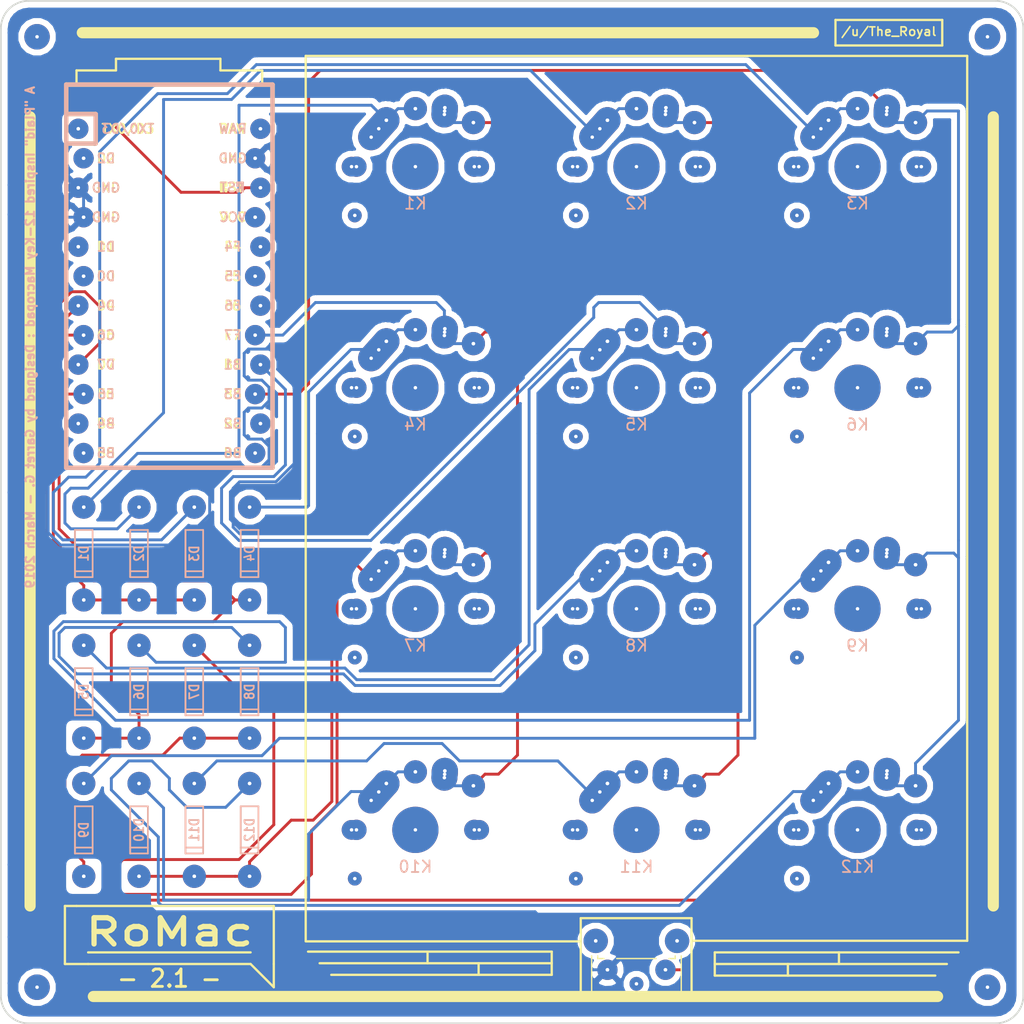
<source format=kicad_pcb>
(kicad_pcb (version 4) (host Gerbview "(5.1.2)-1")
  (layers (0 F.Cu signal) (31 B.Cu signal) (34 B.Paste user) (35 F.Paste user) (36 B.SilkS user) (37 F.SilkS user) (38 B.Mask user) (39 F.Mask user) (44 Edge.Cuts user))
  (gr_line (start 43.123 57.52771) (end 43.123 57.87914) (layer B.SilkS) (width 0.1845))
  (gr_line (start 43.33386 57.45743) (end 42.59586 57.70343) (layer B.SilkS) (width 0.1845))
  (gr_line (start 42.59586 57.70343) (end 43.33386 57.94943) (layer B.SilkS) (width 0.1845))
  (gr_line (start 42.59586 58.72257) (end 42.73643 58.72257) (layer B.SilkS) (width 0.1845))
  (gr_line (start 42.59586 59.00371) (end 42.73643 59.00371) (layer B.SilkS) (width 0.1845))
  (gr_line (start 43.33386 59.32) (end 42.59586 59.32) (layer B.SilkS) (width 0.1845))
  (gr_line (start 42.59586 59.32) (end 42.59586 59.60114) (layer B.SilkS) (width 0.1845))
  (gr_line (start 42.59586 59.60114) (end 42.631 59.67143) (layer B.SilkS) (width 0.1845))
  (gr_line (start 42.631 59.67143) (end 42.66614 59.70657) (layer B.SilkS) (width 0.1845))
  (gr_line (start 42.66614 59.70657) (end 42.73643 59.74171) (layer B.SilkS) (width 0.1845))
  (gr_line (start 42.73643 59.74171) (end 42.84186 59.74171) (layer B.SilkS) (width 0.1845))
  (gr_line (start 42.84186 59.74171) (end 42.91214 59.70657) (layer B.SilkS) (width 0.1845))
  (gr_line (start 42.91214 59.70657) (end 42.94729 59.67143) (layer B.SilkS) (width 0.1845))
  (gr_line (start 42.94729 59.67143) (end 42.98243 59.60114) (layer B.SilkS) (width 0.1845))
  (gr_line (start 42.98243 59.60114) (end 42.98243 59.32) (layer B.SilkS) (width 0.1845))
  (gr_line (start 43.33386 60.16343) (end 43.29871 60.09314) (layer B.SilkS) (width 0.1845))
  (gr_line (start 43.29871 60.09314) (end 43.22843 60.058) (layer B.SilkS) (width 0.1845))
  (gr_line (start 43.22843 60.058) (end 42.59586 60.058) (layer B.SilkS) (width 0.1845))
  (gr_line (start 43.33386 60.76086) (end 42.94729 60.76086) (layer B.SilkS) (width 0.1845))
  (gr_line (start 42.94729 60.76086) (end 42.877 60.72571) (layer B.SilkS) (width 0.1845))
  (gr_line (start 42.877 60.72571) (end 42.84186 60.65543) (layer B.SilkS) (width 0.1845))
  (gr_line (start 42.84186 60.65543) (end 42.84186 60.51486) (layer B.SilkS) (width 0.1845))
  (gr_line (start 42.84186 60.51486) (end 42.877 60.44457) (layer B.SilkS) (width 0.1845))
  (gr_line (start 43.29871 60.76086) (end 43.33386 60.69057) (layer B.SilkS) (width 0.1845))
  (gr_line (start 43.33386 60.69057) (end 43.33386 60.51486) (layer B.SilkS) (width 0.1845))
  (gr_line (start 43.33386 60.51486) (end 43.29871 60.44457) (layer B.SilkS) (width 0.1845))
  (gr_line (start 43.29871 60.44457) (end 43.22843 60.40943) (layer B.SilkS) (width 0.1845))
  (gr_line (start 43.22843 60.40943) (end 43.15814 60.40943) (layer B.SilkS) (width 0.1845))
  (gr_line (start 43.15814 60.40943) (end 43.08786 60.44457) (layer B.SilkS) (width 0.1845))
  (gr_line (start 43.08786 60.44457) (end 43.05271 60.51486) (layer B.SilkS) (width 0.1845))
  (gr_line (start 43.05271 60.51486) (end 43.05271 60.69057) (layer B.SilkS) (width 0.1845))
  (gr_line (start 43.05271 60.69057) (end 43.01757 60.76086) (layer B.SilkS) (width 0.1845))
  (gr_line (start 43.33386 61.11229) (end 42.84186 61.11229) (layer B.SilkS) (width 0.1845))
  (gr_line (start 42.59586 61.11229) (end 42.631 61.07714) (layer B.SilkS) (width 0.1845))
  (gr_line (start 42.631 61.07714) (end 42.66614 61.11229) (layer B.SilkS) (width 0.1845))
  (gr_line (start 42.66614 61.11229) (end 42.631 61.14743) (layer B.SilkS) (width 0.1845))
  (gr_line (start 42.631 61.14743) (end 42.59586 61.11229) (layer B.SilkS) (width 0.1845))
  (gr_line (start 42.59586 61.11229) (end 42.66614 61.11229) (layer B.SilkS) (width 0.1845))
  (gr_line (start 43.33386 61.78) (end 42.59586 61.78) (layer B.SilkS) (width 0.1845))
  (gr_line (start 43.29871 61.78) (end 43.33386 61.70971) (layer B.SilkS) (width 0.1845))
  (gr_line (start 43.33386 61.70971) (end 43.33386 61.56914) (layer B.SilkS) (width 0.1845))
  (gr_line (start 43.33386 61.56914) (end 43.29871 61.49886) (layer B.SilkS) (width 0.1845))
  (gr_line (start 43.29871 61.49886) (end 43.26357 61.46371) (layer B.SilkS) (width 0.1845))
  (gr_line (start 43.26357 61.46371) (end 43.19329 61.42857) (layer B.SilkS) (width 0.1845))
  (gr_line (start 43.19329 61.42857) (end 42.98243 61.42857) (layer B.SilkS) (width 0.1845))
  (gr_line (start 42.98243 61.42857) (end 42.91214 61.46371) (layer B.SilkS) (width 0.1845))
  (gr_line (start 42.91214 61.46371) (end 42.877 61.49886) (layer B.SilkS) (width 0.1845))
  (gr_line (start 42.877 61.49886) (end 42.84186 61.56914) (layer B.SilkS) (width 0.1845))
  (gr_line (start 42.84186 61.56914) (end 42.84186 61.70971) (layer B.SilkS) (width 0.1845))
  (gr_line (start 42.84186 61.70971) (end 42.877 61.78) (layer B.SilkS) (width 0.1845))
  (gr_line (start 42.59586 62.09629) (end 42.73643 62.09629) (layer B.SilkS) (width 0.1845))
  (gr_line (start 42.59586 62.37743) (end 42.73643 62.37743) (layer B.SilkS) (width 0.1845))
  (gr_line (start 43.33386 63.256) (end 42.59586 63.256) (layer B.SilkS) (width 0.1845))
  (gr_line (start 42.84186 63.60743) (end 43.33386 63.60743) (layer B.SilkS) (width 0.1845))
  (gr_line (start 42.91214 63.60743) (end 42.877 63.64257) (layer B.SilkS) (width 0.1845))
  (gr_line (start 42.877 63.64257) (end 42.84186 63.71286) (layer B.SilkS) (width 0.1845))
  (gr_line (start 42.84186 63.71286) (end 42.84186 63.81829) (layer B.SilkS) (width 0.1845))
  (gr_line (start 42.84186 63.81829) (end 42.877 63.88857) (layer B.SilkS) (width 0.1845))
  (gr_line (start 42.877 63.88857) (end 42.94729 63.92371) (layer B.SilkS) (width 0.1845))
  (gr_line (start 42.94729 63.92371) (end 43.33386 63.92371) (layer B.SilkS) (width 0.1845))
  (gr_line (start 43.29871 64.23999999999999) (end 43.33386 64.31028999999999) (layer B.SilkS) (width 0.1845))
  (gr_line (start 43.33386 64.31028999999999) (end 43.33386 64.45086000000001) (layer B.SilkS) (width 0.1845))
  (gr_line (start 43.33386 64.45086000000001) (end 43.29871 64.52114) (layer B.SilkS) (width 0.1845))
  (gr_line (start 43.29871 64.52114) (end 43.22843 64.55629) (layer B.SilkS) (width 0.1845))
  (gr_line (start 43.22843 64.55629) (end 43.19329 64.55629) (layer B.SilkS) (width 0.1845))
  (gr_line (start 43.19329 64.55629) (end 43.123 64.52114) (layer B.SilkS) (width 0.1845))
  (gr_line (start 43.123 64.52114) (end 43.08786 64.45086000000001) (layer B.SilkS) (width 0.1845))
  (gr_line (start 43.08786 64.45086000000001) (end 43.08786 64.34542999999999) (layer B.SilkS) (width 0.1845))
  (gr_line (start 43.08786 64.34542999999999) (end 43.05271 64.27513999999999) (layer B.SilkS) (width 0.1845))
  (gr_line (start 43.05271 64.27513999999999) (end 42.98243 64.23999999999999) (layer B.SilkS) (width 0.1845))
  (gr_line (start 42.98243 64.23999999999999) (end 42.94729 64.23999999999999) (layer B.SilkS) (width 0.1845))
  (gr_line (start 42.94729 64.23999999999999) (end 42.877 64.27513999999999) (layer B.SilkS) (width 0.1845))
  (gr_line (start 42.877 64.27513999999999) (end 42.84186 64.34542999999999) (layer B.SilkS) (width 0.1845))
  (gr_line (start 42.84186 64.34542999999999) (end 42.84186 64.45086000000001) (layer B.SilkS) (width 0.1845))
  (gr_line (start 42.84186 64.45086000000001) (end 42.877 64.52114) (layer B.SilkS) (width 0.1845))
  (gr_line (start 42.84186 64.87257) (end 43.57986 64.87257) (layer B.SilkS) (width 0.1845))
  (gr_line (start 42.877 64.87257) (end 42.84186 64.94286) (layer B.SilkS) (width 0.1845))
  (gr_line (start 42.84186 64.94286) (end 42.84186 65.08343000000001) (layer B.SilkS) (width 0.1845))
  (gr_line (start 42.84186 65.08343000000001) (end 42.877 65.15371) (layer B.SilkS) (width 0.1845))
  (gr_line (start 42.877 65.15371) (end 42.91214 65.18886000000001) (layer B.SilkS) (width 0.1845))
  (gr_line (start 42.91214 65.18886000000001) (end 42.98243 65.224) (layer B.SilkS) (width 0.1845))
  (gr_line (start 42.98243 65.224) (end 43.19329 65.224) (layer B.SilkS) (width 0.1845))
  (gr_line (start 43.19329 65.224) (end 43.26357 65.18886000000001) (layer B.SilkS) (width 0.1845))
  (gr_line (start 43.26357 65.18886000000001) (end 43.29871 65.15371) (layer B.SilkS) (width 0.1845))
  (gr_line (start 43.29871 65.15371) (end 43.33386 65.08343000000001) (layer B.SilkS) (width 0.1845))
  (gr_line (start 43.33386 65.08343000000001) (end 43.33386 64.94286) (layer B.SilkS) (width 0.1845))
  (gr_line (start 43.33386 64.94286) (end 43.29871 64.87257) (layer B.SilkS) (width 0.1845))
  (gr_line (start 43.33386 65.54029) (end 42.84186 65.54029) (layer B.SilkS) (width 0.1845))
  (gr_line (start 42.59586 65.54029) (end 42.631 65.50514) (layer B.SilkS) (width 0.1845))
  (gr_line (start 42.631 65.50514) (end 42.66614 65.54029) (layer B.SilkS) (width 0.1845))
  (gr_line (start 42.66614 65.54029) (end 42.631 65.57543) (layer B.SilkS) (width 0.1845))
  (gr_line (start 42.631 65.57543) (end 42.59586 65.54029) (layer B.SilkS) (width 0.1845))
  (gr_line (start 42.59586 65.54029) (end 42.66614 65.54029) (layer B.SilkS) (width 0.1845))
  (gr_line (start 43.33386 65.89171) (end 42.84186 65.89171) (layer B.SilkS) (width 0.1845))
  (gr_line (start 42.98243 65.89171) (end 42.91214 65.92686) (layer B.SilkS) (width 0.1845))
  (gr_line (start 42.91214 65.92686) (end 42.877 65.962) (layer B.SilkS) (width 0.1845))
  (gr_line (start 42.877 65.962) (end 42.84186 66.03229) (layer B.SilkS) (width 0.1845))
  (gr_line (start 42.84186 66.03229) (end 42.84186 66.10257) (layer B.SilkS) (width 0.1845))
  (gr_line (start 43.29871 66.62971) (end 43.33386 66.55943000000001) (layer B.SilkS) (width 0.1845))
  (gr_line (start 43.33386 66.55943000000001) (end 43.33386 66.41886) (layer B.SilkS) (width 0.1845))
  (gr_line (start 43.33386 66.41886) (end 43.29871 66.34857) (layer B.SilkS) (width 0.1845))
  (gr_line (start 43.29871 66.34857) (end 43.22843 66.31343) (layer B.SilkS) (width 0.1845))
  (gr_line (start 43.22843 66.31343) (end 42.94729 66.31343) (layer B.SilkS) (width 0.1845))
  (gr_line (start 42.94729 66.31343) (end 42.877 66.34857) (layer B.SilkS) (width 0.1845))
  (gr_line (start 42.877 66.34857) (end 42.84186 66.41886) (layer B.SilkS) (width 0.1845))
  (gr_line (start 42.84186 66.41886) (end 42.84186 66.55943000000001) (layer B.SilkS) (width 0.1845))
  (gr_line (start 42.84186 66.55943000000001) (end 42.877 66.62971) (layer B.SilkS) (width 0.1845))
  (gr_line (start 42.877 66.62971) (end 42.94729 66.66486) (layer B.SilkS) (width 0.1845))
  (gr_line (start 42.94729 66.66486) (end 43.01757 66.66486) (layer B.SilkS) (width 0.1845))
  (gr_line (start 43.01757 66.66486) (end 43.08786 66.31343) (layer B.SilkS) (width 0.1845))
  (gr_line (start 43.33386 67.29743000000001) (end 42.59586 67.29743000000001) (layer B.SilkS) (width 0.1845))
  (gr_line (start 43.29871 67.29743000000001) (end 43.33386 67.22714000000001) (layer B.SilkS) (width 0.1845))
  (gr_line (start 43.33386 67.22714000000001) (end 43.33386 67.08656999999999) (layer B.SilkS) (width 0.1845))
  (gr_line (start 43.33386 67.08656999999999) (end 43.29871 67.01629) (layer B.SilkS) (width 0.1845))
  (gr_line (start 43.29871 67.01629) (end 43.26357 66.98114) (layer B.SilkS) (width 0.1845))
  (gr_line (start 43.26357 66.98114) (end 43.19329 66.946) (layer B.SilkS) (width 0.1845))
  (gr_line (start 43.19329 66.946) (end 42.98243 66.946) (layer B.SilkS) (width 0.1845))
  (gr_line (start 42.98243 66.946) (end 42.91214 66.98114) (layer B.SilkS) (width 0.1845))
  (gr_line (start 42.91214 66.98114) (end 42.877 67.01629) (layer B.SilkS) (width 0.1845))
  (gr_line (start 42.877 67.01629) (end 42.84186 67.08656999999999) (layer B.SilkS) (width 0.1845))
  (gr_line (start 42.84186 67.08656999999999) (end 42.84186 67.22714000000001) (layer B.SilkS) (width 0.1845))
  (gr_line (start 42.84186 67.22714000000001) (end 42.877 67.29743000000001) (layer B.SilkS) (width 0.1845))
  (gr_line (start 43.33386 68.59771000000001) (end 43.33386 68.176) (layer B.SilkS) (width 0.1845))
  (gr_line (start 43.33386 68.38686) (end 42.59586 68.38686) (layer B.SilkS) (width 0.1845))
  (gr_line (start 42.59586 68.38686) (end 42.70129 68.31657) (layer B.SilkS) (width 0.1845))
  (gr_line (start 42.70129 68.31657) (end 42.77157 68.24629) (layer B.SilkS) (width 0.1845))
  (gr_line (start 42.77157 68.24629) (end 42.80671 68.176) (layer B.SilkS) (width 0.1845))
  (gr_line (start 42.66614 68.87886) (end 42.631 68.914) (layer B.SilkS) (width 0.1845))
  (gr_line (start 42.631 68.914) (end 42.59586 68.98429) (layer B.SilkS) (width 0.1845))
  (gr_line (start 42.59586 68.98429) (end 42.59586 69.16) (layer B.SilkS) (width 0.1845))
  (gr_line (start 42.59586 69.16) (end 42.631 69.23029) (layer B.SilkS) (width 0.1845))
  (gr_line (start 42.631 69.23029) (end 42.66614 69.26542999999999) (layer B.SilkS) (width 0.1845))
  (gr_line (start 42.66614 69.26542999999999) (end 42.73643 69.30056999999999) (layer B.SilkS) (width 0.1845))
  (gr_line (start 42.73643 69.30056999999999) (end 42.80671 69.30056999999999) (layer B.SilkS) (width 0.1845))
  (gr_line (start 42.80671 69.30056999999999) (end 42.91214 69.26542999999999) (layer B.SilkS) (width 0.1845))
  (gr_line (start 42.91214 69.26542999999999) (end 43.33386 68.84371) (layer B.SilkS) (width 0.1845))
  (gr_line (start 43.33386 68.84371) (end 43.33386 69.30056999999999) (layer B.SilkS) (width 0.1845))
  (gr_line (start 43.05271 69.61686) (end 43.05271 70.17914) (layer B.SilkS) (width 0.1845))
  (gr_line (start 43.33386 70.53057) (end 42.59586 70.53057) (layer B.SilkS) (width 0.1845))
  (gr_line (start 43.33386 70.95229) (end 42.91214 70.636) (layer B.SilkS) (width 0.1845))
  (gr_line (start 42.59586 70.95229) (end 43.01757 70.53057) (layer B.SilkS) (width 0.1845))
  (gr_line (start 43.29871 71.54971) (end 43.33386 71.47942999999999) (layer B.SilkS) (width 0.1845))
  (gr_line (start 43.33386 71.47942999999999) (end 43.33386 71.33886) (layer B.SilkS) (width 0.1845))
  (gr_line (start 43.33386 71.33886) (end 43.29871 71.26857) (layer B.SilkS) (width 0.1845))
  (gr_line (start 43.29871 71.26857) (end 43.22843 71.23343) (layer B.SilkS) (width 0.1845))
  (gr_line (start 43.22843 71.23343) (end 42.94729 71.23343) (layer B.SilkS) (width 0.1845))
  (gr_line (start 42.94729 71.23343) (end 42.877 71.26857) (layer B.SilkS) (width 0.1845))
  (gr_line (start 42.877 71.26857) (end 42.84186 71.33886) (layer B.SilkS) (width 0.1845))
  (gr_line (start 42.84186 71.33886) (end 42.84186 71.47942999999999) (layer B.SilkS) (width 0.1845))
  (gr_line (start 42.84186 71.47942999999999) (end 42.877 71.54971) (layer B.SilkS) (width 0.1845))
  (gr_line (start 42.877 71.54971) (end 42.94729 71.58486000000001) (layer B.SilkS) (width 0.1845))
  (gr_line (start 42.94729 71.58486000000001) (end 43.01757 71.58486000000001) (layer B.SilkS) (width 0.1845))
  (gr_line (start 43.01757 71.58486000000001) (end 43.08786 71.23343) (layer B.SilkS) (width 0.1845))
  (gr_line (start 42.84186 71.83086) (end 43.33386 72.00657) (layer B.SilkS) (width 0.1845))
  (gr_line (start 42.84186 72.18228999999999) (end 43.33386 72.00657) (layer B.SilkS) (width 0.1845))
  (gr_line (start 43.33386 72.00657) (end 43.50957 71.93629) (layer B.SilkS) (width 0.1845))
  (gr_line (start 43.50957 71.93629) (end 43.54471 71.90114) (layer B.SilkS) (width 0.1845))
  (gr_line (start 43.54471 71.90114) (end 43.57986 71.83086) (layer B.SilkS) (width 0.1845))
  (gr_line (start 43.33386 73.02571) (end 42.59586 73.02571) (layer B.SilkS) (width 0.1845))
  (gr_line (start 42.59586 73.02571) (end 43.123 73.27171) (layer B.SilkS) (width 0.1845))
  (gr_line (start 43.123 73.27171) (end 42.59586 73.51770999999999) (layer B.SilkS) (width 0.1845))
  (gr_line (start 42.59586 73.51770999999999) (end 43.33386 73.51770999999999) (layer B.SilkS) (width 0.1845))
  (gr_line (start 43.33386 74.18543) (end 42.94729 74.18543) (layer B.SilkS) (width 0.1845))
  (gr_line (start 42.94729 74.18543) (end 42.877 74.15029) (layer B.SilkS) (width 0.1845))
  (gr_line (start 42.877 74.15029) (end 42.84186 74.08) (layer B.SilkS) (width 0.1845))
  (gr_line (start 42.84186 74.08) (end 42.84186 73.93943) (layer B.SilkS) (width 0.1845))
  (gr_line (start 42.84186 73.93943) (end 42.877 73.86914) (layer B.SilkS) (width 0.1845))
  (gr_line (start 43.29871 74.18543) (end 43.33386 74.11514) (layer B.SilkS) (width 0.1845))
  (gr_line (start 43.33386 74.11514) (end 43.33386 73.93943) (layer B.SilkS) (width 0.1845))
  (gr_line (start 43.33386 73.93943) (end 43.29871 73.86914) (layer B.SilkS) (width 0.1845))
  (gr_line (start 43.29871 73.86914) (end 43.22843 73.834) (layer B.SilkS) (width 0.1845))
  (gr_line (start 43.22843 73.834) (end 43.15814 73.834) (layer B.SilkS) (width 0.1845))
  (gr_line (start 43.15814 73.834) (end 43.08786 73.86914) (layer B.SilkS) (width 0.1845))
  (gr_line (start 43.08786 73.86914) (end 43.05271 73.93943) (layer B.SilkS) (width 0.1845))
  (gr_line (start 43.05271 73.93943) (end 43.05271 74.11514) (layer B.SilkS) (width 0.1845))
  (gr_line (start 43.05271 74.11514) (end 43.01757 74.18543) (layer B.SilkS) (width 0.1845))
  (gr_line (start 43.29871 74.85314) (end 43.33386 74.78286) (layer B.SilkS) (width 0.1845))
  (gr_line (start 43.33386 74.78286) (end 43.33386 74.64229) (layer B.SilkS) (width 0.1845))
  (gr_line (start 43.33386 74.64229) (end 43.29871 74.572) (layer B.SilkS) (width 0.1845))
  (gr_line (start 43.29871 74.572) (end 43.26357 74.53686) (layer B.SilkS) (width 0.1845))
  (gr_line (start 43.26357 74.53686) (end 43.19329 74.50171) (layer B.SilkS) (width 0.1845))
  (gr_line (start 43.19329 74.50171) (end 42.98243 74.50171) (layer B.SilkS) (width 0.1845))
  (gr_line (start 42.98243 74.50171) (end 42.91214 74.53686) (layer B.SilkS) (width 0.1845))
  (gr_line (start 42.91214 74.53686) (end 42.877 74.572) (layer B.SilkS) (width 0.1845))
  (gr_line (start 42.877 74.572) (end 42.84186 74.64229) (layer B.SilkS) (width 0.1845))
  (gr_line (start 42.84186 74.64229) (end 42.84186 74.78286) (layer B.SilkS) (width 0.1845))
  (gr_line (start 42.84186 74.78286) (end 42.877 74.85314) (layer B.SilkS) (width 0.1845))
  (gr_line (start 43.33386 75.16943000000001) (end 42.84186 75.16943000000001) (layer B.SilkS) (width 0.1845))
  (gr_line (start 42.98243 75.16943000000001) (end 42.91214 75.20457) (layer B.SilkS) (width 0.1845))
  (gr_line (start 42.91214 75.20457) (end 42.877 75.23971) (layer B.SilkS) (width 0.1845))
  (gr_line (start 42.877 75.23971) (end 42.84186 75.31) (layer B.SilkS) (width 0.1845))
  (gr_line (start 42.84186 75.31) (end 42.84186 75.38029) (layer B.SilkS) (width 0.1845))
  (gr_line (start 43.33386 75.73171000000001) (end 43.29871 75.66143) (layer B.SilkS) (width 0.1845))
  (gr_line (start 43.29871 75.66143) (end 43.26357 75.62629) (layer B.SilkS) (width 0.1845))
  (gr_line (start 43.26357 75.62629) (end 43.19329 75.59114) (layer B.SilkS) (width 0.1845))
  (gr_line (start 43.19329 75.59114) (end 42.98243 75.59114) (layer B.SilkS) (width 0.1845))
  (gr_line (start 42.98243 75.59114) (end 42.91214 75.62629) (layer B.SilkS) (width 0.1845))
  (gr_line (start 42.91214 75.62629) (end 42.877 75.66143) (layer B.SilkS) (width 0.1845))
  (gr_line (start 42.877 75.66143) (end 42.84186 75.73171000000001) (layer B.SilkS) (width 0.1845))
  (gr_line (start 42.84186 75.73171000000001) (end 42.84186 75.83714000000001) (layer B.SilkS) (width 0.1845))
  (gr_line (start 42.84186 75.83714000000001) (end 42.877 75.90743000000001) (layer B.SilkS) (width 0.1845))
  (gr_line (start 42.877 75.90743000000001) (end 42.91214 75.94257) (layer B.SilkS) (width 0.1845))
  (gr_line (start 42.91214 75.94257) (end 42.98243 75.97771) (layer B.SilkS) (width 0.1845))
  (gr_line (start 42.98243 75.97771) (end 43.19329 75.97771) (layer B.SilkS) (width 0.1845))
  (gr_line (start 43.19329 75.97771) (end 43.26357 75.94257) (layer B.SilkS) (width 0.1845))
  (gr_line (start 43.26357 75.94257) (end 43.29871 75.90743000000001) (layer B.SilkS) (width 0.1845))
  (gr_line (start 43.29871 75.90743000000001) (end 43.33386 75.83714000000001) (layer B.SilkS) (width 0.1845))
  (gr_line (start 43.33386 75.83714000000001) (end 43.33386 75.73171000000001) (layer B.SilkS) (width 0.1845))
  (gr_line (start 42.84186 76.294) (end 43.57986 76.294) (layer B.SilkS) (width 0.1845))
  (gr_line (start 42.877 76.294) (end 42.84186 76.36429) (layer B.SilkS) (width 0.1845))
  (gr_line (start 42.84186 76.36429) (end 42.84186 76.50485999999999) (layer B.SilkS) (width 0.1845))
  (gr_line (start 42.84186 76.50485999999999) (end 42.877 76.57514) (layer B.SilkS) (width 0.1845))
  (gr_line (start 42.877 76.57514) (end 42.91214 76.61029000000001) (layer B.SilkS) (width 0.1845))
  (gr_line (start 42.91214 76.61029000000001) (end 42.98243 76.64543) (layer B.SilkS) (width 0.1845))
  (gr_line (start 42.98243 76.64543) (end 43.19329 76.64543) (layer B.SilkS) (width 0.1845))
  (gr_line (start 43.19329 76.64543) (end 43.26357 76.61029000000001) (layer B.SilkS) (width 0.1845))
  (gr_line (start 43.26357 76.61029000000001) (end 43.29871 76.57514) (layer B.SilkS) (width 0.1845))
  (gr_line (start 43.29871 76.57514) (end 43.33386 76.50485999999999) (layer B.SilkS) (width 0.1845))
  (gr_line (start 43.33386 76.50485999999999) (end 43.33386 76.36429) (layer B.SilkS) (width 0.1845))
  (gr_line (start 43.33386 76.36429) (end 43.29871 76.294) (layer B.SilkS) (width 0.1845))
  (gr_line (start 43.33386 77.27800000000001) (end 42.94729 77.27800000000001) (layer B.SilkS) (width 0.1845))
  (gr_line (start 42.94729 77.27800000000001) (end 42.877 77.24285999999999) (layer B.SilkS) (width 0.1845))
  (gr_line (start 42.877 77.24285999999999) (end 42.84186 77.17256999999999) (layer B.SilkS) (width 0.1845))
  (gr_line (start 42.84186 77.17256999999999) (end 42.84186 77.032) (layer B.SilkS) (width 0.1845))
  (gr_line (start 42.84186 77.032) (end 42.877 76.96171) (layer B.SilkS) (width 0.1845))
  (gr_line (start 43.29871 77.27800000000001) (end 43.33386 77.20771000000001) (layer B.SilkS) (width 0.1845))
  (gr_line (start 43.33386 77.20771000000001) (end 43.33386 77.032) (layer B.SilkS) (width 0.1845))
  (gr_line (start 43.33386 77.032) (end 43.29871 76.96171) (layer B.SilkS) (width 0.1845))
  (gr_line (start 43.29871 76.96171) (end 43.22843 76.92657) (layer B.SilkS) (width 0.1845))
  (gr_line (start 43.22843 76.92657) (end 43.15814 76.92657) (layer B.SilkS) (width 0.1845))
  (gr_line (start 43.15814 76.92657) (end 43.08786 76.96171) (layer B.SilkS) (width 0.1845))
  (gr_line (start 43.08786 76.96171) (end 43.05271 77.032) (layer B.SilkS) (width 0.1845))
  (gr_line (start 43.05271 77.032) (end 43.05271 77.20771000000001) (layer B.SilkS) (width 0.1845))
  (gr_line (start 43.05271 77.20771000000001) (end 43.01757 77.27800000000001) (layer B.SilkS) (width 0.1845))
  (gr_line (start 43.33386 77.94571000000001) (end 42.59586 77.94571000000001) (layer B.SilkS) (width 0.1845))
  (gr_line (start 43.29871 77.94571000000001) (end 43.33386 77.87542999999999) (layer B.SilkS) (width 0.1845))
  (gr_line (start 43.33386 77.87542999999999) (end 43.33386 77.73486) (layer B.SilkS) (width 0.1845))
  (gr_line (start 43.33386 77.73486) (end 43.29871 77.66457) (layer B.SilkS) (width 0.1845))
  (gr_line (start 43.29871 77.66457) (end 43.26357 77.62943) (layer B.SilkS) (width 0.1845))
  (gr_line (start 43.26357 77.62943) (end 43.19329 77.59429) (layer B.SilkS) (width 0.1845))
  (gr_line (start 43.19329 77.59429) (end 42.98243 77.59429) (layer B.SilkS) (width 0.1845))
  (gr_line (start 42.98243 77.59429) (end 42.91214 77.62943) (layer B.SilkS) (width 0.1845))
  (gr_line (start 42.91214 77.62943) (end 42.877 77.66457) (layer B.SilkS) (width 0.1845))
  (gr_line (start 42.877 77.66457) (end 42.84186 77.73486) (layer B.SilkS) (width 0.1845))
  (gr_line (start 42.84186 77.73486) (end 42.84186 77.87542999999999) (layer B.SilkS) (width 0.1845))
  (gr_line (start 42.84186 77.87542999999999) (end 42.877 77.94571000000001) (layer B.SilkS) (width 0.1845))
  (gr_line (start 43.26357 78.85943) (end 43.29871 78.89457) (layer B.SilkS) (width 0.1845))
  (gr_line (start 43.29871 78.89457) (end 43.33386 78.85943) (layer B.SilkS) (width 0.1845))
  (gr_line (start 43.33386 78.85943) (end 43.29871 78.82429) (layer B.SilkS) (width 0.1845))
  (gr_line (start 43.29871 78.82429) (end 43.26357 78.85943) (layer B.SilkS) (width 0.1845))
  (gr_line (start 43.26357 78.85943) (end 43.33386 78.85943) (layer B.SilkS) (width 0.1845))
  (gr_line (start 42.877 78.85943) (end 42.91214 78.89457) (layer B.SilkS) (width 0.1845))
  (gr_line (start 42.91214 78.89457) (end 42.94729 78.85943) (layer B.SilkS) (width 0.1845))
  (gr_line (start 42.94729 78.85943) (end 42.91214 78.82429) (layer B.SilkS) (width 0.1845))
  (gr_line (start 42.91214 78.82429) (end 42.877 78.85943) (layer B.SilkS) (width 0.1845))
  (gr_line (start 42.877 78.85943) (end 42.94729 78.85943) (layer B.SilkS) (width 0.1845))
  (gr_line (start 43.33386 79.77314) (end 42.59586 79.77314) (layer B.SilkS) (width 0.1845))
  (gr_line (start 42.59586 79.77314) (end 42.59586 79.94886) (layer B.SilkS) (width 0.1845))
  (gr_line (start 42.59586 79.94886) (end 42.631 80.05428999999999) (layer B.SilkS) (width 0.1845))
  (gr_line (start 42.631 80.05428999999999) (end 42.70129 80.12457000000001) (layer B.SilkS) (width 0.1845))
  (gr_line (start 42.70129 80.12457000000001) (end 42.77157 80.15971) (layer B.SilkS) (width 0.1845))
  (gr_line (start 42.77157 80.15971) (end 42.91214 80.19486000000001) (layer B.SilkS) (width 0.1845))
  (gr_line (start 42.91214 80.19486000000001) (end 43.01757 80.19486000000001) (layer B.SilkS) (width 0.1845))
  (gr_line (start 43.01757 80.19486000000001) (end 43.15814 80.15971) (layer B.SilkS) (width 0.1845))
  (gr_line (start 43.15814 80.15971) (end 43.22843 80.12457000000001) (layer B.SilkS) (width 0.1845))
  (gr_line (start 43.22843 80.12457000000001) (end 43.29871 80.05428999999999) (layer B.SilkS) (width 0.1845))
  (gr_line (start 43.29871 80.05428999999999) (end 43.33386 79.94886) (layer B.SilkS) (width 0.1845))
  (gr_line (start 43.33386 79.94886) (end 43.33386 79.77314) (layer B.SilkS) (width 0.1845))
  (gr_line (start 43.29871 80.79228999999999) (end 43.33386 80.72199999999999) (layer B.SilkS) (width 0.1845))
  (gr_line (start 43.33386 80.72199999999999) (end 43.33386 80.58143) (layer B.SilkS) (width 0.1845))
  (gr_line (start 43.33386 80.58143) (end 43.29871 80.51114) (layer B.SilkS) (width 0.1845))
  (gr_line (start 43.29871 80.51114) (end 43.22843 80.476) (layer B.SilkS) (width 0.1845))
  (gr_line (start 43.22843 80.476) (end 42.94729 80.476) (layer B.SilkS) (width 0.1845))
  (gr_line (start 42.94729 80.476) (end 42.877 80.51114) (layer B.SilkS) (width 0.1845))
  (gr_line (start 42.877 80.51114) (end 42.84186 80.58143) (layer B.SilkS) (width 0.1845))
  (gr_line (start 42.84186 80.58143) (end 42.84186 80.72199999999999) (layer B.SilkS) (width 0.1845))
  (gr_line (start 42.84186 80.72199999999999) (end 42.877 80.79228999999999) (layer B.SilkS) (width 0.1845))
  (gr_line (start 42.877 80.79228999999999) (end 42.94729 80.82743000000001) (layer B.SilkS) (width 0.1845))
  (gr_line (start 42.94729 80.82743000000001) (end 43.01757 80.82743000000001) (layer B.SilkS) (width 0.1845))
  (gr_line (start 43.01757 80.82743000000001) (end 43.08786 80.476) (layer B.SilkS) (width 0.1845))
  (gr_line (start 43.29871 81.10857) (end 43.33386 81.17886) (layer B.SilkS) (width 0.1845))
  (gr_line (start 43.33386 81.17886) (end 43.33386 81.31943) (layer B.SilkS) (width 0.1845))
  (gr_line (start 43.33386 81.31943) (end 43.29871 81.38970999999999) (layer B.SilkS) (width 0.1845))
  (gr_line (start 43.29871 81.38970999999999) (end 43.22843 81.42486) (layer B.SilkS) (width 0.1845))
  (gr_line (start 43.22843 81.42486) (end 43.19329 81.42486) (layer B.SilkS) (width 0.1845))
  (gr_line (start 43.19329 81.42486) (end 43.123 81.38970999999999) (layer B.SilkS) (width 0.1845))
  (gr_line (start 43.123 81.38970999999999) (end 43.08786 81.31943) (layer B.SilkS) (width 0.1845))
  (gr_line (start 43.08786 81.31943) (end 43.08786 81.214) (layer B.SilkS) (width 0.1845))
  (gr_line (start 43.08786 81.214) (end 43.05271 81.14371) (layer B.SilkS) (width 0.1845))
  (gr_line (start 43.05271 81.14371) (end 42.98243 81.10857) (layer B.SilkS) (width 0.1845))
  (gr_line (start 42.98243 81.10857) (end 42.94729 81.10857) (layer B.SilkS) (width 0.1845))
  (gr_line (start 42.94729 81.10857) (end 42.877 81.14371) (layer B.SilkS) (width 0.1845))
  (gr_line (start 42.877 81.14371) (end 42.84186 81.214) (layer B.SilkS) (width 0.1845))
  (gr_line (start 42.84186 81.214) (end 42.84186 81.31943) (layer B.SilkS) (width 0.1845))
  (gr_line (start 42.84186 81.31943) (end 42.877 81.38970999999999) (layer B.SilkS) (width 0.1845))
  (gr_line (start 43.33386 81.74114) (end 42.84186 81.74114) (layer B.SilkS) (width 0.1845))
  (gr_line (start 42.59586 81.74114) (end 42.631 81.706) (layer B.SilkS) (width 0.1845))
  (gr_line (start 42.631 81.706) (end 42.66614 81.74114) (layer B.SilkS) (width 0.1845))
  (gr_line (start 42.66614 81.74114) (end 42.631 81.77629) (layer B.SilkS) (width 0.1845))
  (gr_line (start 42.631 81.77629) (end 42.59586 81.74114) (layer B.SilkS) (width 0.1845))
  (gr_line (start 42.59586 81.74114) (end 42.66614 81.74114) (layer B.SilkS) (width 0.1845))
  (gr_line (start 42.84186 82.40886) (end 43.43929 82.40886) (layer B.SilkS) (width 0.1845))
  (gr_line (start 43.43929 82.40886) (end 43.50957 82.37371) (layer B.SilkS) (width 0.1845))
  (gr_line (start 43.50957 82.37371) (end 43.54471 82.33857) (layer B.SilkS) (width 0.1845))
  (gr_line (start 43.54471 82.33857) (end 43.57986 82.26828999999999) (layer B.SilkS) (width 0.1845))
  (gr_line (start 43.57986 82.26828999999999) (end 43.57986 82.16285999999999) (layer B.SilkS) (width 0.1845))
  (gr_line (start 43.57986 82.16285999999999) (end 43.54471 82.09256999999999) (layer B.SilkS) (width 0.1845))
  (gr_line (start 43.29871 82.40886) (end 43.33386 82.33857) (layer B.SilkS) (width 0.1845))
  (gr_line (start 43.33386 82.33857) (end 43.33386 82.19799999999999) (layer B.SilkS) (width 0.1845))
  (gr_line (start 43.33386 82.19799999999999) (end 43.29871 82.12770999999999) (layer B.SilkS) (width 0.1845))
  (gr_line (start 43.29871 82.12770999999999) (end 43.26357 82.09256999999999) (layer B.SilkS) (width 0.1845))
  (gr_line (start 43.26357 82.09256999999999) (end 43.19329 82.05743) (layer B.SilkS) (width 0.1845))
  (gr_line (start 43.19329 82.05743) (end 42.98243 82.05743) (layer B.SilkS) (width 0.1845))
  (gr_line (start 42.98243 82.05743) (end 42.91214 82.09256999999999) (layer B.SilkS) (width 0.1845))
  (gr_line (start 42.91214 82.09256999999999) (end 42.877 82.12770999999999) (layer B.SilkS) (width 0.1845))
  (gr_line (start 42.877 82.12770999999999) (end 42.84186 82.19799999999999) (layer B.SilkS) (width 0.1845))
  (gr_line (start 42.84186 82.19799999999999) (end 42.84186 82.33857) (layer B.SilkS) (width 0.1845))
  (gr_line (start 42.84186 82.33857) (end 42.877 82.40886) (layer B.SilkS) (width 0.1845))
  (gr_line (start 42.84186 82.76029) (end 43.33386 82.76029) (layer B.SilkS) (width 0.1845))
  (gr_line (start 42.91214 82.76029) (end 42.877 82.79543) (layer B.SilkS) (width 0.1845))
  (gr_line (start 42.877 82.79543) (end 42.84186 82.86571000000001) (layer B.SilkS) (width 0.1845))
  (gr_line (start 42.84186 82.86571000000001) (end 42.84186 82.97114000000001) (layer B.SilkS) (width 0.1845))
  (gr_line (start 42.84186 82.97114000000001) (end 42.877 83.04143000000001) (layer B.SilkS) (width 0.1845))
  (gr_line (start 42.877 83.04143000000001) (end 42.94729 83.07657) (layer B.SilkS) (width 0.1845))
  (gr_line (start 42.94729 83.07657) (end 43.33386 83.07657) (layer B.SilkS) (width 0.1845))
  (gr_line (start 43.29871 83.70914) (end 43.33386 83.63885999999999) (layer B.SilkS) (width 0.1845))
  (gr_line (start 43.33386 83.63885999999999) (end 43.33386 83.49829) (layer B.SilkS) (width 0.1845))
  (gr_line (start 43.33386 83.49829) (end 43.29871 83.428) (layer B.SilkS) (width 0.1845))
  (gr_line (start 43.29871 83.428) (end 43.22843 83.39286) (layer B.SilkS) (width 0.1845))
  (gr_line (start 43.22843 83.39286) (end 42.94729 83.39286) (layer B.SilkS) (width 0.1845))
  (gr_line (start 42.94729 83.39286) (end 42.877 83.428) (layer B.SilkS) (width 0.1845))
  (gr_line (start 42.877 83.428) (end 42.84186 83.49829) (layer B.SilkS) (width 0.1845))
  (gr_line (start 42.84186 83.49829) (end 42.84186 83.63885999999999) (layer B.SilkS) (width 0.1845))
  (gr_line (start 42.84186 83.63885999999999) (end 42.877 83.70914) (layer B.SilkS) (width 0.1845))
  (gr_line (start 42.877 83.70914) (end 42.94729 83.74429000000001) (layer B.SilkS) (width 0.1845))
  (gr_line (start 42.94729 83.74429000000001) (end 43.01757 83.74429000000001) (layer B.SilkS) (width 0.1845))
  (gr_line (start 43.01757 83.74429000000001) (end 43.08786 83.39286) (layer B.SilkS) (width 0.1845))
  (gr_line (start 43.33386 84.37685999999999) (end 42.59586 84.37685999999999) (layer B.SilkS) (width 0.1845))
  (gr_line (start 43.29871 84.37685999999999) (end 43.33386 84.30656999999999) (layer B.SilkS) (width 0.1845))
  (gr_line (start 43.33386 84.30656999999999) (end 43.33386 84.166) (layer B.SilkS) (width 0.1845))
  (gr_line (start 43.33386 84.166) (end 43.29871 84.09571) (layer B.SilkS) (width 0.1845))
  (gr_line (start 43.29871 84.09571) (end 43.26357 84.06057) (layer B.SilkS) (width 0.1845))
  (gr_line (start 43.26357 84.06057) (end 43.19329 84.02543) (layer B.SilkS) (width 0.1845))
  (gr_line (start 43.19329 84.02543) (end 42.98243 84.02543) (layer B.SilkS) (width 0.1845))
  (gr_line (start 42.98243 84.02543) (end 42.91214 84.06057) (layer B.SilkS) (width 0.1845))
  (gr_line (start 42.91214 84.06057) (end 42.877 84.09571) (layer B.SilkS) (width 0.1845))
  (gr_line (start 42.877 84.09571) (end 42.84186 84.166) (layer B.SilkS) (width 0.1845))
  (gr_line (start 42.84186 84.166) (end 42.84186 84.30656999999999) (layer B.SilkS) (width 0.1845))
  (gr_line (start 42.84186 84.30656999999999) (end 42.877 84.37685999999999) (layer B.SilkS) (width 0.1845))
  (gr_line (start 43.33386 85.29057) (end 42.59586 85.29057) (layer B.SilkS) (width 0.1845))
  (gr_line (start 42.877 85.29057) (end 42.84186 85.36086) (layer B.SilkS) (width 0.1845))
  (gr_line (start 42.84186 85.36086) (end 42.84186 85.50143) (layer B.SilkS) (width 0.1845))
  (gr_line (start 42.84186 85.50143) (end 42.877 85.57171) (layer B.SilkS) (width 0.1845))
  (gr_line (start 42.877 85.57171) (end 42.91214 85.60686) (layer B.SilkS) (width 0.1845))
  (gr_line (start 42.91214 85.60686) (end 42.98243 85.642) (layer B.SilkS) (width 0.1845))
  (gr_line (start 42.98243 85.642) (end 43.19329 85.642) (layer B.SilkS) (width 0.1845))
  (gr_line (start 43.19329 85.642) (end 43.26357 85.60686) (layer B.SilkS) (width 0.1845))
  (gr_line (start 43.26357 85.60686) (end 43.29871 85.57171) (layer B.SilkS) (width 0.1845))
  (gr_line (start 43.29871 85.57171) (end 43.33386 85.50143) (layer B.SilkS) (width 0.1845))
  (gr_line (start 43.33386 85.50143) (end 43.33386 85.36086) (layer B.SilkS) (width 0.1845))
  (gr_line (start 43.33386 85.36086) (end 43.29871 85.29057) (layer B.SilkS) (width 0.1845))
  (gr_line (start 42.84186 85.88800000000001) (end 43.33386 86.06371) (layer B.SilkS) (width 0.1845))
  (gr_line (start 42.84186 86.23943) (end 43.33386 86.06371) (layer B.SilkS) (width 0.1845))
  (gr_line (start 43.33386 86.06371) (end 43.50957 85.99343) (layer B.SilkS) (width 0.1845))
  (gr_line (start 43.50957 85.99343) (end 43.54471 85.95829000000001) (layer B.SilkS) (width 0.1845))
  (gr_line (start 43.54471 85.95829000000001) (end 43.57986 85.88800000000001) (layer B.SilkS) (width 0.1845))
  (gr_line (start 42.631 87.46943) (end 42.59586 87.39914) (layer B.SilkS) (width 0.1845))
  (gr_line (start 42.59586 87.39914) (end 42.59586 87.29371) (layer B.SilkS) (width 0.1845))
  (gr_line (start 42.59586 87.29371) (end 42.631 87.18828999999999) (layer B.SilkS) (width 0.1845))
  (gr_line (start 42.631 87.18828999999999) (end 42.70129 87.11799999999999) (layer B.SilkS) (width 0.1845))
  (gr_line (start 42.70129 87.11799999999999) (end 42.77157 87.08286) (layer B.SilkS) (width 0.1845))
  (gr_line (start 42.77157 87.08286) (end 42.91214 87.04771) (layer B.SilkS) (width 0.1845))
  (gr_line (start 42.91214 87.04771) (end 43.01757 87.04771) (layer B.SilkS) (width 0.1845))
  (gr_line (start 43.01757 87.04771) (end 43.15814 87.08286) (layer B.SilkS) (width 0.1845))
  (gr_line (start 43.15814 87.08286) (end 43.22843 87.11799999999999) (layer B.SilkS) (width 0.1845))
  (gr_line (start 43.22843 87.11799999999999) (end 43.29871 87.18828999999999) (layer B.SilkS) (width 0.1845))
  (gr_line (start 43.29871 87.18828999999999) (end 43.33386 87.29371) (layer B.SilkS) (width 0.1845))
  (gr_line (start 43.33386 87.29371) (end 43.33386 87.364) (layer B.SilkS) (width 0.1845))
  (gr_line (start 43.33386 87.364) (end 43.29871 87.46943) (layer B.SilkS) (width 0.1845))
  (gr_line (start 43.29871 87.46943) (end 43.26357 87.50457) (layer B.SilkS) (width 0.1845))
  (gr_line (start 43.26357 87.50457) (end 43.01757 87.50457) (layer B.SilkS) (width 0.1845))
  (gr_line (start 43.01757 87.50457) (end 43.01757 87.364) (layer B.SilkS) (width 0.1845))
  (gr_line (start 43.33386 88.13714) (end 42.94729 88.13714) (layer B.SilkS) (width 0.1845))
  (gr_line (start 42.94729 88.13714) (end 42.877 88.102) (layer B.SilkS) (width 0.1845))
  (gr_line (start 42.877 88.102) (end 42.84186 88.03171) (layer B.SilkS) (width 0.1845))
  (gr_line (start 42.84186 88.03171) (end 42.84186 87.89113999999999) (layer B.SilkS) (width 0.1845))
  (gr_line (start 42.84186 87.89113999999999) (end 42.877 87.82086) (layer B.SilkS) (width 0.1845))
  (gr_line (start 43.29871 88.13714) (end 43.33386 88.06686000000001) (layer B.SilkS) (width 0.1845))
  (gr_line (start 43.33386 88.06686000000001) (end 43.33386 87.89113999999999) (layer B.SilkS) (width 0.1845))
  (gr_line (start 43.33386 87.89113999999999) (end 43.29871 87.82086) (layer B.SilkS) (width 0.1845))
  (gr_line (start 43.29871 87.82086) (end 43.22843 87.78570999999999) (layer B.SilkS) (width 0.1845))
  (gr_line (start 43.22843 87.78570999999999) (end 43.15814 87.78570999999999) (layer B.SilkS) (width 0.1845))
  (gr_line (start 43.15814 87.78570999999999) (end 43.08786 87.82086) (layer B.SilkS) (width 0.1845))
  (gr_line (start 43.08786 87.82086) (end 43.05271 87.89113999999999) (layer B.SilkS) (width 0.1845))
  (gr_line (start 43.05271 87.89113999999999) (end 43.05271 88.06686000000001) (layer B.SilkS) (width 0.1845))
  (gr_line (start 43.05271 88.06686000000001) (end 43.01757 88.13714) (layer B.SilkS) (width 0.1845))
  (gr_line (start 43.33386 88.48857) (end 42.84186 88.48857) (layer B.SilkS) (width 0.1845))
  (gr_line (start 42.98243 88.48857) (end 42.91214 88.52370999999999) (layer B.SilkS) (width 0.1845))
  (gr_line (start 42.91214 88.52370999999999) (end 42.877 88.55886) (layer B.SilkS) (width 0.1845))
  (gr_line (start 42.877 88.55886) (end 42.84186 88.62914000000001) (layer B.SilkS) (width 0.1845))
  (gr_line (start 42.84186 88.62914000000001) (end 42.84186 88.69943000000001) (layer B.SilkS) (width 0.1845))
  (gr_line (start 43.33386 88.94543) (end 42.84186 88.94543) (layer B.SilkS) (width 0.1845))
  (gr_line (start 42.98243 88.94543) (end 42.91214 88.98057) (layer B.SilkS) (width 0.1845))
  (gr_line (start 42.91214 88.98057) (end 42.877 89.01571) (layer B.SilkS) (width 0.1845))
  (gr_line (start 42.877 89.01571) (end 42.84186 89.086) (layer B.SilkS) (width 0.1845))
  (gr_line (start 42.84186 89.086) (end 42.84186 89.15629) (layer B.SilkS) (width 0.1845))
  (gr_line (start 43.29871 89.68343) (end 43.33386 89.61314) (layer B.SilkS) (width 0.1845))
  (gr_line (start 43.33386 89.61314) (end 43.33386 89.47257) (layer B.SilkS) (width 0.1845))
  (gr_line (start 43.33386 89.47257) (end 43.29871 89.40228999999999) (layer B.SilkS) (width 0.1845))
  (gr_line (start 43.29871 89.40228999999999) (end 43.22843 89.36714000000001) (layer B.SilkS) (width 0.1845))
  (gr_line (start 43.22843 89.36714000000001) (end 42.94729 89.36714000000001) (layer B.SilkS) (width 0.1845))
  (gr_line (start 42.94729 89.36714000000001) (end 42.877 89.40228999999999) (layer B.SilkS) (width 0.1845))
  (gr_line (start 42.877 89.40228999999999) (end 42.84186 89.47257) (layer B.SilkS) (width 0.1845))
  (gr_line (start 42.84186 89.47257) (end 42.84186 89.61314) (layer B.SilkS) (width 0.1845))
  (gr_line (start 42.84186 89.61314) (end 42.877 89.68343) (layer B.SilkS) (width 0.1845))
  (gr_line (start 42.877 89.68343) (end 42.94729 89.71857) (layer B.SilkS) (width 0.1845))
  (gr_line (start 42.94729 89.71857) (end 43.01757 89.71857) (layer B.SilkS) (width 0.1845))
  (gr_line (start 43.01757 89.71857) (end 43.08786 89.36714000000001) (layer B.SilkS) (width 0.1845))
  (gr_line (start 42.84186 89.92943) (end 42.84186 90.21057) (layer B.SilkS) (width 0.1845))
  (gr_line (start 42.59586 90.03485999999999) (end 43.22843 90.03485999999999) (layer B.SilkS) (width 0.1845))
  (gr_line (start 43.22843 90.03485999999999) (end 43.29871 90.06999999999999) (layer B.SilkS) (width 0.1845))
  (gr_line (start 43.29871 90.06999999999999) (end 43.33386 90.14028999999999) (layer B.SilkS) (width 0.1845))
  (gr_line (start 43.33386 90.14028999999999) (end 43.33386 90.21057) (layer B.SilkS) (width 0.1845))
  (gr_line (start 42.631 91.40543) (end 42.59586 91.33514) (layer B.SilkS) (width 0.1845))
  (gr_line (start 42.59586 91.33514) (end 42.59586 91.22971) (layer B.SilkS) (width 0.1845))
  (gr_line (start 42.59586 91.22971) (end 42.631 91.12429) (layer B.SilkS) (width 0.1845))
  (gr_line (start 42.631 91.12429) (end 42.70129 91.054) (layer B.SilkS) (width 0.1845))
  (gr_line (start 42.70129 91.054) (end 42.77157 91.01886) (layer B.SilkS) (width 0.1845))
  (gr_line (start 42.77157 91.01886) (end 42.91214 90.98371) (layer B.SilkS) (width 0.1845))
  (gr_line (start 42.91214 90.98371) (end 43.01757 90.98371) (layer B.SilkS) (width 0.1845))
  (gr_line (start 43.01757 90.98371) (end 43.15814 91.01886) (layer B.SilkS) (width 0.1845))
  (gr_line (start 43.15814 91.01886) (end 43.22843 91.054) (layer B.SilkS) (width 0.1845))
  (gr_line (start 43.22843 91.054) (end 43.29871 91.12429) (layer B.SilkS) (width 0.1845))
  (gr_line (start 43.29871 91.12429) (end 43.33386 91.22971) (layer B.SilkS) (width 0.1845))
  (gr_line (start 43.33386 91.22971) (end 43.33386 91.3) (layer B.SilkS) (width 0.1845))
  (gr_line (start 43.33386 91.3) (end 43.29871 91.40543) (layer B.SilkS) (width 0.1845))
  (gr_line (start 43.29871 91.40543) (end 43.26357 91.44056999999999) (layer B.SilkS) (width 0.1845))
  (gr_line (start 43.26357 91.44056999999999) (end 43.01757 91.44056999999999) (layer B.SilkS) (width 0.1845))
  (gr_line (start 43.01757 91.44056999999999) (end 43.01757 91.3) (layer B.SilkS) (width 0.1845))
  (gr_line (start 43.26357 91.75686) (end 43.29871 91.792) (layer B.SilkS) (width 0.1845))
  (gr_line (start 43.29871 91.792) (end 43.33386 91.75686) (layer B.SilkS) (width 0.1845))
  (gr_line (start 43.33386 91.75686) (end 43.29871 91.72171) (layer B.SilkS) (width 0.1845))
  (gr_line (start 43.29871 91.72171) (end 43.26357 91.75686) (layer B.SilkS) (width 0.1845))
  (gr_line (start 43.26357 91.75686) (end 43.33386 91.75686) (layer B.SilkS) (width 0.1845))
  (gr_line (start 43.05271 92.67057) (end 43.05271 93.23286) (layer B.SilkS) (width 0.1845))
  (gr_line (start 43.33386 94.14657) (end 42.59586 94.14657) (layer B.SilkS) (width 0.1845))
  (gr_line (start 42.59586 94.14657) (end 43.123 94.39257000000001) (layer B.SilkS) (width 0.1845))
  (gr_line (start 43.123 94.39257000000001) (end 42.59586 94.63857) (layer B.SilkS) (width 0.1845))
  (gr_line (start 42.59586 94.63857) (end 43.33386 94.63857) (layer B.SilkS) (width 0.1845))
  (gr_line (start 43.33386 95.30629) (end 42.94729 95.30629) (layer B.SilkS) (width 0.1845))
  (gr_line (start 42.94729 95.30629) (end 42.877 95.27114) (layer B.SilkS) (width 0.1845))
  (gr_line (start 42.877 95.27114) (end 42.84186 95.20086000000001) (layer B.SilkS) (width 0.1845))
  (gr_line (start 42.84186 95.20086000000001) (end 42.84186 95.06028999999999) (layer B.SilkS) (width 0.1845))
  (gr_line (start 42.84186 95.06028999999999) (end 42.877 94.98999999999999) (layer B.SilkS) (width 0.1845))
  (gr_line (start 43.29871 95.30629) (end 43.33386 95.236) (layer B.SilkS) (width 0.1845))
  (gr_line (start 43.33386 95.236) (end 43.33386 95.06028999999999) (layer B.SilkS) (width 0.1845))
  (gr_line (start 43.33386 95.06028999999999) (end 43.29871 94.98999999999999) (layer B.SilkS) (width 0.1845))
  (gr_line (start 43.29871 94.98999999999999) (end 43.22843 94.95486) (layer B.SilkS) (width 0.1845))
  (gr_line (start 43.22843 94.95486) (end 43.15814 94.95486) (layer B.SilkS) (width 0.1845))
  (gr_line (start 43.15814 94.95486) (end 43.08786 94.98999999999999) (layer B.SilkS) (width 0.1845))
  (gr_line (start 43.08786 94.98999999999999) (end 43.05271 95.06028999999999) (layer B.SilkS) (width 0.1845))
  (gr_line (start 43.05271 95.06028999999999) (end 43.05271 95.236) (layer B.SilkS) (width 0.1845))
  (gr_line (start 43.05271 95.236) (end 43.01757 95.30629) (layer B.SilkS) (width 0.1845))
  (gr_line (start 43.33386 95.65770999999999) (end 42.84186 95.65770999999999) (layer B.SilkS) (width 0.1845))
  (gr_line (start 42.98243 95.65770999999999) (end 42.91214 95.69286) (layer B.SilkS) (width 0.1845))
  (gr_line (start 42.91214 95.69286) (end 42.877 95.72799999999999) (layer B.SilkS) (width 0.1845))
  (gr_line (start 42.877 95.72799999999999) (end 42.84186 95.79828999999999) (layer B.SilkS) (width 0.1845))
  (gr_line (start 42.84186 95.79828999999999) (end 42.84186 95.86857000000001) (layer B.SilkS) (width 0.1845))
  (gr_line (start 43.29871 96.43086) (end 43.33386 96.36057) (layer B.SilkS) (width 0.1845))
  (gr_line (start 43.33386 96.36057) (end 43.33386 96.22) (layer B.SilkS) (width 0.1845))
  (gr_line (start 43.33386 96.22) (end 43.29871 96.14971) (layer B.SilkS) (width 0.1845))
  (gr_line (start 43.29871 96.14971) (end 43.26357 96.11457) (layer B.SilkS) (width 0.1845))
  (gr_line (start 43.26357 96.11457) (end 43.19329 96.07943) (layer B.SilkS) (width 0.1845))
  (gr_line (start 43.19329 96.07943) (end 42.98243 96.07943) (layer B.SilkS) (width 0.1845))
  (gr_line (start 42.98243 96.07943) (end 42.91214 96.11457) (layer B.SilkS) (width 0.1845))
  (gr_line (start 42.91214 96.11457) (end 42.877 96.14971) (layer B.SilkS) (width 0.1845))
  (gr_line (start 42.877 96.14971) (end 42.84186 96.22) (layer B.SilkS) (width 0.1845))
  (gr_line (start 42.84186 96.22) (end 42.84186 96.36057) (layer B.SilkS) (width 0.1845))
  (gr_line (start 42.84186 96.36057) (end 42.877 96.43086) (layer B.SilkS) (width 0.1845))
  (gr_line (start 43.33386 96.74714) (end 42.59586 96.74714) (layer B.SilkS) (width 0.1845))
  (gr_line (start 43.33386 97.06343) (end 42.94729 97.06343) (layer B.SilkS) (width 0.1845))
  (gr_line (start 42.94729 97.06343) (end 42.877 97.02829) (layer B.SilkS) (width 0.1845))
  (gr_line (start 42.877 97.02829) (end 42.84186 96.958) (layer B.SilkS) (width 0.1845))
  (gr_line (start 42.84186 96.958) (end 42.84186 96.85257) (layer B.SilkS) (width 0.1845))
  (gr_line (start 42.84186 96.85257) (end 42.877 96.78229) (layer B.SilkS) (width 0.1845))
  (gr_line (start 42.877 96.78229) (end 42.91214 96.74714) (layer B.SilkS) (width 0.1845))
  (gr_line (start 42.66614 97.94199999999999) (end 42.631 97.97714000000001) (layer B.SilkS) (width 0.1845))
  (gr_line (start 42.631 97.97714000000001) (end 42.59586 98.04743000000001) (layer B.SilkS) (width 0.1845))
  (gr_line (start 42.59586 98.04743000000001) (end 42.59586 98.22314) (layer B.SilkS) (width 0.1845))
  (gr_line (start 42.59586 98.22314) (end 42.631 98.29343) (layer B.SilkS) (width 0.1845))
  (gr_line (start 42.631 98.29343) (end 42.66614 98.32857) (layer B.SilkS) (width 0.1845))
  (gr_line (start 42.66614 98.32857) (end 42.73643 98.36371) (layer B.SilkS) (width 0.1845))
  (gr_line (start 42.73643 98.36371) (end 42.80671 98.36371) (layer B.SilkS) (width 0.1845))
  (gr_line (start 42.80671 98.36371) (end 42.91214 98.32857) (layer B.SilkS) (width 0.1845))
  (gr_line (start 42.91214 98.32857) (end 43.33386 97.90685999999999) (layer B.SilkS) (width 0.1845))
  (gr_line (start 43.33386 97.90685999999999) (end 43.33386 98.36371) (layer B.SilkS) (width 0.1845))
  (gr_line (start 42.59586 98.82057) (end 42.59586 98.89086) (layer B.SilkS) (width 0.1845))
  (gr_line (start 42.59586 98.89086) (end 42.631 98.96114) (layer B.SilkS) (width 0.1845))
  (gr_line (start 42.631 98.96114) (end 42.66614 98.99629) (layer B.SilkS) (width 0.1845))
  (gr_line (start 42.66614 98.99629) (end 42.73643 99.03143) (layer B.SilkS) (width 0.1845))
  (gr_line (start 42.73643 99.03143) (end 42.877 99.06657) (layer B.SilkS) (width 0.1845))
  (gr_line (start 42.877 99.06657) (end 43.05271 99.06657) (layer B.SilkS) (width 0.1845))
  (gr_line (start 43.05271 99.06657) (end 43.19329 99.03143) (layer B.SilkS) (width 0.1845))
  (gr_line (start 43.19329 99.03143) (end 43.26357 98.99629) (layer B.SilkS) (width 0.1845))
  (gr_line (start 43.26357 98.99629) (end 43.29871 98.96114) (layer B.SilkS) (width 0.1845))
  (gr_line (start 43.29871 98.96114) (end 43.33386 98.89086) (layer B.SilkS) (width 0.1845))
  (gr_line (start 43.33386 98.89086) (end 43.33386 98.82057) (layer B.SilkS) (width 0.1845))
  (gr_line (start 43.33386 98.82057) (end 43.29871 98.75029000000001) (layer B.SilkS) (width 0.1845))
  (gr_line (start 43.29871 98.75029000000001) (end 43.26357 98.71514000000001) (layer B.SilkS) (width 0.1845))
  (gr_line (start 43.26357 98.71514000000001) (end 43.19329 98.68000000000001) (layer B.SilkS) (width 0.1845))
  (gr_line (start 43.19329 98.68000000000001) (end 43.05271 98.64485999999999) (layer B.SilkS) (width 0.1845))
  (gr_line (start 43.05271 98.64485999999999) (end 42.877 98.64485999999999) (layer B.SilkS) (width 0.1845))
  (gr_line (start 42.877 98.64485999999999) (end 42.73643 98.68000000000001) (layer B.SilkS) (width 0.1845))
  (gr_line (start 42.73643 98.68000000000001) (end 42.66614 98.71514000000001) (layer B.SilkS) (width 0.1845))
  (gr_line (start 42.66614 98.71514000000001) (end 42.631 98.75029000000001) (layer B.SilkS) (width 0.1845))
  (gr_line (start 42.631 98.75029000000001) (end 42.59586 98.82057) (layer B.SilkS) (width 0.1845))
  (gr_line (start 43.33386 99.76943) (end 43.33386 99.34771000000001) (layer B.SilkS) (width 0.1845))
  (gr_line (start 43.33386 99.55857) (end 42.59586 99.55857) (layer B.SilkS) (width 0.1845))
  (gr_line (start 42.59586 99.55857) (end 42.70129 99.48829000000001) (layer B.SilkS) (width 0.1845))
  (gr_line (start 42.70129 99.48829000000001) (end 42.77157 99.41800000000001) (layer B.SilkS) (width 0.1845))
  (gr_line (start 42.77157 99.41800000000001) (end 42.80671 99.34771000000001) (layer B.SilkS) (width 0.1845))
  (gr_line (start 43.33386 100.12086) (end 43.33386 100.26143) (layer B.SilkS) (width 0.1845))
  (gr_line (start 43.33386 100.26143) (end 43.29871 100.33171) (layer B.SilkS) (width 0.1845))
  (gr_line (start 43.29871 100.33171) (end 43.26357 100.36686) (layer B.SilkS) (width 0.1845))
  (gr_line (start 43.26357 100.36686) (end 43.15814 100.43714) (layer B.SilkS) (width 0.1845))
  (gr_line (start 43.15814 100.43714) (end 43.01757 100.47229) (layer B.SilkS) (width 0.1845))
  (gr_line (start 43.01757 100.47229) (end 42.73643 100.47229) (layer B.SilkS) (width 0.1845))
  (gr_line (start 42.73643 100.47229) (end 42.66614 100.43714) (layer B.SilkS) (width 0.1845))
  (gr_line (start 42.66614 100.43714) (end 42.631 100.402) (layer B.SilkS) (width 0.1845))
  (gr_line (start 42.631 100.402) (end 42.59586 100.33171) (layer B.SilkS) (width 0.1845))
  (gr_line (start 42.59586 100.33171) (end 42.59586 100.19114) (layer B.SilkS) (width 0.1845))
  (gr_line (start 42.59586 100.19114) (end 42.631 100.12086) (layer B.SilkS) (width 0.1845))
  (gr_line (start 42.631 100.12086) (end 42.66614 100.08571) (layer B.SilkS) (width 0.1845))
  (gr_line (start 42.66614 100.08571) (end 42.73643 100.05057) (layer B.SilkS) (width 0.1845))
  (gr_line (start 42.73643 100.05057) (end 42.91214 100.05057) (layer B.SilkS) (width 0.1845))
  (gr_line (start 42.91214 100.05057) (end 42.98243 100.08571) (layer B.SilkS) (width 0.1845))
  (gr_line (start 42.98243 100.08571) (end 43.01757 100.12086) (layer B.SilkS) (width 0.1845))
  (gr_line (start 43.01757 100.12086) (end 43.05271 100.19114) (layer B.SilkS) (width 0.1845))
  (gr_line (start 43.05271 100.19114) (end 43.05271 100.33171) (layer B.SilkS) (width 0.1845))
  (gr_line (start 43.05271 100.33171) (end 43.01757 100.402) (layer B.SilkS) (width 0.1845))
  (gr_line (start 43.01757 100.402) (end 42.98243 100.43714) (layer B.SilkS) (width 0.1845))
  (gr_line (start 42.98243 100.43714) (end 42.91214 100.47229) (layer B.SilkS) (width 0.1845))
  (gr_line (start 62.6745 99.15525) (end 61.1505 99.15525) (layer B.SilkS) (width 0.15))
  (gr_line (start 62.6745 95.59925) (end 62.6745 99.66325000000001) (layer B.SilkS) (width 0.15))
  (gr_line (start 61.1505 95.59925) (end 62.6745 95.59925) (layer B.SilkS) (width 0.15))
  (gr_line (start 61.1505 99.66325000000001) (end 61.1505 95.59925) (layer B.SilkS) (width 0.15))
  (gr_line (start 61.1505 95.59925) (end 61.1505 99.66325000000001) (layer B.SilkS) (width 0.15))
  (gr_line (start 62.6745 99.66325000000001) (end 61.1505 99.66325000000001) (layer B.SilkS) (width 0.15))
  (gr_line (start 48.65 62.3) (end 46.11 62.3) (layer B.SilkS) (width 0.381))
  (gr_line (start 48.65 59.76) (end 48.65 62.3) (layer B.SilkS) (width 0.381))
  (gr_poly (pts (xy 61.04464 66.04903) (xy 61.04464 66.14903) (xy 61.14464 66.14903) (xy 61.14464 66.04903)) (layer B.SilkS) (width 0))
  (gr_line (start 61.04464 66.04903) (end 61.04464 66.14903) (layer B.SilkS) (width 0.15))
  (gr_line (start 61.04464 66.14903) (end 61.14464 66.14903) (layer B.SilkS) (width 0.15))
  (gr_line (start 61.14464 66.14903) (end 61.14464 66.04903) (layer B.SilkS) (width 0.15))
  (gr_line (start 61.14464 66.04903) (end 61.04464 66.04903) (layer B.SilkS) (width 0.15))
  (gr_poly (pts (xy 61.24464 65.64903) (xy 61.24464 66.44902999999999) (xy 61.34464 66.44902999999999) (xy 61.34464 65.64903)) (layer B.SilkS) (width 0))
  (gr_line (start 61.24464 65.64903) (end 61.24464 66.44902999999999) (layer B.SilkS) (width 0.15))
  (gr_line (start 61.24464 66.44902999999999) (end 61.34464 66.44902999999999) (layer B.SilkS) (width 0.15))
  (gr_line (start 61.34464 66.44902999999999) (end 61.34464 65.64903) (layer B.SilkS) (width 0.15))
  (gr_line (start 61.34464 65.64903) (end 61.24464 65.64903) (layer B.SilkS) (width 0.15))
  (gr_poly (pts (xy 60.84464 66.24903) (xy 60.84464 66.44902999999999) (xy 60.94464 66.44902999999999) (xy 60.94464 66.24903)) (layer B.SilkS) (width 0))
  (gr_line (start 60.84464 66.24903) (end 60.84464 66.44902999999999) (layer B.SilkS) (width 0.15))
  (gr_line (start 60.84464 66.44902999999999) (end 60.94464 66.44902999999999) (layer B.SilkS) (width 0.15))
  (gr_line (start 60.94464 66.44902999999999) (end 60.94464 66.24903) (layer B.SilkS) (width 0.15))
  (gr_line (start 60.94464 66.24903) (end 60.84464 66.24903) (layer B.SilkS) (width 0.15))
  (gr_poly (pts (xy 60.84464 65.64903) (xy 60.84464 65.94902999999999) (xy 60.94464 65.94902999999999) (xy 60.94464 65.64903)) (layer B.SilkS) (width 0))
  (gr_line (start 60.84464 65.64903) (end 60.84464 65.94902999999999) (layer B.SilkS) (width 0.15))
  (gr_line (start 60.84464 65.94902999999999) (end 60.94464 65.94902999999999) (layer B.SilkS) (width 0.15))
  (gr_line (start 60.94464 65.94902999999999) (end 60.94464 65.64903) (layer B.SilkS) (width 0.15))
  (gr_line (start 60.94464 65.64903) (end 60.84464 65.64903) (layer B.SilkS) (width 0.15))
  (gr_poly (pts (xy 60.84464 65.64903) (xy 60.84464 65.74903) (xy 61.34464 65.74903) (xy 61.34464 65.64903)) (layer B.SilkS) (width 0))
  (gr_line (start 60.84464 65.64903) (end 60.84464 65.74903) (layer B.SilkS) (width 0.15))
  (gr_line (start 60.84464 65.74903) (end 61.34464 65.74903) (layer B.SilkS) (width 0.15))
  (gr_line (start 61.34464 65.74903) (end 61.34464 65.64903) (layer B.SilkS) (width 0.15))
  (gr_line (start 61.34464 65.64903) (end 60.84464 65.64903) (layer B.SilkS) (width 0.15))
  (gr_line (start 63.89 90.23999999999999) (end 63.89 57.22) (layer B.SilkS) (width 0.381))
  (gr_line (start 46.11 90.23999999999999) (end 63.89 90.23999999999999) (layer B.SilkS) (width 0.381))
  (gr_line (start 46.11 57.22) (end 46.11 90.23999999999999) (layer B.SilkS) (width 0.381))
  (gr_line (start 63.89 57.22) (end 46.11 57.22) (layer B.SilkS) (width 0.381))
  (gr_line (start 48.65 59.76) (end 46.11 59.76) (layer B.SilkS) (width 0.381))
  (gr_line (start 48.387 99.66325000000001) (end 46.863 99.66325000000001) (layer B.SilkS) (width 0.15))
  (gr_line (start 46.863 95.59925) (end 46.863 99.66325000000001) (layer B.SilkS) (width 0.15))
  (gr_line (start 46.863 99.66325000000001) (end 46.863 95.59925) (layer B.SilkS) (width 0.15))
  (gr_line (start 46.863 95.59925) (end 48.387 95.59925) (layer B.SilkS) (width 0.15))
  (gr_line (start 48.387 95.59925) (end 48.387 99.66325000000001) (layer B.SilkS) (width 0.15))
  (gr_line (start 48.387 99.15525) (end 46.863 99.15525) (layer B.SilkS) (width 0.15))
  (gr_line (start 53.1495 99.15525) (end 51.6255 99.15525) (layer B.SilkS) (width 0.15))
  (gr_line (start 53.1495 95.59925) (end 53.1495 99.66325000000001) (layer B.SilkS) (width 0.15))
  (gr_line (start 51.6255 95.59925) (end 53.1495 95.59925) (layer B.SilkS) (width 0.15))
  (gr_line (start 51.6255 99.66325000000001) (end 51.6255 95.59925) (layer B.SilkS) (width 0.15))
  (gr_line (start 51.6255 95.59925) (end 51.6255 99.66325000000001) (layer B.SilkS) (width 0.15))
  (gr_line (start 53.1495 99.66325000000001) (end 51.6255 99.66325000000001) (layer B.SilkS) (width 0.15))
  (gr_line (start 57.912 99.66325000000001) (end 56.388 99.66325000000001) (layer B.SilkS) (width 0.15))
  (gr_line (start 56.388 95.59925) (end 56.388 99.66325000000001) (layer B.SilkS) (width 0.15))
  (gr_line (start 56.388 99.66325000000001) (end 56.388 95.59925) (layer B.SilkS) (width 0.15))
  (gr_line (start 56.388 95.59925) (end 57.912 95.59925) (layer B.SilkS) (width 0.15))
  (gr_line (start 57.912 95.59925) (end 57.912 99.66325000000001) (layer B.SilkS) (width 0.15))
  (gr_line (start 57.912 99.15525) (end 56.388 99.15525) (layer B.SilkS) (width 0.15))
  (gr_line (start 48.387 111.0615) (end 46.863 111.0615) (layer B.SilkS) (width 0.15))
  (gr_line (start 48.387 107.5055) (end 48.387 111.5695) (layer B.SilkS) (width 0.15))
  (gr_line (start 46.863 107.5055) (end 48.387 107.5055) (layer B.SilkS) (width 0.15))
  (gr_line (start 46.863 111.5695) (end 46.863 107.5055) (layer B.SilkS) (width 0.15))
  (gr_line (start 46.863 107.5055) (end 46.863 111.5695) (layer B.SilkS) (width 0.15))
  (gr_line (start 48.387 111.5695) (end 46.863 111.5695) (layer B.SilkS) (width 0.15))
  (gr_line (start 53.1495 111.5695) (end 51.6255 111.5695) (layer B.SilkS) (width 0.15))
  (gr_line (start 51.6255 107.5055) (end 51.6255 111.5695) (layer B.SilkS) (width 0.15))
  (gr_line (start 51.6255 111.5695) (end 51.6255 107.5055) (layer B.SilkS) (width 0.15))
  (gr_line (start 51.6255 107.5055) (end 53.1495 107.5055) (layer B.SilkS) (width 0.15))
  (gr_line (start 53.1495 107.5055) (end 53.1495 111.5695) (layer B.SilkS) (width 0.15))
  (gr_line (start 53.1495 111.0615) (end 51.6255 111.0615) (layer B.SilkS) (width 0.15))
  (gr_line (start 57.912 111.0615) (end 56.388 111.0615) (layer B.SilkS) (width 0.15))
  (gr_line (start 57.912 107.5055) (end 57.912 111.5695) (layer B.SilkS) (width 0.15))
  (gr_line (start 56.388 107.5055) (end 57.912 107.5055) (layer B.SilkS) (width 0.15))
  (gr_line (start 56.388 111.5695) (end 56.388 107.5055) (layer B.SilkS) (width 0.15))
  (gr_line (start 56.388 107.5055) (end 56.388 111.5695) (layer B.SilkS) (width 0.15))
  (gr_line (start 57.912 111.5695) (end 56.388 111.5695) (layer B.SilkS) (width 0.15))
  (gr_line (start 62.6745 111.5695) (end 61.1505 111.5695) (layer B.SilkS) (width 0.15))
  (gr_line (start 61.1505 107.5055) (end 61.1505 111.5695) (layer B.SilkS) (width 0.15))
  (gr_line (start 61.1505 111.5695) (end 61.1505 107.5055) (layer B.SilkS) (width 0.15))
  (gr_line (start 61.1505 107.5055) (end 62.6745 107.5055) (layer B.SilkS) (width 0.15))
  (gr_line (start 62.6745 107.5055) (end 62.6745 111.5695) (layer B.SilkS) (width 0.15))
  (gr_line (start 62.6745 111.0615) (end 61.1505 111.0615) (layer B.SilkS) (width 0.15))
  (gr_line (start 48.387 123.47575) (end 46.863 123.47575) (layer B.SilkS) (width 0.15))
  (gr_line (start 46.863 119.41175) (end 46.863 123.47575) (layer B.SilkS) (width 0.15))
  (gr_line (start 46.863 123.47575) (end 46.863 119.41175) (layer B.SilkS) (width 0.15))
  (gr_line (start 46.863 119.41175) (end 48.387 119.41175) (layer B.SilkS) (width 0.15))
  (gr_line (start 48.387 119.41175) (end 48.387 123.47575) (layer B.SilkS) (width 0.15))
  (gr_line (start 48.387 122.96775) (end 46.863 122.96775) (layer B.SilkS) (width 0.15))
  (gr_line (start 53.1495 122.96775) (end 51.6255 122.96775) (layer B.SilkS) (width 0.15))
  (gr_line (start 53.1495 119.41175) (end 53.1495 123.47575) (layer B.SilkS) (width 0.15))
  (gr_line (start 51.6255 119.41175) (end 53.1495 119.41175) (layer B.SilkS) (width 0.15))
  (gr_line (start 51.6255 123.47575) (end 51.6255 119.41175) (layer B.SilkS) (width 0.15))
  (gr_line (start 51.6255 119.41175) (end 51.6255 123.47575) (layer B.SilkS) (width 0.15))
  (gr_line (start 53.1495 123.47575) (end 51.6255 123.47575) (layer B.SilkS) (width 0.15))
  (gr_line (start 57.912 123.47575) (end 56.388 123.47575) (layer B.SilkS) (width 0.15))
  (gr_line (start 56.388 119.41175) (end 56.388 123.47575) (layer B.SilkS) (width 0.15))
  (gr_line (start 56.388 123.47575) (end 56.388 119.41175) (layer B.SilkS) (width 0.15))
  (gr_line (start 56.388 119.41175) (end 57.912 119.41175) (layer B.SilkS) (width 0.15))
  (gr_line (start 57.912 119.41175) (end 57.912 123.47575) (layer B.SilkS) (width 0.15))
  (gr_line (start 57.912 122.96775) (end 56.388 122.96775) (layer B.SilkS) (width 0.15))
  (gr_line (start 62.6745 122.96775) (end 61.1505 122.96775) (layer B.SilkS) (width 0.15))
  (gr_line (start 62.6745 119.41175) (end 62.6745 123.47575) (layer B.SilkS) (width 0.15))
  (gr_line (start 61.1505 119.41175) (end 62.6745 119.41175) (layer B.SilkS) (width 0.15))
  (gr_line (start 61.1505 123.47575) (end 61.1505 119.41175) (layer B.SilkS) (width 0.15))
  (gr_line (start 61.1505 119.41175) (end 61.1505 123.47575) (layer B.SilkS) (width 0.15))
  (gr_line (start 62.6745 123.47575) (end 61.1505 123.47575) (layer B.SilkS) (width 0.15))
  (gr_line (start 96.46429000000001 125.07113) (end 96.46429000000001 124.07113) (layer B.SilkS) (width 0.15))
  (gr_line (start 95.89286 125.07113) (end 96.32143000000001 124.4997) (layer B.SilkS) (width 0.15))
  (gr_line (start 95.89286 124.07113) (end 96.46429000000001 124.64256) (layer B.SilkS) (width 0.15))
  (gr_line (start 94.94047999999999 125.07113) (end 95.5119 125.07113) (layer B.SilkS) (width 0.15))
  (gr_line (start 95.22619 125.07113) (end 95.22619 124.07113) (layer B.SilkS) (width 0.15))
  (gr_line (start 95.22619 124.07113) (end 95.32143000000001 124.21399) (layer B.SilkS) (width 0.15))
  (gr_line (start 95.32143000000001 124.21399) (end 95.41667 124.30923) (layer B.SilkS) (width 0.15))
  (gr_line (start 95.41667 124.30923) (end 95.5119 124.35685) (layer B.SilkS) (width 0.15))
  (gr_line (start 93.9881 125.07113) (end 94.55952000000001 125.07113) (layer B.SilkS) (width 0.15))
  (gr_line (start 94.27381 125.07113) (end 94.27381 124.07113) (layer B.SilkS) (width 0.15))
  (gr_line (start 94.27381 124.07113) (end 94.36905 124.21399) (layer B.SilkS) (width 0.15))
  (gr_line (start 94.36905 124.21399) (end 94.46429000000001 124.30923) (layer B.SilkS) (width 0.15))
  (gr_line (start 94.46429000000001 124.30923) (end 94.55952000000001 124.35685) (layer B.SilkS) (width 0.15))
  (gr_line (start 115.51429 125.07113) (end 115.51429 124.07113) (layer B.SilkS) (width 0.15))
  (gr_line (start 114.94286 125.07113) (end 115.37143 124.4997) (layer B.SilkS) (width 0.15))
  (gr_line (start 114.94286 124.07113) (end 115.51429 124.64256) (layer B.SilkS) (width 0.15))
  (gr_line (start 113.99048 125.07113) (end 114.5619 125.07113) (layer B.SilkS) (width 0.15))
  (gr_line (start 114.27619 125.07113) (end 114.27619 124.07113) (layer B.SilkS) (width 0.15))
  (gr_line (start 114.27619 124.07113) (end 114.37143 124.21399) (layer B.SilkS) (width 0.15))
  (gr_line (start 114.37143 124.21399) (end 114.46667 124.30923) (layer B.SilkS) (width 0.15))
  (gr_line (start 114.46667 124.30923) (end 114.5619 124.35685) (layer B.SilkS) (width 0.15))
  (gr_line (start 113.60952 124.16637) (end 113.5619 124.11875) (layer B.SilkS) (width 0.15))
  (gr_line (start 113.5619 124.11875) (end 113.46667 124.07113) (layer B.SilkS) (width 0.15))
  (gr_line (start 113.46667 124.07113) (end 113.22857 124.07113) (layer B.SilkS) (width 0.15))
  (gr_line (start 113.22857 124.07113) (end 113.13333 124.11875) (layer B.SilkS) (width 0.15))
  (gr_line (start 113.13333 124.11875) (end 113.08571 124.16637) (layer B.SilkS) (width 0.15))
  (gr_line (start 113.08571 124.16637) (end 113.0381 124.26161) (layer B.SilkS) (width 0.15))
  (gr_line (start 113.0381 124.26161) (end 113.0381 124.35685) (layer B.SilkS) (width 0.15))
  (gr_line (start 113.0381 124.35685) (end 113.08571 124.4997) (layer B.SilkS) (width 0.15))
  (gr_line (start 113.08571 124.4997) (end 113.65714 125.07113) (layer B.SilkS) (width 0.15))
  (gr_line (start 113.65714 125.07113) (end 113.0381 125.07113) (layer B.SilkS) (width 0.15))
  (gr_line (start 115.0381 67.92113000000001) (end 115.0381 66.92113000000001) (layer B.SilkS) (width 0.15))
  (gr_line (start 114.46667 67.92113000000001) (end 114.89524 67.3497) (layer B.SilkS) (width 0.15))
  (gr_line (start 114.46667 66.92113000000001) (end 115.0381 67.49256) (layer B.SilkS) (width 0.15))
  (gr_line (start 114.13333 66.92113000000001) (end 113.51429 66.92113000000001) (layer B.SilkS) (width 0.15))
  (gr_line (start 113.51429 66.92113000000001) (end 113.84762 67.30208) (layer B.SilkS) (width 0.15))
  (gr_line (start 113.84762 67.30208) (end 113.70476 67.30208) (layer B.SilkS) (width 0.15))
  (gr_line (start 113.70476 67.30208) (end 113.60952 67.3497) (layer B.SilkS) (width 0.15))
  (gr_line (start 113.60952 67.3497) (end 113.5619 67.39731999999999) (layer B.SilkS) (width 0.15))
  (gr_line (start 113.5619 67.39731999999999) (end 113.51429 67.49256) (layer B.SilkS) (width 0.15))
  (gr_line (start 113.51429 67.49256) (end 113.51429 67.73065) (layer B.SilkS) (width 0.15))
  (gr_line (start 113.51429 67.73065) (end 113.5619 67.82589) (layer B.SilkS) (width 0.15))
  (gr_line (start 113.5619 67.82589) (end 113.60952 67.87351) (layer B.SilkS) (width 0.15))
  (gr_line (start 113.60952 67.87351) (end 113.70476 67.92113000000001) (layer B.SilkS) (width 0.15))
  (gr_line (start 113.70476 67.92113000000001) (end 113.99048 67.92113000000001) (layer B.SilkS) (width 0.15))
  (gr_line (start 113.99048 67.92113000000001) (end 114.08571 67.87351) (layer B.SilkS) (width 0.15))
  (gr_line (start 114.08571 67.87351) (end 114.13333 67.82589) (layer B.SilkS) (width 0.15))
  (gr_line (start 76.93810000000001 106.02113) (end 76.93810000000001 105.02113) (layer B.SilkS) (width 0.15))
  (gr_line (start 76.36667 106.02113) (end 76.79524000000001 105.4497) (layer B.SilkS) (width 0.15))
  (gr_line (start 76.36667 105.02113) (end 76.93810000000001 105.59256) (layer B.SilkS) (width 0.15))
  (gr_line (start 76.03333000000001 105.02113) (end 75.36667 105.02113) (layer B.SilkS) (width 0.15))
  (gr_line (start 75.36667 105.02113) (end 75.79524000000001 106.02113) (layer B.SilkS) (width 0.15))
  (gr_line (start 95.9881 67.92113000000001) (end 95.9881 66.92113000000001) (layer B.SilkS) (width 0.15))
  (gr_line (start 95.41667 67.92113000000001) (end 95.84524 67.3497) (layer B.SilkS) (width 0.15))
  (gr_line (start 95.41667 66.92113000000001) (end 95.9881 67.49256) (layer B.SilkS) (width 0.15))
  (gr_line (start 95.03570999999999 67.01636999999999) (end 94.9881 66.96875) (layer B.SilkS) (width 0.15))
  (gr_line (start 94.9881 66.96875) (end 94.89286 66.92113000000001) (layer B.SilkS) (width 0.15))
  (gr_line (start 94.89286 66.92113000000001) (end 94.65476 66.92113000000001) (layer B.SilkS) (width 0.15))
  (gr_line (start 94.65476 66.92113000000001) (end 94.55952000000001 66.96875) (layer B.SilkS) (width 0.15))
  (gr_line (start 94.55952000000001 66.96875) (end 94.5119 67.01636999999999) (layer B.SilkS) (width 0.15))
  (gr_line (start 94.5119 67.01636999999999) (end 94.46429000000001 67.11161) (layer B.SilkS) (width 0.15))
  (gr_line (start 94.46429000000001 67.11161) (end 94.46429000000001 67.20685) (layer B.SilkS) (width 0.15))
  (gr_line (start 94.46429000000001 67.20685) (end 94.5119 67.3497) (layer B.SilkS) (width 0.15))
  (gr_line (start 94.5119 67.3497) (end 95.08333 67.92113000000001) (layer B.SilkS) (width 0.15))
  (gr_line (start 95.08333 67.92113000000001) (end 94.46429000000001 67.92113000000001) (layer B.SilkS) (width 0.15))
  (gr_line (start 95.9881 106.02113) (end 95.9881 105.02113) (layer B.SilkS) (width 0.15))
  (gr_line (start 95.41667 106.02113) (end 95.84524 105.4497) (layer B.SilkS) (width 0.15))
  (gr_line (start 95.41667 105.02113) (end 95.9881 105.59256) (layer B.SilkS) (width 0.15))
  (gr_line (start 94.84524 105.4497) (end 94.94047999999999 105.40208) (layer B.SilkS) (width 0.15))
  (gr_line (start 94.94047999999999 105.40208) (end 94.9881 105.35446) (layer B.SilkS) (width 0.15))
  (gr_line (start 94.9881 105.35446) (end 95.03570999999999 105.25923) (layer B.SilkS) (width 0.15))
  (gr_line (start 95.03570999999999 105.25923) (end 95.03570999999999 105.21161) (layer B.SilkS) (width 0.15))
  (gr_line (start 95.03570999999999 105.21161) (end 94.9881 105.11637) (layer B.SilkS) (width 0.15))
  (gr_line (start 94.9881 105.11637) (end 94.94047999999999 105.06875) (layer B.SilkS) (width 0.15))
  (gr_line (start 94.94047999999999 105.06875) (end 94.84524 105.02113) (layer B.SilkS) (width 0.15))
  (gr_line (start 94.84524 105.02113) (end 94.65476 105.02113) (layer B.SilkS) (width 0.15))
  (gr_line (start 94.65476 105.02113) (end 94.55952000000001 105.06875) (layer B.SilkS) (width 0.15))
  (gr_line (start 94.55952000000001 105.06875) (end 94.5119 105.11637) (layer B.SilkS) (width 0.15))
  (gr_line (start 94.5119 105.11637) (end 94.46429000000001 105.21161) (layer B.SilkS) (width 0.15))
  (gr_line (start 94.46429000000001 105.21161) (end 94.46429000000001 105.25923) (layer B.SilkS) (width 0.15))
  (gr_line (start 94.46429000000001 105.25923) (end 94.5119 105.35446) (layer B.SilkS) (width 0.15))
  (gr_line (start 94.5119 105.35446) (end 94.55952000000001 105.40208) (layer B.SilkS) (width 0.15))
  (gr_line (start 94.55952000000001 105.40208) (end 94.65476 105.4497) (layer B.SilkS) (width 0.15))
  (gr_line (start 94.65476 105.4497) (end 94.84524 105.4497) (layer B.SilkS) (width 0.15))
  (gr_line (start 94.84524 105.4497) (end 94.94047999999999 105.49732) (layer B.SilkS) (width 0.15))
  (gr_line (start 94.94047999999999 105.49732) (end 94.9881 105.54494) (layer B.SilkS) (width 0.15))
  (gr_line (start 94.9881 105.54494) (end 95.03570999999999 105.64018) (layer B.SilkS) (width 0.15))
  (gr_line (start 95.03570999999999 105.64018) (end 95.03570999999999 105.83065) (layer B.SilkS) (width 0.15))
  (gr_line (start 95.03570999999999 105.83065) (end 94.9881 105.92589) (layer B.SilkS) (width 0.15))
  (gr_line (start 94.9881 105.92589) (end 94.94047999999999 105.97351) (layer B.SilkS) (width 0.15))
  (gr_line (start 94.94047999999999 105.97351) (end 94.84524 106.02113) (layer B.SilkS) (width 0.15))
  (gr_line (start 94.84524 106.02113) (end 94.65476 106.02113) (layer B.SilkS) (width 0.15))
  (gr_line (start 94.65476 106.02113) (end 94.55952000000001 105.97351) (layer B.SilkS) (width 0.15))
  (gr_line (start 94.55952000000001 105.97351) (end 94.5119 105.92589) (layer B.SilkS) (width 0.15))
  (gr_line (start 94.5119 105.92589) (end 94.46429000000001 105.83065) (layer B.SilkS) (width 0.15))
  (gr_line (start 94.46429000000001 105.83065) (end 94.46429000000001 105.64018) (layer B.SilkS) (width 0.15))
  (gr_line (start 94.46429000000001 105.64018) (end 94.5119 105.54494) (layer B.SilkS) (width 0.15))
  (gr_line (start 94.5119 105.54494) (end 94.55952000000001 105.49732) (layer B.SilkS) (width 0.15))
  (gr_line (start 94.55952000000001 105.49732) (end 94.65476 105.4497) (layer B.SilkS) (width 0.15))
  (gr_line (start 76.93810000000001 86.97113) (end 76.93810000000001 85.97113) (layer B.SilkS) (width 0.15))
  (gr_line (start 76.36667 86.97113) (end 76.79524000000001 86.3997) (layer B.SilkS) (width 0.15))
  (gr_line (start 76.36667 85.97113) (end 76.93810000000001 86.54255999999999) (layer B.SilkS) (width 0.15))
  (gr_line (start 75.50951999999999 86.30446000000001) (end 75.50951999999999 86.97113) (layer B.SilkS) (width 0.15))
  (gr_line (start 75.74762 85.92350999999999) (end 75.98571 86.6378) (layer B.SilkS) (width 0.15))
  (gr_line (start 75.98571 86.6378) (end 75.36667 86.6378) (layer B.SilkS) (width 0.15))
  (gr_line (start 95.9881 86.97113) (end 95.9881 85.97113) (layer B.SilkS) (width 0.15))
  (gr_line (start 95.41667 86.97113) (end 95.84524 86.3997) (layer B.SilkS) (width 0.15))
  (gr_line (start 95.41667 85.97113) (end 95.9881 86.54255999999999) (layer B.SilkS) (width 0.15))
  (gr_line (start 94.5119 85.97113) (end 94.9881 85.97113) (layer B.SilkS) (width 0.15))
  (gr_line (start 94.9881 85.97113) (end 95.03570999999999 86.44732) (layer B.SilkS) (width 0.15))
  (gr_line (start 95.03570999999999 86.44732) (end 94.9881 86.3997) (layer B.SilkS) (width 0.15))
  (gr_line (start 94.9881 86.3997) (end 94.89286 86.35208) (layer B.SilkS) (width 0.15))
  (gr_line (start 94.89286 86.35208) (end 94.65476 86.35208) (layer B.SilkS) (width 0.15))
  (gr_line (start 94.65476 86.35208) (end 94.55952000000001 86.3997) (layer B.SilkS) (width 0.15))
  (gr_line (start 94.55952000000001 86.3997) (end 94.5119 86.44732) (layer B.SilkS) (width 0.15))
  (gr_line (start 94.5119 86.44732) (end 94.46429000000001 86.54255999999999) (layer B.SilkS) (width 0.15))
  (gr_line (start 94.46429000000001 86.54255999999999) (end 94.46429000000001 86.78064999999999) (layer B.SilkS) (width 0.15))
  (gr_line (start 94.46429000000001 86.78064999999999) (end 94.5119 86.87589) (layer B.SilkS) (width 0.15))
  (gr_line (start 94.5119 86.87589) (end 94.55952000000001 86.92350999999999) (layer B.SilkS) (width 0.15))
  (gr_line (start 94.55952000000001 86.92350999999999) (end 94.65476 86.97113) (layer B.SilkS) (width 0.15))
  (gr_line (start 94.65476 86.97113) (end 94.89286 86.97113) (layer B.SilkS) (width 0.15))
  (gr_line (start 94.89286 86.97113) (end 94.9881 86.92350999999999) (layer B.SilkS) (width 0.15))
  (gr_line (start 94.9881 86.92350999999999) (end 95.03570999999999 86.87589) (layer B.SilkS) (width 0.15))
  (gr_line (start 115.0381 86.97113) (end 115.0381 85.97113) (layer B.SilkS) (width 0.15))
  (gr_line (start 114.46667 86.97113) (end 114.89524 86.3997) (layer B.SilkS) (width 0.15))
  (gr_line (start 114.46667 85.97113) (end 115.0381 86.54255999999999) (layer B.SilkS) (width 0.15))
  (gr_line (start 113.60952 85.97113) (end 113.8 85.97113) (layer B.SilkS) (width 0.15))
  (gr_line (start 113.8 85.97113) (end 113.89524 86.01875) (layer B.SilkS) (width 0.15))
  (gr_line (start 113.89524 86.01875) (end 113.94286 86.06637000000001) (layer B.SilkS) (width 0.15))
  (gr_line (start 113.94286 86.06637000000001) (end 114.0381 86.20923000000001) (layer B.SilkS) (width 0.15))
  (gr_line (start 114.0381 86.20923000000001) (end 114.08571 86.3997) (layer B.SilkS) (width 0.15))
  (gr_line (start 114.08571 86.3997) (end 114.08571 86.78064999999999) (layer B.SilkS) (width 0.15))
  (gr_line (start 114.08571 86.78064999999999) (end 114.0381 86.87589) (layer B.SilkS) (width 0.15))
  (gr_line (start 114.0381 86.87589) (end 113.99048 86.92350999999999) (layer B.SilkS) (width 0.15))
  (gr_line (start 113.99048 86.92350999999999) (end 113.89524 86.97113) (layer B.SilkS) (width 0.15))
  (gr_line (start 113.89524 86.97113) (end 113.70476 86.97113) (layer B.SilkS) (width 0.15))
  (gr_line (start 113.70476 86.97113) (end 113.60952 86.92350999999999) (layer B.SilkS) (width 0.15))
  (gr_line (start 113.60952 86.92350999999999) (end 113.5619 86.87589) (layer B.SilkS) (width 0.15))
  (gr_line (start 113.5619 86.87589) (end 113.51429 86.78064999999999) (layer B.SilkS) (width 0.15))
  (gr_line (start 113.51429 86.78064999999999) (end 113.51429 86.54255999999999) (layer B.SilkS) (width 0.15))
  (gr_line (start 113.51429 86.54255999999999) (end 113.5619 86.44732) (layer B.SilkS) (width 0.15))
  (gr_line (start 113.5619 86.44732) (end 113.60952 86.3997) (layer B.SilkS) (width 0.15))
  (gr_line (start 113.60952 86.3997) (end 113.70476 86.35208) (layer B.SilkS) (width 0.15))
  (gr_line (start 113.70476 86.35208) (end 113.89524 86.35208) (layer B.SilkS) (width 0.15))
  (gr_line (start 113.89524 86.35208) (end 113.99048 86.3997) (layer B.SilkS) (width 0.15))
  (gr_line (start 113.99048 86.3997) (end 114.0381 86.44732) (layer B.SilkS) (width 0.15))
  (gr_line (start 114.0381 86.44732) (end 114.08571 86.54255999999999) (layer B.SilkS) (width 0.15))
  (gr_line (start 115.0381 106.02113) (end 115.0381 105.02113) (layer B.SilkS) (width 0.15))
  (gr_line (start 114.46667 106.02113) (end 114.89524 105.4497) (layer B.SilkS) (width 0.15))
  (gr_line (start 114.46667 105.02113) (end 115.0381 105.59256) (layer B.SilkS) (width 0.15))
  (gr_line (start 113.99048 106.02113) (end 113.8 106.02113) (layer B.SilkS) (width 0.15))
  (gr_line (start 113.8 106.02113) (end 113.70476 105.97351) (layer B.SilkS) (width 0.15))
  (gr_line (start 113.70476 105.97351) (end 113.65714 105.92589) (layer B.SilkS) (width 0.15))
  (gr_line (start 113.65714 105.92589) (end 113.5619 105.78304) (layer B.SilkS) (width 0.15))
  (gr_line (start 113.5619 105.78304) (end 113.51429 105.59256) (layer B.SilkS) (width 0.15))
  (gr_line (start 113.51429 105.59256) (end 113.51429 105.21161) (layer B.SilkS) (width 0.15))
  (gr_line (start 113.51429 105.21161) (end 113.5619 105.11637) (layer B.SilkS) (width 0.15))
  (gr_line (start 113.5619 105.11637) (end 113.60952 105.06875) (layer B.SilkS) (width 0.15))
  (gr_line (start 113.60952 105.06875) (end 113.70476 105.02113) (layer B.SilkS) (width 0.15))
  (gr_line (start 113.70476 105.02113) (end 113.89524 105.02113) (layer B.SilkS) (width 0.15))
  (gr_line (start 113.89524 105.02113) (end 113.99048 105.06875) (layer B.SilkS) (width 0.15))
  (gr_line (start 113.99048 105.06875) (end 114.0381 105.11637) (layer B.SilkS) (width 0.15))
  (gr_line (start 114.0381 105.11637) (end 114.08571 105.21161) (layer B.SilkS) (width 0.15))
  (gr_line (start 114.08571 105.21161) (end 114.08571 105.4497) (layer B.SilkS) (width 0.15))
  (gr_line (start 114.08571 105.4497) (end 114.0381 105.54494) (layer B.SilkS) (width 0.15))
  (gr_line (start 114.0381 105.54494) (end 113.99048 105.59256) (layer B.SilkS) (width 0.15))
  (gr_line (start 113.99048 105.59256) (end 113.89524 105.64018) (layer B.SilkS) (width 0.15))
  (gr_line (start 113.89524 105.64018) (end 113.70476 105.64018) (layer B.SilkS) (width 0.15))
  (gr_line (start 113.70476 105.64018) (end 113.60952 105.59256) (layer B.SilkS) (width 0.15))
  (gr_line (start 113.60952 105.59256) (end 113.5619 105.54494) (layer B.SilkS) (width 0.15))
  (gr_line (start 113.5619 105.54494) (end 113.51429 105.4497) (layer B.SilkS) (width 0.15))
  (gr_line (start 77.41428999999999 125.07113) (end 77.41428999999999 124.07113) (layer B.SilkS) (width 0.15))
  (gr_line (start 76.84286 125.07113) (end 77.27143 124.4997) (layer B.SilkS) (width 0.15))
  (gr_line (start 76.84286 124.07113) (end 77.41428999999999 124.64256) (layer B.SilkS) (width 0.15))
  (gr_line (start 75.89048 125.07113) (end 76.4619 125.07113) (layer B.SilkS) (width 0.15))
  (gr_line (start 76.17619000000001 125.07113) (end 76.17619000000001 124.07113) (layer B.SilkS) (width 0.15))
  (gr_line (start 76.17619000000001 124.07113) (end 76.27143 124.21399) (layer B.SilkS) (width 0.15))
  (gr_line (start 76.27143 124.21399) (end 76.36667 124.30923) (layer B.SilkS) (width 0.15))
  (gr_line (start 76.36667 124.30923) (end 76.4619 124.35685) (layer B.SilkS) (width 0.15))
  (gr_line (start 75.27143 124.07113) (end 75.17619000000001 124.07113) (layer B.SilkS) (width 0.15))
  (gr_line (start 75.17619000000001 124.07113) (end 75.08095 124.11875) (layer B.SilkS) (width 0.15))
  (gr_line (start 75.08095 124.11875) (end 75.03333000000001 124.16637) (layer B.SilkS) (width 0.15))
  (gr_line (start 75.03333000000001 124.16637) (end 74.98571 124.26161) (layer B.SilkS) (width 0.15))
  (gr_line (start 74.98571 124.26161) (end 74.93810000000001 124.45208) (layer B.SilkS) (width 0.15))
  (gr_line (start 74.93810000000001 124.45208) (end 74.93810000000001 124.69018) (layer B.SilkS) (width 0.15))
  (gr_line (start 74.93810000000001 124.69018) (end 74.98571 124.88065) (layer B.SilkS) (width 0.15))
  (gr_line (start 74.98571 124.88065) (end 75.03333000000001 124.97589) (layer B.SilkS) (width 0.15))
  (gr_line (start 75.03333000000001 124.97589) (end 75.08095 125.02351) (layer B.SilkS) (width 0.15))
  (gr_line (start 75.08095 125.02351) (end 75.17619000000001 125.07113) (layer B.SilkS) (width 0.15))
  (gr_line (start 75.17619000000001 125.07113) (end 75.27143 125.07113) (layer B.SilkS) (width 0.15))
  (gr_line (start 75.27143 125.07113) (end 75.36667 125.02351) (layer B.SilkS) (width 0.15))
  (gr_line (start 75.36667 125.02351) (end 75.41428999999999 124.97589) (layer B.SilkS) (width 0.15))
  (gr_line (start 75.41428999999999 124.97589) (end 75.4619 124.88065) (layer B.SilkS) (width 0.15))
  (gr_line (start 75.4619 124.88065) (end 75.50951999999999 124.69018) (layer B.SilkS) (width 0.15))
  (gr_line (start 75.50951999999999 124.69018) (end 75.50951999999999 124.45208) (layer B.SilkS) (width 0.15))
  (gr_line (start 75.50951999999999 124.45208) (end 75.4619 124.26161) (layer B.SilkS) (width 0.15))
  (gr_line (start 75.4619 124.26161) (end 75.41428999999999 124.16637) (layer B.SilkS) (width 0.15))
  (gr_line (start 75.41428999999999 124.16637) (end 75.36667 124.11875) (layer B.SilkS) (width 0.15))
  (gr_line (start 75.36667 124.11875) (end 75.27143 124.07113) (layer B.SilkS) (width 0.15))
  (gr_line (start 76.93810000000001 67.92113000000001) (end 76.93810000000001 66.92113000000001) (layer B.SilkS) (width 0.15))
  (gr_line (start 76.36667 67.92113000000001) (end 76.79524000000001 67.3497) (layer B.SilkS) (width 0.15))
  (gr_line (start 76.36667 66.92113000000001) (end 76.93810000000001 67.49256) (layer B.SilkS) (width 0.15))
  (gr_line (start 75.41428999999999 67.92113000000001) (end 75.98571 67.92113000000001) (layer B.SilkS) (width 0.15))
  (gr_line (start 75.7 67.92113000000001) (end 75.7 66.92113000000001) (layer B.SilkS) (width 0.15))
  (gr_line (start 75.7 66.92113000000001) (end 75.79524000000001 67.06399) (layer B.SilkS) (width 0.15))
  (gr_line (start 75.79524000000001 67.06399) (end 75.89048 67.15922999999999) (layer B.SilkS) (width 0.15))
  (gr_line (start 75.89048 67.15922999999999) (end 75.98571 67.20685) (layer B.SilkS) (width 0.15))
  (gr_line (start 62.2744 97.11458) (end 61.4744 97.11458) (layer B.SilkS) (width 0.15))
  (gr_line (start 61.4744 97.11458) (end 61.4744 97.28125) (layer B.SilkS) (width 0.15))
  (gr_line (start 61.4744 97.28125) (end 61.5125 97.38124999999999) (layer B.SilkS) (width 0.15))
  (gr_line (start 61.5125 97.38124999999999) (end 61.58869 97.44792) (layer B.SilkS) (width 0.15))
  (gr_line (start 61.58869 97.44792) (end 61.66488 97.48125) (layer B.SilkS) (width 0.15))
  (gr_line (start 61.66488 97.48125) (end 61.81726 97.51458) (layer B.SilkS) (width 0.15))
  (gr_line (start 61.81726 97.51458) (end 61.93155 97.51458) (layer B.SilkS) (width 0.15))
  (gr_line (start 61.93155 97.51458) (end 62.08393 97.48125) (layer B.SilkS) (width 0.15))
  (gr_line (start 62.08393 97.48125) (end 62.16012 97.44792) (layer B.SilkS) (width 0.15))
  (gr_line (start 62.16012 97.44792) (end 62.23631 97.38124999999999) (layer B.SilkS) (width 0.15))
  (gr_line (start 62.23631 97.38124999999999) (end 62.2744 97.28125) (layer B.SilkS) (width 0.15))
  (gr_line (start 62.2744 97.28125) (end 62.2744 97.11458) (layer B.SilkS) (width 0.15))
  (gr_line (start 61.74107 98.11458) (end 62.2744 98.11458) (layer B.SilkS) (width 0.15))
  (gr_line (start 61.43631 97.94792) (end 62.00774 97.78125) (layer B.SilkS) (width 0.15))
  (gr_line (start 62.00774 97.78125) (end 62.00774 98.21458) (layer B.SilkS) (width 0.15))
  (gr_line (start 50.12948 63.9319) (end 50.12948 63.1319) (layer B.SilkS) (width 0.15))
  (gr_line (start 50.12948 63.1319) (end 49.939 63.1319) (layer B.SilkS) (width 0.15))
  (gr_line (start 49.939 63.1319) (end 49.82471 63.17) (layer B.SilkS) (width 0.15))
  (gr_line (start 49.82471 63.17) (end 49.74852 63.24619) (layer B.SilkS) (width 0.15))
  (gr_line (start 49.74852 63.24619) (end 49.71043 63.32238) (layer B.SilkS) (width 0.15))
  (gr_line (start 49.71043 63.32238) (end 49.67233 63.47476) (layer B.SilkS) (width 0.15))
  (gr_line (start 49.67233 63.47476) (end 49.67233 63.58905) (layer B.SilkS) (width 0.15))
  (gr_line (start 49.67233 63.58905) (end 49.71043 63.74143) (layer B.SilkS) (width 0.15))
  (gr_line (start 49.71043 63.74143) (end 49.74852 63.81762) (layer B.SilkS) (width 0.15))
  (gr_line (start 49.74852 63.81762) (end 49.82471 63.89381) (layer B.SilkS) (width 0.15))
  (gr_line (start 49.82471 63.89381) (end 49.939 63.9319) (layer B.SilkS) (width 0.15))
  (gr_line (start 49.939 63.9319) (end 50.12948 63.9319) (layer B.SilkS) (width 0.15))
  (gr_line (start 49.36757 63.2081) (end 49.32948 63.17) (layer B.SilkS) (width 0.15))
  (gr_line (start 49.32948 63.17) (end 49.25329 63.1319) (layer B.SilkS) (width 0.15))
  (gr_line (start 49.25329 63.1319) (end 49.06281 63.1319) (layer B.SilkS) (width 0.15))
  (gr_line (start 49.06281 63.1319) (end 48.98662 63.17) (layer B.SilkS) (width 0.15))
  (gr_line (start 48.98662 63.17) (end 48.94852 63.2081) (layer B.SilkS) (width 0.15))
  (gr_line (start 48.94852 63.2081) (end 48.91043 63.28429) (layer B.SilkS) (width 0.15))
  (gr_line (start 48.91043 63.28429) (end 48.91043 63.36048) (layer B.SilkS) (width 0.15))
  (gr_line (start 48.91043 63.36048) (end 48.94852 63.47476) (layer B.SilkS) (width 0.15))
  (gr_line (start 48.94852 63.47476) (end 49.40567 63.9319) (layer B.SilkS) (width 0.15))
  (gr_line (start 49.40567 63.9319) (end 48.91043 63.9319) (layer B.SilkS) (width 0.15))
  (gr_line (start 50.12948 74.0919) (end 50.12948 73.2919) (layer B.SilkS) (width 0.15))
  (gr_line (start 50.12948 73.2919) (end 49.939 73.2919) (layer B.SilkS) (width 0.15))
  (gr_line (start 49.939 73.2919) (end 49.82471 73.33) (layer B.SilkS) (width 0.15))
  (gr_line (start 49.82471 73.33) (end 49.74852 73.40619) (layer B.SilkS) (width 0.15))
  (gr_line (start 49.74852 73.40619) (end 49.71043 73.48238000000001) (layer B.SilkS) (width 0.15))
  (gr_line (start 49.71043 73.48238000000001) (end 49.67233 73.63476) (layer B.SilkS) (width 0.15))
  (gr_line (start 49.67233 73.63476) (end 49.67233 73.74905) (layer B.SilkS) (width 0.15))
  (gr_line (start 49.67233 73.74905) (end 49.71043 73.90143) (layer B.SilkS) (width 0.15))
  (gr_line (start 49.71043 73.90143) (end 49.74852 73.97762) (layer B.SilkS) (width 0.15))
  (gr_line (start 49.74852 73.97762) (end 49.82471 74.05381) (layer B.SilkS) (width 0.15))
  (gr_line (start 49.82471 74.05381) (end 49.939 74.0919) (layer B.SilkS) (width 0.15))
  (gr_line (start 49.939 74.0919) (end 50.12948 74.0919) (layer B.SilkS) (width 0.15))
  (gr_line (start 49.1771 73.2919) (end 49.1009 73.2919) (layer B.SilkS) (width 0.15))
  (gr_line (start 49.1009 73.2919) (end 49.02471 73.33) (layer B.SilkS) (width 0.15))
  (gr_line (start 49.02471 73.33) (end 48.98662 73.3681) (layer B.SilkS) (width 0.15))
  (gr_line (start 48.98662 73.3681) (end 48.94852 73.44429) (layer B.SilkS) (width 0.15))
  (gr_line (start 48.94852 73.44429) (end 48.91043 73.59667) (layer B.SilkS) (width 0.15))
  (gr_line (start 48.91043 73.59667) (end 48.91043 73.78713999999999) (layer B.SilkS) (width 0.15))
  (gr_line (start 48.91043 73.78713999999999) (end 48.94852 73.93952) (layer B.SilkS) (width 0.15))
  (gr_line (start 48.94852 73.93952) (end 48.98662 74.01571) (layer B.SilkS) (width 0.15))
  (gr_line (start 48.98662 74.01571) (end 49.02471 74.05381) (layer B.SilkS) (width 0.15))
  (gr_line (start 49.02471 74.05381) (end 49.1009 74.0919) (layer B.SilkS) (width 0.15))
  (gr_line (start 49.1009 74.0919) (end 49.1771 74.0919) (layer B.SilkS) (width 0.15))
  (gr_line (start 49.1771 74.0919) (end 49.25329 74.05381) (layer B.SilkS) (width 0.15))
  (gr_line (start 49.25329 74.05381) (end 49.29138 74.01571) (layer B.SilkS) (width 0.15))
  (gr_line (start 49.29138 74.01571) (end 49.32948 73.93952) (layer B.SilkS) (width 0.15))
  (gr_line (start 49.32948 73.93952) (end 49.36757 73.78713999999999) (layer B.SilkS) (width 0.15))
  (gr_line (start 49.36757 73.78713999999999) (end 49.36757 73.59667) (layer B.SilkS) (width 0.15))
  (gr_line (start 49.36757 73.59667) (end 49.32948 73.44429) (layer B.SilkS) (width 0.15))
  (gr_line (start 49.32948 73.44429) (end 49.29138 73.3681) (layer B.SilkS) (width 0.15))
  (gr_line (start 49.29138 73.3681) (end 49.25329 73.33) (layer B.SilkS) (width 0.15))
  (gr_line (start 49.25329 73.33) (end 49.1771 73.2919) (layer B.SilkS) (width 0.15))
  (gr_line (start 50.12948 71.5519) (end 50.12948 70.75190000000001) (layer B.SilkS) (width 0.15))
  (gr_line (start 50.12948 70.75190000000001) (end 49.939 70.75190000000001) (layer B.SilkS) (width 0.15))
  (gr_line (start 49.939 70.75190000000001) (end 49.82471 70.79000000000001) (layer B.SilkS) (width 0.15))
  (gr_line (start 49.82471 70.79000000000001) (end 49.74852 70.86619) (layer B.SilkS) (width 0.15))
  (gr_line (start 49.74852 70.86619) (end 49.71043 70.94238) (layer B.SilkS) (width 0.15))
  (gr_line (start 49.71043 70.94238) (end 49.67233 71.09475999999999) (layer B.SilkS) (width 0.15))
  (gr_line (start 49.67233 71.09475999999999) (end 49.67233 71.20905) (layer B.SilkS) (width 0.15))
  (gr_line (start 49.67233 71.20905) (end 49.71043 71.36143) (layer B.SilkS) (width 0.15))
  (gr_line (start 49.71043 71.36143) (end 49.74852 71.43762) (layer B.SilkS) (width 0.15))
  (gr_line (start 49.74852 71.43762) (end 49.82471 71.51381000000001) (layer B.SilkS) (width 0.15))
  (gr_line (start 49.82471 71.51381000000001) (end 49.939 71.5519) (layer B.SilkS) (width 0.15))
  (gr_line (start 49.939 71.5519) (end 50.12948 71.5519) (layer B.SilkS) (width 0.15))
  (gr_line (start 48.91043 71.5519) (end 49.36757 71.5519) (layer B.SilkS) (width 0.15))
  (gr_line (start 49.139 71.5519) (end 49.139 70.75190000000001) (layer B.SilkS) (width 0.15))
  (gr_line (start 49.139 70.75190000000001) (end 49.21519 70.86619) (layer B.SilkS) (width 0.15))
  (gr_line (start 49.21519 70.86619) (end 49.29138 70.94238) (layer B.SilkS) (width 0.15))
  (gr_line (start 49.29138 70.94238) (end 49.36757 70.98048) (layer B.SilkS) (width 0.15))
  (gr_line (start 50.14852 68.25) (end 50.22471 68.2119) (layer B.SilkS) (width 0.15))
  (gr_line (start 50.22471 68.2119) (end 50.339 68.2119) (layer B.SilkS) (width 0.15))
  (gr_line (start 50.339 68.2119) (end 50.45329 68.25) (layer B.SilkS) (width 0.15))
  (gr_line (start 50.45329 68.25) (end 50.52948 68.32619) (layer B.SilkS) (width 0.15))
  (gr_line (start 50.52948 68.32619) (end 50.56757 68.40237999999999) (layer B.SilkS) (width 0.15))
  (gr_line (start 50.56757 68.40237999999999) (end 50.60567 68.55476) (layer B.SilkS) (width 0.15))
  (gr_line (start 50.60567 68.55476) (end 50.60567 68.66905) (layer B.SilkS) (width 0.15))
  (gr_line (start 50.60567 68.66905) (end 50.56757 68.82143000000001) (layer B.SilkS) (width 0.15))
  (gr_line (start 50.56757 68.82143000000001) (end 50.52948 68.89762) (layer B.SilkS) (width 0.15))
  (gr_line (start 50.52948 68.89762) (end 50.45329 68.97381) (layer B.SilkS) (width 0.15))
  (gr_line (start 50.45329 68.97381) (end 50.339 69.0119) (layer B.SilkS) (width 0.15))
  (gr_line (start 50.339 69.0119) (end 50.26281 69.0119) (layer B.SilkS) (width 0.15))
  (gr_line (start 50.26281 69.0119) (end 50.14852 68.97381) (layer B.SilkS) (width 0.15))
  (gr_line (start 50.14852 68.97381) (end 50.11043 68.93571) (layer B.SilkS) (width 0.15))
  (gr_line (start 50.11043 68.93571) (end 50.11043 68.66905) (layer B.SilkS) (width 0.15))
  (gr_line (start 50.11043 68.66905) (end 50.26281 68.66905) (layer B.SilkS) (width 0.15))
  (gr_line (start 49.76757 69.0119) (end 49.76757 68.2119) (layer B.SilkS) (width 0.15))
  (gr_line (start 49.76757 68.2119) (end 49.31043 69.0119) (layer B.SilkS) (width 0.15))
  (gr_line (start 49.31043 69.0119) (end 49.31043 68.2119) (layer B.SilkS) (width 0.15))
  (gr_line (start 48.92948 69.0119) (end 48.92948 68.2119) (layer B.SilkS) (width 0.15))
  (gr_line (start 48.92948 68.2119) (end 48.739 68.2119) (layer B.SilkS) (width 0.15))
  (gr_line (start 48.739 68.2119) (end 48.62471 68.25) (layer B.SilkS) (width 0.15))
  (gr_line (start 48.62471 68.25) (end 48.54852 68.32619) (layer B.SilkS) (width 0.15))
  (gr_line (start 48.54852 68.32619) (end 48.51043 68.40237999999999) (layer B.SilkS) (width 0.15))
  (gr_line (start 48.51043 68.40237999999999) (end 48.47233 68.55476) (layer B.SilkS) (width 0.15))
  (gr_line (start 48.47233 68.55476) (end 48.47233 68.66905) (layer B.SilkS) (width 0.15))
  (gr_line (start 48.47233 68.66905) (end 48.51043 68.82143000000001) (layer B.SilkS) (width 0.15))
  (gr_line (start 48.51043 68.82143000000001) (end 48.54852 68.89762) (layer B.SilkS) (width 0.15))
  (gr_line (start 48.54852 68.89762) (end 48.62471 68.97381) (layer B.SilkS) (width 0.15))
  (gr_line (start 48.62471 68.97381) (end 48.739 69.0119) (layer B.SilkS) (width 0.15))
  (gr_line (start 48.739 69.0119) (end 48.92948 69.0119) (layer B.SilkS) (width 0.15))
  (gr_line (start 50.14852 65.70999999999999) (end 50.22471 65.67189999999999) (layer B.SilkS) (width 0.15))
  (gr_line (start 50.22471 65.67189999999999) (end 50.339 65.67189999999999) (layer B.SilkS) (width 0.15))
  (gr_line (start 50.339 65.67189999999999) (end 50.45329 65.70999999999999) (layer B.SilkS) (width 0.15))
  (gr_line (start 50.45329 65.70999999999999) (end 50.52948 65.78619) (layer B.SilkS) (width 0.15))
  (gr_line (start 50.52948 65.78619) (end 50.56757 65.86238) (layer B.SilkS) (width 0.15))
  (gr_line (start 50.56757 65.86238) (end 50.60567 66.01476) (layer B.SilkS) (width 0.15))
  (gr_line (start 50.60567 66.01476) (end 50.60567 66.12905000000001) (layer B.SilkS) (width 0.15))
  (gr_line (start 50.60567 66.12905000000001) (end 50.56757 66.28143) (layer B.SilkS) (width 0.15))
  (gr_line (start 50.56757 66.28143) (end 50.52948 66.35762) (layer B.SilkS) (width 0.15))
  (gr_line (start 50.52948 66.35762) (end 50.45329 66.43380999999999) (layer B.SilkS) (width 0.15))
  (gr_line (start 50.45329 66.43380999999999) (end 50.339 66.47190000000001) (layer B.SilkS) (width 0.15))
  (gr_line (start 50.339 66.47190000000001) (end 50.26281 66.47190000000001) (layer B.SilkS) (width 0.15))
  (gr_line (start 50.26281 66.47190000000001) (end 50.14852 66.43380999999999) (layer B.SilkS) (width 0.15))
  (gr_line (start 50.14852 66.43380999999999) (end 50.11043 66.39570999999999) (layer B.SilkS) (width 0.15))
  (gr_line (start 50.11043 66.39570999999999) (end 50.11043 66.12905000000001) (layer B.SilkS) (width 0.15))
  (gr_line (start 50.11043 66.12905000000001) (end 50.26281 66.12905000000001) (layer B.SilkS) (width 0.15))
  (gr_line (start 49.76757 66.47190000000001) (end 49.76757 65.67189999999999) (layer B.SilkS) (width 0.15))
  (gr_line (start 49.76757 65.67189999999999) (end 49.31043 66.47190000000001) (layer B.SilkS) (width 0.15))
  (gr_line (start 49.31043 66.47190000000001) (end 49.31043 65.67189999999999) (layer B.SilkS) (width 0.15))
  (gr_line (start 48.92948 66.47190000000001) (end 48.92948 65.67189999999999) (layer B.SilkS) (width 0.15))
  (gr_line (start 48.92948 65.67189999999999) (end 48.739 65.67189999999999) (layer B.SilkS) (width 0.15))
  (gr_line (start 48.739 65.67189999999999) (end 48.62471 65.70999999999999) (layer B.SilkS) (width 0.15))
  (gr_line (start 48.62471 65.70999999999999) (end 48.54852 65.78619) (layer B.SilkS) (width 0.15))
  (gr_line (start 48.54852 65.78619) (end 48.51043 65.86238) (layer B.SilkS) (width 0.15))
  (gr_line (start 48.51043 65.86238) (end 48.47233 66.01476) (layer B.SilkS) (width 0.15))
  (gr_line (start 48.47233 66.01476) (end 48.47233 66.12905000000001) (layer B.SilkS) (width 0.15))
  (gr_line (start 48.47233 66.12905000000001) (end 48.51043 66.28143) (layer B.SilkS) (width 0.15))
  (gr_line (start 48.51043 66.28143) (end 48.54852 66.35762) (layer B.SilkS) (width 0.15))
  (gr_line (start 48.54852 66.35762) (end 48.62471 66.43380999999999) (layer B.SilkS) (width 0.15))
  (gr_line (start 48.62471 66.43380999999999) (end 48.739 66.47190000000001) (layer B.SilkS) (width 0.15))
  (gr_line (start 48.739 66.47190000000001) (end 48.92948 66.47190000000001) (layer B.SilkS) (width 0.15))
  (gr_line (start 50.12948 76.6319) (end 50.12948 75.8319) (layer B.SilkS) (width 0.15))
  (gr_line (start 50.12948 75.8319) (end 49.939 75.8319) (layer B.SilkS) (width 0.15))
  (gr_line (start 49.939 75.8319) (end 49.82471 75.87) (layer B.SilkS) (width 0.15))
  (gr_line (start 49.82471 75.87) (end 49.74852 75.94619) (layer B.SilkS) (width 0.15))
  (gr_line (start 49.74852 75.94619) (end 49.71043 76.02238) (layer B.SilkS) (width 0.15))
  (gr_line (start 49.71043 76.02238) (end 49.67233 76.17476000000001) (layer B.SilkS) (width 0.15))
  (gr_line (start 49.67233 76.17476000000001) (end 49.67233 76.28905) (layer B.SilkS) (width 0.15))
  (gr_line (start 49.67233 76.28905) (end 49.71043 76.44143) (layer B.SilkS) (width 0.15))
  (gr_line (start 49.71043 76.44143) (end 49.74852 76.51761999999999) (layer B.SilkS) (width 0.15))
  (gr_line (start 49.74852 76.51761999999999) (end 49.82471 76.59381) (layer B.SilkS) (width 0.15))
  (gr_line (start 49.82471 76.59381) (end 49.939 76.6319) (layer B.SilkS) (width 0.15))
  (gr_line (start 49.939 76.6319) (end 50.12948 76.6319) (layer B.SilkS) (width 0.15))
  (gr_line (start 48.98662 76.09857) (end 48.98662 76.6319) (layer B.SilkS) (width 0.15))
  (gr_line (start 49.1771 75.79380999999999) (end 49.36757 76.36524) (layer B.SilkS) (width 0.15))
  (gr_line (start 49.36757 76.36524) (end 48.87233 76.36524) (layer B.SilkS) (width 0.15))
  (gr_line (start 49.67233 79.09571) (end 49.71043 79.13381) (layer B.SilkS) (width 0.15))
  (gr_line (start 49.71043 79.13381) (end 49.82471 79.17189999999999) (layer B.SilkS) (width 0.15))
  (gr_line (start 49.82471 79.17189999999999) (end 49.9009 79.17189999999999) (layer B.SilkS) (width 0.15))
  (gr_line (start 49.9009 79.17189999999999) (end 50.01519 79.13381) (layer B.SilkS) (width 0.15))
  (gr_line (start 50.01519 79.13381) (end 50.09138 79.05762) (layer B.SilkS) (width 0.15))
  (gr_line (start 50.09138 79.05762) (end 50.12948 78.98143) (layer B.SilkS) (width 0.15))
  (gr_line (start 50.12948 78.98143) (end 50.16757 78.82905) (layer B.SilkS) (width 0.15))
  (gr_line (start 50.16757 78.82905) (end 50.16757 78.71476) (layer B.SilkS) (width 0.15))
  (gr_line (start 50.16757 78.71476) (end 50.12948 78.56238) (layer B.SilkS) (width 0.15))
  (gr_line (start 50.12948 78.56238) (end 50.09138 78.48618999999999) (layer B.SilkS) (width 0.15))
  (gr_line (start 50.09138 78.48618999999999) (end 50.01519 78.41) (layer B.SilkS) (width 0.15))
  (gr_line (start 50.01519 78.41) (end 49.9009 78.3719) (layer B.SilkS) (width 0.15))
  (gr_line (start 49.9009 78.3719) (end 49.82471 78.3719) (layer B.SilkS) (width 0.15))
  (gr_line (start 49.82471 78.3719) (end 49.71043 78.41) (layer B.SilkS) (width 0.15))
  (gr_line (start 49.71043 78.41) (end 49.67233 78.4481) (layer B.SilkS) (width 0.15))
  (gr_line (start 48.98662 78.3719) (end 49.139 78.3719) (layer B.SilkS) (width 0.15))
  (gr_line (start 49.139 78.3719) (end 49.21519 78.41) (layer B.SilkS) (width 0.15))
  (gr_line (start 49.21519 78.41) (end 49.25329 78.4481) (layer B.SilkS) (width 0.15))
  (gr_line (start 49.25329 78.4481) (end 49.32948 78.56238) (layer B.SilkS) (width 0.15))
  (gr_line (start 49.32948 78.56238) (end 49.36757 78.71476) (layer B.SilkS) (width 0.15))
  (gr_line (start 49.36757 78.71476) (end 49.36757 79.01952) (layer B.SilkS) (width 0.15))
  (gr_line (start 49.36757 79.01952) (end 49.32948 79.09571) (layer B.SilkS) (width 0.15))
  (gr_line (start 49.32948 79.09571) (end 49.29138 79.13381) (layer B.SilkS) (width 0.15))
  (gr_line (start 49.29138 79.13381) (end 49.21519 79.17189999999999) (layer B.SilkS) (width 0.15))
  (gr_line (start 49.21519 79.17189999999999) (end 49.06281 79.17189999999999) (layer B.SilkS) (width 0.15))
  (gr_line (start 49.06281 79.17189999999999) (end 48.98662 79.13381) (layer B.SilkS) (width 0.15))
  (gr_line (start 48.98662 79.13381) (end 48.94852 79.09571) (layer B.SilkS) (width 0.15))
  (gr_line (start 48.94852 79.09571) (end 48.91043 79.01952) (layer B.SilkS) (width 0.15))
  (gr_line (start 48.91043 79.01952) (end 48.91043 78.82905) (layer B.SilkS) (width 0.15))
  (gr_line (start 48.91043 78.82905) (end 48.94852 78.75286) (layer B.SilkS) (width 0.15))
  (gr_line (start 48.94852 78.75286) (end 48.98662 78.71476) (layer B.SilkS) (width 0.15))
  (gr_line (start 48.98662 78.71476) (end 49.06281 78.67667) (layer B.SilkS) (width 0.15))
  (gr_line (start 49.06281 78.67667) (end 49.21519 78.67667) (layer B.SilkS) (width 0.15))
  (gr_line (start 49.21519 78.67667) (end 49.29138 78.71476) (layer B.SilkS) (width 0.15))
  (gr_line (start 49.29138 78.71476) (end 49.32948 78.75286) (layer B.SilkS) (width 0.15))
  (gr_line (start 49.32948 78.75286) (end 49.36757 78.82905) (layer B.SilkS) (width 0.15))
  (gr_line (start 50.12948 81.7119) (end 50.12948 80.9119) (layer B.SilkS) (width 0.15))
  (gr_line (start 50.12948 80.9119) (end 49.939 80.9119) (layer B.SilkS) (width 0.15))
  (gr_line (start 49.939 80.9119) (end 49.82471 80.95) (layer B.SilkS) (width 0.15))
  (gr_line (start 49.82471 80.95) (end 49.74852 81.02619) (layer B.SilkS) (width 0.15))
  (gr_line (start 49.74852 81.02619) (end 49.71043 81.10238) (layer B.SilkS) (width 0.15))
  (gr_line (start 49.71043 81.10238) (end 49.67233 81.25476) (layer B.SilkS) (width 0.15))
  (gr_line (start 49.67233 81.25476) (end 49.67233 81.36905) (layer B.SilkS) (width 0.15))
  (gr_line (start 49.67233 81.36905) (end 49.71043 81.52143) (layer B.SilkS) (width 0.15))
  (gr_line (start 49.71043 81.52143) (end 49.74852 81.59762000000001) (layer B.SilkS) (width 0.15))
  (gr_line (start 49.74852 81.59762000000001) (end 49.82471 81.67381) (layer B.SilkS) (width 0.15))
  (gr_line (start 49.82471 81.67381) (end 49.939 81.7119) (layer B.SilkS) (width 0.15))
  (gr_line (start 49.939 81.7119) (end 50.12948 81.7119) (layer B.SilkS) (width 0.15))
  (gr_line (start 49.40567 80.9119) (end 48.87233 80.9119) (layer B.SilkS) (width 0.15))
  (gr_line (start 48.87233 80.9119) (end 49.21519 81.7119) (layer B.SilkS) (width 0.15))
  (gr_line (start 50.09138 83.83286) (end 49.82471 83.83286) (layer B.SilkS) (width 0.15))
  (gr_line (start 49.71043 84.25190000000001) (end 50.09138 84.25190000000001) (layer B.SilkS) (width 0.15))
  (gr_line (start 50.09138 84.25190000000001) (end 50.09138 83.45189999999999) (layer B.SilkS) (width 0.15))
  (gr_line (start 50.09138 83.45189999999999) (end 49.71043 83.45189999999999) (layer B.SilkS) (width 0.15))
  (gr_line (start 49.02471 83.45189999999999) (end 49.1771 83.45189999999999) (layer B.SilkS) (width 0.15))
  (gr_line (start 49.1771 83.45189999999999) (end 49.25329 83.48999999999999) (layer B.SilkS) (width 0.15))
  (gr_line (start 49.25329 83.48999999999999) (end 49.29138 83.52809999999999) (layer B.SilkS) (width 0.15))
  (gr_line (start 49.29138 83.52809999999999) (end 49.36757 83.64238) (layer B.SilkS) (width 0.15))
  (gr_line (start 49.36757 83.64238) (end 49.40567 83.79476) (layer B.SilkS) (width 0.15))
  (gr_line (start 49.40567 83.79476) (end 49.40567 84.09952) (layer B.SilkS) (width 0.15))
  (gr_line (start 49.40567 84.09952) (end 49.36757 84.17571) (layer B.SilkS) (width 0.15))
  (gr_line (start 49.36757 84.17571) (end 49.32948 84.21381) (layer B.SilkS) (width 0.15))
  (gr_line (start 49.32948 84.21381) (end 49.25329 84.25190000000001) (layer B.SilkS) (width 0.15))
  (gr_line (start 49.25329 84.25190000000001) (end 49.1009 84.25190000000001) (layer B.SilkS) (width 0.15))
  (gr_line (start 49.1009 84.25190000000001) (end 49.02471 84.21381) (layer B.SilkS) (width 0.15))
  (gr_line (start 49.02471 84.21381) (end 48.98662 84.17571) (layer B.SilkS) (width 0.15))
  (gr_line (start 48.98662 84.17571) (end 48.94852 84.09952) (layer B.SilkS) (width 0.15))
  (gr_line (start 48.94852 84.09952) (end 48.94852 83.90904999999999) (layer B.SilkS) (width 0.15))
  (gr_line (start 48.94852 83.90904999999999) (end 48.98662 83.83286) (layer B.SilkS) (width 0.15))
  (gr_line (start 48.98662 83.83286) (end 49.02471 83.79476) (layer B.SilkS) (width 0.15))
  (gr_line (start 49.02471 83.79476) (end 49.1009 83.75667) (layer B.SilkS) (width 0.15))
  (gr_line (start 49.1009 83.75667) (end 49.25329 83.75667) (layer B.SilkS) (width 0.15))
  (gr_line (start 49.25329 83.75667) (end 49.32948 83.79476) (layer B.SilkS) (width 0.15))
  (gr_line (start 49.32948 83.79476) (end 49.36757 83.83286) (layer B.SilkS) (width 0.15))
  (gr_line (start 49.36757 83.83286) (end 49.40567 83.90904999999999) (layer B.SilkS) (width 0.15))
  (gr_line (start 49.86281 86.37286) (end 49.74852 86.41095) (layer B.SilkS) (width 0.15))
  (gr_line (start 49.74852 86.41095) (end 49.71043 86.44905) (layer B.SilkS) (width 0.15))
  (gr_line (start 49.71043 86.44905) (end 49.67233 86.52524) (layer B.SilkS) (width 0.15))
  (gr_line (start 49.67233 86.52524) (end 49.67233 86.63952) (layer B.SilkS) (width 0.15))
  (gr_line (start 49.67233 86.63952) (end 49.71043 86.71571) (layer B.SilkS) (width 0.15))
  (gr_line (start 49.71043 86.71571) (end 49.74852 86.75381) (layer B.SilkS) (width 0.15))
  (gr_line (start 49.74852 86.75381) (end 49.82471 86.7919) (layer B.SilkS) (width 0.15))
  (gr_line (start 49.82471 86.7919) (end 50.12948 86.7919) (layer B.SilkS) (width 0.15))
  (gr_line (start 50.12948 86.7919) (end 50.12948 85.9919) (layer B.SilkS) (width 0.15))
  (gr_line (start 50.12948 85.9919) (end 49.86281 85.9919) (layer B.SilkS) (width 0.15))
  (gr_line (start 49.86281 85.9919) (end 49.78662 86.03) (layer B.SilkS) (width 0.15))
  (gr_line (start 49.78662 86.03) (end 49.74852 86.0681) (layer B.SilkS) (width 0.15))
  (gr_line (start 49.74852 86.0681) (end 49.71043 86.14429) (layer B.SilkS) (width 0.15))
  (gr_line (start 49.71043 86.14429) (end 49.71043 86.22047999999999) (layer B.SilkS) (width 0.15))
  (gr_line (start 49.71043 86.22047999999999) (end 49.74852 86.29667000000001) (layer B.SilkS) (width 0.15))
  (gr_line (start 49.74852 86.29667000000001) (end 49.78662 86.33476) (layer B.SilkS) (width 0.15))
  (gr_line (start 49.78662 86.33476) (end 49.86281 86.37286) (layer B.SilkS) (width 0.15))
  (gr_line (start 49.86281 86.37286) (end 50.12948 86.37286) (layer B.SilkS) (width 0.15))
  (gr_line (start 48.98662 86.25857000000001) (end 48.98662 86.7919) (layer B.SilkS) (width 0.15))
  (gr_line (start 49.1771 85.95381) (end 49.36757 86.52524) (layer B.SilkS) (width 0.15))
  (gr_line (start 49.36757 86.52524) (end 48.87233 86.52524) (layer B.SilkS) (width 0.15))
  (gr_line (start 49.86281 88.91285999999999) (end 49.74852 88.95095000000001) (layer B.SilkS) (width 0.15))
  (gr_line (start 49.74852 88.95095000000001) (end 49.71043 88.98905000000001) (layer B.SilkS) (width 0.15))
  (gr_line (start 49.71043 88.98905000000001) (end 49.67233 89.06524) (layer B.SilkS) (width 0.15))
  (gr_line (start 49.67233 89.06524) (end 49.67233 89.17952) (layer B.SilkS) (width 0.15))
  (gr_line (start 49.67233 89.17952) (end 49.71043 89.25570999999999) (layer B.SilkS) (width 0.15))
  (gr_line (start 49.71043 89.25570999999999) (end 49.74852 89.29380999999999) (layer B.SilkS) (width 0.15))
  (gr_line (start 49.74852 89.29380999999999) (end 49.82471 89.3319) (layer B.SilkS) (width 0.15))
  (gr_line (start 49.82471 89.3319) (end 50.12948 89.3319) (layer B.SilkS) (width 0.15))
  (gr_line (start 50.12948 89.3319) (end 50.12948 88.53189999999999) (layer B.SilkS) (width 0.15))
  (gr_line (start 50.12948 88.53189999999999) (end 49.86281 88.53189999999999) (layer B.SilkS) (width 0.15))
  (gr_line (start 49.86281 88.53189999999999) (end 49.78662 88.56999999999999) (layer B.SilkS) (width 0.15))
  (gr_line (start 49.78662 88.56999999999999) (end 49.74852 88.60809999999999) (layer B.SilkS) (width 0.15))
  (gr_line (start 49.74852 88.60809999999999) (end 49.71043 88.68429) (layer B.SilkS) (width 0.15))
  (gr_line (start 49.71043 88.68429) (end 49.71043 88.76048) (layer B.SilkS) (width 0.15))
  (gr_line (start 49.71043 88.76048) (end 49.74852 88.83667) (layer B.SilkS) (width 0.15))
  (gr_line (start 49.74852 88.83667) (end 49.78662 88.87475999999999) (layer B.SilkS) (width 0.15))
  (gr_line (start 49.78662 88.87475999999999) (end 49.86281 88.91285999999999) (layer B.SilkS) (width 0.15))
  (gr_line (start 49.86281 88.91285999999999) (end 50.12948 88.91285999999999) (layer B.SilkS) (width 0.15))
  (gr_line (start 48.94852 88.53189999999999) (end 49.32948 88.53189999999999) (layer B.SilkS) (width 0.15))
  (gr_line (start 49.32948 88.53189999999999) (end 49.36757 88.91285999999999) (layer B.SilkS) (width 0.15))
  (gr_line (start 49.36757 88.91285999999999) (end 49.32948 88.87475999999999) (layer B.SilkS) (width 0.15))
  (gr_line (start 49.32948 88.87475999999999) (end 49.25329 88.83667) (layer B.SilkS) (width 0.15))
  (gr_line (start 49.25329 88.83667) (end 49.06281 88.83667) (layer B.SilkS) (width 0.15))
  (gr_line (start 49.06281 88.83667) (end 48.98662 88.87475999999999) (layer B.SilkS) (width 0.15))
  (gr_line (start 48.98662 88.87475999999999) (end 48.94852 88.91285999999999) (layer B.SilkS) (width 0.15))
  (gr_line (start 48.94852 88.91285999999999) (end 48.91043 88.98905000000001) (layer B.SilkS) (width 0.15))
  (gr_line (start 48.91043 88.98905000000001) (end 48.91043 89.17952) (layer B.SilkS) (width 0.15))
  (gr_line (start 48.91043 89.17952) (end 48.94852 89.25570999999999) (layer B.SilkS) (width 0.15))
  (gr_line (start 48.94852 89.25570999999999) (end 48.98662 89.29380999999999) (layer B.SilkS) (width 0.15))
  (gr_line (start 48.98662 89.29380999999999) (end 49.06281 89.3319) (layer B.SilkS) (width 0.15))
  (gr_line (start 49.06281 89.3319) (end 49.25329 89.3319) (layer B.SilkS) (width 0.15))
  (gr_line (start 49.25329 89.3319) (end 49.32948 89.29380999999999) (layer B.SilkS) (width 0.15))
  (gr_line (start 49.32948 89.29380999999999) (end 49.36757 89.25570999999999) (layer B.SilkS) (width 0.15))
  (gr_line (start 60.78481 88.91285999999999) (end 60.67052 88.95095000000001) (layer B.SilkS) (width 0.15))
  (gr_line (start 60.67052 88.95095000000001) (end 60.63243 88.98905000000001) (layer B.SilkS) (width 0.15))
  (gr_line (start 60.63243 88.98905000000001) (end 60.59433 89.06524) (layer B.SilkS) (width 0.15))
  (gr_line (start 60.59433 89.06524) (end 60.59433 89.17952) (layer B.SilkS) (width 0.15))
  (gr_line (start 60.59433 89.17952) (end 60.63243 89.25570999999999) (layer B.SilkS) (width 0.15))
  (gr_line (start 60.63243 89.25570999999999) (end 60.67052 89.29380999999999) (layer B.SilkS) (width 0.15))
  (gr_line (start 60.67052 89.29380999999999) (end 60.74671 89.3319) (layer B.SilkS) (width 0.15))
  (gr_line (start 60.74671 89.3319) (end 61.05148 89.3319) (layer B.SilkS) (width 0.15))
  (gr_line (start 61.05148 89.3319) (end 61.05148 88.53189999999999) (layer B.SilkS) (width 0.15))
  (gr_line (start 61.05148 88.53189999999999) (end 60.78481 88.53189999999999) (layer B.SilkS) (width 0.15))
  (gr_line (start 60.78481 88.53189999999999) (end 60.70862 88.56999999999999) (layer B.SilkS) (width 0.15))
  (gr_line (start 60.70862 88.56999999999999) (end 60.67052 88.60809999999999) (layer B.SilkS) (width 0.15))
  (gr_line (start 60.67052 88.60809999999999) (end 60.63243 88.68429) (layer B.SilkS) (width 0.15))
  (gr_line (start 60.63243 88.68429) (end 60.63243 88.76048) (layer B.SilkS) (width 0.15))
  (gr_line (start 60.63243 88.76048) (end 60.67052 88.83667) (layer B.SilkS) (width 0.15))
  (gr_line (start 60.67052 88.83667) (end 60.70862 88.87475999999999) (layer B.SilkS) (width 0.15))
  (gr_line (start 60.70862 88.87475999999999) (end 60.78481 88.91285999999999) (layer B.SilkS) (width 0.15))
  (gr_line (start 60.78481 88.91285999999999) (end 61.05148 88.91285999999999) (layer B.SilkS) (width 0.15))
  (gr_line (start 59.90862 88.53189999999999) (end 60.061 88.53189999999999) (layer B.SilkS) (width 0.15))
  (gr_line (start 60.061 88.53189999999999) (end 60.13719 88.56999999999999) (layer B.SilkS) (width 0.15))
  (gr_line (start 60.13719 88.56999999999999) (end 60.17529 88.60809999999999) (layer B.SilkS) (width 0.15))
  (gr_line (start 60.17529 88.60809999999999) (end 60.25148 88.72238) (layer B.SilkS) (width 0.15))
  (gr_line (start 60.25148 88.72238) (end 60.28957 88.87475999999999) (layer B.SilkS) (width 0.15))
  (gr_line (start 60.28957 88.87475999999999) (end 60.28957 89.17952) (layer B.SilkS) (width 0.15))
  (gr_line (start 60.28957 89.17952) (end 60.25148 89.25570999999999) (layer B.SilkS) (width 0.15))
  (gr_line (start 60.25148 89.25570999999999) (end 60.21338 89.29380999999999) (layer B.SilkS) (width 0.15))
  (gr_line (start 60.21338 89.29380999999999) (end 60.13719 89.3319) (layer B.SilkS) (width 0.15))
  (gr_line (start 60.13719 89.3319) (end 59.98481 89.3319) (layer B.SilkS) (width 0.15))
  (gr_line (start 59.98481 89.3319) (end 59.90862 89.29380999999999) (layer B.SilkS) (width 0.15))
  (gr_line (start 59.90862 89.29380999999999) (end 59.87052 89.25570999999999) (layer B.SilkS) (width 0.15))
  (gr_line (start 59.87052 89.25570999999999) (end 59.83243 89.17952) (layer B.SilkS) (width 0.15))
  (gr_line (start 59.83243 89.17952) (end 59.83243 88.98905000000001) (layer B.SilkS) (width 0.15))
  (gr_line (start 59.83243 88.98905000000001) (end 59.87052 88.91285999999999) (layer B.SilkS) (width 0.15))
  (gr_line (start 59.87052 88.91285999999999) (end 59.90862 88.87475999999999) (layer B.SilkS) (width 0.15))
  (gr_line (start 59.90862 88.87475999999999) (end 59.98481 88.83667) (layer B.SilkS) (width 0.15))
  (gr_line (start 59.98481 88.83667) (end 60.13719 88.83667) (layer B.SilkS) (width 0.15))
  (gr_line (start 60.13719 88.83667) (end 60.21338 88.87475999999999) (layer B.SilkS) (width 0.15))
  (gr_line (start 60.21338 88.87475999999999) (end 60.25148 88.91285999999999) (layer B.SilkS) (width 0.15))
  (gr_line (start 60.25148 88.91285999999999) (end 60.28957 88.98905000000001) (layer B.SilkS) (width 0.15))
  (gr_line (start 60.78481 83.83286) (end 60.67052 83.87094999999999) (layer B.SilkS) (width 0.15))
  (gr_line (start 60.67052 83.87094999999999) (end 60.63243 83.90904999999999) (layer B.SilkS) (width 0.15))
  (gr_line (start 60.63243 83.90904999999999) (end 60.59433 83.98524) (layer B.SilkS) (width 0.15))
  (gr_line (start 60.59433 83.98524) (end 60.59433 84.09952) (layer B.SilkS) (width 0.15))
  (gr_line (start 60.59433 84.09952) (end 60.63243 84.17571) (layer B.SilkS) (width 0.15))
  (gr_line (start 60.63243 84.17571) (end 60.67052 84.21381) (layer B.SilkS) (width 0.15))
  (gr_line (start 60.67052 84.21381) (end 60.74671 84.25190000000001) (layer B.SilkS) (width 0.15))
  (gr_line (start 60.74671 84.25190000000001) (end 61.05148 84.25190000000001) (layer B.SilkS) (width 0.15))
  (gr_line (start 61.05148 84.25190000000001) (end 61.05148 83.45189999999999) (layer B.SilkS) (width 0.15))
  (gr_line (start 61.05148 83.45189999999999) (end 60.78481 83.45189999999999) (layer B.SilkS) (width 0.15))
  (gr_line (start 60.78481 83.45189999999999) (end 60.70862 83.48999999999999) (layer B.SilkS) (width 0.15))
  (gr_line (start 60.70862 83.48999999999999) (end 60.67052 83.52809999999999) (layer B.SilkS) (width 0.15))
  (gr_line (start 60.67052 83.52809999999999) (end 60.63243 83.60429000000001) (layer B.SilkS) (width 0.15))
  (gr_line (start 60.63243 83.60429000000001) (end 60.63243 83.68048) (layer B.SilkS) (width 0.15))
  (gr_line (start 60.63243 83.68048) (end 60.67052 83.75667) (layer B.SilkS) (width 0.15))
  (gr_line (start 60.67052 83.75667) (end 60.70862 83.79476) (layer B.SilkS) (width 0.15))
  (gr_line (start 60.70862 83.79476) (end 60.78481 83.83286) (layer B.SilkS) (width 0.15))
  (gr_line (start 60.78481 83.83286) (end 61.05148 83.83286) (layer B.SilkS) (width 0.15))
  (gr_line (start 60.32767 83.45189999999999) (end 59.83243 83.45189999999999) (layer B.SilkS) (width 0.15))
  (gr_line (start 59.83243 83.45189999999999) (end 60.0991 83.75667) (layer B.SilkS) (width 0.15))
  (gr_line (start 60.0991 83.75667) (end 59.98481 83.75667) (layer B.SilkS) (width 0.15))
  (gr_line (start 59.98481 83.75667) (end 59.90862 83.79476) (layer B.SilkS) (width 0.15))
  (gr_line (start 59.90862 83.79476) (end 59.87052 83.83286) (layer B.SilkS) (width 0.15))
  (gr_line (start 59.87052 83.83286) (end 59.83243 83.90904999999999) (layer B.SilkS) (width 0.15))
  (gr_line (start 59.83243 83.90904999999999) (end 59.83243 84.09952) (layer B.SilkS) (width 0.15))
  (gr_line (start 59.83243 84.09952) (end 59.87052 84.17571) (layer B.SilkS) (width 0.15))
  (gr_line (start 59.87052 84.17571) (end 59.90862 84.21381) (layer B.SilkS) (width 0.15))
  (gr_line (start 59.90862 84.21381) (end 59.98481 84.25190000000001) (layer B.SilkS) (width 0.15))
  (gr_line (start 59.98481 84.25190000000001) (end 60.21338 84.25190000000001) (layer B.SilkS) (width 0.15))
  (gr_line (start 60.21338 84.25190000000001) (end 60.28957 84.21381) (layer B.SilkS) (width 0.15))
  (gr_line (start 60.28957 84.21381) (end 60.32767 84.17571) (layer B.SilkS) (width 0.15))
  (gr_line (start 60.78481 81.29286) (end 60.67052 81.33095) (layer B.SilkS) (width 0.15))
  (gr_line (start 60.67052 81.33095) (end 60.63243 81.36905) (layer B.SilkS) (width 0.15))
  (gr_line (start 60.63243 81.36905) (end 60.59433 81.44524) (layer B.SilkS) (width 0.15))
  (gr_line (start 60.59433 81.44524) (end 60.59433 81.55952000000001) (layer B.SilkS) (width 0.15))
  (gr_line (start 60.59433 81.55952000000001) (end 60.63243 81.63571) (layer B.SilkS) (width 0.15))
  (gr_line (start 60.63243 81.63571) (end 60.67052 81.67381) (layer B.SilkS) (width 0.15))
  (gr_line (start 60.67052 81.67381) (end 60.74671 81.7119) (layer B.SilkS) (width 0.15))
  (gr_line (start 60.74671 81.7119) (end 61.05148 81.7119) (layer B.SilkS) (width 0.15))
  (gr_line (start 61.05148 81.7119) (end 61.05148 80.9119) (layer B.SilkS) (width 0.15))
  (gr_line (start 61.05148 80.9119) (end 60.78481 80.9119) (layer B.SilkS) (width 0.15))
  (gr_line (start 60.78481 80.9119) (end 60.70862 80.95) (layer B.SilkS) (width 0.15))
  (gr_line (start 60.70862 80.95) (end 60.67052 80.9881) (layer B.SilkS) (width 0.15))
  (gr_line (start 60.67052 80.9881) (end 60.63243 81.06429) (layer B.SilkS) (width 0.15))
  (gr_line (start 60.63243 81.06429) (end 60.63243 81.14048) (layer B.SilkS) (width 0.15))
  (gr_line (start 60.63243 81.14048) (end 60.67052 81.21666999999999) (layer B.SilkS) (width 0.15))
  (gr_line (start 60.67052 81.21666999999999) (end 60.70862 81.25476) (layer B.SilkS) (width 0.15))
  (gr_line (start 60.70862 81.25476) (end 60.78481 81.29286) (layer B.SilkS) (width 0.15))
  (gr_line (start 60.78481 81.29286) (end 61.05148 81.29286) (layer B.SilkS) (width 0.15))
  (gr_line (start 59.83243 81.7119) (end 60.28957 81.7119) (layer B.SilkS) (width 0.15))
  (gr_line (start 60.061 81.7119) (end 60.061 80.9119) (layer B.SilkS) (width 0.15))
  (gr_line (start 60.061 80.9119) (end 60.13719 81.02619) (layer B.SilkS) (width 0.15))
  (gr_line (start 60.13719 81.02619) (end 60.21338 81.10238) (layer B.SilkS) (width 0.15))
  (gr_line (start 60.21338 81.10238) (end 60.28957 81.14048) (layer B.SilkS) (width 0.15))
  (gr_line (start 60.72767 71.13285999999999) (end 60.99433 71.13285999999999) (layer B.SilkS) (width 0.15))
  (gr_line (start 60.99433 71.5519) (end 60.99433 70.75190000000001) (layer B.SilkS) (width 0.15))
  (gr_line (start 60.99433 70.75190000000001) (end 60.61338 70.75190000000001) (layer B.SilkS) (width 0.15))
  (gr_line (start 59.96576 71.01857) (end 59.96576 71.5519) (layer B.SilkS) (width 0.15))
  (gr_line (start 60.15624 70.71381) (end 60.34671 71.28524) (layer B.SilkS) (width 0.15))
  (gr_line (start 60.34671 71.28524) (end 59.85148 71.28524) (layer B.SilkS) (width 0.15))
  (gr_line (start 61.52767 68.2119) (end 61.261 69.0119) (layer B.SilkS) (width 0.15))
  (gr_line (start 61.261 69.0119) (end 60.99433 68.2119) (layer B.SilkS) (width 0.15))
  (gr_line (start 60.27052 68.93571) (end 60.30862 68.97381) (layer B.SilkS) (width 0.15))
  (gr_line (start 60.30862 68.97381) (end 60.4229 69.0119) (layer B.SilkS) (width 0.15))
  (gr_line (start 60.4229 69.0119) (end 60.4991 69.0119) (layer B.SilkS) (width 0.15))
  (gr_line (start 60.4991 69.0119) (end 60.61338 68.97381) (layer B.SilkS) (width 0.15))
  (gr_line (start 60.61338 68.97381) (end 60.68957 68.89762) (layer B.SilkS) (width 0.15))
  (gr_line (start 60.68957 68.89762) (end 60.72767 68.82143000000001) (layer B.SilkS) (width 0.15))
  (gr_line (start 60.72767 68.82143000000001) (end 60.76576 68.66905) (layer B.SilkS) (width 0.15))
  (gr_line (start 60.76576 68.66905) (end 60.76576 68.55476) (layer B.SilkS) (width 0.15))
  (gr_line (start 60.76576 68.55476) (end 60.72767 68.40237999999999) (layer B.SilkS) (width 0.15))
  (gr_line (start 60.72767 68.40237999999999) (end 60.68957 68.32619) (layer B.SilkS) (width 0.15))
  (gr_line (start 60.68957 68.32619) (end 60.61338 68.25) (layer B.SilkS) (width 0.15))
  (gr_line (start 60.61338 68.25) (end 60.4991 68.2119) (layer B.SilkS) (width 0.15))
  (gr_line (start 60.4991 68.2119) (end 60.4229 68.2119) (layer B.SilkS) (width 0.15))
  (gr_line (start 60.4229 68.2119) (end 60.30862 68.25) (layer B.SilkS) (width 0.15))
  (gr_line (start 60.30862 68.25) (end 60.27052 68.2881) (layer B.SilkS) (width 0.15))
  (gr_line (start 59.47052 68.93571) (end 59.50862 68.97381) (layer B.SilkS) (width 0.15))
  (gr_line (start 59.50862 68.97381) (end 59.6229 69.0119) (layer B.SilkS) (width 0.15))
  (gr_line (start 59.6229 69.0119) (end 59.6991 69.0119) (layer B.SilkS) (width 0.15))
  (gr_line (start 59.6991 69.0119) (end 59.81338 68.97381) (layer B.SilkS) (width 0.15))
  (gr_line (start 59.81338 68.97381) (end 59.88957 68.89762) (layer B.SilkS) (width 0.15))
  (gr_line (start 59.88957 68.89762) (end 59.92767 68.82143000000001) (layer B.SilkS) (width 0.15))
  (gr_line (start 59.92767 68.82143000000001) (end 59.96576 68.66905) (layer B.SilkS) (width 0.15))
  (gr_line (start 59.96576 68.66905) (end 59.96576 68.55476) (layer B.SilkS) (width 0.15))
  (gr_line (start 59.96576 68.55476) (end 59.92767 68.40237999999999) (layer B.SilkS) (width 0.15))
  (gr_line (start 59.92767 68.40237999999999) (end 59.88957 68.32619) (layer B.SilkS) (width 0.15))
  (gr_line (start 59.88957 68.32619) (end 59.81338 68.25) (layer B.SilkS) (width 0.15))
  (gr_line (start 59.81338 68.25) (end 59.6991 68.2119) (layer B.SilkS) (width 0.15))
  (gr_line (start 59.6991 68.2119) (end 59.6229 68.2119) (layer B.SilkS) (width 0.15))
  (gr_line (start 59.6229 68.2119) (end 59.50862 68.25) (layer B.SilkS) (width 0.15))
  (gr_line (start 59.50862 68.25) (end 59.47052 68.2881) (layer B.SilkS) (width 0.15))
  (gr_line (start 61.07052 63.17) (end 61.14671 63.1319) (layer B.SilkS) (width 0.15))
  (gr_line (start 61.14671 63.1319) (end 61.261 63.1319) (layer B.SilkS) (width 0.15))
  (gr_line (start 61.261 63.1319) (end 61.37529 63.17) (layer B.SilkS) (width 0.15))
  (gr_line (start 61.37529 63.17) (end 61.45148 63.24619) (layer B.SilkS) (width 0.15))
  (gr_line (start 61.45148 63.24619) (end 61.48957 63.32238) (layer B.SilkS) (width 0.15))
  (gr_line (start 61.48957 63.32238) (end 61.52767 63.47476) (layer B.SilkS) (width 0.15))
  (gr_line (start 61.52767 63.47476) (end 61.52767 63.58905) (layer B.SilkS) (width 0.15))
  (gr_line (start 61.52767 63.58905) (end 61.48957 63.74143) (layer B.SilkS) (width 0.15))
  (gr_line (start 61.48957 63.74143) (end 61.45148 63.81762) (layer B.SilkS) (width 0.15))
  (gr_line (start 61.45148 63.81762) (end 61.37529 63.89381) (layer B.SilkS) (width 0.15))
  (gr_line (start 61.37529 63.89381) (end 61.261 63.9319) (layer B.SilkS) (width 0.15))
  (gr_line (start 61.261 63.9319) (end 61.18481 63.9319) (layer B.SilkS) (width 0.15))
  (gr_line (start 61.18481 63.9319) (end 61.07052 63.89381) (layer B.SilkS) (width 0.15))
  (gr_line (start 61.07052 63.89381) (end 61.03243 63.85571) (layer B.SilkS) (width 0.15))
  (gr_line (start 61.03243 63.85571) (end 61.03243 63.58905) (layer B.SilkS) (width 0.15))
  (gr_line (start 61.03243 63.58905) (end 61.18481 63.58905) (layer B.SilkS) (width 0.15))
  (gr_line (start 60.68957 63.9319) (end 60.68957 63.1319) (layer B.SilkS) (width 0.15))
  (gr_line (start 60.68957 63.1319) (end 60.23243 63.9319) (layer B.SilkS) (width 0.15))
  (gr_line (start 60.23243 63.9319) (end 60.23243 63.1319) (layer B.SilkS) (width 0.15))
  (gr_line (start 59.85148 63.9319) (end 59.85148 63.1319) (layer B.SilkS) (width 0.15))
  (gr_line (start 59.85148 63.1319) (end 59.661 63.1319) (layer B.SilkS) (width 0.15))
  (gr_line (start 59.661 63.1319) (end 59.54671 63.17) (layer B.SilkS) (width 0.15))
  (gr_line (start 59.54671 63.17) (end 59.47052 63.24619) (layer B.SilkS) (width 0.15))
  (gr_line (start 59.47052 63.24619) (end 59.43243 63.32238) (layer B.SilkS) (width 0.15))
  (gr_line (start 59.43243 63.32238) (end 59.39433 63.47476) (layer B.SilkS) (width 0.15))
  (gr_line (start 59.39433 63.47476) (end 59.39433 63.58905) (layer B.SilkS) (width 0.15))
  (gr_line (start 59.39433 63.58905) (end 59.43243 63.74143) (layer B.SilkS) (width 0.15))
  (gr_line (start 59.43243 63.74143) (end 59.47052 63.81762) (layer B.SilkS) (width 0.15))
  (gr_line (start 59.47052 63.81762) (end 59.54671 63.89381) (layer B.SilkS) (width 0.15))
  (gr_line (start 59.54671 63.89381) (end 59.661 63.9319) (layer B.SilkS) (width 0.15))
  (gr_line (start 59.661 63.9319) (end 59.85148 63.9319) (layer B.SilkS) (width 0.15))
  (gr_line (start 61.01338 61.3919) (end 61.28005 61.01095) (layer B.SilkS) (width 0.15))
  (gr_line (start 61.47052 61.3919) (end 61.47052 60.5919) (layer B.SilkS) (width 0.15))
  (gr_line (start 61.47052 60.5919) (end 61.16576 60.5919) (layer B.SilkS) (width 0.15))
  (gr_line (start 61.16576 60.5919) (end 61.08957 60.63) (layer B.SilkS) (width 0.15))
  (gr_line (start 61.08957 60.63) (end 61.05148 60.6681) (layer B.SilkS) (width 0.15))
  (gr_line (start 61.05148 60.6681) (end 61.01338 60.74429) (layer B.SilkS) (width 0.15))
  (gr_line (start 61.01338 60.74429) (end 61.01338 60.85857) (layer B.SilkS) (width 0.15))
  (gr_line (start 61.01338 60.85857) (end 61.05148 60.93476) (layer B.SilkS) (width 0.15))
  (gr_line (start 61.05148 60.93476) (end 61.08957 60.97286) (layer B.SilkS) (width 0.15))
  (gr_line (start 61.08957 60.97286) (end 61.16576 61.01095) (layer B.SilkS) (width 0.15))
  (gr_line (start 61.16576 61.01095) (end 61.47052 61.01095) (layer B.SilkS) (width 0.15))
  (gr_line (start 60.70862 61.16333) (end 60.32767 61.16333) (layer B.SilkS) (width 0.15))
  (gr_line (start 60.78481 61.3919) (end 60.51814 60.5919) (layer B.SilkS) (width 0.15))
  (gr_line (start 60.51814 60.5919) (end 60.25148 61.3919) (layer B.SilkS) (width 0.15))
  (gr_line (start 60.061 60.5919) (end 59.87052 61.3919) (layer B.SilkS) (width 0.15))
  (gr_line (start 59.87052 61.3919) (end 59.71814 60.82048) (layer B.SilkS) (width 0.15))
  (gr_line (start 59.71814 60.82048) (end 59.56576 61.3919) (layer B.SilkS) (width 0.15))
  (gr_line (start 59.56576 61.3919) (end 59.37529 60.5919) (layer B.SilkS) (width 0.15))
  (gr_line (start 60.72767 73.67286) (end 60.99433 73.67286) (layer B.SilkS) (width 0.15))
  (gr_line (start 60.99433 74.0919) (end 60.99433 73.2919) (layer B.SilkS) (width 0.15))
  (gr_line (start 60.99433 73.2919) (end 60.61338 73.2919) (layer B.SilkS) (width 0.15))
  (gr_line (start 59.92767 73.2919) (end 60.30862 73.2919) (layer B.SilkS) (width 0.15))
  (gr_line (start 60.30862 73.2919) (end 60.34671 73.67286) (layer B.SilkS) (width 0.15))
  (gr_line (start 60.34671 73.67286) (end 60.30862 73.63476) (layer B.SilkS) (width 0.15))
  (gr_line (start 60.30862 73.63476) (end 60.23243 73.59667) (layer B.SilkS) (width 0.15))
  (gr_line (start 60.23243 73.59667) (end 60.04195 73.59667) (layer B.SilkS) (width 0.15))
  (gr_line (start 60.04195 73.59667) (end 59.96576 73.63476) (layer B.SilkS) (width 0.15))
  (gr_line (start 59.96576 73.63476) (end 59.92767 73.67286) (layer B.SilkS) (width 0.15))
  (gr_line (start 59.92767 73.67286) (end 59.88957 73.74905) (layer B.SilkS) (width 0.15))
  (gr_line (start 59.88957 73.74905) (end 59.88957 73.93952) (layer B.SilkS) (width 0.15))
  (gr_line (start 59.88957 73.93952) (end 59.92767 74.01571) (layer B.SilkS) (width 0.15))
  (gr_line (start 59.92767 74.01571) (end 59.96576 74.05381) (layer B.SilkS) (width 0.15))
  (gr_line (start 59.96576 74.05381) (end 60.04195 74.0919) (layer B.SilkS) (width 0.15))
  (gr_line (start 60.04195 74.0919) (end 60.23243 74.0919) (layer B.SilkS) (width 0.15))
  (gr_line (start 60.23243 74.0919) (end 60.30862 74.05381) (layer B.SilkS) (width 0.15))
  (gr_line (start 60.30862 74.05381) (end 60.34671 74.01571) (layer B.SilkS) (width 0.15))
  (gr_line (start 60.72767 76.21286000000001) (end 60.99433 76.21286000000001) (layer B.SilkS) (width 0.15))
  (gr_line (start 60.99433 76.6319) (end 60.99433 75.8319) (layer B.SilkS) (width 0.15))
  (gr_line (start 60.99433 75.8319) (end 60.61338 75.8319) (layer B.SilkS) (width 0.15))
  (gr_line (start 59.96576 75.8319) (end 60.11814 75.8319) (layer B.SilkS) (width 0.15))
  (gr_line (start 60.11814 75.8319) (end 60.19433 75.87) (layer B.SilkS) (width 0.15))
  (gr_line (start 60.19433 75.87) (end 60.23243 75.9081) (layer B.SilkS) (width 0.15))
  (gr_line (start 60.23243 75.9081) (end 60.30862 76.02238) (layer B.SilkS) (width 0.15))
  (gr_line (start 60.30862 76.02238) (end 60.34671 76.17476000000001) (layer B.SilkS) (width 0.15))
  (gr_line (start 60.34671 76.17476000000001) (end 60.34671 76.47951999999999) (layer B.SilkS) (width 0.15))
  (gr_line (start 60.34671 76.47951999999999) (end 60.30862 76.55571) (layer B.SilkS) (width 0.15))
  (gr_line (start 60.30862 76.55571) (end 60.27052 76.59381) (layer B.SilkS) (width 0.15))
  (gr_line (start 60.27052 76.59381) (end 60.19433 76.6319) (layer B.SilkS) (width 0.15))
  (gr_line (start 60.19433 76.6319) (end 60.04195 76.6319) (layer B.SilkS) (width 0.15))
  (gr_line (start 60.04195 76.6319) (end 59.96576 76.59381) (layer B.SilkS) (width 0.15))
  (gr_line (start 59.96576 76.59381) (end 59.92767 76.55571) (layer B.SilkS) (width 0.15))
  (gr_line (start 59.92767 76.55571) (end 59.88957 76.47951999999999) (layer B.SilkS) (width 0.15))
  (gr_line (start 59.88957 76.47951999999999) (end 59.88957 76.28905) (layer B.SilkS) (width 0.15))
  (gr_line (start 59.88957 76.28905) (end 59.92767 76.21286000000001) (layer B.SilkS) (width 0.15))
  (gr_line (start 59.92767 76.21286000000001) (end 59.96576 76.17476000000001) (layer B.SilkS) (width 0.15))
  (gr_line (start 59.96576 76.17476000000001) (end 60.04195 76.13667) (layer B.SilkS) (width 0.15))
  (gr_line (start 60.04195 76.13667) (end 60.19433 76.13667) (layer B.SilkS) (width 0.15))
  (gr_line (start 60.19433 76.13667) (end 60.27052 76.17476000000001) (layer B.SilkS) (width 0.15))
  (gr_line (start 60.27052 76.17476000000001) (end 60.30862 76.21286000000001) (layer B.SilkS) (width 0.15))
  (gr_line (start 60.30862 76.21286000000001) (end 60.34671 76.28905) (layer B.SilkS) (width 0.15))
  (gr_line (start 60.72767 78.75286) (end 60.99433 78.75286) (layer B.SilkS) (width 0.15))
  (gr_line (start 60.99433 79.17189999999999) (end 60.99433 78.3719) (layer B.SilkS) (width 0.15))
  (gr_line (start 60.99433 78.3719) (end 60.61338 78.3719) (layer B.SilkS) (width 0.15))
  (gr_line (start 60.38481 78.3719) (end 59.85148 78.3719) (layer B.SilkS) (width 0.15))
  (gr_line (start 59.85148 78.3719) (end 60.19433 79.17189999999999) (layer B.SilkS) (width 0.15))
  (gr_line (start 60.78481 86.37286) (end 60.67052 86.41095) (layer B.SilkS) (width 0.15))
  (gr_line (start 60.67052 86.41095) (end 60.63243 86.44905) (layer B.SilkS) (width 0.15))
  (gr_line (start 60.63243 86.44905) (end 60.59433 86.52524) (layer B.SilkS) (width 0.15))
  (gr_line (start 60.59433 86.52524) (end 60.59433 86.63952) (layer B.SilkS) (width 0.15))
  (gr_line (start 60.59433 86.63952) (end 60.63243 86.71571) (layer B.SilkS) (width 0.15))
  (gr_line (start 60.63243 86.71571) (end 60.67052 86.75381) (layer B.SilkS) (width 0.15))
  (gr_line (start 60.67052 86.75381) (end 60.74671 86.7919) (layer B.SilkS) (width 0.15))
  (gr_line (start 60.74671 86.7919) (end 61.05148 86.7919) (layer B.SilkS) (width 0.15))
  (gr_line (start 61.05148 86.7919) (end 61.05148 85.9919) (layer B.SilkS) (width 0.15))
  (gr_line (start 61.05148 85.9919) (end 60.78481 85.9919) (layer B.SilkS) (width 0.15))
  (gr_line (start 60.78481 85.9919) (end 60.70862 86.03) (layer B.SilkS) (width 0.15))
  (gr_line (start 60.70862 86.03) (end 60.67052 86.0681) (layer B.SilkS) (width 0.15))
  (gr_line (start 60.67052 86.0681) (end 60.63243 86.14429) (layer B.SilkS) (width 0.15))
  (gr_line (start 60.63243 86.14429) (end 60.63243 86.22047999999999) (layer B.SilkS) (width 0.15))
  (gr_line (start 60.63243 86.22047999999999) (end 60.67052 86.29667000000001) (layer B.SilkS) (width 0.15))
  (gr_line (start 60.67052 86.29667000000001) (end 60.70862 86.33476) (layer B.SilkS) (width 0.15))
  (gr_line (start 60.70862 86.33476) (end 60.78481 86.37286) (layer B.SilkS) (width 0.15))
  (gr_line (start 60.78481 86.37286) (end 61.05148 86.37286) (layer B.SilkS) (width 0.15))
  (gr_line (start 60.28957 86.0681) (end 60.25148 86.03) (layer B.SilkS) (width 0.15))
  (gr_line (start 60.25148 86.03) (end 60.17529 85.9919) (layer B.SilkS) (width 0.15))
  (gr_line (start 60.17529 85.9919) (end 59.98481 85.9919) (layer B.SilkS) (width 0.15))
  (gr_line (start 59.98481 85.9919) (end 59.90862 86.03) (layer B.SilkS) (width 0.15))
  (gr_line (start 59.90862 86.03) (end 59.87052 86.0681) (layer B.SilkS) (width 0.15))
  (gr_line (start 59.87052 86.0681) (end 59.83243 86.14429) (layer B.SilkS) (width 0.15))
  (gr_line (start 59.83243 86.14429) (end 59.83243 86.22047999999999) (layer B.SilkS) (width 0.15))
  (gr_line (start 59.83243 86.22047999999999) (end 59.87052 86.33476) (layer B.SilkS) (width 0.15))
  (gr_line (start 59.87052 86.33476) (end 60.32767 86.7919) (layer B.SilkS) (width 0.15))
  (gr_line (start 60.32767 86.7919) (end 59.83243 86.7919) (layer B.SilkS) (width 0.15))
  (gr_line (start 53.6186 60.5919) (end 53.16146 60.5919) (layer B.SilkS) (width 0.15))
  (gr_line (start 53.39003 61.3919) (end 53.39003 60.5919) (layer B.SilkS) (width 0.15))
  (gr_line (start 52.97099 60.5919) (end 52.43765 61.3919) (layer B.SilkS) (width 0.15))
  (gr_line (start 52.43765 60.5919) (end 52.97099 61.3919) (layer B.SilkS) (width 0.15))
  (gr_line (start 51.98051 60.5919) (end 51.90432 60.5919) (layer B.SilkS) (width 0.15))
  (gr_line (start 51.90432 60.5919) (end 51.82813 60.63) (layer B.SilkS) (width 0.15))
  (gr_line (start 51.82813 60.63) (end 51.79003 60.6681) (layer B.SilkS) (width 0.15))
  (gr_line (start 51.79003 60.6681) (end 51.75194 60.74429) (layer B.SilkS) (width 0.15))
  (gr_line (start 51.75194 60.74429) (end 51.71384 60.89667) (layer B.SilkS) (width 0.15))
  (gr_line (start 51.71384 60.89667) (end 51.71384 61.08714) (layer B.SilkS) (width 0.15))
  (gr_line (start 51.71384 61.08714) (end 51.75194 61.23952) (layer B.SilkS) (width 0.15))
  (gr_line (start 51.75194 61.23952) (end 51.79003 61.31571) (layer B.SilkS) (width 0.15))
  (gr_line (start 51.79003 61.31571) (end 51.82813 61.35381) (layer B.SilkS) (width 0.15))
  (gr_line (start 51.82813 61.35381) (end 51.90432 61.3919) (layer B.SilkS) (width 0.15))
  (gr_line (start 51.90432 61.3919) (end 51.98051 61.3919) (layer B.SilkS) (width 0.15))
  (gr_line (start 51.98051 61.3919) (end 52.0567 61.35381) (layer B.SilkS) (width 0.15))
  (gr_line (start 52.0567 61.35381) (end 52.09479 61.31571) (layer B.SilkS) (width 0.15))
  (gr_line (start 52.09479 61.31571) (end 52.13289 61.23952) (layer B.SilkS) (width 0.15))
  (gr_line (start 52.13289 61.23952) (end 52.17099 61.08714) (layer B.SilkS) (width 0.15))
  (gr_line (start 52.17099 61.08714) (end 52.17099 60.89667) (layer B.SilkS) (width 0.15))
  (gr_line (start 52.17099 60.89667) (end 52.13289 60.74429) (layer B.SilkS) (width 0.15))
  (gr_line (start 52.13289 60.74429) (end 52.09479 60.6681) (layer B.SilkS) (width 0.15))
  (gr_line (start 52.09479 60.6681) (end 52.0567 60.63) (layer B.SilkS) (width 0.15))
  (gr_line (start 52.0567 60.63) (end 51.98051 60.5919) (layer B.SilkS) (width 0.15))
  (gr_line (start 50.79956 60.55381) (end 51.48527 61.58238) (layer B.SilkS) (width 0.15))
  (gr_line (start 50.53289 61.3919) (end 50.53289 60.5919) (layer B.SilkS) (width 0.15))
  (gr_line (start 50.53289 60.5919) (end 50.34241 60.5919) (layer B.SilkS) (width 0.15))
  (gr_line (start 50.34241 60.5919) (end 50.22813 60.63) (layer B.SilkS) (width 0.15))
  (gr_line (start 50.22813 60.63) (end 50.15194 60.70619) (layer B.SilkS) (width 0.15))
  (gr_line (start 50.15194 60.70619) (end 50.11384 60.78238) (layer B.SilkS) (width 0.15))
  (gr_line (start 50.11384 60.78238) (end 50.07575 60.93476) (layer B.SilkS) (width 0.15))
  (gr_line (start 50.07575 60.93476) (end 50.07575 61.04905) (layer B.SilkS) (width 0.15))
  (gr_line (start 50.07575 61.04905) (end 50.11384 61.20143) (layer B.SilkS) (width 0.15))
  (gr_line (start 50.11384 61.20143) (end 50.15194 61.27762) (layer B.SilkS) (width 0.15))
  (gr_line (start 50.15194 61.27762) (end 50.22813 61.35381) (layer B.SilkS) (width 0.15))
  (gr_line (start 50.22813 61.35381) (end 50.34241 61.3919) (layer B.SilkS) (width 0.15))
  (gr_line (start 50.34241 61.3919) (end 50.53289 61.3919) (layer B.SilkS) (width 0.15))
  (gr_line (start 49.80908 60.5919) (end 49.31384 60.5919) (layer B.SilkS) (width 0.15))
  (gr_line (start 49.31384 60.5919) (end 49.58051 60.89667) (layer B.SilkS) (width 0.15))
  (gr_line (start 49.58051 60.89667) (end 49.46622 60.89667) (layer B.SilkS) (width 0.15))
  (gr_line (start 49.46622 60.89667) (end 49.39003 60.93476) (layer B.SilkS) (width 0.15))
  (gr_line (start 49.39003 60.93476) (end 49.35194 60.97286) (layer B.SilkS) (width 0.15))
  (gr_line (start 49.35194 60.97286) (end 49.31384 61.04905) (layer B.SilkS) (width 0.15))
  (gr_line (start 49.31384 61.04905) (end 49.31384 61.23952) (layer B.SilkS) (width 0.15))
  (gr_line (start 49.31384 61.23952) (end 49.35194 61.31571) (layer B.SilkS) (width 0.15))
  (gr_line (start 49.35194 61.31571) (end 49.39003 61.35381) (layer B.SilkS) (width 0.15))
  (gr_line (start 49.39003 61.35381) (end 49.46622 61.3919) (layer B.SilkS) (width 0.15))
  (gr_line (start 49.46622 61.3919) (end 49.69479 61.3919) (layer B.SilkS) (width 0.15))
  (gr_line (start 49.69479 61.3919) (end 49.77099 61.35381) (layer B.SilkS) (width 0.15))
  (gr_line (start 49.77099 61.35381) (end 49.80908 61.31571) (layer B.SilkS) (width 0.15))
  (gr_line (start 60.57333 66.41381) (end 60.45905 66.45189999999999) (layer B.SilkS) (width 0.15))
  (gr_line (start 60.45905 66.45189999999999) (end 60.26857 66.45189999999999) (layer B.SilkS) (width 0.15))
  (gr_line (start 60.26857 66.45189999999999) (end 60.19238 66.41381) (layer B.SilkS) (width 0.15))
  (gr_line (start 60.19238 66.41381) (end 60.15429 66.37571) (layer B.SilkS) (width 0.15))
  (gr_line (start 60.15429 66.37571) (end 60.11619 66.29952) (layer B.SilkS) (width 0.15))
  (gr_line (start 60.11619 66.29952) (end 60.11619 66.22333) (layer B.SilkS) (width 0.15))
  (gr_line (start 60.11619 66.22333) (end 60.15429 66.14713999999999) (layer B.SilkS) (width 0.15))
  (gr_line (start 60.15429 66.14713999999999) (end 60.19238 66.10905) (layer B.SilkS) (width 0.15))
  (gr_line (start 60.19238 66.10905) (end 60.26857 66.07095) (layer B.SilkS) (width 0.15))
  (gr_line (start 60.26857 66.07095) (end 60.42095 66.03286) (layer B.SilkS) (width 0.15))
  (gr_line (start 60.42095 66.03286) (end 60.49714 65.99476) (layer B.SilkS) (width 0.15))
  (gr_line (start 60.49714 65.99476) (end 60.53524 65.95667) (layer B.SilkS) (width 0.15))
  (gr_line (start 60.53524 65.95667) (end 60.57333 65.88048000000001) (layer B.SilkS) (width 0.15))
  (gr_line (start 60.57333 65.88048000000001) (end 60.57333 65.80428999999999) (layer B.SilkS) (width 0.15))
  (gr_line (start 60.57333 65.80428999999999) (end 60.53524 65.7281) (layer B.SilkS) (width 0.15))
  (gr_line (start 60.53524 65.7281) (end 60.49714 65.69) (layer B.SilkS) (width 0.15))
  (gr_line (start 60.49714 65.69) (end 60.42095 65.6519) (layer B.SilkS) (width 0.15))
  (gr_line (start 60.42095 65.6519) (end 60.23048 65.6519) (layer B.SilkS) (width 0.15))
  (gr_line (start 60.23048 65.6519) (end 60.11619 65.69) (layer B.SilkS) (width 0.15))
  (gr_line (start 59.88762 65.6519) (end 59.43048 65.6519) (layer B.SilkS) (width 0.15))
  (gr_line (start 59.65905 66.45189999999999) (end 59.65905 65.6519) (layer B.SilkS) (width 0.15))
  (gr_line (start 47.9869 97.11458) (end 47.1869 97.11458) (layer B.SilkS) (width 0.15))
  (gr_line (start 47.1869 97.11458) (end 47.1869 97.28125) (layer B.SilkS) (width 0.15))
  (gr_line (start 47.1869 97.28125) (end 47.225 97.38124999999999) (layer B.SilkS) (width 0.15))
  (gr_line (start 47.225 97.38124999999999) (end 47.30119 97.44792) (layer B.SilkS) (width 0.15))
  (gr_line (start 47.30119 97.44792) (end 47.37738 97.48125) (layer B.SilkS) (width 0.15))
  (gr_line (start 47.37738 97.48125) (end 47.52976 97.51458) (layer B.SilkS) (width 0.15))
  (gr_line (start 47.52976 97.51458) (end 47.64405 97.51458) (layer B.SilkS) (width 0.15))
  (gr_line (start 47.64405 97.51458) (end 47.79643 97.48125) (layer B.SilkS) (width 0.15))
  (gr_line (start 47.79643 97.48125) (end 47.87262 97.44792) (layer B.SilkS) (width 0.15))
  (gr_line (start 47.87262 97.44792) (end 47.94881 97.38124999999999) (layer B.SilkS) (width 0.15))
  (gr_line (start 47.94881 97.38124999999999) (end 47.9869 97.28125) (layer B.SilkS) (width 0.15))
  (gr_line (start 47.9869 97.28125) (end 47.9869 97.11458) (layer B.SilkS) (width 0.15))
  (gr_line (start 47.9869 98.18125000000001) (end 47.9869 97.78125) (layer B.SilkS) (width 0.15))
  (gr_line (start 47.9869 97.98125) (end 47.1869 97.98125) (layer B.SilkS) (width 0.15))
  (gr_line (start 47.1869 97.98125) (end 47.30119 97.91458) (layer B.SilkS) (width 0.15))
  (gr_line (start 47.30119 97.91458) (end 47.37738 97.84792) (layer B.SilkS) (width 0.15))
  (gr_line (start 47.37738 97.84792) (end 47.41548 97.78125) (layer B.SilkS) (width 0.15))
  (gr_line (start 52.7494 97.11458) (end 51.9494 97.11458) (layer B.SilkS) (width 0.15))
  (gr_line (start 51.9494 97.11458) (end 51.9494 97.28125) (layer B.SilkS) (width 0.15))
  (gr_line (start 51.9494 97.28125) (end 51.9875 97.38124999999999) (layer B.SilkS) (width 0.15))
  (gr_line (start 51.9875 97.38124999999999) (end 52.06369 97.44792) (layer B.SilkS) (width 0.15))
  (gr_line (start 52.06369 97.44792) (end 52.13988 97.48125) (layer B.SilkS) (width 0.15))
  (gr_line (start 52.13988 97.48125) (end 52.29226 97.51458) (layer B.SilkS) (width 0.15))
  (gr_line (start 52.29226 97.51458) (end 52.40655 97.51458) (layer B.SilkS) (width 0.15))
  (gr_line (start 52.40655 97.51458) (end 52.55893 97.48125) (layer B.SilkS) (width 0.15))
  (gr_line (start 52.55893 97.48125) (end 52.63512 97.44792) (layer B.SilkS) (width 0.15))
  (gr_line (start 52.63512 97.44792) (end 52.71131 97.38124999999999) (layer B.SilkS) (width 0.15))
  (gr_line (start 52.71131 97.38124999999999) (end 52.7494 97.28125) (layer B.SilkS) (width 0.15))
  (gr_line (start 52.7494 97.28125) (end 52.7494 97.11458) (layer B.SilkS) (width 0.15))
  (gr_line (start 52.0256 97.78125) (end 51.9875 97.81458000000001) (layer B.SilkS) (width 0.15))
  (gr_line (start 51.9875 97.81458000000001) (end 51.9494 97.88124999999999) (layer B.SilkS) (width 0.15))
  (gr_line (start 51.9494 97.88124999999999) (end 51.9494 98.04792) (layer B.SilkS) (width 0.15))
  (gr_line (start 51.9494 98.04792) (end 51.9875 98.11458) (layer B.SilkS) (width 0.15))
  (gr_line (start 51.9875 98.11458) (end 52.0256 98.14792) (layer B.SilkS) (width 0.15))
  (gr_line (start 52.0256 98.14792) (end 52.10179 98.18125000000001) (layer B.SilkS) (width 0.15))
  (gr_line (start 52.10179 98.18125000000001) (end 52.17798 98.18125000000001) (layer B.SilkS) (width 0.15))
  (gr_line (start 52.17798 98.18125000000001) (end 52.29226 98.14792) (layer B.SilkS) (width 0.15))
  (gr_line (start 52.29226 98.14792) (end 52.7494 97.74791999999999) (layer B.SilkS) (width 0.15))
  (gr_line (start 52.7494 97.74791999999999) (end 52.7494 98.18125000000001) (layer B.SilkS) (width 0.15))
  (gr_line (start 57.5119 97.11458) (end 56.7119 97.11458) (layer B.SilkS) (width 0.15))
  (gr_line (start 56.7119 97.11458) (end 56.7119 97.28125) (layer B.SilkS) (width 0.15))
  (gr_line (start 56.7119 97.28125) (end 56.75 97.38124999999999) (layer B.SilkS) (width 0.15))
  (gr_line (start 56.75 97.38124999999999) (end 56.82619 97.44792) (layer B.SilkS) (width 0.15))
  (gr_line (start 56.82619 97.44792) (end 56.90238 97.48125) (layer B.SilkS) (width 0.15))
  (gr_line (start 56.90238 97.48125) (end 57.05476 97.51458) (layer B.SilkS) (width 0.15))
  (gr_line (start 57.05476 97.51458) (end 57.16905 97.51458) (layer B.SilkS) (width 0.15))
  (gr_line (start 57.16905 97.51458) (end 57.32143 97.48125) (layer B.SilkS) (width 0.15))
  (gr_line (start 57.32143 97.48125) (end 57.39762 97.44792) (layer B.SilkS) (width 0.15))
  (gr_line (start 57.39762 97.44792) (end 57.47381 97.38124999999999) (layer B.SilkS) (width 0.15))
  (gr_line (start 57.47381 97.38124999999999) (end 57.5119 97.28125) (layer B.SilkS) (width 0.15))
  (gr_line (start 57.5119 97.28125) (end 57.5119 97.11458) (layer B.SilkS) (width 0.15))
  (gr_line (start 56.7119 97.74791999999999) (end 56.7119 98.18125000000001) (layer B.SilkS) (width 0.15))
  (gr_line (start 56.7119 98.18125000000001) (end 57.01667 97.94792) (layer B.SilkS) (width 0.15))
  (gr_line (start 57.01667 97.94792) (end 57.01667 98.04792) (layer B.SilkS) (width 0.15))
  (gr_line (start 57.01667 98.04792) (end 57.05476 98.11458) (layer B.SilkS) (width 0.15))
  (gr_line (start 57.05476 98.11458) (end 57.09286 98.14792) (layer B.SilkS) (width 0.15))
  (gr_line (start 57.09286 98.14792) (end 57.16905 98.18125000000001) (layer B.SilkS) (width 0.15))
  (gr_line (start 57.16905 98.18125000000001) (end 57.35952 98.18125000000001) (layer B.SilkS) (width 0.15))
  (gr_line (start 57.35952 98.18125000000001) (end 57.43571 98.14792) (layer B.SilkS) (width 0.15))
  (gr_line (start 57.43571 98.14792) (end 57.47381 98.11458) (layer B.SilkS) (width 0.15))
  (gr_line (start 57.47381 98.11458) (end 57.5119 98.04792) (layer B.SilkS) (width 0.15))
  (gr_line (start 57.5119 98.04792) (end 57.5119 97.84792) (layer B.SilkS) (width 0.15))
  (gr_line (start 57.5119 97.84792) (end 57.47381 97.78125) (layer B.SilkS) (width 0.15))
  (gr_line (start 57.47381 97.78125) (end 57.43571 97.74791999999999) (layer B.SilkS) (width 0.15))
  (gr_line (start 47.9869 109.02083) (end 47.1869 109.02083) (layer B.SilkS) (width 0.15))
  (gr_line (start 47.1869 109.02083) (end 47.1869 109.1875) (layer B.SilkS) (width 0.15))
  (gr_line (start 47.1869 109.1875) (end 47.225 109.2875) (layer B.SilkS) (width 0.15))
  (gr_line (start 47.225 109.2875) (end 47.30119 109.35417) (layer B.SilkS) (width 0.15))
  (gr_line (start 47.30119 109.35417) (end 47.37738 109.3875) (layer B.SilkS) (width 0.15))
  (gr_line (start 47.37738 109.3875) (end 47.52976 109.42083) (layer B.SilkS) (width 0.15))
  (gr_line (start 47.52976 109.42083) (end 47.64405 109.42083) (layer B.SilkS) (width 0.15))
  (gr_line (start 47.64405 109.42083) (end 47.79643 109.3875) (layer B.SilkS) (width 0.15))
  (gr_line (start 47.79643 109.3875) (end 47.87262 109.35417) (layer B.SilkS) (width 0.15))
  (gr_line (start 47.87262 109.35417) (end 47.94881 109.2875) (layer B.SilkS) (width 0.15))
  (gr_line (start 47.94881 109.2875) (end 47.9869 109.1875) (layer B.SilkS) (width 0.15))
  (gr_line (start 47.9869 109.1875) (end 47.9869 109.02083) (layer B.SilkS) (width 0.15))
  (gr_line (start 47.1869 110.05417) (end 47.1869 109.72083) (layer B.SilkS) (width 0.15))
  (gr_line (start 47.1869 109.72083) (end 47.56786 109.6875) (layer B.SilkS) (width 0.15))
  (gr_line (start 47.56786 109.6875) (end 47.52976 109.72083) (layer B.SilkS) (width 0.15))
  (gr_line (start 47.52976 109.72083) (end 47.49167 109.7875) (layer B.SilkS) (width 0.15))
  (gr_line (start 47.49167 109.7875) (end 47.49167 109.95417) (layer B.SilkS) (width 0.15))
  (gr_line (start 47.49167 109.95417) (end 47.52976 110.02083) (layer B.SilkS) (width 0.15))
  (gr_line (start 47.52976 110.02083) (end 47.56786 110.05417) (layer B.SilkS) (width 0.15))
  (gr_line (start 47.56786 110.05417) (end 47.64405 110.0875) (layer B.SilkS) (width 0.15))
  (gr_line (start 47.64405 110.0875) (end 47.83452 110.0875) (layer B.SilkS) (width 0.15))
  (gr_line (start 47.83452 110.0875) (end 47.91071 110.05417) (layer B.SilkS) (width 0.15))
  (gr_line (start 47.91071 110.05417) (end 47.94881 110.02083) (layer B.SilkS) (width 0.15))
  (gr_line (start 47.94881 110.02083) (end 47.9869 109.95417) (layer B.SilkS) (width 0.15))
  (gr_line (start 47.9869 109.95417) (end 47.9869 109.7875) (layer B.SilkS) (width 0.15))
  (gr_line (start 47.9869 109.7875) (end 47.94881 109.72083) (layer B.SilkS) (width 0.15))
  (gr_line (start 47.94881 109.72083) (end 47.91071 109.6875) (layer B.SilkS) (width 0.15))
  (gr_line (start 52.7494 109.02083) (end 51.9494 109.02083) (layer B.SilkS) (width 0.15))
  (gr_line (start 51.9494 109.02083) (end 51.9494 109.1875) (layer B.SilkS) (width 0.15))
  (gr_line (start 51.9494 109.1875) (end 51.9875 109.2875) (layer B.SilkS) (width 0.15))
  (gr_line (start 51.9875 109.2875) (end 52.06369 109.35417) (layer B.SilkS) (width 0.15))
  (gr_line (start 52.06369 109.35417) (end 52.13988 109.3875) (layer B.SilkS) (width 0.15))
  (gr_line (start 52.13988 109.3875) (end 52.29226 109.42083) (layer B.SilkS) (width 0.15))
  (gr_line (start 52.29226 109.42083) (end 52.40655 109.42083) (layer B.SilkS) (width 0.15))
  (gr_line (start 52.40655 109.42083) (end 52.55893 109.3875) (layer B.SilkS) (width 0.15))
  (gr_line (start 52.55893 109.3875) (end 52.63512 109.35417) (layer B.SilkS) (width 0.15))
  (gr_line (start 52.63512 109.35417) (end 52.71131 109.2875) (layer B.SilkS) (width 0.15))
  (gr_line (start 52.71131 109.2875) (end 52.7494 109.1875) (layer B.SilkS) (width 0.15))
  (gr_line (start 52.7494 109.1875) (end 52.7494 109.02083) (layer B.SilkS) (width 0.15))
  (gr_line (start 51.9494 110.02083) (end 51.9494 109.8875) (layer B.SilkS) (width 0.15))
  (gr_line (start 51.9494 109.8875) (end 51.9875 109.82083) (layer B.SilkS) (width 0.15))
  (gr_line (start 51.9875 109.82083) (end 52.0256 109.7875) (layer B.SilkS) (width 0.15))
  (gr_line (start 52.0256 109.7875) (end 52.13988 109.72083) (layer B.SilkS) (width 0.15))
  (gr_line (start 52.13988 109.72083) (end 52.29226 109.6875) (layer B.SilkS) (width 0.15))
  (gr_line (start 52.29226 109.6875) (end 52.59702 109.6875) (layer B.SilkS) (width 0.15))
  (gr_line (start 52.59702 109.6875) (end 52.67321 109.72083) (layer B.SilkS) (width 0.15))
  (gr_line (start 52.67321 109.72083) (end 52.71131 109.75417) (layer B.SilkS) (width 0.15))
  (gr_line (start 52.71131 109.75417) (end 52.7494 109.82083) (layer B.SilkS) (width 0.15))
  (gr_line (start 52.7494 109.82083) (end 52.7494 109.95417) (layer B.SilkS) (width 0.15))
  (gr_line (start 52.7494 109.95417) (end 52.71131 110.02083) (layer B.SilkS) (width 0.15))
  (gr_line (start 52.71131 110.02083) (end 52.67321 110.05417) (layer B.SilkS) (width 0.15))
  (gr_line (start 52.67321 110.05417) (end 52.59702 110.0875) (layer B.SilkS) (width 0.15))
  (gr_line (start 52.59702 110.0875) (end 52.40655 110.0875) (layer B.SilkS) (width 0.15))
  (gr_line (start 52.40655 110.0875) (end 52.33036 110.05417) (layer B.SilkS) (width 0.15))
  (gr_line (start 52.33036 110.05417) (end 52.29226 110.02083) (layer B.SilkS) (width 0.15))
  (gr_line (start 52.29226 110.02083) (end 52.25417 109.95417) (layer B.SilkS) (width 0.15))
  (gr_line (start 52.25417 109.95417) (end 52.25417 109.82083) (layer B.SilkS) (width 0.15))
  (gr_line (start 52.25417 109.82083) (end 52.29226 109.75417) (layer B.SilkS) (width 0.15))
  (gr_line (start 52.29226 109.75417) (end 52.33036 109.72083) (layer B.SilkS) (width 0.15))
  (gr_line (start 52.33036 109.72083) (end 52.40655 109.6875) (layer B.SilkS) (width 0.15))
  (gr_line (start 57.5119 109.02083) (end 56.7119 109.02083) (layer B.SilkS) (width 0.15))
  (gr_line (start 56.7119 109.02083) (end 56.7119 109.1875) (layer B.SilkS) (width 0.15))
  (gr_line (start 56.7119 109.1875) (end 56.75 109.2875) (layer B.SilkS) (width 0.15))
  (gr_line (start 56.75 109.2875) (end 56.82619 109.35417) (layer B.SilkS) (width 0.15))
  (gr_line (start 56.82619 109.35417) (end 56.90238 109.3875) (layer B.SilkS) (width 0.15))
  (gr_line (start 56.90238 109.3875) (end 57.05476 109.42083) (layer B.SilkS) (width 0.15))
  (gr_line (start 57.05476 109.42083) (end 57.16905 109.42083) (layer B.SilkS) (width 0.15))
  (gr_line (start 57.16905 109.42083) (end 57.32143 109.3875) (layer B.SilkS) (width 0.15))
  (gr_line (start 57.32143 109.3875) (end 57.39762 109.35417) (layer B.SilkS) (width 0.15))
  (gr_line (start 57.39762 109.35417) (end 57.47381 109.2875) (layer B.SilkS) (width 0.15))
  (gr_line (start 57.47381 109.2875) (end 57.5119 109.1875) (layer B.SilkS) (width 0.15))
  (gr_line (start 57.5119 109.1875) (end 57.5119 109.02083) (layer B.SilkS) (width 0.15))
  (gr_line (start 56.7119 109.65417) (end 56.7119 110.12083) (layer B.SilkS) (width 0.15))
  (gr_line (start 56.7119 110.12083) (end 57.5119 109.82083) (layer B.SilkS) (width 0.15))
  (gr_line (start 62.2744 109.02083) (end 61.4744 109.02083) (layer B.SilkS) (width 0.15))
  (gr_line (start 61.4744 109.02083) (end 61.4744 109.1875) (layer B.SilkS) (width 0.15))
  (gr_line (start 61.4744 109.1875) (end 61.5125 109.2875) (layer B.SilkS) (width 0.15))
  (gr_line (start 61.5125 109.2875) (end 61.58869 109.35417) (layer B.SilkS) (width 0.15))
  (gr_line (start 61.58869 109.35417) (end 61.66488 109.3875) (layer B.SilkS) (width 0.15))
  (gr_line (start 61.66488 109.3875) (end 61.81726 109.42083) (layer B.SilkS) (width 0.15))
  (gr_line (start 61.81726 109.42083) (end 61.93155 109.42083) (layer B.SilkS) (width 0.15))
  (gr_line (start 61.93155 109.42083) (end 62.08393 109.3875) (layer B.SilkS) (width 0.15))
  (gr_line (start 62.08393 109.3875) (end 62.16012 109.35417) (layer B.SilkS) (width 0.15))
  (gr_line (start 62.16012 109.35417) (end 62.23631 109.2875) (layer B.SilkS) (width 0.15))
  (gr_line (start 62.23631 109.2875) (end 62.2744 109.1875) (layer B.SilkS) (width 0.15))
  (gr_line (start 62.2744 109.1875) (end 62.2744 109.02083) (layer B.SilkS) (width 0.15))
  (gr_line (start 61.81726 109.82083) (end 61.77917 109.75417) (layer B.SilkS) (width 0.15))
  (gr_line (start 61.77917 109.75417) (end 61.74107 109.72083) (layer B.SilkS) (width 0.15))
  (gr_line (start 61.74107 109.72083) (end 61.66488 109.6875) (layer B.SilkS) (width 0.15))
  (gr_line (start 61.66488 109.6875) (end 61.62679 109.6875) (layer B.SilkS) (width 0.15))
  (gr_line (start 61.62679 109.6875) (end 61.5506 109.72083) (layer B.SilkS) (width 0.15))
  (gr_line (start 61.5506 109.72083) (end 61.5125 109.75417) (layer B.SilkS) (width 0.15))
  (gr_line (start 61.5125 109.75417) (end 61.4744 109.82083) (layer B.SilkS) (width 0.15))
  (gr_line (start 61.4744 109.82083) (end 61.4744 109.95417) (layer B.SilkS) (width 0.15))
  (gr_line (start 61.4744 109.95417) (end 61.5125 110.02083) (layer B.SilkS) (width 0.15))
  (gr_line (start 61.5125 110.02083) (end 61.5506 110.05417) (layer B.SilkS) (width 0.15))
  (gr_line (start 61.5506 110.05417) (end 61.62679 110.0875) (layer B.SilkS) (width 0.15))
  (gr_line (start 61.62679 110.0875) (end 61.66488 110.0875) (layer B.SilkS) (width 0.15))
  (gr_line (start 61.66488 110.0875) (end 61.74107 110.05417) (layer B.SilkS) (width 0.15))
  (gr_line (start 61.74107 110.05417) (end 61.77917 110.02083) (layer B.SilkS) (width 0.15))
  (gr_line (start 61.77917 110.02083) (end 61.81726 109.95417) (layer B.SilkS) (width 0.15))
  (gr_line (start 61.81726 109.95417) (end 61.81726 109.82083) (layer B.SilkS) (width 0.15))
  (gr_line (start 61.81726 109.82083) (end 61.85536 109.75417) (layer B.SilkS) (width 0.15))
  (gr_line (start 61.85536 109.75417) (end 61.89345 109.72083) (layer B.SilkS) (width 0.15))
  (gr_line (start 61.89345 109.72083) (end 61.96964 109.6875) (layer B.SilkS) (width 0.15))
  (gr_line (start 61.96964 109.6875) (end 62.12202 109.6875) (layer B.SilkS) (width 0.15))
  (gr_line (start 62.12202 109.6875) (end 62.19821 109.72083) (layer B.SilkS) (width 0.15))
  (gr_line (start 62.19821 109.72083) (end 62.23631 109.75417) (layer B.SilkS) (width 0.15))
  (gr_line (start 62.23631 109.75417) (end 62.2744 109.82083) (layer B.SilkS) (width 0.15))
  (gr_line (start 62.2744 109.82083) (end 62.2744 109.95417) (layer B.SilkS) (width 0.15))
  (gr_line (start 62.2744 109.95417) (end 62.23631 110.02083) (layer B.SilkS) (width 0.15))
  (gr_line (start 62.23631 110.02083) (end 62.19821 110.05417) (layer B.SilkS) (width 0.15))
  (gr_line (start 62.19821 110.05417) (end 62.12202 110.0875) (layer B.SilkS) (width 0.15))
  (gr_line (start 62.12202 110.0875) (end 61.96964 110.0875) (layer B.SilkS) (width 0.15))
  (gr_line (start 61.96964 110.0875) (end 61.89345 110.05417) (layer B.SilkS) (width 0.15))
  (gr_line (start 61.89345 110.05417) (end 61.85536 110.02083) (layer B.SilkS) (width 0.15))
  (gr_line (start 61.85536 110.02083) (end 61.81726 109.95417) (layer B.SilkS) (width 0.15))
  (gr_line (start 47.9869 120.92708) (end 47.1869 120.92708) (layer B.SilkS) (width 0.15))
  (gr_line (start 47.1869 120.92708) (end 47.1869 121.09375) (layer B.SilkS) (width 0.15))
  (gr_line (start 47.1869 121.09375) (end 47.225 121.19375) (layer B.SilkS) (width 0.15))
  (gr_line (start 47.225 121.19375) (end 47.30119 121.26042) (layer B.SilkS) (width 0.15))
  (gr_line (start 47.30119 121.26042) (end 47.37738 121.29375) (layer B.SilkS) (width 0.15))
  (gr_line (start 47.37738 121.29375) (end 47.52976 121.32708) (layer B.SilkS) (width 0.15))
  (gr_line (start 47.52976 121.32708) (end 47.64405 121.32708) (layer B.SilkS) (width 0.15))
  (gr_line (start 47.64405 121.32708) (end 47.79643 121.29375) (layer B.SilkS) (width 0.15))
  (gr_line (start 47.79643 121.29375) (end 47.87262 121.26042) (layer B.SilkS) (width 0.15))
  (gr_line (start 47.87262 121.26042) (end 47.94881 121.19375) (layer B.SilkS) (width 0.15))
  (gr_line (start 47.94881 121.19375) (end 47.9869 121.09375) (layer B.SilkS) (width 0.15))
  (gr_line (start 47.9869 121.09375) (end 47.9869 120.92708) (layer B.SilkS) (width 0.15))
  (gr_line (start 47.9869 121.66042) (end 47.9869 121.79375) (layer B.SilkS) (width 0.15))
  (gr_line (start 47.9869 121.79375) (end 47.94881 121.86042) (layer B.SilkS) (width 0.15))
  (gr_line (start 47.94881 121.86042) (end 47.91071 121.89375) (layer B.SilkS) (width 0.15))
  (gr_line (start 47.91071 121.89375) (end 47.79643 121.96042) (layer B.SilkS) (width 0.15))
  (gr_line (start 47.79643 121.96042) (end 47.64405 121.99375) (layer B.SilkS) (width 0.15))
  (gr_line (start 47.64405 121.99375) (end 47.33929 121.99375) (layer B.SilkS) (width 0.15))
  (gr_line (start 47.33929 121.99375) (end 47.2631 121.96042) (layer B.SilkS) (width 0.15))
  (gr_line (start 47.2631 121.96042) (end 47.225 121.92708) (layer B.SilkS) (width 0.15))
  (gr_line (start 47.225 121.92708) (end 47.1869 121.86042) (layer B.SilkS) (width 0.15))
  (gr_line (start 47.1869 121.86042) (end 47.1869 121.72708) (layer B.SilkS) (width 0.15))
  (gr_line (start 47.1869 121.72708) (end 47.225 121.66042) (layer B.SilkS) (width 0.15))
  (gr_line (start 47.225 121.66042) (end 47.2631 121.62708) (layer B.SilkS) (width 0.15))
  (gr_line (start 47.2631 121.62708) (end 47.33929 121.59375) (layer B.SilkS) (width 0.15))
  (gr_line (start 47.33929 121.59375) (end 47.52976 121.59375) (layer B.SilkS) (width 0.15))
  (gr_line (start 47.52976 121.59375) (end 47.60595 121.62708) (layer B.SilkS) (width 0.15))
  (gr_line (start 47.60595 121.62708) (end 47.64405 121.66042) (layer B.SilkS) (width 0.15))
  (gr_line (start 47.64405 121.66042) (end 47.68214 121.72708) (layer B.SilkS) (width 0.15))
  (gr_line (start 47.68214 121.72708) (end 47.68214 121.86042) (layer B.SilkS) (width 0.15))
  (gr_line (start 47.68214 121.86042) (end 47.64405 121.92708) (layer B.SilkS) (width 0.15))
  (gr_line (start 47.64405 121.92708) (end 47.60595 121.96042) (layer B.SilkS) (width 0.15))
  (gr_line (start 47.60595 121.96042) (end 47.52976 121.99375) (layer B.SilkS) (width 0.15))
  (gr_line (start 52.7494 120.59375) (end 51.9494 120.59375) (layer B.SilkS) (width 0.15))
  (gr_line (start 51.9494 120.59375) (end 51.9494 120.76042) (layer B.SilkS) (width 0.15))
  (gr_line (start 51.9494 120.76042) (end 51.9875 120.86042) (layer B.SilkS) (width 0.15))
  (gr_line (start 51.9875 120.86042) (end 52.06369 120.92708) (layer B.SilkS) (width 0.15))
  (gr_line (start 52.06369 120.92708) (end 52.13988 120.96042) (layer B.SilkS) (width 0.15))
  (gr_line (start 52.13988 120.96042) (end 52.29226 120.99375) (layer B.SilkS) (width 0.15))
  (gr_line (start 52.29226 120.99375) (end 52.40655 120.99375) (layer B.SilkS) (width 0.15))
  (gr_line (start 52.40655 120.99375) (end 52.55893 120.96042) (layer B.SilkS) (width 0.15))
  (gr_line (start 52.55893 120.96042) (end 52.63512 120.92708) (layer B.SilkS) (width 0.15))
  (gr_line (start 52.63512 120.92708) (end 52.71131 120.86042) (layer B.SilkS) (width 0.15))
  (gr_line (start 52.71131 120.86042) (end 52.7494 120.76042) (layer B.SilkS) (width 0.15))
  (gr_line (start 52.7494 120.76042) (end 52.7494 120.59375) (layer B.SilkS) (width 0.15))
  (gr_line (start 52.7494 121.66042) (end 52.7494 121.26042) (layer B.SilkS) (width 0.15))
  (gr_line (start 52.7494 121.46042) (end 51.9494 121.46042) (layer B.SilkS) (width 0.15))
  (gr_line (start 51.9494 121.46042) (end 52.06369 121.39375) (layer B.SilkS) (width 0.15))
  (gr_line (start 52.06369 121.39375) (end 52.13988 121.32708) (layer B.SilkS) (width 0.15))
  (gr_line (start 52.13988 121.32708) (end 52.17798 121.26042) (layer B.SilkS) (width 0.15))
  (gr_line (start 51.9494 122.09375) (end 51.9494 122.16042) (layer B.SilkS) (width 0.15))
  (gr_line (start 51.9494 122.16042) (end 51.9875 122.22708) (layer B.SilkS) (width 0.15))
  (gr_line (start 51.9875 122.22708) (end 52.0256 122.26042) (layer B.SilkS) (width 0.15))
  (gr_line (start 52.0256 122.26042) (end 52.10179 122.29375) (layer B.SilkS) (width 0.15))
  (gr_line (start 52.10179 122.29375) (end 52.25417 122.32708) (layer B.SilkS) (width 0.15))
  (gr_line (start 52.25417 122.32708) (end 52.44464 122.32708) (layer B.SilkS) (width 0.15))
  (gr_line (start 52.44464 122.32708) (end 52.59702 122.29375) (layer B.SilkS) (width 0.15))
  (gr_line (start 52.59702 122.29375) (end 52.67321 122.26042) (layer B.SilkS) (width 0.15))
  (gr_line (start 52.67321 122.26042) (end 52.71131 122.22708) (layer B.SilkS) (width 0.15))
  (gr_line (start 52.71131 122.22708) (end 52.7494 122.16042) (layer B.SilkS) (width 0.15))
  (gr_line (start 52.7494 122.16042) (end 52.7494 122.09375) (layer B.SilkS) (width 0.15))
  (gr_line (start 52.7494 122.09375) (end 52.71131 122.02708) (layer B.SilkS) (width 0.15))
  (gr_line (start 52.71131 122.02708) (end 52.67321 121.99375) (layer B.SilkS) (width 0.15))
  (gr_line (start 52.67321 121.99375) (end 52.59702 121.96042) (layer B.SilkS) (width 0.15))
  (gr_line (start 52.59702 121.96042) (end 52.44464 121.92708) (layer B.SilkS) (width 0.15))
  (gr_line (start 52.44464 121.92708) (end 52.25417 121.92708) (layer B.SilkS) (width 0.15))
  (gr_line (start 52.25417 121.92708) (end 52.10179 121.96042) (layer B.SilkS) (width 0.15))
  (gr_line (start 52.10179 121.96042) (end 52.0256 121.99375) (layer B.SilkS) (width 0.15))
  (gr_line (start 52.0256 121.99375) (end 51.9875 122.02708) (layer B.SilkS) (width 0.15))
  (gr_line (start 51.9875 122.02708) (end 51.9494 122.09375) (layer B.SilkS) (width 0.15))
  (gr_line (start 57.5119 120.59375) (end 56.7119 120.59375) (layer B.SilkS) (width 0.15))
  (gr_line (start 56.7119 120.59375) (end 56.7119 120.76042) (layer B.SilkS) (width 0.15))
  (gr_line (start 56.7119 120.76042) (end 56.75 120.86042) (layer B.SilkS) (width 0.15))
  (gr_line (start 56.75 120.86042) (end 56.82619 120.92708) (layer B.SilkS) (width 0.15))
  (gr_line (start 56.82619 120.92708) (end 56.90238 120.96042) (layer B.SilkS) (width 0.15))
  (gr_line (start 56.90238 120.96042) (end 57.05476 120.99375) (layer B.SilkS) (width 0.15))
  (gr_line (start 57.05476 120.99375) (end 57.16905 120.99375) (layer B.SilkS) (width 0.15))
  (gr_line (start 57.16905 120.99375) (end 57.32143 120.96042) (layer B.SilkS) (width 0.15))
  (gr_line (start 57.32143 120.96042) (end 57.39762 120.92708) (layer B.SilkS) (width 0.15))
  (gr_line (start 57.39762 120.92708) (end 57.47381 120.86042) (layer B.SilkS) (width 0.15))
  (gr_line (start 57.47381 120.86042) (end 57.5119 120.76042) (layer B.SilkS) (width 0.15))
  (gr_line (start 57.5119 120.76042) (end 57.5119 120.59375) (layer B.SilkS) (width 0.15))
  (gr_line (start 57.5119 121.66042) (end 57.5119 121.26042) (layer B.SilkS) (width 0.15))
  (gr_line (start 57.5119 121.46042) (end 56.7119 121.46042) (layer B.SilkS) (width 0.15))
  (gr_line (start 56.7119 121.46042) (end 56.82619 121.39375) (layer B.SilkS) (width 0.15))
  (gr_line (start 56.82619 121.39375) (end 56.90238 121.32708) (layer B.SilkS) (width 0.15))
  (gr_line (start 56.90238 121.32708) (end 56.94048 121.26042) (layer B.SilkS) (width 0.15))
  (gr_line (start 57.5119 122.32708) (end 57.5119 121.92708) (layer B.SilkS) (width 0.15))
  (gr_line (start 57.5119 122.12708) (end 56.7119 122.12708) (layer B.SilkS) (width 0.15))
  (gr_line (start 56.7119 122.12708) (end 56.82619 122.06042) (layer B.SilkS) (width 0.15))
  (gr_line (start 56.82619 122.06042) (end 56.90238 121.99375) (layer B.SilkS) (width 0.15))
  (gr_line (start 56.90238 121.99375) (end 56.94048 121.92708) (layer B.SilkS) (width 0.15))
  (gr_line (start 62.2744 120.59375) (end 61.4744 120.59375) (layer B.SilkS) (width 0.15))
  (gr_line (start 61.4744 120.59375) (end 61.4744 120.76042) (layer B.SilkS) (width 0.15))
  (gr_line (start 61.4744 120.76042) (end 61.5125 120.86042) (layer B.SilkS) (width 0.15))
  (gr_line (start 61.5125 120.86042) (end 61.58869 120.92708) (layer B.SilkS) (width 0.15))
  (gr_line (start 61.58869 120.92708) (end 61.66488 120.96042) (layer B.SilkS) (width 0.15))
  (gr_line (start 61.66488 120.96042) (end 61.81726 120.99375) (layer B.SilkS) (width 0.15))
  (gr_line (start 61.81726 120.99375) (end 61.93155 120.99375) (layer B.SilkS) (width 0.15))
  (gr_line (start 61.93155 120.99375) (end 62.08393 120.96042) (layer B.SilkS) (width 0.15))
  (gr_line (start 62.08393 120.96042) (end 62.16012 120.92708) (layer B.SilkS) (width 0.15))
  (gr_line (start 62.16012 120.92708) (end 62.23631 120.86042) (layer B.SilkS) (width 0.15))
  (gr_line (start 62.23631 120.86042) (end 62.2744 120.76042) (layer B.SilkS) (width 0.15))
  (gr_line (start 62.2744 120.76042) (end 62.2744 120.59375) (layer B.SilkS) (width 0.15))
  (gr_line (start 62.2744 121.66042) (end 62.2744 121.26042) (layer B.SilkS) (width 0.15))
  (gr_line (start 62.2744 121.46042) (end 61.4744 121.46042) (layer B.SilkS) (width 0.15))
  (gr_line (start 61.4744 121.46042) (end 61.58869 121.39375) (layer B.SilkS) (width 0.15))
  (gr_line (start 61.58869 121.39375) (end 61.66488 121.32708) (layer B.SilkS) (width 0.15))
  (gr_line (start 61.66488 121.32708) (end 61.70298 121.26042) (layer B.SilkS) (width 0.15))
  (gr_line (start 61.5506 121.92708) (end 61.5125 121.96042) (layer B.SilkS) (width 0.15))
  (gr_line (start 61.5125 121.96042) (end 61.4744 122.02708) (layer B.SilkS) (width 0.15))
  (gr_line (start 61.4744 122.02708) (end 61.4744 122.19375) (layer B.SilkS) (width 0.15))
  (gr_line (start 61.4744 122.19375) (end 61.5125 122.26042) (layer B.SilkS) (width 0.15))
  (gr_line (start 61.5125 122.26042) (end 61.5506 122.29375) (layer B.SilkS) (width 0.15))
  (gr_line (start 61.5506 122.29375) (end 61.62679 122.32708) (layer B.SilkS) (width 0.15))
  (gr_line (start 61.62679 122.32708) (end 61.70298 122.32708) (layer B.SilkS) (width 0.15))
  (gr_line (start 61.70298 122.32708) (end 61.81726 122.29375) (layer B.SilkS) (width 0.15))
  (gr_line (start 61.81726 122.29375) (end 62.2744 121.89375) (layer B.SilkS) (width 0.15))
  (gr_line (start 62.2744 121.89375) (end 62.2744 122.32708) (layer B.SilkS) (width 0.15))
  (gr_arc (start 42.8625 52.3875) (end 40.48125 52.3875) (angle 90) (layer Edge.Cuts) (width 0.15))
  (gr_arc (start 42.8625 135.73125) (end 42.8625 138.1125) (angle 90) (layer Edge.Cuts) (width 0.15))
  (gr_arc (start 126.20625 135.73125) (end 128.5875 135.73125) (angle 90) (layer Edge.Cuts) (width 0.15))
  (gr_arc (start 126.20625 52.3875) (end 126.20625 50.00625) (angle 90) (layer Edge.Cuts) (width 0.15))
  (gr_line (start 128.5875 135.73125) (end 128.5875 52.3875) (layer Edge.Cuts) (width 0.15))
  (gr_line (start 42.8625 138.1125) (end 126.20625 138.1125) (layer Edge.Cuts) (width 0.15))
  (gr_line (start 40.48125 52.3875) (end 40.48125 135.73125) (layer Edge.Cuts) (width 0.15))
  (gr_line (start 126.20625 50.00625) (end 42.8625 50.00625) (layer Edge.Cuts) (width 0.15))
  (gr_line (start 47 56) (end 47 57.2) (layer F.SilkS) (width 0.2))
  (gr_line (start 63 56) (end 63 57.2) (layer F.SilkS) (width 0.2))
  (gr_line (start 50.4 55) (end 50.4 56) (layer F.SilkS) (width 0.2))
  (gr_line (start 59.4 55) (end 50.4 55) (layer F.SilkS) (width 0.2))
  (gr_line (start 59.4 56) (end 59.4 55) (layer F.SilkS) (width 0.2))
  (gr_line (start 50.4 56) (end 47 56) (layer F.SilkS) (width 0.2))
  (gr_line (start 63 56) (end 59.4 56) (layer F.SilkS) (width 0.2))
  (gr_line (start 87.95 132.93456) (end 67.95 132.93456) (layer F.SilkS) (width 0.2))
  (gr_line (start 87.95 131.93456) (end 66.95 131.93456) (layer F.SilkS) (width 0.2))
  (gr_line (start 81.65000000000001 132.93456) (end 81.65000000000001 133.93456) (layer F.SilkS) (width 0.2))
  (gr_line (start 77.25 131.93456) (end 77.25 132.93456) (layer F.SilkS) (width 0.2))
  (gr_line (start 87.95 131.93456) (end 87.95 133.93456) (layer F.SilkS) (width 0.2))
  (gr_line (start 87.95 133.93456) (end 68.95 133.93456) (layer F.SilkS) (width 0.2))
  (gr_line (start 123.75 131) (end 100.05 131) (layer F.SilkS) (width 0.2))
  (gr_line (start 66.75 131.05) (end 90.45 131.05) (layer F.SilkS) (width 0.2))
  (gr_line (start 112.7 132) (end 112.7 133) (layer F.SilkS) (width 0.2))
  (gr_line (start 108.3 133) (end 108.3 134) (layer F.SilkS) (width 0.2))
  (gr_line (start 102 132) (end 102 134) (layer F.SilkS) (width 0.2))
  (gr_line (start 102 134) (end 121 134) (layer F.SilkS) (width 0.2))
  (gr_line (start 102 133) (end 122 133) (layer F.SilkS) (width 0.2))
  (gr_line (start 102 132) (end 123 132) (layer F.SilkS) (width 0.2))
  (gr_line (start 100 129.05) (end 100 135.4) (layer F.SilkS) (width 0.2))
  (gr_line (start 90.45 129.05) (end 100 129.05) (layer F.SilkS) (width 0.2))
  (gr_line (start 90.45 135.35) (end 90.45 129.05) (layer F.SilkS) (width 0.2))
  (gr_line (start 123.75 54.75) (end 123.75 131) (layer F.SilkS) (width 0.2))
  (gr_line (start 66.75 54.75) (end 123.75 54.75) (layer F.SilkS) (width 0.2))
  (gr_line (start 66.75 131) (end 66.75 54.75) (layer F.SilkS) (width 0.2))
  (gr_line (start 48 132) (end 62 132) (layer F.SilkS) (width 0.2))
  (gr_line (start 46 133) (end 48 133) (layer F.SilkS) (width 0.2))
  (gr_line (start 46 128) (end 46 133) (layer F.SilkS) (width 0.2))
  (gr_line (start 47 128) (end 46 128) (layer F.SilkS) (width 0.2))
  (gr_line (start 64 128) (end 47 128) (layer F.SilkS) (width 0.2))
  (gr_line (start 64 133) (end 64 128) (layer F.SilkS) (width 0.2))
  (gr_line (start 64 135) (end 64 133) (layer F.SilkS) (width 0.2))
  (gr_line (start 62 133) (end 64 135) (layer F.SilkS) (width 0.2))
  (gr_line (start 48 133) (end 62 133) (layer F.SilkS) (width 0.2))
  (gr_line (start 126 60) (end 126 128) (layer F.SilkS) (width 0.962))
  (gr_line (start 43 60) (end 43 128) (layer F.SilkS) (width 0.962))
  (gr_line (start 47.5 52.75) (end 110.5094 52.75) (layer F.SilkS) (width 0.962))
  (gr_line (start 50.87139 134.35714) (end 51.93684 134.35714) (layer F.SilkS) (width 0.248))
  (gr_line (start 53.6016 133.57143) (end 53.66819 133.5) (layer F.SilkS) (width 0.248))
  (gr_line (start 53.66819 133.5) (end 53.80137 133.42857) (layer F.SilkS) (width 0.248))
  (gr_line (start 53.80137 133.42857) (end 54.13432 133.42857) (layer F.SilkS) (width 0.248))
  (gr_line (start 54.13432 133.42857) (end 54.2675 133.5) (layer F.SilkS) (width 0.248))
  (gr_line (start 54.2675 133.5) (end 54.3341 133.57143) (layer F.SilkS) (width 0.248))
  (gr_line (start 54.3341 133.57143) (end 54.40069 133.71429) (layer F.SilkS) (width 0.248))
  (gr_line (start 54.40069 133.71429) (end 54.40069 133.85714) (layer F.SilkS) (width 0.248))
  (gr_line (start 54.40069 133.85714) (end 54.3341 134.07143) (layer F.SilkS) (width 0.248))
  (gr_line (start 54.3341 134.07143) (end 53.53501 134.92857) (layer F.SilkS) (width 0.248))
  (gr_line (start 53.53501 134.92857) (end 54.40069 134.92857) (layer F.SilkS) (width 0.248))
  (gr_line (start 55 134.78571) (end 55.06659 134.85714) (layer F.SilkS) (width 0.248))
  (gr_line (start 55.06659 134.85714) (end 55 134.92857) (layer F.SilkS) (width 0.248))
  (gr_line (start 55 134.92857) (end 54.93341 134.85714) (layer F.SilkS) (width 0.248))
  (gr_line (start 54.93341 134.85714) (end 55 134.78571) (layer F.SilkS) (width 0.248))
  (gr_line (start 55 134.78571) (end 55 134.92857) (layer F.SilkS) (width 0.248))
  (gr_line (start 56.3984 134.92857) (end 55.59931 134.92857) (layer F.SilkS) (width 0.248))
  (gr_line (start 55.99886 134.92857) (end 55.99886 133.42857) (layer F.SilkS) (width 0.248))
  (gr_line (start 55.99886 133.42857) (end 55.86568 133.64286) (layer F.SilkS) (width 0.248))
  (gr_line (start 55.86568 133.64286) (end 55.7325 133.78571) (layer F.SilkS) (width 0.248))
  (gr_line (start 55.7325 133.78571) (end 55.59931 133.85714) (layer F.SilkS) (width 0.248))
  (gr_line (start 58.06316 134.35714) (end 59.12861 134.35714) (layer F.SilkS) (width 0.248))
  (gr_line (start 112.4 51.65) (end 112.4 53.85) (layer F.SilkS) (width 0.2))
  (gr_line (start 121.6 51.65) (end 112.4 51.65) (layer F.SilkS) (width 0.2))
  (gr_line (start 121.6 53.85) (end 121.6 51.65) (layer F.SilkS) (width 0.2))
  (gr_line (start 112.4 53.85) (end 121.6 53.85) (layer F.SilkS) (width 0.2))
  (gr_line (start 113.65699 52.21071) (end 112.98088 53.15957) (layer F.SilkS) (width 0.14005))
  (gr_line (start 114.25798 52.49186) (end 114.25798 52.98386) (layer F.SilkS) (width 0.14005))
  (gr_line (start 113.91992 52.49186) (end 113.91992 52.87843) (layer F.SilkS) (width 0.14005))
  (gr_line (start 113.91992 52.87843) (end 113.95749 52.94871) (layer F.SilkS) (width 0.14005))
  (gr_line (start 113.95749 52.94871) (end 114.03261 52.98386) (layer F.SilkS) (width 0.14005))
  (gr_line (start 114.03261 52.98386) (end 114.1453 52.98386) (layer F.SilkS) (width 0.14005))
  (gr_line (start 114.1453 52.98386) (end 114.22042 52.94871) (layer F.SilkS) (width 0.14005))
  (gr_line (start 114.22042 52.94871) (end 114.25798 52.91357) (layer F.SilkS) (width 0.14005))
  (gr_line (start 115.19703 52.21071) (end 114.52091 53.15957) (layer F.SilkS) (width 0.14005))
  (gr_line (start 115.34728 52.24586) (end 115.79802 52.24586) (layer F.SilkS) (width 0.14005))
  (gr_line (start 115.57265 52.98386) (end 115.57265 52.24586) (layer F.SilkS) (width 0.14005))
  (gr_line (start 116.06095 52.98386) (end 116.06095 52.24586) (layer F.SilkS) (width 0.14005))
  (gr_line (start 116.39901 52.98386) (end 116.39901 52.59729) (layer F.SilkS) (width 0.14005))
  (gr_line (start 116.39901 52.59729) (end 116.36145 52.527) (layer F.SilkS) (width 0.14005))
  (gr_line (start 116.36145 52.527) (end 116.28632 52.49186) (layer F.SilkS) (width 0.14005))
  (gr_line (start 116.28632 52.49186) (end 116.17364 52.49186) (layer F.SilkS) (width 0.14005))
  (gr_line (start 116.17364 52.49186) (end 116.09851 52.527) (layer F.SilkS) (width 0.14005))
  (gr_line (start 116.09851 52.527) (end 116.06095 52.56214) (layer F.SilkS) (width 0.14005))
  (gr_line (start 117.07512 52.94871) (end 117 52.98386) (layer F.SilkS) (width 0.14005))
  (gr_line (start 117 52.98386) (end 116.84975 52.98386) (layer F.SilkS) (width 0.14005))
  (gr_line (start 116.84975 52.98386) (end 116.77463 52.94871) (layer F.SilkS) (width 0.14005))
  (gr_line (start 116.77463 52.94871) (end 116.73707 52.87843) (layer F.SilkS) (width 0.14005))
  (gr_line (start 116.73707 52.87843) (end 116.73707 52.59729) (layer F.SilkS) (width 0.14005))
  (gr_line (start 116.73707 52.59729) (end 116.77463 52.527) (layer F.SilkS) (width 0.14005))
  (gr_line (start 116.77463 52.527) (end 116.84975 52.49186) (layer F.SilkS) (width 0.14005))
  (gr_line (start 116.84975 52.49186) (end 117 52.49186) (layer F.SilkS) (width 0.14005))
  (gr_line (start 117 52.49186) (end 117.07512 52.527) (layer F.SilkS) (width 0.14005))
  (gr_line (start 117.07512 52.527) (end 117.11269 52.59729) (layer F.SilkS) (width 0.14005))
  (gr_line (start 117.11269 52.59729) (end 117.11269 52.66757) (layer F.SilkS) (width 0.14005))
  (gr_line (start 117.11269 52.66757) (end 116.73707 52.73786) (layer F.SilkS) (width 0.14005))
  (gr_line (start 117.26293 53.05414) (end 117.86392 53.05414) (layer F.SilkS) (width 0.14005))
  (gr_line (start 118.50248 52.98386) (end 118.23954 52.63243) (layer F.SilkS) (width 0.14005))
  (gr_line (start 118.05173 52.98386) (end 118.05173 52.24586) (layer F.SilkS) (width 0.14005))
  (gr_line (start 118.05173 52.24586) (end 118.35223 52.24586) (layer F.SilkS) (width 0.14005))
  (gr_line (start 118.35223 52.24586) (end 118.42735 52.281) (layer F.SilkS) (width 0.14005))
  (gr_line (start 118.42735 52.281) (end 118.46491 52.31614) (layer F.SilkS) (width 0.14005))
  (gr_line (start 118.46491 52.31614) (end 118.50248 52.38643) (layer F.SilkS) (width 0.14005))
  (gr_line (start 118.50248 52.38643) (end 118.50248 52.49186) (layer F.SilkS) (width 0.14005))
  (gr_line (start 118.50248 52.49186) (end 118.46491 52.56214) (layer F.SilkS) (width 0.14005))
  (gr_line (start 118.46491 52.56214) (end 118.42735 52.59729) (layer F.SilkS) (width 0.14005))
  (gr_line (start 118.42735 52.59729) (end 118.35223 52.63243) (layer F.SilkS) (width 0.14005))
  (gr_line (start 118.35223 52.63243) (end 118.05173 52.63243) (layer F.SilkS) (width 0.14005))
  (gr_line (start 118.95322 52.98386) (end 118.8781 52.94871) (layer F.SilkS) (width 0.14005))
  (gr_line (start 118.8781 52.94871) (end 118.84053 52.91357) (layer F.SilkS) (width 0.14005))
  (gr_line (start 118.84053 52.91357) (end 118.80297 52.84329) (layer F.SilkS) (width 0.14005))
  (gr_line (start 118.80297 52.84329) (end 118.80297 52.63243) (layer F.SilkS) (width 0.14005))
  (gr_line (start 118.80297 52.63243) (end 118.84053 52.56214) (layer F.SilkS) (width 0.14005))
  (gr_line (start 118.84053 52.56214) (end 118.8781 52.527) (layer F.SilkS) (width 0.14005))
  (gr_line (start 118.8781 52.527) (end 118.95322 52.49186) (layer F.SilkS) (width 0.14005))
  (gr_line (start 118.95322 52.49186) (end 119.0659 52.49186) (layer F.SilkS) (width 0.14005))
  (gr_line (start 119.0659 52.49186) (end 119.14103 52.527) (layer F.SilkS) (width 0.14005))
  (gr_line (start 119.14103 52.527) (end 119.17859 52.56214) (layer F.SilkS) (width 0.14005))
  (gr_line (start 119.17859 52.56214) (end 119.21615 52.63243) (layer F.SilkS) (width 0.14005))
  (gr_line (start 119.21615 52.63243) (end 119.21615 52.84329) (layer F.SilkS) (width 0.14005))
  (gr_line (start 119.21615 52.84329) (end 119.17859 52.91357) (layer F.SilkS) (width 0.14005))
  (gr_line (start 119.17859 52.91357) (end 119.14103 52.94871) (layer F.SilkS) (width 0.14005))
  (gr_line (start 119.14103 52.94871) (end 119.0659 52.98386) (layer F.SilkS) (width 0.14005))
  (gr_line (start 119.0659 52.98386) (end 118.95322 52.98386) (layer F.SilkS) (width 0.14005))
  (gr_line (start 119.47909 52.49186) (end 119.6669 52.98386) (layer F.SilkS) (width 0.14005))
  (gr_line (start 119.8547 52.49186) (end 119.6669 52.98386) (layer F.SilkS) (width 0.14005))
  (gr_line (start 119.6669 52.98386) (end 119.59177 53.15957) (layer F.SilkS) (width 0.14005))
  (gr_line (start 119.59177 53.15957) (end 119.55421 53.19471) (layer F.SilkS) (width 0.14005))
  (gr_line (start 119.55421 53.19471) (end 119.47909 53.22986) (layer F.SilkS) (width 0.14005))
  (gr_line (start 120.49326 52.98386) (end 120.49326 52.59729) (layer F.SilkS) (width 0.14005))
  (gr_line (start 120.49326 52.59729) (end 120.4557 52.527) (layer F.SilkS) (width 0.14005))
  (gr_line (start 120.4557 52.527) (end 120.38057 52.49186) (layer F.SilkS) (width 0.14005))
  (gr_line (start 120.38057 52.49186) (end 120.23032 52.49186) (layer F.SilkS) (width 0.14005))
  (gr_line (start 120.23032 52.49186) (end 120.1552 52.527) (layer F.SilkS) (width 0.14005))
  (gr_line (start 120.49326 52.94871) (end 120.41813 52.98386) (layer F.SilkS) (width 0.14005))
  (gr_line (start 120.41813 52.98386) (end 120.23032 52.98386) (layer F.SilkS) (width 0.14005))
  (gr_line (start 120.23032 52.98386) (end 120.1552 52.94871) (layer F.SilkS) (width 0.14005))
  (gr_line (start 120.1552 52.94871) (end 120.11764 52.87843) (layer F.SilkS) (width 0.14005))
  (gr_line (start 120.11764 52.87843) (end 120.11764 52.80814) (layer F.SilkS) (width 0.14005))
  (gr_line (start 120.11764 52.80814) (end 120.1552 52.73786) (layer F.SilkS) (width 0.14005))
  (gr_line (start 120.1552 52.73786) (end 120.23032 52.70271) (layer F.SilkS) (width 0.14005))
  (gr_line (start 120.23032 52.70271) (end 120.41813 52.70271) (layer F.SilkS) (width 0.14005))
  (gr_line (start 120.41813 52.70271) (end 120.49326 52.66757) (layer F.SilkS) (width 0.14005))
  (gr_line (start 120.98156 52.98386) (end 120.90644 52.94871) (layer F.SilkS) (width 0.14005))
  (gr_line (start 120.90644 52.94871) (end 120.86888 52.87843) (layer F.SilkS) (width 0.14005))
  (gr_line (start 120.86888 52.87843) (end 120.86888 52.24586) (layer F.SilkS) (width 0.14005))
  (gr_line (start 48.45 135.8) (end 121.2 135.8) (layer F.SilkS) (width 0.962))
  (gr_line (start 50.22237 131.27329) (end 49.22284 130.19614) (layer F.SilkS) (width 0.45374))
  (gr_line (start 48.50888 131.27329) (end 48.50888 129.01129) (layer F.SilkS) (width 0.45374))
  (gr_line (start 48.50888 129.01129) (end 49.65121 129.01129) (layer F.SilkS) (width 0.45374))
  (gr_line (start 49.65121 129.01129) (end 49.93679 129.119) (layer F.SilkS) (width 0.45374))
  (gr_line (start 49.93679 129.119) (end 50.07958 129.22671) (layer F.SilkS) (width 0.45374))
  (gr_line (start 50.07958 129.22671) (end 50.22237 129.44214) (layer F.SilkS) (width 0.45374))
  (gr_line (start 50.22237 129.44214) (end 50.22237 129.76529) (layer F.SilkS) (width 0.45374))
  (gr_line (start 50.22237 129.76529) (end 50.07958 129.98071) (layer F.SilkS) (width 0.45374))
  (gr_line (start 50.07958 129.98071) (end 49.93679 130.08843) (layer F.SilkS) (width 0.45374))
  (gr_line (start 49.93679 130.08843) (end 49.65121 130.19614) (layer F.SilkS) (width 0.45374))
  (gr_line (start 49.65121 130.19614) (end 48.50888 130.19614) (layer F.SilkS) (width 0.45374))
  (gr_line (start 51.93585 131.27329) (end 51.65027 131.16557) (layer F.SilkS) (width 0.45374))
  (gr_line (start 51.65027 131.16557) (end 51.50748 131.05786) (layer F.SilkS) (width 0.45374))
  (gr_line (start 51.50748 131.05786) (end 51.36469 130.84243) (layer F.SilkS) (width 0.45374))
  (gr_line (start 51.36469 130.84243) (end 51.36469 130.19614) (layer F.SilkS) (width 0.45374))
  (gr_line (start 51.36469 130.19614) (end 51.50748 129.98071) (layer F.SilkS) (width 0.45374))
  (gr_line (start 51.50748 129.98071) (end 51.65027 129.873) (layer F.SilkS) (width 0.45374))
  (gr_line (start 51.65027 129.873) (end 51.93585 129.76529) (layer F.SilkS) (width 0.45374))
  (gr_line (start 51.93585 129.76529) (end 52.36423 129.76529) (layer F.SilkS) (width 0.45374))
  (gr_line (start 52.36423 129.76529) (end 52.64981 129.873) (layer F.SilkS) (width 0.45374))
  (gr_line (start 52.64981 129.873) (end 52.7926 129.98071) (layer F.SilkS) (width 0.45374))
  (gr_line (start 52.7926 129.98071) (end 52.93539 130.19614) (layer F.SilkS) (width 0.45374))
  (gr_line (start 52.93539 130.19614) (end 52.93539 130.84243) (layer F.SilkS) (width 0.45374))
  (gr_line (start 52.93539 130.84243) (end 52.7926 131.05786) (layer F.SilkS) (width 0.45374))
  (gr_line (start 52.7926 131.05786) (end 52.64981 131.16557) (layer F.SilkS) (width 0.45374))
  (gr_line (start 52.64981 131.16557) (end 52.36423 131.27329) (layer F.SilkS) (width 0.45374))
  (gr_line (start 52.36423 131.27329) (end 51.93585 131.27329) (layer F.SilkS) (width 0.45374))
  (gr_line (start 54.2205 131.27329) (end 54.2205 129.01129) (layer F.SilkS) (width 0.45374))
  (gr_line (start 54.2205 129.01129) (end 55.22004 130.627) (layer F.SilkS) (width 0.45374))
  (gr_line (start 55.22004 130.627) (end 56.21957 129.01129) (layer F.SilkS) (width 0.45374))
  (gr_line (start 56.21957 129.01129) (end 56.21957 131.27329) (layer F.SilkS) (width 0.45374))
  (gr_line (start 58.93259 131.27329) (end 58.93259 130.08843) (layer F.SilkS) (width 0.45374))
  (gr_line (start 58.93259 130.08843) (end 58.7898 129.873) (layer F.SilkS) (width 0.45374))
  (gr_line (start 58.7898 129.873) (end 58.50422 129.76529) (layer F.SilkS) (width 0.45374))
  (gr_line (start 58.50422 129.76529) (end 57.93305 129.76529) (layer F.SilkS) (width 0.45374))
  (gr_line (start 57.93305 129.76529) (end 57.64747 129.873) (layer F.SilkS) (width 0.45374))
  (gr_line (start 58.93259 131.16557) (end 58.64701 131.27329) (layer F.SilkS) (width 0.45374))
  (gr_line (start 58.64701 131.27329) (end 57.93305 131.27329) (layer F.SilkS) (width 0.45374))
  (gr_line (start 57.93305 131.27329) (end 57.64747 131.16557) (layer F.SilkS) (width 0.45374))
  (gr_line (start 57.64747 131.16557) (end 57.50468 130.95014) (layer F.SilkS) (width 0.45374))
  (gr_line (start 57.50468 130.95014) (end 57.50468 130.73471) (layer F.SilkS) (width 0.45374))
  (gr_line (start 57.50468 130.73471) (end 57.64747 130.51929) (layer F.SilkS) (width 0.45374))
  (gr_line (start 57.64747 130.51929) (end 57.93305 130.41157) (layer F.SilkS) (width 0.45374))
  (gr_line (start 57.93305 130.41157) (end 58.64701 130.41157) (layer F.SilkS) (width 0.45374))
  (gr_line (start 58.64701 130.41157) (end 58.93259 130.30386) (layer F.SilkS) (width 0.45374))
  (gr_line (start 61.64561 131.16557) (end 61.36003 131.27329) (layer F.SilkS) (width 0.45374))
  (gr_line (start 61.36003 131.27329) (end 60.78886 131.27329) (layer F.SilkS) (width 0.45374))
  (gr_line (start 60.78886 131.27329) (end 60.50328 131.16557) (layer F.SilkS) (width 0.45374))
  (gr_line (start 60.50328 131.16557) (end 60.36049 131.05786) (layer F.SilkS) (width 0.45374))
  (gr_line (start 60.36049 131.05786) (end 60.2177 130.84243) (layer F.SilkS) (width 0.45374))
  (gr_line (start 60.2177 130.84243) (end 60.2177 130.19614) (layer F.SilkS) (width 0.45374))
  (gr_line (start 60.2177 130.19614) (end 60.36049 129.98071) (layer F.SilkS) (width 0.45374))
  (gr_line (start 60.36049 129.98071) (end 60.50328 129.873) (layer F.SilkS) (width 0.45374))
  (gr_line (start 60.50328 129.873) (end 60.78886 129.76529) (layer F.SilkS) (width 0.45374))
  (gr_line (start 60.78886 129.76529) (end 61.36003 129.76529) (layer F.SilkS) (width 0.45374))
  (gr_line (start 61.36003 129.76529) (end 61.64561 129.873) (layer F.SilkS) (width 0.45374))
  (gr_line (start 46.11 59.76) (end 46.11 90.23999999999999) (layer F.SilkS) (width 0.381))
  (gr_line (start 46.11 90.23999999999999) (end 63.89 90.23999999999999) (layer F.SilkS) (width 0.381))
  (gr_line (start 63.89 90.23999999999999) (end 63.89 59.76) (layer F.SilkS) (width 0.381))
  (gr_line (start 48.65 59.76) (end 48.65 62.3) (layer F.SilkS) (width 0.381))
  (gr_line (start 48.65 62.3) (end 46.11 62.3) (layer F.SilkS) (width 0.381))
  (gr_poly (pts (xy 59.93157 65.63936) (xy 59.93157 65.93935999999999) (xy 59.83157 65.93935999999999) (xy 59.83157 65.63936)) (layer F.SilkS) (width 0))
  (gr_line (start 59.93157 65.63936) (end 59.93157 65.93935999999999) (layer F.SilkS) (width 0.15))
  (gr_line (start 59.93157 65.93935999999999) (end 59.83157 65.93935999999999) (layer F.SilkS) (width 0.15))
  (gr_line (start 59.83157 65.93935999999999) (end 59.83157 65.63936) (layer F.SilkS) (width 0.15))
  (gr_line (start 59.83157 65.63936) (end 59.93157 65.63936) (layer F.SilkS) (width 0.15))
  (gr_poly (pts (xy 59.73157 66.03936) (xy 59.73157 66.13936) (xy 59.63157 66.13936) (xy 59.63157 66.03936)) (layer F.SilkS) (width 0))
  (gr_line (start 59.73157 66.03936) (end 59.73157 66.13936) (layer F.SilkS) (width 0.15))
  (gr_line (start 59.73157 66.13936) (end 59.63157 66.13936) (layer F.SilkS) (width 0.15))
  (gr_line (start 59.63157 66.13936) (end 59.63157 66.03936) (layer F.SilkS) (width 0.15))
  (gr_line (start 59.63157 66.03936) (end 59.73157 66.03936) (layer F.SilkS) (width 0.15))
  (gr_poly (pts (xy 59.93157 65.63936) (xy 59.93157 65.73936) (xy 59.43157 65.73936) (xy 59.43157 65.63936)) (layer F.SilkS) (width 0))
  (gr_line (start 59.93157 65.63936) (end 59.93157 65.73936) (layer F.SilkS) (width 0.15))
  (gr_line (start 59.93157 65.73936) (end 59.43157 65.73936) (layer F.SilkS) (width 0.15))
  (gr_line (start 59.43157 65.73936) (end 59.43157 65.63936) (layer F.SilkS) (width 0.15))
  (gr_line (start 59.43157 65.63936) (end 59.93157 65.63936) (layer F.SilkS) (width 0.15))
  (gr_poly (pts (xy 59.53157 65.63936) (xy 59.53157 66.43935999999999) (xy 59.43157 66.43935999999999) (xy 59.43157 65.63936)) (layer F.SilkS) (width 0))
  (gr_line (start 59.53157 65.63936) (end 59.53157 66.43935999999999) (layer F.SilkS) (width 0.15))
  (gr_line (start 59.53157 66.43935999999999) (end 59.43157 66.43935999999999) (layer F.SilkS) (width 0.15))
  (gr_line (start 59.43157 66.43935999999999) (end 59.43157 65.63936) (layer F.SilkS) (width 0.15))
  (gr_line (start 59.43157 65.63936) (end 59.53157 65.63936) (layer F.SilkS) (width 0.15))
  (gr_poly (pts (xy 59.93157 66.23936) (xy 59.93157 66.43935999999999) (xy 59.83157 66.43935999999999) (xy 59.83157 66.23936)) (layer F.SilkS) (width 0))
  (gr_line (start 59.93157 66.23936) (end 59.93157 66.43935999999999) (layer F.SilkS) (width 0.15))
  (gr_line (start 59.93157 66.43935999999999) (end 59.83157 66.43935999999999) (layer F.SilkS) (width 0.15))
  (gr_line (start 59.83157 66.43935999999999) (end 59.83157 66.23936) (layer F.SilkS) (width 0.15))
  (gr_line (start 59.83157 66.23936) (end 59.93157 66.23936) (layer F.SilkS) (width 0.15))
  (gr_line (start 63.89 59.76) (end 63.89 57.22) (layer F.SilkS) (width 0.381))
  (gr_line (start 63.89 57.22) (end 46.11 57.22) (layer F.SilkS) (width 0.381))
  (gr_line (start 46.11 57.22) (end 46.11 59.76) (layer F.SilkS) (width 0.381))
  (gr_line (start 48.65 59.76) (end 46.11 59.76) (layer F.SilkS) (width 0.381))
  (gr_line (start 98.59 132.53) (end 98.59 132.3) (layer F.SilkS) (width 0.12))
  (gr_line (start 99.11 136.2) (end 91.39 136.2) (layer F.SilkS) (width 0.12))
  (gr_line (start 91.39 136.2) (end 91.39 132.3) (layer F.SilkS) (width 0.12))
  (gr_line (start 99.11 136.2) (end 99.11 132.3) (layer F.SilkS) (width 0.12))
  (gr_line (start 91.91 132.53) (end 91.91 132.3) (layer F.SilkS) (width 0.12))
  (gr_line (start 92.45 132.53) (end 91.91 132.53) (layer F.SilkS) (width 0.12))
  (gr_line (start 98.59 132.53) (end 98.05 132.53) (layer F.SilkS) (width 0.12))
  (gr_line (start 96.95 132.53) (end 93.55 132.53) (layer F.SilkS) (width 0.12))
  (gr_line (start 60.13719 86.37286) (end 60.25148 86.41095) (layer F.SilkS) (width 0.15))
  (gr_line (start 60.25148 86.41095) (end 60.28957 86.44905) (layer F.SilkS) (width 0.15))
  (gr_line (start 60.28957 86.44905) (end 60.32767 86.52524) (layer F.SilkS) (width 0.15))
  (gr_line (start 60.32767 86.52524) (end 60.32767 86.63952) (layer F.SilkS) (width 0.15))
  (gr_line (start 60.32767 86.63952) (end 60.28957 86.71571) (layer F.SilkS) (width 0.15))
  (gr_line (start 60.28957 86.71571) (end 60.25148 86.75381) (layer F.SilkS) (width 0.15))
  (gr_line (start 60.25148 86.75381) (end 60.17529 86.7919) (layer F.SilkS) (width 0.15))
  (gr_line (start 60.17529 86.7919) (end 59.87052 86.7919) (layer F.SilkS) (width 0.15))
  (gr_line (start 59.87052 86.7919) (end 59.87052 85.9919) (layer F.SilkS) (width 0.15))
  (gr_line (start 59.87052 85.9919) (end 60.13719 85.9919) (layer F.SilkS) (width 0.15))
  (gr_line (start 60.13719 85.9919) (end 60.21338 86.03) (layer F.SilkS) (width 0.15))
  (gr_line (start 60.21338 86.03) (end 60.25148 86.0681) (layer F.SilkS) (width 0.15))
  (gr_line (start 60.25148 86.0681) (end 60.28957 86.14429) (layer F.SilkS) (width 0.15))
  (gr_line (start 60.28957 86.14429) (end 60.28957 86.22047999999999) (layer F.SilkS) (width 0.15))
  (gr_line (start 60.28957 86.22047999999999) (end 60.25148 86.29667000000001) (layer F.SilkS) (width 0.15))
  (gr_line (start 60.25148 86.29667000000001) (end 60.21338 86.33476) (layer F.SilkS) (width 0.15))
  (gr_line (start 60.21338 86.33476) (end 60.13719 86.37286) (layer F.SilkS) (width 0.15))
  (gr_line (start 60.13719 86.37286) (end 59.87052 86.37286) (layer F.SilkS) (width 0.15))
  (gr_line (start 60.63243 86.0681) (end 60.67052 86.03) (layer F.SilkS) (width 0.15))
  (gr_line (start 60.67052 86.03) (end 60.74671 85.9919) (layer F.SilkS) (width 0.15))
  (gr_line (start 60.74671 85.9919) (end 60.93719 85.9919) (layer F.SilkS) (width 0.15))
  (gr_line (start 60.93719 85.9919) (end 61.01338 86.03) (layer F.SilkS) (width 0.15))
  (gr_line (start 61.01338 86.03) (end 61.05148 86.0681) (layer F.SilkS) (width 0.15))
  (gr_line (start 61.05148 86.0681) (end 61.08957 86.14429) (layer F.SilkS) (width 0.15))
  (gr_line (start 61.08957 86.14429) (end 61.08957 86.22047999999999) (layer F.SilkS) (width 0.15))
  (gr_line (start 61.08957 86.22047999999999) (end 61.05148 86.33476) (layer F.SilkS) (width 0.15))
  (gr_line (start 61.05148 86.33476) (end 60.59433 86.7919) (layer F.SilkS) (width 0.15))
  (gr_line (start 60.59433 86.7919) (end 61.08957 86.7919) (layer F.SilkS) (width 0.15))
  (gr_line (start 60.19433 78.75286) (end 59.92767 78.75286) (layer F.SilkS) (width 0.15))
  (gr_line (start 59.92767 79.17189999999999) (end 59.92767 78.3719) (layer F.SilkS) (width 0.15))
  (gr_line (start 59.92767 78.3719) (end 60.30862 78.3719) (layer F.SilkS) (width 0.15))
  (gr_line (start 60.53719 78.3719) (end 61.07052 78.3719) (layer F.SilkS) (width 0.15))
  (gr_line (start 61.07052 78.3719) (end 60.72767 79.17189999999999) (layer F.SilkS) (width 0.15))
  (gr_line (start 60.19433 76.21286000000001) (end 59.92767 76.21286000000001) (layer F.SilkS) (width 0.15))
  (gr_line (start 59.92767 76.6319) (end 59.92767 75.8319) (layer F.SilkS) (width 0.15))
  (gr_line (start 59.92767 75.8319) (end 60.30862 75.8319) (layer F.SilkS) (width 0.15))
  (gr_line (start 60.95624 75.8319) (end 60.80386 75.8319) (layer F.SilkS) (width 0.15))
  (gr_line (start 60.80386 75.8319) (end 60.72767 75.87) (layer F.SilkS) (width 0.15))
  (gr_line (start 60.72767 75.87) (end 60.68957 75.9081) (layer F.SilkS) (width 0.15))
  (gr_line (start 60.68957 75.9081) (end 60.61338 76.02238) (layer F.SilkS) (width 0.15))
  (gr_line (start 60.61338 76.02238) (end 60.57529 76.17476000000001) (layer F.SilkS) (width 0.15))
  (gr_line (start 60.57529 76.17476000000001) (end 60.57529 76.47951999999999) (layer F.SilkS) (width 0.15))
  (gr_line (start 60.57529 76.47951999999999) (end 60.61338 76.55571) (layer F.SilkS) (width 0.15))
  (gr_line (start 60.61338 76.55571) (end 60.65148 76.59381) (layer F.SilkS) (width 0.15))
  (gr_line (start 60.65148 76.59381) (end 60.72767 76.6319) (layer F.SilkS) (width 0.15))
  (gr_line (start 60.72767 76.6319) (end 60.88005 76.6319) (layer F.SilkS) (width 0.15))
  (gr_line (start 60.88005 76.6319) (end 60.95624 76.59381) (layer F.SilkS) (width 0.15))
  (gr_line (start 60.95624 76.59381) (end 60.99433 76.55571) (layer F.SilkS) (width 0.15))
  (gr_line (start 60.99433 76.55571) (end 61.03243 76.47951999999999) (layer F.SilkS) (width 0.15))
  (gr_line (start 61.03243 76.47951999999999) (end 61.03243 76.28905) (layer F.SilkS) (width 0.15))
  (gr_line (start 61.03243 76.28905) (end 60.99433 76.21286000000001) (layer F.SilkS) (width 0.15))
  (gr_line (start 60.99433 76.21286000000001) (end 60.95624 76.17476000000001) (layer F.SilkS) (width 0.15))
  (gr_line (start 60.95624 76.17476000000001) (end 60.88005 76.13667) (layer F.SilkS) (width 0.15))
  (gr_line (start 60.88005 76.13667) (end 60.72767 76.13667) (layer F.SilkS) (width 0.15))
  (gr_line (start 60.72767 76.13667) (end 60.65148 76.17476000000001) (layer F.SilkS) (width 0.15))
  (gr_line (start 60.65148 76.17476000000001) (end 60.61338 76.21286000000001) (layer F.SilkS) (width 0.15))
  (gr_line (start 60.61338 76.21286000000001) (end 60.57529 76.28905) (layer F.SilkS) (width 0.15))
  (gr_line (start 60.19433 73.67286) (end 59.92767 73.67286) (layer F.SilkS) (width 0.15))
  (gr_line (start 59.92767 74.0919) (end 59.92767 73.2919) (layer F.SilkS) (width 0.15))
  (gr_line (start 59.92767 73.2919) (end 60.30862 73.2919) (layer F.SilkS) (width 0.15))
  (gr_line (start 60.99433 73.2919) (end 60.61338 73.2919) (layer F.SilkS) (width 0.15))
  (gr_line (start 60.61338 73.2919) (end 60.57529 73.67286) (layer F.SilkS) (width 0.15))
  (gr_line (start 60.57529 73.67286) (end 60.61338 73.63476) (layer F.SilkS) (width 0.15))
  (gr_line (start 60.61338 73.63476) (end 60.68957 73.59667) (layer F.SilkS) (width 0.15))
  (gr_line (start 60.68957 73.59667) (end 60.88005 73.59667) (layer F.SilkS) (width 0.15))
  (gr_line (start 60.88005 73.59667) (end 60.95624 73.63476) (layer F.SilkS) (width 0.15))
  (gr_line (start 60.95624 73.63476) (end 60.99433 73.67286) (layer F.SilkS) (width 0.15))
  (gr_line (start 60.99433 73.67286) (end 61.03243 73.74905) (layer F.SilkS) (width 0.15))
  (gr_line (start 61.03243 73.74905) (end 61.03243 73.93952) (layer F.SilkS) (width 0.15))
  (gr_line (start 61.03243 73.93952) (end 60.99433 74.01571) (layer F.SilkS) (width 0.15))
  (gr_line (start 60.99433 74.01571) (end 60.95624 74.05381) (layer F.SilkS) (width 0.15))
  (gr_line (start 60.95624 74.05381) (end 60.88005 74.0919) (layer F.SilkS) (width 0.15))
  (gr_line (start 60.88005 74.0919) (end 60.68957 74.0919) (layer F.SilkS) (width 0.15))
  (gr_line (start 60.68957 74.0919) (end 60.61338 74.05381) (layer F.SilkS) (width 0.15))
  (gr_line (start 60.61338 74.05381) (end 60.57529 74.01571) (layer F.SilkS) (width 0.15))
  (gr_line (start 59.90862 61.3919) (end 59.64195 61.01095) (layer F.SilkS) (width 0.15))
  (gr_line (start 59.45148 61.3919) (end 59.45148 60.5919) (layer F.SilkS) (width 0.15))
  (gr_line (start 59.45148 60.5919) (end 59.75624 60.5919) (layer F.SilkS) (width 0.15))
  (gr_line (start 59.75624 60.5919) (end 59.83243 60.63) (layer F.SilkS) (width 0.15))
  (gr_line (start 59.83243 60.63) (end 59.87052 60.6681) (layer F.SilkS) (width 0.15))
  (gr_line (start 59.87052 60.6681) (end 59.90862 60.74429) (layer F.SilkS) (width 0.15))
  (gr_line (start 59.90862 60.74429) (end 59.90862 60.85857) (layer F.SilkS) (width 0.15))
  (gr_line (start 59.90862 60.85857) (end 59.87052 60.93476) (layer F.SilkS) (width 0.15))
  (gr_line (start 59.87052 60.93476) (end 59.83243 60.97286) (layer F.SilkS) (width 0.15))
  (gr_line (start 59.83243 60.97286) (end 59.75624 61.01095) (layer F.SilkS) (width 0.15))
  (gr_line (start 59.75624 61.01095) (end 59.45148 61.01095) (layer F.SilkS) (width 0.15))
  (gr_line (start 60.21338 61.16333) (end 60.59433 61.16333) (layer F.SilkS) (width 0.15))
  (gr_line (start 60.13719 61.3919) (end 60.40386 60.5919) (layer F.SilkS) (width 0.15))
  (gr_line (start 60.40386 60.5919) (end 60.67052 61.3919) (layer F.SilkS) (width 0.15))
  (gr_line (start 60.861 60.5919) (end 61.05148 61.3919) (layer F.SilkS) (width 0.15))
  (gr_line (start 61.05148 61.3919) (end 61.20386 60.82048) (layer F.SilkS) (width 0.15))
  (gr_line (start 61.20386 60.82048) (end 61.35624 61.3919) (layer F.SilkS) (width 0.15))
  (gr_line (start 61.35624 61.3919) (end 61.54671 60.5919) (layer F.SilkS) (width 0.15))
  (gr_line (start 59.85148 63.17) (end 59.77529 63.1319) (layer F.SilkS) (width 0.15))
  (gr_line (start 59.77529 63.1319) (end 59.661 63.1319) (layer F.SilkS) (width 0.15))
  (gr_line (start 59.661 63.1319) (end 59.54671 63.17) (layer F.SilkS) (width 0.15))
  (gr_line (start 59.54671 63.17) (end 59.47052 63.24619) (layer F.SilkS) (width 0.15))
  (gr_line (start 59.47052 63.24619) (end 59.43243 63.32238) (layer F.SilkS) (width 0.15))
  (gr_line (start 59.43243 63.32238) (end 59.39433 63.47476) (layer F.SilkS) (width 0.15))
  (gr_line (start 59.39433 63.47476) (end 59.39433 63.58905) (layer F.SilkS) (width 0.15))
  (gr_line (start 59.39433 63.58905) (end 59.43243 63.74143) (layer F.SilkS) (width 0.15))
  (gr_line (start 59.43243 63.74143) (end 59.47052 63.81762) (layer F.SilkS) (width 0.15))
  (gr_line (start 59.47052 63.81762) (end 59.54671 63.89381) (layer F.SilkS) (width 0.15))
  (gr_line (start 59.54671 63.89381) (end 59.661 63.9319) (layer F.SilkS) (width 0.15))
  (gr_line (start 59.661 63.9319) (end 59.73719 63.9319) (layer F.SilkS) (width 0.15))
  (gr_line (start 59.73719 63.9319) (end 59.85148 63.89381) (layer F.SilkS) (width 0.15))
  (gr_line (start 59.85148 63.89381) (end 59.88957 63.85571) (layer F.SilkS) (width 0.15))
  (gr_line (start 59.88957 63.85571) (end 59.88957 63.58905) (layer F.SilkS) (width 0.15))
  (gr_line (start 59.88957 63.58905) (end 59.73719 63.58905) (layer F.SilkS) (width 0.15))
  (gr_line (start 60.23243 63.9319) (end 60.23243 63.1319) (layer F.SilkS) (width 0.15))
  (gr_line (start 60.23243 63.1319) (end 60.68957 63.9319) (layer F.SilkS) (width 0.15))
  (gr_line (start 60.68957 63.9319) (end 60.68957 63.1319) (layer F.SilkS) (width 0.15))
  (gr_line (start 61.07052 63.9319) (end 61.07052 63.1319) (layer F.SilkS) (width 0.15))
  (gr_line (start 61.07052 63.1319) (end 61.261 63.1319) (layer F.SilkS) (width 0.15))
  (gr_line (start 61.261 63.1319) (end 61.37529 63.17) (layer F.SilkS) (width 0.15))
  (gr_line (start 61.37529 63.17) (end 61.45148 63.24619) (layer F.SilkS) (width 0.15))
  (gr_line (start 61.45148 63.24619) (end 61.48957 63.32238) (layer F.SilkS) (width 0.15))
  (gr_line (start 61.48957 63.32238) (end 61.52767 63.47476) (layer F.SilkS) (width 0.15))
  (gr_line (start 61.52767 63.47476) (end 61.52767 63.58905) (layer F.SilkS) (width 0.15))
  (gr_line (start 61.52767 63.58905) (end 61.48957 63.74143) (layer F.SilkS) (width 0.15))
  (gr_line (start 61.48957 63.74143) (end 61.45148 63.81762) (layer F.SilkS) (width 0.15))
  (gr_line (start 61.45148 63.81762) (end 61.37529 63.89381) (layer F.SilkS) (width 0.15))
  (gr_line (start 61.37529 63.89381) (end 61.261 63.9319) (layer F.SilkS) (width 0.15))
  (gr_line (start 61.261 63.9319) (end 61.07052 63.9319) (layer F.SilkS) (width 0.15))
  (gr_line (start 60.19979 66.40380999999999) (end 60.31407 66.4419) (layer F.SilkS) (width 0.15))
  (gr_line (start 60.31407 66.4419) (end 60.50455 66.4419) (layer F.SilkS) (width 0.15))
  (gr_line (start 60.50455 66.4419) (end 60.58074 66.40380999999999) (layer F.SilkS) (width 0.15))
  (gr_line (start 60.58074 66.40380999999999) (end 60.61883 66.36571000000001) (layer F.SilkS) (width 0.15))
  (gr_line (start 60.61883 66.36571000000001) (end 60.65693 66.28952) (layer F.SilkS) (width 0.15))
  (gr_line (start 60.65693 66.28952) (end 60.65693 66.21333) (layer F.SilkS) (width 0.15))
  (gr_line (start 60.65693 66.21333) (end 60.61883 66.13714) (layer F.SilkS) (width 0.15))
  (gr_line (start 60.61883 66.13714) (end 60.58074 66.09905000000001) (layer F.SilkS) (width 0.15))
  (gr_line (start 60.58074 66.09905000000001) (end 60.50455 66.06095000000001) (layer F.SilkS) (width 0.15))
  (gr_line (start 60.50455 66.06095000000001) (end 60.35217 66.02285999999999) (layer F.SilkS) (width 0.15))
  (gr_line (start 60.35217 66.02285999999999) (end 60.27598 65.98475999999999) (layer F.SilkS) (width 0.15))
  (gr_line (start 60.27598 65.98475999999999) (end 60.23788 65.94667) (layer F.SilkS) (width 0.15))
  (gr_line (start 60.23788 65.94667) (end 60.19979 65.87048) (layer F.SilkS) (width 0.15))
  (gr_line (start 60.19979 65.87048) (end 60.19979 65.79429) (layer F.SilkS) (width 0.15))
  (gr_line (start 60.19979 65.79429) (end 60.23788 65.71810000000001) (layer F.SilkS) (width 0.15))
  (gr_line (start 60.23788 65.71810000000001) (end 60.27598 65.68000000000001) (layer F.SilkS) (width 0.15))
  (gr_line (start 60.27598 65.68000000000001) (end 60.35217 65.64190000000001) (layer F.SilkS) (width 0.15))
  (gr_line (start 60.35217 65.64190000000001) (end 60.54264 65.64190000000001) (layer F.SilkS) (width 0.15))
  (gr_line (start 60.54264 65.64190000000001) (end 60.65693 65.68000000000001) (layer F.SilkS) (width 0.15))
  (gr_line (start 60.8855 65.64190000000001) (end 61.34264 65.64190000000001) (layer F.SilkS) (width 0.15))
  (gr_line (start 61.11407 66.4419) (end 61.11407 65.64190000000001) (layer F.SilkS) (width 0.15))
  (gr_line (start 59.39433 68.2119) (end 59.661 69.0119) (layer F.SilkS) (width 0.15))
  (gr_line (start 59.661 69.0119) (end 59.92767 68.2119) (layer F.SilkS) (width 0.15))
  (gr_line (start 60.65148 68.93571) (end 60.61338 68.97381) (layer F.SilkS) (width 0.15))
  (gr_line (start 60.61338 68.97381) (end 60.4991 69.0119) (layer F.SilkS) (width 0.15))
  (gr_line (start 60.4991 69.0119) (end 60.4229 69.0119) (layer F.SilkS) (width 0.15))
  (gr_line (start 60.4229 69.0119) (end 60.30862 68.97381) (layer F.SilkS) (width 0.15))
  (gr_line (start 60.30862 68.97381) (end 60.23243 68.89762) (layer F.SilkS) (width 0.15))
  (gr_line (start 60.23243 68.89762) (end 60.19433 68.82143000000001) (layer F.SilkS) (width 0.15))
  (gr_line (start 60.19433 68.82143000000001) (end 60.15624 68.66905) (layer F.SilkS) (width 0.15))
  (gr_line (start 60.15624 68.66905) (end 60.15624 68.55476) (layer F.SilkS) (width 0.15))
  (gr_line (start 60.15624 68.55476) (end 60.19433 68.40237999999999) (layer F.SilkS) (width 0.15))
  (gr_line (start 60.19433 68.40237999999999) (end 60.23243 68.32619) (layer F.SilkS) (width 0.15))
  (gr_line (start 60.23243 68.32619) (end 60.30862 68.25) (layer F.SilkS) (width 0.15))
  (gr_line (start 60.30862 68.25) (end 60.4229 68.2119) (layer F.SilkS) (width 0.15))
  (gr_line (start 60.4229 68.2119) (end 60.4991 68.2119) (layer F.SilkS) (width 0.15))
  (gr_line (start 60.4991 68.2119) (end 60.61338 68.25) (layer F.SilkS) (width 0.15))
  (gr_line (start 60.61338 68.25) (end 60.65148 68.2881) (layer F.SilkS) (width 0.15))
  (gr_line (start 61.45148 68.93571) (end 61.41338 68.97381) (layer F.SilkS) (width 0.15))
  (gr_line (start 61.41338 68.97381) (end 61.2991 69.0119) (layer F.SilkS) (width 0.15))
  (gr_line (start 61.2991 69.0119) (end 61.2229 69.0119) (layer F.SilkS) (width 0.15))
  (gr_line (start 61.2229 69.0119) (end 61.10862 68.97381) (layer F.SilkS) (width 0.15))
  (gr_line (start 61.10862 68.97381) (end 61.03243 68.89762) (layer F.SilkS) (width 0.15))
  (gr_line (start 61.03243 68.89762) (end 60.99433 68.82143000000001) (layer F.SilkS) (width 0.15))
  (gr_line (start 60.99433 68.82143000000001) (end 60.95624 68.66905) (layer F.SilkS) (width 0.15))
  (gr_line (start 60.95624 68.66905) (end 60.95624 68.55476) (layer F.SilkS) (width 0.15))
  (gr_line (start 60.95624 68.55476) (end 60.99433 68.40237999999999) (layer F.SilkS) (width 0.15))
  (gr_line (start 60.99433 68.40237999999999) (end 61.03243 68.32619) (layer F.SilkS) (width 0.15))
  (gr_line (start 61.03243 68.32619) (end 61.10862 68.25) (layer F.SilkS) (width 0.15))
  (gr_line (start 61.10862 68.25) (end 61.2229 68.2119) (layer F.SilkS) (width 0.15))
  (gr_line (start 61.2229 68.2119) (end 61.2991 68.2119) (layer F.SilkS) (width 0.15))
  (gr_line (start 61.2991 68.2119) (end 61.41338 68.25) (layer F.SilkS) (width 0.15))
  (gr_line (start 61.41338 68.25) (end 61.45148 68.2881) (layer F.SilkS) (width 0.15))
  (gr_line (start 60.19433 71.13285999999999) (end 59.92767 71.13285999999999) (layer F.SilkS) (width 0.15))
  (gr_line (start 59.92767 71.5519) (end 59.92767 70.75190000000001) (layer F.SilkS) (width 0.15))
  (gr_line (start 59.92767 70.75190000000001) (end 60.30862 70.75190000000001) (layer F.SilkS) (width 0.15))
  (gr_line (start 60.95624 71.01857) (end 60.95624 71.5519) (layer F.SilkS) (width 0.15))
  (gr_line (start 60.76576 70.71381) (end 60.57529 71.28524) (layer F.SilkS) (width 0.15))
  (gr_line (start 60.57529 71.28524) (end 61.07052 71.28524) (layer F.SilkS) (width 0.15))
  (gr_line (start 60.13719 81.29286) (end 60.25148 81.33095) (layer F.SilkS) (width 0.15))
  (gr_line (start 60.25148 81.33095) (end 60.28957 81.36905) (layer F.SilkS) (width 0.15))
  (gr_line (start 60.28957 81.36905) (end 60.32767 81.44524) (layer F.SilkS) (width 0.15))
  (gr_line (start 60.32767 81.44524) (end 60.32767 81.55952000000001) (layer F.SilkS) (width 0.15))
  (gr_line (start 60.32767 81.55952000000001) (end 60.28957 81.63571) (layer F.SilkS) (width 0.15))
  (gr_line (start 60.28957 81.63571) (end 60.25148 81.67381) (layer F.SilkS) (width 0.15))
  (gr_line (start 60.25148 81.67381) (end 60.17529 81.7119) (layer F.SilkS) (width 0.15))
  (gr_line (start 60.17529 81.7119) (end 59.87052 81.7119) (layer F.SilkS) (width 0.15))
  (gr_line (start 59.87052 81.7119) (end 59.87052 80.9119) (layer F.SilkS) (width 0.15))
  (gr_line (start 59.87052 80.9119) (end 60.13719 80.9119) (layer F.SilkS) (width 0.15))
  (gr_line (start 60.13719 80.9119) (end 60.21338 80.95) (layer F.SilkS) (width 0.15))
  (gr_line (start 60.21338 80.95) (end 60.25148 80.9881) (layer F.SilkS) (width 0.15))
  (gr_line (start 60.25148 80.9881) (end 60.28957 81.06429) (layer F.SilkS) (width 0.15))
  (gr_line (start 60.28957 81.06429) (end 60.28957 81.14048) (layer F.SilkS) (width 0.15))
  (gr_line (start 60.28957 81.14048) (end 60.25148 81.21666999999999) (layer F.SilkS) (width 0.15))
  (gr_line (start 60.25148 81.21666999999999) (end 60.21338 81.25476) (layer F.SilkS) (width 0.15))
  (gr_line (start 60.21338 81.25476) (end 60.13719 81.29286) (layer F.SilkS) (width 0.15))
  (gr_line (start 60.13719 81.29286) (end 59.87052 81.29286) (layer F.SilkS) (width 0.15))
  (gr_line (start 61.08957 81.7119) (end 60.63243 81.7119) (layer F.SilkS) (width 0.15))
  (gr_line (start 60.861 81.7119) (end 60.861 80.9119) (layer F.SilkS) (width 0.15))
  (gr_line (start 60.861 80.9119) (end 60.78481 81.02619) (layer F.SilkS) (width 0.15))
  (gr_line (start 60.78481 81.02619) (end 60.70862 81.10238) (layer F.SilkS) (width 0.15))
  (gr_line (start 60.70862 81.10238) (end 60.63243 81.14048) (layer F.SilkS) (width 0.15))
  (gr_line (start 60.13719 83.83286) (end 60.25148 83.87094999999999) (layer F.SilkS) (width 0.15))
  (gr_line (start 60.25148 83.87094999999999) (end 60.28957 83.90904999999999) (layer F.SilkS) (width 0.15))
  (gr_line (start 60.28957 83.90904999999999) (end 60.32767 83.98524) (layer F.SilkS) (width 0.15))
  (gr_line (start 60.32767 83.98524) (end 60.32767 84.09952) (layer F.SilkS) (width 0.15))
  (gr_line (start 60.32767 84.09952) (end 60.28957 84.17571) (layer F.SilkS) (width 0.15))
  (gr_line (start 60.28957 84.17571) (end 60.25148 84.21381) (layer F.SilkS) (width 0.15))
  (gr_line (start 60.25148 84.21381) (end 60.17529 84.25190000000001) (layer F.SilkS) (width 0.15))
  (gr_line (start 60.17529 84.25190000000001) (end 59.87052 84.25190000000001) (layer F.SilkS) (width 0.15))
  (gr_line (start 59.87052 84.25190000000001) (end 59.87052 83.45189999999999) (layer F.SilkS) (width 0.15))
  (gr_line (start 59.87052 83.45189999999999) (end 60.13719 83.45189999999999) (layer F.SilkS) (width 0.15))
  (gr_line (start 60.13719 83.45189999999999) (end 60.21338 83.48999999999999) (layer F.SilkS) (width 0.15))
  (gr_line (start 60.21338 83.48999999999999) (end 60.25148 83.52809999999999) (layer F.SilkS) (width 0.15))
  (gr_line (start 60.25148 83.52809999999999) (end 60.28957 83.60429000000001) (layer F.SilkS) (width 0.15))
  (gr_line (start 60.28957 83.60429000000001) (end 60.28957 83.68048) (layer F.SilkS) (width 0.15))
  (gr_line (start 60.28957 83.68048) (end 60.25148 83.75667) (layer F.SilkS) (width 0.15))
  (gr_line (start 60.25148 83.75667) (end 60.21338 83.79476) (layer F.SilkS) (width 0.15))
  (gr_line (start 60.21338 83.79476) (end 60.13719 83.83286) (layer F.SilkS) (width 0.15))
  (gr_line (start 60.13719 83.83286) (end 59.87052 83.83286) (layer F.SilkS) (width 0.15))
  (gr_line (start 60.59433 83.45189999999999) (end 61.08957 83.45189999999999) (layer F.SilkS) (width 0.15))
  (gr_line (start 61.08957 83.45189999999999) (end 60.8229 83.75667) (layer F.SilkS) (width 0.15))
  (gr_line (start 60.8229 83.75667) (end 60.93719 83.75667) (layer F.SilkS) (width 0.15))
  (gr_line (start 60.93719 83.75667) (end 61.01338 83.79476) (layer F.SilkS) (width 0.15))
  (gr_line (start 61.01338 83.79476) (end 61.05148 83.83286) (layer F.SilkS) (width 0.15))
  (gr_line (start 61.05148 83.83286) (end 61.08957 83.90904999999999) (layer F.SilkS) (width 0.15))
  (gr_line (start 61.08957 83.90904999999999) (end 61.08957 84.09952) (layer F.SilkS) (width 0.15))
  (gr_line (start 61.08957 84.09952) (end 61.05148 84.17571) (layer F.SilkS) (width 0.15))
  (gr_line (start 61.05148 84.17571) (end 61.01338 84.21381) (layer F.SilkS) (width 0.15))
  (gr_line (start 61.01338 84.21381) (end 60.93719 84.25190000000001) (layer F.SilkS) (width 0.15))
  (gr_line (start 60.93719 84.25190000000001) (end 60.70862 84.25190000000001) (layer F.SilkS) (width 0.15))
  (gr_line (start 60.70862 84.25190000000001) (end 60.63243 84.21381) (layer F.SilkS) (width 0.15))
  (gr_line (start 60.63243 84.21381) (end 60.59433 84.17571) (layer F.SilkS) (width 0.15))
  (gr_line (start 60.13719 88.91285999999999) (end 60.25148 88.95095000000001) (layer F.SilkS) (width 0.15))
  (gr_line (start 60.25148 88.95095000000001) (end 60.28957 88.98905000000001) (layer F.SilkS) (width 0.15))
  (gr_line (start 60.28957 88.98905000000001) (end 60.32767 89.06524) (layer F.SilkS) (width 0.15))
  (gr_line (start 60.32767 89.06524) (end 60.32767 89.17952) (layer F.SilkS) (width 0.15))
  (gr_line (start 60.32767 89.17952) (end 60.28957 89.25570999999999) (layer F.SilkS) (width 0.15))
  (gr_line (start 60.28957 89.25570999999999) (end 60.25148 89.29380999999999) (layer F.SilkS) (width 0.15))
  (gr_line (start 60.25148 89.29380999999999) (end 60.17529 89.3319) (layer F.SilkS) (width 0.15))
  (gr_line (start 60.17529 89.3319) (end 59.87052 89.3319) (layer F.SilkS) (width 0.15))
  (gr_line (start 59.87052 89.3319) (end 59.87052 88.53189999999999) (layer F.SilkS) (width 0.15))
  (gr_line (start 59.87052 88.53189999999999) (end 60.13719 88.53189999999999) (layer F.SilkS) (width 0.15))
  (gr_line (start 60.13719 88.53189999999999) (end 60.21338 88.56999999999999) (layer F.SilkS) (width 0.15))
  (gr_line (start 60.21338 88.56999999999999) (end 60.25148 88.60809999999999) (layer F.SilkS) (width 0.15))
  (gr_line (start 60.25148 88.60809999999999) (end 60.28957 88.68429) (layer F.SilkS) (width 0.15))
  (gr_line (start 60.28957 88.68429) (end 60.28957 88.76048) (layer F.SilkS) (width 0.15))
  (gr_line (start 60.28957 88.76048) (end 60.25148 88.83667) (layer F.SilkS) (width 0.15))
  (gr_line (start 60.25148 88.83667) (end 60.21338 88.87475999999999) (layer F.SilkS) (width 0.15))
  (gr_line (start 60.21338 88.87475999999999) (end 60.13719 88.91285999999999) (layer F.SilkS) (width 0.15))
  (gr_line (start 60.13719 88.91285999999999) (end 59.87052 88.91285999999999) (layer F.SilkS) (width 0.15))
  (gr_line (start 61.01338 88.53189999999999) (end 60.861 88.53189999999999) (layer F.SilkS) (width 0.15))
  (gr_line (start 60.861 88.53189999999999) (end 60.78481 88.56999999999999) (layer F.SilkS) (width 0.15))
  (gr_line (start 60.78481 88.56999999999999) (end 60.74671 88.60809999999999) (layer F.SilkS) (width 0.15))
  (gr_line (start 60.74671 88.60809999999999) (end 60.67052 88.72238) (layer F.SilkS) (width 0.15))
  (gr_line (start 60.67052 88.72238) (end 60.63243 88.87475999999999) (layer F.SilkS) (width 0.15))
  (gr_line (start 60.63243 88.87475999999999) (end 60.63243 89.17952) (layer F.SilkS) (width 0.15))
  (gr_line (start 60.63243 89.17952) (end 60.67052 89.25570999999999) (layer F.SilkS) (width 0.15))
  (gr_line (start 60.67052 89.25570999999999) (end 60.70862 89.29380999999999) (layer F.SilkS) (width 0.15))
  (gr_line (start 60.70862 89.29380999999999) (end 60.78481 89.3319) (layer F.SilkS) (width 0.15))
  (gr_line (start 60.78481 89.3319) (end 60.93719 89.3319) (layer F.SilkS) (width 0.15))
  (gr_line (start 60.93719 89.3319) (end 61.01338 89.29380999999999) (layer F.SilkS) (width 0.15))
  (gr_line (start 61.01338 89.29380999999999) (end 61.05148 89.25570999999999) (layer F.SilkS) (width 0.15))
  (gr_line (start 61.05148 89.25570999999999) (end 61.08957 89.17952) (layer F.SilkS) (width 0.15))
  (gr_line (start 61.08957 89.17952) (end 61.08957 88.98905000000001) (layer F.SilkS) (width 0.15))
  (gr_line (start 61.08957 88.98905000000001) (end 61.05148 88.91285999999999) (layer F.SilkS) (width 0.15))
  (gr_line (start 61.05148 88.91285999999999) (end 61.01338 88.87475999999999) (layer F.SilkS) (width 0.15))
  (gr_line (start 61.01338 88.87475999999999) (end 60.93719 88.83667) (layer F.SilkS) (width 0.15))
  (gr_line (start 60.93719 88.83667) (end 60.78481 88.83667) (layer F.SilkS) (width 0.15))
  (gr_line (start 60.78481 88.83667) (end 60.70862 88.87475999999999) (layer F.SilkS) (width 0.15))
  (gr_line (start 60.70862 88.87475999999999) (end 60.67052 88.91285999999999) (layer F.SilkS) (width 0.15))
  (gr_line (start 60.67052 88.91285999999999) (end 60.63243 88.98905000000001) (layer F.SilkS) (width 0.15))
  (gr_line (start 49.21519 88.91285999999999) (end 49.32948 88.95095000000001) (layer F.SilkS) (width 0.15))
  (gr_line (start 49.32948 88.95095000000001) (end 49.36757 88.98905000000001) (layer F.SilkS) (width 0.15))
  (gr_line (start 49.36757 88.98905000000001) (end 49.40567 89.06524) (layer F.SilkS) (width 0.15))
  (gr_line (start 49.40567 89.06524) (end 49.40567 89.17952) (layer F.SilkS) (width 0.15))
  (gr_line (start 49.40567 89.17952) (end 49.36757 89.25570999999999) (layer F.SilkS) (width 0.15))
  (gr_line (start 49.36757 89.25570999999999) (end 49.32948 89.29380999999999) (layer F.SilkS) (width 0.15))
  (gr_line (start 49.32948 89.29380999999999) (end 49.25329 89.3319) (layer F.SilkS) (width 0.15))
  (gr_line (start 49.25329 89.3319) (end 48.94852 89.3319) (layer F.SilkS) (width 0.15))
  (gr_line (start 48.94852 89.3319) (end 48.94852 88.53189999999999) (layer F.SilkS) (width 0.15))
  (gr_line (start 48.94852 88.53189999999999) (end 49.21519 88.53189999999999) (layer F.SilkS) (width 0.15))
  (gr_line (start 49.21519 88.53189999999999) (end 49.29138 88.56999999999999) (layer F.SilkS) (width 0.15))
  (gr_line (start 49.29138 88.56999999999999) (end 49.32948 88.60809999999999) (layer F.SilkS) (width 0.15))
  (gr_line (start 49.32948 88.60809999999999) (end 49.36757 88.68429) (layer F.SilkS) (width 0.15))
  (gr_line (start 49.36757 88.68429) (end 49.36757 88.76048) (layer F.SilkS) (width 0.15))
  (gr_line (start 49.36757 88.76048) (end 49.32948 88.83667) (layer F.SilkS) (width 0.15))
  (gr_line (start 49.32948 88.83667) (end 49.29138 88.87475999999999) (layer F.SilkS) (width 0.15))
  (gr_line (start 49.29138 88.87475999999999) (end 49.21519 88.91285999999999) (layer F.SilkS) (width 0.15))
  (gr_line (start 49.21519 88.91285999999999) (end 48.94852 88.91285999999999) (layer F.SilkS) (width 0.15))
  (gr_line (start 50.12948 88.53189999999999) (end 49.74852 88.53189999999999) (layer F.SilkS) (width 0.15))
  (gr_line (start 49.74852 88.53189999999999) (end 49.71043 88.91285999999999) (layer F.SilkS) (width 0.15))
  (gr_line (start 49.71043 88.91285999999999) (end 49.74852 88.87475999999999) (layer F.SilkS) (width 0.15))
  (gr_line (start 49.74852 88.87475999999999) (end 49.82471 88.83667) (layer F.SilkS) (width 0.15))
  (gr_line (start 49.82471 88.83667) (end 50.01519 88.83667) (layer F.SilkS) (width 0.15))
  (gr_line (start 50.01519 88.83667) (end 50.09138 88.87475999999999) (layer F.SilkS) (width 0.15))
  (gr_line (start 50.09138 88.87475999999999) (end 50.12948 88.91285999999999) (layer F.SilkS) (width 0.15))
  (gr_line (start 50.12948 88.91285999999999) (end 50.16757 88.98905000000001) (layer F.SilkS) (width 0.15))
  (gr_line (start 50.16757 88.98905000000001) (end 50.16757 89.17952) (layer F.SilkS) (width 0.15))
  (gr_line (start 50.16757 89.17952) (end 50.12948 89.25570999999999) (layer F.SilkS) (width 0.15))
  (gr_line (start 50.12948 89.25570999999999) (end 50.09138 89.29380999999999) (layer F.SilkS) (width 0.15))
  (gr_line (start 50.09138 89.29380999999999) (end 50.01519 89.3319) (layer F.SilkS) (width 0.15))
  (gr_line (start 50.01519 89.3319) (end 49.82471 89.3319) (layer F.SilkS) (width 0.15))
  (gr_line (start 49.82471 89.3319) (end 49.74852 89.29380999999999) (layer F.SilkS) (width 0.15))
  (gr_line (start 49.74852 89.29380999999999) (end 49.71043 89.25570999999999) (layer F.SilkS) (width 0.15))
  (gr_line (start 49.21519 86.37286) (end 49.32948 86.41095) (layer F.SilkS) (width 0.15))
  (gr_line (start 49.32948 86.41095) (end 49.36757 86.44905) (layer F.SilkS) (width 0.15))
  (gr_line (start 49.36757 86.44905) (end 49.40567 86.52524) (layer F.SilkS) (width 0.15))
  (gr_line (start 49.40567 86.52524) (end 49.40567 86.63952) (layer F.SilkS) (width 0.15))
  (gr_line (start 49.40567 86.63952) (end 49.36757 86.71571) (layer F.SilkS) (width 0.15))
  (gr_line (start 49.36757 86.71571) (end 49.32948 86.75381) (layer F.SilkS) (width 0.15))
  (gr_line (start 49.32948 86.75381) (end 49.25329 86.7919) (layer F.SilkS) (width 0.15))
  (gr_line (start 49.25329 86.7919) (end 48.94852 86.7919) (layer F.SilkS) (width 0.15))
  (gr_line (start 48.94852 86.7919) (end 48.94852 85.9919) (layer F.SilkS) (width 0.15))
  (gr_line (start 48.94852 85.9919) (end 49.21519 85.9919) (layer F.SilkS) (width 0.15))
  (gr_line (start 49.21519 85.9919) (end 49.29138 86.03) (layer F.SilkS) (width 0.15))
  (gr_line (start 49.29138 86.03) (end 49.32948 86.0681) (layer F.SilkS) (width 0.15))
  (gr_line (start 49.32948 86.0681) (end 49.36757 86.14429) (layer F.SilkS) (width 0.15))
  (gr_line (start 49.36757 86.14429) (end 49.36757 86.22047999999999) (layer F.SilkS) (width 0.15))
  (gr_line (start 49.36757 86.22047999999999) (end 49.32948 86.29667000000001) (layer F.SilkS) (width 0.15))
  (gr_line (start 49.32948 86.29667000000001) (end 49.29138 86.33476) (layer F.SilkS) (width 0.15))
  (gr_line (start 49.29138 86.33476) (end 49.21519 86.37286) (layer F.SilkS) (width 0.15))
  (gr_line (start 49.21519 86.37286) (end 48.94852 86.37286) (layer F.SilkS) (width 0.15))
  (gr_line (start 50.09138 86.25857000000001) (end 50.09138 86.7919) (layer F.SilkS) (width 0.15))
  (gr_line (start 49.9009 85.95381) (end 49.71043 86.52524) (layer F.SilkS) (width 0.15))
  (gr_line (start 49.71043 86.52524) (end 50.20567 86.52524) (layer F.SilkS) (width 0.15))
  (gr_line (start 48.98662 83.83286) (end 49.25329 83.83286) (layer F.SilkS) (width 0.15))
  (gr_line (start 49.36757 84.25190000000001) (end 48.98662 84.25190000000001) (layer F.SilkS) (width 0.15))
  (gr_line (start 48.98662 84.25190000000001) (end 48.98662 83.45189999999999) (layer F.SilkS) (width 0.15))
  (gr_line (start 48.98662 83.45189999999999) (end 49.36757 83.45189999999999) (layer F.SilkS) (width 0.15))
  (gr_line (start 50.05329 83.45189999999999) (end 49.9009 83.45189999999999) (layer F.SilkS) (width 0.15))
  (gr_line (start 49.9009 83.45189999999999) (end 49.82471 83.48999999999999) (layer F.SilkS) (width 0.15))
  (gr_line (start 49.82471 83.48999999999999) (end 49.78662 83.52809999999999) (layer F.SilkS) (width 0.15))
  (gr_line (start 49.78662 83.52809999999999) (end 49.71043 83.64238) (layer F.SilkS) (width 0.15))
  (gr_line (start 49.71043 83.64238) (end 49.67233 83.79476) (layer F.SilkS) (width 0.15))
  (gr_line (start 49.67233 83.79476) (end 49.67233 84.09952) (layer F.SilkS) (width 0.15))
  (gr_line (start 49.67233 84.09952) (end 49.71043 84.17571) (layer F.SilkS) (width 0.15))
  (gr_line (start 49.71043 84.17571) (end 49.74852 84.21381) (layer F.SilkS) (width 0.15))
  (gr_line (start 49.74852 84.21381) (end 49.82471 84.25190000000001) (layer F.SilkS) (width 0.15))
  (gr_line (start 49.82471 84.25190000000001) (end 49.9771 84.25190000000001) (layer F.SilkS) (width 0.15))
  (gr_line (start 49.9771 84.25190000000001) (end 50.05329 84.21381) (layer F.SilkS) (width 0.15))
  (gr_line (start 50.05329 84.21381) (end 50.09138 84.17571) (layer F.SilkS) (width 0.15))
  (gr_line (start 50.09138 84.17571) (end 50.12948 84.09952) (layer F.SilkS) (width 0.15))
  (gr_line (start 50.12948 84.09952) (end 50.12948 83.90904999999999) (layer F.SilkS) (width 0.15))
  (gr_line (start 50.12948 83.90904999999999) (end 50.09138 83.83286) (layer F.SilkS) (width 0.15))
  (gr_line (start 50.09138 83.83286) (end 50.05329 83.79476) (layer F.SilkS) (width 0.15))
  (gr_line (start 50.05329 83.79476) (end 49.9771 83.75667) (layer F.SilkS) (width 0.15))
  (gr_line (start 49.9771 83.75667) (end 49.82471 83.75667) (layer F.SilkS) (width 0.15))
  (gr_line (start 49.82471 83.75667) (end 49.74852 83.79476) (layer F.SilkS) (width 0.15))
  (gr_line (start 49.74852 83.79476) (end 49.71043 83.83286) (layer F.SilkS) (width 0.15))
  (gr_line (start 49.71043 83.83286) (end 49.67233 83.90904999999999) (layer F.SilkS) (width 0.15))
  (gr_line (start 48.94852 81.7119) (end 48.94852 80.9119) (layer F.SilkS) (width 0.15))
  (gr_line (start 48.94852 80.9119) (end 49.139 80.9119) (layer F.SilkS) (width 0.15))
  (gr_line (start 49.139 80.9119) (end 49.25329 80.95) (layer F.SilkS) (width 0.15))
  (gr_line (start 49.25329 80.95) (end 49.32948 81.02619) (layer F.SilkS) (width 0.15))
  (gr_line (start 49.32948 81.02619) (end 49.36757 81.10238) (layer F.SilkS) (width 0.15))
  (gr_line (start 49.36757 81.10238) (end 49.40567 81.25476) (layer F.SilkS) (width 0.15))
  (gr_line (start 49.40567 81.25476) (end 49.40567 81.36905) (layer F.SilkS) (width 0.15))
  (gr_line (start 49.40567 81.36905) (end 49.36757 81.52143) (layer F.SilkS) (width 0.15))
  (gr_line (start 49.36757 81.52143) (end 49.32948 81.59762000000001) (layer F.SilkS) (width 0.15))
  (gr_line (start 49.32948 81.59762000000001) (end 49.25329 81.67381) (layer F.SilkS) (width 0.15))
  (gr_line (start 49.25329 81.67381) (end 49.139 81.7119) (layer F.SilkS) (width 0.15))
  (gr_line (start 49.139 81.7119) (end 48.94852 81.7119) (layer F.SilkS) (width 0.15))
  (gr_line (start 49.67233 80.9119) (end 50.20567 80.9119) (layer F.SilkS) (width 0.15))
  (gr_line (start 50.20567 80.9119) (end 49.86281 81.7119) (layer F.SilkS) (width 0.15))
  (gr_line (start 49.40567 79.09571) (end 49.36757 79.13381) (layer F.SilkS) (width 0.15))
  (gr_line (start 49.36757 79.13381) (end 49.25329 79.17189999999999) (layer F.SilkS) (width 0.15))
  (gr_line (start 49.25329 79.17189999999999) (end 49.1771 79.17189999999999) (layer F.SilkS) (width 0.15))
  (gr_line (start 49.1771 79.17189999999999) (end 49.06281 79.13381) (layer F.SilkS) (width 0.15))
  (gr_line (start 49.06281 79.13381) (end 48.98662 79.05762) (layer F.SilkS) (width 0.15))
  (gr_line (start 48.98662 79.05762) (end 48.94852 78.98143) (layer F.SilkS) (width 0.15))
  (gr_line (start 48.94852 78.98143) (end 48.91043 78.82905) (layer F.SilkS) (width 0.15))
  (gr_line (start 48.91043 78.82905) (end 48.91043 78.71476) (layer F.SilkS) (width 0.15))
  (gr_line (start 48.91043 78.71476) (end 48.94852 78.56238) (layer F.SilkS) (width 0.15))
  (gr_line (start 48.94852 78.56238) (end 48.98662 78.48618999999999) (layer F.SilkS) (width 0.15))
  (gr_line (start 48.98662 78.48618999999999) (end 49.06281 78.41) (layer F.SilkS) (width 0.15))
  (gr_line (start 49.06281 78.41) (end 49.1771 78.3719) (layer F.SilkS) (width 0.15))
  (gr_line (start 49.1771 78.3719) (end 49.25329 78.3719) (layer F.SilkS) (width 0.15))
  (gr_line (start 49.25329 78.3719) (end 49.36757 78.41) (layer F.SilkS) (width 0.15))
  (gr_line (start 49.36757 78.41) (end 49.40567 78.4481) (layer F.SilkS) (width 0.15))
  (gr_line (start 50.09138 78.3719) (end 49.939 78.3719) (layer F.SilkS) (width 0.15))
  (gr_line (start 49.939 78.3719) (end 49.86281 78.41) (layer F.SilkS) (width 0.15))
  (gr_line (start 49.86281 78.41) (end 49.82471 78.4481) (layer F.SilkS) (width 0.15))
  (gr_line (start 49.82471 78.4481) (end 49.74852 78.56238) (layer F.SilkS) (width 0.15))
  (gr_line (start 49.74852 78.56238) (end 49.71043 78.71476) (layer F.SilkS) (width 0.15))
  (gr_line (start 49.71043 78.71476) (end 49.71043 79.01952) (layer F.SilkS) (width 0.15))
  (gr_line (start 49.71043 79.01952) (end 49.74852 79.09571) (layer F.SilkS) (width 0.15))
  (gr_line (start 49.74852 79.09571) (end 49.78662 79.13381) (layer F.SilkS) (width 0.15))
  (gr_line (start 49.78662 79.13381) (end 49.86281 79.17189999999999) (layer F.SilkS) (width 0.15))
  (gr_line (start 49.86281 79.17189999999999) (end 50.01519 79.17189999999999) (layer F.SilkS) (width 0.15))
  (gr_line (start 50.01519 79.17189999999999) (end 50.09138 79.13381) (layer F.SilkS) (width 0.15))
  (gr_line (start 50.09138 79.13381) (end 50.12948 79.09571) (layer F.SilkS) (width 0.15))
  (gr_line (start 50.12948 79.09571) (end 50.16757 79.01952) (layer F.SilkS) (width 0.15))
  (gr_line (start 50.16757 79.01952) (end 50.16757 78.82905) (layer F.SilkS) (width 0.15))
  (gr_line (start 50.16757 78.82905) (end 50.12948 78.75286) (layer F.SilkS) (width 0.15))
  (gr_line (start 50.12948 78.75286) (end 50.09138 78.71476) (layer F.SilkS) (width 0.15))
  (gr_line (start 50.09138 78.71476) (end 50.01519 78.67667) (layer F.SilkS) (width 0.15))
  (gr_line (start 50.01519 78.67667) (end 49.86281 78.67667) (layer F.SilkS) (width 0.15))
  (gr_line (start 49.86281 78.67667) (end 49.78662 78.71476) (layer F.SilkS) (width 0.15))
  (gr_line (start 49.78662 78.71476) (end 49.74852 78.75286) (layer F.SilkS) (width 0.15))
  (gr_line (start 49.74852 78.75286) (end 49.71043 78.82905) (layer F.SilkS) (width 0.15))
  (gr_line (start 48.94852 76.6319) (end 48.94852 75.8319) (layer F.SilkS) (width 0.15))
  (gr_line (start 48.94852 75.8319) (end 49.139 75.8319) (layer F.SilkS) (width 0.15))
  (gr_line (start 49.139 75.8319) (end 49.25329 75.87) (layer F.SilkS) (width 0.15))
  (gr_line (start 49.25329 75.87) (end 49.32948 75.94619) (layer F.SilkS) (width 0.15))
  (gr_line (start 49.32948 75.94619) (end 49.36757 76.02238) (layer F.SilkS) (width 0.15))
  (gr_line (start 49.36757 76.02238) (end 49.40567 76.17476000000001) (layer F.SilkS) (width 0.15))
  (gr_line (start 49.40567 76.17476000000001) (end 49.40567 76.28905) (layer F.SilkS) (width 0.15))
  (gr_line (start 49.40567 76.28905) (end 49.36757 76.44143) (layer F.SilkS) (width 0.15))
  (gr_line (start 49.36757 76.44143) (end 49.32948 76.51761999999999) (layer F.SilkS) (width 0.15))
  (gr_line (start 49.32948 76.51761999999999) (end 49.25329 76.59381) (layer F.SilkS) (width 0.15))
  (gr_line (start 49.25329 76.59381) (end 49.139 76.6319) (layer F.SilkS) (width 0.15))
  (gr_line (start 49.139 76.6319) (end 48.94852 76.6319) (layer F.SilkS) (width 0.15))
  (gr_line (start 50.09138 76.09857) (end 50.09138 76.6319) (layer F.SilkS) (width 0.15))
  (gr_line (start 49.9009 75.79380999999999) (end 49.71043 76.36524) (layer F.SilkS) (width 0.15))
  (gr_line (start 49.71043 76.36524) (end 50.20567 76.36524) (layer F.SilkS) (width 0.15))
  (gr_line (start 48.92948 65.70999999999999) (end 48.85329 65.67189999999999) (layer F.SilkS) (width 0.15))
  (gr_line (start 48.85329 65.67189999999999) (end 48.739 65.67189999999999) (layer F.SilkS) (width 0.15))
  (gr_line (start 48.739 65.67189999999999) (end 48.62471 65.70999999999999) (layer F.SilkS) (width 0.15))
  (gr_line (start 48.62471 65.70999999999999) (end 48.54852 65.78619) (layer F.SilkS) (width 0.15))
  (gr_line (start 48.54852 65.78619) (end 48.51043 65.86238) (layer F.SilkS) (width 0.15))
  (gr_line (start 48.51043 65.86238) (end 48.47233 66.01476) (layer F.SilkS) (width 0.15))
  (gr_line (start 48.47233 66.01476) (end 48.47233 66.12905000000001) (layer F.SilkS) (width 0.15))
  (gr_line (start 48.47233 66.12905000000001) (end 48.51043 66.28143) (layer F.SilkS) (width 0.15))
  (gr_line (start 48.51043 66.28143) (end 48.54852 66.35762) (layer F.SilkS) (width 0.15))
  (gr_line (start 48.54852 66.35762) (end 48.62471 66.43380999999999) (layer F.SilkS) (width 0.15))
  (gr_line (start 48.62471 66.43380999999999) (end 48.739 66.47190000000001) (layer F.SilkS) (width 0.15))
  (gr_line (start 48.739 66.47190000000001) (end 48.81519 66.47190000000001) (layer F.SilkS) (width 0.15))
  (gr_line (start 48.81519 66.47190000000001) (end 48.92948 66.43380999999999) (layer F.SilkS) (width 0.15))
  (gr_line (start 48.92948 66.43380999999999) (end 48.96757 66.39570999999999) (layer F.SilkS) (width 0.15))
  (gr_line (start 48.96757 66.39570999999999) (end 48.96757 66.12905000000001) (layer F.SilkS) (width 0.15))
  (gr_line (start 48.96757 66.12905000000001) (end 48.81519 66.12905000000001) (layer F.SilkS) (width 0.15))
  (gr_line (start 49.31043 66.47190000000001) (end 49.31043 65.67189999999999) (layer F.SilkS) (width 0.15))
  (gr_line (start 49.31043 65.67189999999999) (end 49.76757 66.47190000000001) (layer F.SilkS) (width 0.15))
  (gr_line (start 49.76757 66.47190000000001) (end 49.76757 65.67189999999999) (layer F.SilkS) (width 0.15))
  (gr_line (start 50.14852 66.47190000000001) (end 50.14852 65.67189999999999) (layer F.SilkS) (width 0.15))
  (gr_line (start 50.14852 65.67189999999999) (end 50.339 65.67189999999999) (layer F.SilkS) (width 0.15))
  (gr_line (start 50.339 65.67189999999999) (end 50.45329 65.70999999999999) (layer F.SilkS) (width 0.15))
  (gr_line (start 50.45329 65.70999999999999) (end 50.52948 65.78619) (layer F.SilkS) (width 0.15))
  (gr_line (start 50.52948 65.78619) (end 50.56757 65.86238) (layer F.SilkS) (width 0.15))
  (gr_line (start 50.56757 65.86238) (end 50.60567 66.01476) (layer F.SilkS) (width 0.15))
  (gr_line (start 50.60567 66.01476) (end 50.60567 66.12905000000001) (layer F.SilkS) (width 0.15))
  (gr_line (start 50.60567 66.12905000000001) (end 50.56757 66.28143) (layer F.SilkS) (width 0.15))
  (gr_line (start 50.56757 66.28143) (end 50.52948 66.35762) (layer F.SilkS) (width 0.15))
  (gr_line (start 50.52948 66.35762) (end 50.45329 66.43380999999999) (layer F.SilkS) (width 0.15))
  (gr_line (start 50.45329 66.43380999999999) (end 50.339 66.47190000000001) (layer F.SilkS) (width 0.15))
  (gr_line (start 50.339 66.47190000000001) (end 50.14852 66.47190000000001) (layer F.SilkS) (width 0.15))
  (gr_line (start 48.92948 68.25) (end 48.85329 68.2119) (layer F.SilkS) (width 0.15))
  (gr_line (start 48.85329 68.2119) (end 48.739 68.2119) (layer F.SilkS) (width 0.15))
  (gr_line (start 48.739 68.2119) (end 48.62471 68.25) (layer F.SilkS) (width 0.15))
  (gr_line (start 48.62471 68.25) (end 48.54852 68.32619) (layer F.SilkS) (width 0.15))
  (gr_line (start 48.54852 68.32619) (end 48.51043 68.40237999999999) (layer F.SilkS) (width 0.15))
  (gr_line (start 48.51043 68.40237999999999) (end 48.47233 68.55476) (layer F.SilkS) (width 0.15))
  (gr_line (start 48.47233 68.55476) (end 48.47233 68.66905) (layer F.SilkS) (width 0.15))
  (gr_line (start 48.47233 68.66905) (end 48.51043 68.82143000000001) (layer F.SilkS) (width 0.15))
  (gr_line (start 48.51043 68.82143000000001) (end 48.54852 68.89762) (layer F.SilkS) (width 0.15))
  (gr_line (start 48.54852 68.89762) (end 48.62471 68.97381) (layer F.SilkS) (width 0.15))
  (gr_line (start 48.62471 68.97381) (end 48.739 69.0119) (layer F.SilkS) (width 0.15))
  (gr_line (start 48.739 69.0119) (end 48.81519 69.0119) (layer F.SilkS) (width 0.15))
  (gr_line (start 48.81519 69.0119) (end 48.92948 68.97381) (layer F.SilkS) (width 0.15))
  (gr_line (start 48.92948 68.97381) (end 48.96757 68.93571) (layer F.SilkS) (width 0.15))
  (gr_line (start 48.96757 68.93571) (end 48.96757 68.66905) (layer F.SilkS) (width 0.15))
  (gr_line (start 48.96757 68.66905) (end 48.81519 68.66905) (layer F.SilkS) (width 0.15))
  (gr_line (start 49.31043 69.0119) (end 49.31043 68.2119) (layer F.SilkS) (width 0.15))
  (gr_line (start 49.31043 68.2119) (end 49.76757 69.0119) (layer F.SilkS) (width 0.15))
  (gr_line (start 49.76757 69.0119) (end 49.76757 68.2119) (layer F.SilkS) (width 0.15))
  (gr_line (start 50.14852 69.0119) (end 50.14852 68.2119) (layer F.SilkS) (width 0.15))
  (gr_line (start 50.14852 68.2119) (end 50.339 68.2119) (layer F.SilkS) (width 0.15))
  (gr_line (start 50.339 68.2119) (end 50.45329 68.25) (layer F.SilkS) (width 0.15))
  (gr_line (start 50.45329 68.25) (end 50.52948 68.32619) (layer F.SilkS) (width 0.15))
  (gr_line (start 50.52948 68.32619) (end 50.56757 68.40237999999999) (layer F.SilkS) (width 0.15))
  (gr_line (start 50.56757 68.40237999999999) (end 50.60567 68.55476) (layer F.SilkS) (width 0.15))
  (gr_line (start 50.60567 68.55476) (end 50.60567 68.66905) (layer F.SilkS) (width 0.15))
  (gr_line (start 50.60567 68.66905) (end 50.56757 68.82143000000001) (layer F.SilkS) (width 0.15))
  (gr_line (start 50.56757 68.82143000000001) (end 50.52948 68.89762) (layer F.SilkS) (width 0.15))
  (gr_line (start 50.52948 68.89762) (end 50.45329 68.97381) (layer F.SilkS) (width 0.15))
  (gr_line (start 50.45329 68.97381) (end 50.339 69.0119) (layer F.SilkS) (width 0.15))
  (gr_line (start 50.339 69.0119) (end 50.14852 69.0119) (layer F.SilkS) (width 0.15))
  (gr_line (start 48.94852 71.5519) (end 48.94852 70.75190000000001) (layer F.SilkS) (width 0.15))
  (gr_line (start 48.94852 70.75190000000001) (end 49.139 70.75190000000001) (layer F.SilkS) (width 0.15))
  (gr_line (start 49.139 70.75190000000001) (end 49.25329 70.79000000000001) (layer F.SilkS) (width 0.15))
  (gr_line (start 49.25329 70.79000000000001) (end 49.32948 70.86619) (layer F.SilkS) (width 0.15))
  (gr_line (start 49.32948 70.86619) (end 49.36757 70.94238) (layer F.SilkS) (width 0.15))
  (gr_line (start 49.36757 70.94238) (end 49.40567 71.09475999999999) (layer F.SilkS) (width 0.15))
  (gr_line (start 49.40567 71.09475999999999) (end 49.40567 71.20905) (layer F.SilkS) (width 0.15))
  (gr_line (start 49.40567 71.20905) (end 49.36757 71.36143) (layer F.SilkS) (width 0.15))
  (gr_line (start 49.36757 71.36143) (end 49.32948 71.43762) (layer F.SilkS) (width 0.15))
  (gr_line (start 49.32948 71.43762) (end 49.25329 71.51381000000001) (layer F.SilkS) (width 0.15))
  (gr_line (start 49.25329 71.51381000000001) (end 49.139 71.5519) (layer F.SilkS) (width 0.15))
  (gr_line (start 49.139 71.5519) (end 48.94852 71.5519) (layer F.SilkS) (width 0.15))
  (gr_line (start 50.16757 71.5519) (end 49.71043 71.5519) (layer F.SilkS) (width 0.15))
  (gr_line (start 49.939 71.5519) (end 49.939 70.75190000000001) (layer F.SilkS) (width 0.15))
  (gr_line (start 49.939 70.75190000000001) (end 49.86281 70.86619) (layer F.SilkS) (width 0.15))
  (gr_line (start 49.86281 70.86619) (end 49.78662 70.94238) (layer F.SilkS) (width 0.15))
  (gr_line (start 49.78662 70.94238) (end 49.71043 70.98048) (layer F.SilkS) (width 0.15))
  (gr_line (start 48.94852 74.0919) (end 48.94852 73.2919) (layer F.SilkS) (width 0.15))
  (gr_line (start 48.94852 73.2919) (end 49.139 73.2919) (layer F.SilkS) (width 0.15))
  (gr_line (start 49.139 73.2919) (end 49.25329 73.33) (layer F.SilkS) (width 0.15))
  (gr_line (start 49.25329 73.33) (end 49.32948 73.40619) (layer F.SilkS) (width 0.15))
  (gr_line (start 49.32948 73.40619) (end 49.36757 73.48238000000001) (layer F.SilkS) (width 0.15))
  (gr_line (start 49.36757 73.48238000000001) (end 49.40567 73.63476) (layer F.SilkS) (width 0.15))
  (gr_line (start 49.40567 73.63476) (end 49.40567 73.74905) (layer F.SilkS) (width 0.15))
  (gr_line (start 49.40567 73.74905) (end 49.36757 73.90143) (layer F.SilkS) (width 0.15))
  (gr_line (start 49.36757 73.90143) (end 49.32948 73.97762) (layer F.SilkS) (width 0.15))
  (gr_line (start 49.32948 73.97762) (end 49.25329 74.05381) (layer F.SilkS) (width 0.15))
  (gr_line (start 49.25329 74.05381) (end 49.139 74.0919) (layer F.SilkS) (width 0.15))
  (gr_line (start 49.139 74.0919) (end 48.94852 74.0919) (layer F.SilkS) (width 0.15))
  (gr_line (start 49.9009 73.2919) (end 49.9771 73.2919) (layer F.SilkS) (width 0.15))
  (gr_line (start 49.9771 73.2919) (end 50.05329 73.33) (layer F.SilkS) (width 0.15))
  (gr_line (start 50.05329 73.33) (end 50.09138 73.3681) (layer F.SilkS) (width 0.15))
  (gr_line (start 50.09138 73.3681) (end 50.12948 73.44429) (layer F.SilkS) (width 0.15))
  (gr_line (start 50.12948 73.44429) (end 50.16757 73.59667) (layer F.SilkS) (width 0.15))
  (gr_line (start 50.16757 73.59667) (end 50.16757 73.78713999999999) (layer F.SilkS) (width 0.15))
  (gr_line (start 50.16757 73.78713999999999) (end 50.12948 73.93952) (layer F.SilkS) (width 0.15))
  (gr_line (start 50.12948 73.93952) (end 50.09138 74.01571) (layer F.SilkS) (width 0.15))
  (gr_line (start 50.09138 74.01571) (end 50.05329 74.05381) (layer F.SilkS) (width 0.15))
  (gr_line (start 50.05329 74.05381) (end 49.9771 74.0919) (layer F.SilkS) (width 0.15))
  (gr_line (start 49.9771 74.0919) (end 49.9009 74.0919) (layer F.SilkS) (width 0.15))
  (gr_line (start 49.9009 74.0919) (end 49.82471 74.05381) (layer F.SilkS) (width 0.15))
  (gr_line (start 49.82471 74.05381) (end 49.78662 74.01571) (layer F.SilkS) (width 0.15))
  (gr_line (start 49.78662 74.01571) (end 49.74852 73.93952) (layer F.SilkS) (width 0.15))
  (gr_line (start 49.74852 73.93952) (end 49.71043 73.78713999999999) (layer F.SilkS) (width 0.15))
  (gr_line (start 49.71043 73.78713999999999) (end 49.71043 73.59667) (layer F.SilkS) (width 0.15))
  (gr_line (start 49.71043 73.59667) (end 49.74852 73.44429) (layer F.SilkS) (width 0.15))
  (gr_line (start 49.74852 73.44429) (end 49.78662 73.3681) (layer F.SilkS) (width 0.15))
  (gr_line (start 49.78662 73.3681) (end 49.82471 73.33) (layer F.SilkS) (width 0.15))
  (gr_line (start 49.82471 73.33) (end 49.9009 73.2919) (layer F.SilkS) (width 0.15))
  (gr_line (start 48.94852 63.9319) (end 48.94852 63.1319) (layer F.SilkS) (width 0.15))
  (gr_line (start 48.94852 63.1319) (end 49.139 63.1319) (layer F.SilkS) (width 0.15))
  (gr_line (start 49.139 63.1319) (end 49.25329 63.17) (layer F.SilkS) (width 0.15))
  (gr_line (start 49.25329 63.17) (end 49.32948 63.24619) (layer F.SilkS) (width 0.15))
  (gr_line (start 49.32948 63.24619) (end 49.36757 63.32238) (layer F.SilkS) (width 0.15))
  (gr_line (start 49.36757 63.32238) (end 49.40567 63.47476) (layer F.SilkS) (width 0.15))
  (gr_line (start 49.40567 63.47476) (end 49.40567 63.58905) (layer F.SilkS) (width 0.15))
  (gr_line (start 49.40567 63.58905) (end 49.36757 63.74143) (layer F.SilkS) (width 0.15))
  (gr_line (start 49.36757 63.74143) (end 49.32948 63.81762) (layer F.SilkS) (width 0.15))
  (gr_line (start 49.32948 63.81762) (end 49.25329 63.89381) (layer F.SilkS) (width 0.15))
  (gr_line (start 49.25329 63.89381) (end 49.139 63.9319) (layer F.SilkS) (width 0.15))
  (gr_line (start 49.139 63.9319) (end 48.94852 63.9319) (layer F.SilkS) (width 0.15))
  (gr_line (start 49.71043 63.2081) (end 49.74852 63.17) (layer F.SilkS) (width 0.15))
  (gr_line (start 49.74852 63.17) (end 49.82471 63.1319) (layer F.SilkS) (width 0.15))
  (gr_line (start 49.82471 63.1319) (end 50.01519 63.1319) (layer F.SilkS) (width 0.15))
  (gr_line (start 50.01519 63.1319) (end 50.09138 63.17) (layer F.SilkS) (width 0.15))
  (gr_line (start 50.09138 63.17) (end 50.12948 63.2081) (layer F.SilkS) (width 0.15))
  (gr_line (start 50.12948 63.2081) (end 50.16757 63.28429) (layer F.SilkS) (width 0.15))
  (gr_line (start 50.16757 63.28429) (end 50.16757 63.36048) (layer F.SilkS) (width 0.15))
  (gr_line (start 50.16757 63.36048) (end 50.12948 63.47476) (layer F.SilkS) (width 0.15))
  (gr_line (start 50.12948 63.47476) (end 49.67233 63.9319) (layer F.SilkS) (width 0.15))
  (gr_line (start 49.67233 63.9319) (end 50.16757 63.9319) (layer F.SilkS) (width 0.15))
  (gr_line (start 49.23765 60.5919) (end 49.69479 60.5919) (layer F.SilkS) (width 0.15))
  (gr_line (start 49.46622 61.3919) (end 49.46622 60.5919) (layer F.SilkS) (width 0.15))
  (gr_line (start 49.88527 60.5919) (end 50.4186 61.3919) (layer F.SilkS) (width 0.15))
  (gr_line (start 50.4186 60.5919) (end 49.88527 61.3919) (layer F.SilkS) (width 0.15))
  (gr_line (start 50.87575 60.5919) (end 50.95194 60.5919) (layer F.SilkS) (width 0.15))
  (gr_line (start 50.95194 60.5919) (end 51.02813 60.63) (layer F.SilkS) (width 0.15))
  (gr_line (start 51.02813 60.63) (end 51.06622 60.6681) (layer F.SilkS) (width 0.15))
  (gr_line (start 51.06622 60.6681) (end 51.10432 60.74429) (layer F.SilkS) (width 0.15))
  (gr_line (start 51.10432 60.74429) (end 51.14241 60.89667) (layer F.SilkS) (width 0.15))
  (gr_line (start 51.14241 60.89667) (end 51.14241 61.08714) (layer F.SilkS) (width 0.15))
  (gr_line (start 51.14241 61.08714) (end 51.10432 61.23952) (layer F.SilkS) (width 0.15))
  (gr_line (start 51.10432 61.23952) (end 51.06622 61.31571) (layer F.SilkS) (width 0.15))
  (gr_line (start 51.06622 61.31571) (end 51.02813 61.35381) (layer F.SilkS) (width 0.15))
  (gr_line (start 51.02813 61.35381) (end 50.95194 61.3919) (layer F.SilkS) (width 0.15))
  (gr_line (start 50.95194 61.3919) (end 50.87575 61.3919) (layer F.SilkS) (width 0.15))
  (gr_line (start 50.87575 61.3919) (end 50.79956 61.35381) (layer F.SilkS) (width 0.15))
  (gr_line (start 50.79956 61.35381) (end 50.76146 61.31571) (layer F.SilkS) (width 0.15))
  (gr_line (start 50.76146 61.31571) (end 50.72337 61.23952) (layer F.SilkS) (width 0.15))
  (gr_line (start 50.72337 61.23952) (end 50.68527 61.08714) (layer F.SilkS) (width 0.15))
  (gr_line (start 50.68527 61.08714) (end 50.68527 60.89667) (layer F.SilkS) (width 0.15))
  (gr_line (start 50.68527 60.89667) (end 50.72337 60.74429) (layer F.SilkS) (width 0.15))
  (gr_line (start 50.72337 60.74429) (end 50.76146 60.6681) (layer F.SilkS) (width 0.15))
  (gr_line (start 50.76146 60.6681) (end 50.79956 60.63) (layer F.SilkS) (width 0.15))
  (gr_line (start 50.79956 60.63) (end 50.87575 60.5919) (layer F.SilkS) (width 0.15))
  (gr_line (start 52.0567 60.55381) (end 51.37099 61.58238) (layer F.SilkS) (width 0.15))
  (gr_line (start 52.32337 61.3919) (end 52.32337 60.5919) (layer F.SilkS) (width 0.15))
  (gr_line (start 52.32337 60.5919) (end 52.51384 60.5919) (layer F.SilkS) (width 0.15))
  (gr_line (start 52.51384 60.5919) (end 52.62813 60.63) (layer F.SilkS) (width 0.15))
  (gr_line (start 52.62813 60.63) (end 52.70432 60.70619) (layer F.SilkS) (width 0.15))
  (gr_line (start 52.70432 60.70619) (end 52.74241 60.78238) (layer F.SilkS) (width 0.15))
  (gr_line (start 52.74241 60.78238) (end 52.78051 60.93476) (layer F.SilkS) (width 0.15))
  (gr_line (start 52.78051 60.93476) (end 52.78051 61.04905) (layer F.SilkS) (width 0.15))
  (gr_line (start 52.78051 61.04905) (end 52.74241 61.20143) (layer F.SilkS) (width 0.15))
  (gr_line (start 52.74241 61.20143) (end 52.70432 61.27762) (layer F.SilkS) (width 0.15))
  (gr_line (start 52.70432 61.27762) (end 52.62813 61.35381) (layer F.SilkS) (width 0.15))
  (gr_line (start 52.62813 61.35381) (end 52.51384 61.3919) (layer F.SilkS) (width 0.15))
  (gr_line (start 52.51384 61.3919) (end 52.32337 61.3919) (layer F.SilkS) (width 0.15))
  (gr_line (start 53.04718 60.5919) (end 53.54241 60.5919) (layer F.SilkS) (width 0.15))
  (gr_line (start 53.54241 60.5919) (end 53.27575 60.89667) (layer F.SilkS) (width 0.15))
  (gr_line (start 53.27575 60.89667) (end 53.39003 60.89667) (layer F.SilkS) (width 0.15))
  (gr_line (start 53.39003 60.89667) (end 53.46622 60.93476) (layer F.SilkS) (width 0.15))
  (gr_line (start 53.46622 60.93476) (end 53.50432 60.97286) (layer F.SilkS) (width 0.15))
  (gr_line (start 53.50432 60.97286) (end 53.54241 61.04905) (layer F.SilkS) (width 0.15))
  (gr_line (start 53.54241 61.04905) (end 53.54241 61.23952) (layer F.SilkS) (width 0.15))
  (gr_line (start 53.54241 61.23952) (end 53.50432 61.31571) (layer F.SilkS) (width 0.15))
  (gr_line (start 53.50432 61.31571) (end 53.46622 61.35381) (layer F.SilkS) (width 0.15))
  (gr_line (start 53.46622 61.35381) (end 53.39003 61.3919) (layer F.SilkS) (width 0.15))
  (gr_line (start 53.39003 61.3919) (end 53.16146 61.3919) (layer F.SilkS) (width 0.15))
  (gr_line (start 53.16146 61.3919) (end 53.08527 61.35381) (layer F.SilkS) (width 0.15))
  (gr_line (start 53.08527 61.35381) (end 53.04718 61.31571) (layer F.SilkS) (width 0.15))
  (via (at 95.25 116.44375) (size 2) (layers F.Cu B.Cu))
  (via (at 100.25 117.64375) (size 2) (layers F.Cu B.Cu))
  (via (at 92.75 117.44375) (size 2.25) (layers F.Cu B.Cu))
  (via (at 92.095 118.17375) (size 2.25) (layers F.Cu B.Cu))
  (segment (start 91.44 118.90375) (end 92.74999 117.44374) (width 2.25) (layer B.Cu) (net 0))
  (via (at 97.79000000000001 116.36375) (size 2.25) (layers F.Cu B.Cu))
  (via (at 97.76976999999999 116.65373) (size 2.25) (layers F.Cu B.Cu))
  (segment (start 97.75 116.94375) (end 97.78954 116.36372) (width 2.25) (layer B.Cu) (net 0))
  (via (at 114.3 116.44375) (size 2) (layers F.Cu B.Cu))
  (via (at 119.3 117.64375) (size 2) (layers F.Cu B.Cu))
  (via (at 111.8 117.44375) (size 2.25) (layers F.Cu B.Cu))
  (via (at 111.145 118.17375) (size 2.25) (layers F.Cu B.Cu))
  (segment (start 110.49 118.90375) (end 111.79999 117.44374) (width 2.25) (layer B.Cu) (net 0))
  (via (at 116.84 116.36375) (size 2.25) (layers F.Cu B.Cu))
  (via (at 116.81977 116.65373) (size 2.25) (layers F.Cu B.Cu))
  (segment (start 116.8 116.94375) (end 116.83954 116.36372) (width 2.25) (layer B.Cu) (net 0))
  (via (at 114.3 59.29375) (size 2) (layers F.Cu B.Cu))
  (via (at 119.3 60.49375) (size 2) (layers F.Cu B.Cu))
  (via (at 111.8 60.29375) (size 2.25) (layers F.Cu B.Cu))
  (via (at 111.145 61.02375) (size 2.25) (layers F.Cu B.Cu))
  (segment (start 110.49 61.75375) (end 111.79999 60.29374) (width 2.25) (layer B.Cu) (net 0))
  (via (at 116.84 59.21375) (size 2.25) (layers F.Cu B.Cu))
  (via (at 116.81977 59.50373) (size 2.25) (layers F.Cu B.Cu))
  (segment (start 116.8 59.79375) (end 116.83954 59.21372) (width 2.25) (layer B.Cu) (net 0))
  (via (at 76.2 97.39375) (size 2) (layers F.Cu B.Cu))
  (via (at 81.2 98.59375) (size 2) (layers F.Cu B.Cu))
  (via (at 73.7 98.39375) (size 2.25) (layers F.Cu B.Cu))
  (via (at 73.045 99.12375) (size 2.25) (layers F.Cu B.Cu))
  (segment (start 72.39 99.85375000000001) (end 73.69999 98.39373999999999) (width 2.25) (layer B.Cu) (net 0))
  (via (at 78.73999999999999 97.31375) (size 2.25) (layers F.Cu B.Cu))
  (via (at 78.71977 97.60373) (size 2.25) (layers F.Cu B.Cu))
  (segment (start 78.7 97.89375) (end 78.73954000000001 97.31372) (width 2.25) (layer B.Cu) (net 0))
  (via (at 95.25 59.29375) (size 2) (layers F.Cu B.Cu))
  (via (at 100.25 60.49375) (size 2) (layers F.Cu B.Cu))
  (via (at 92.75 60.29375) (size 2.25) (layers F.Cu B.Cu))
  (via (at 92.095 61.02375) (size 2.25) (layers F.Cu B.Cu))
  (segment (start 91.44 61.75375) (end 92.74999 60.29374) (width 2.25) (layer B.Cu) (net 0))
  (via (at 97.79000000000001 59.21375) (size 2.25) (layers F.Cu B.Cu))
  (via (at 97.76976999999999 59.50373) (size 2.25) (layers F.Cu B.Cu))
  (segment (start 97.75 59.79375) (end 97.78954 59.21372) (width 2.25) (layer B.Cu) (net 0))
  (via (at 95.25 97.39375) (size 2) (layers F.Cu B.Cu))
  (via (at 100.25 98.59375) (size 2) (layers F.Cu B.Cu))
  (via (at 92.75 98.39375) (size 2.25) (layers F.Cu B.Cu))
  (via (at 92.095 99.12375) (size 2.25) (layers F.Cu B.Cu))
  (segment (start 91.44 99.85375000000001) (end 92.74999 98.39373999999999) (width 2.25) (layer B.Cu) (net 0))
  (via (at 97.79000000000001 97.31375) (size 2.25) (layers F.Cu B.Cu))
  (via (at 97.76976999999999 97.60373) (size 2.25) (layers F.Cu B.Cu))
  (segment (start 97.75 97.89375) (end 97.78954 97.31372) (width 2.25) (layer B.Cu) (net 0))
  (via (at 76.2 78.34375) (size 2) (layers F.Cu B.Cu))
  (via (at 81.2 79.54375) (size 2) (layers F.Cu B.Cu))
  (via (at 73.7 79.34375) (size 2.25) (layers F.Cu B.Cu))
  (via (at 73.045 80.07375) (size 2.25) (layers F.Cu B.Cu))
  (segment (start 72.39 80.80374999999999) (end 73.69999 79.34374) (width 2.25) (layer B.Cu) (net 0))
  (via (at 78.73999999999999 78.26375) (size 2.25) (layers F.Cu B.Cu))
  (via (at 78.71977 78.55373) (size 2.25) (layers F.Cu B.Cu))
  (segment (start 78.7 78.84375) (end 78.73954000000001 78.26372000000001) (width 2.25) (layer B.Cu) (net 0))
  (via (at 95.25 78.34375) (size 2) (layers F.Cu B.Cu))
  (via (at 100.25 79.54375) (size 2) (layers F.Cu B.Cu))
  (via (at 92.75 79.34375) (size 2.25) (layers F.Cu B.Cu))
  (via (at 92.095 80.07375) (size 2.25) (layers F.Cu B.Cu))
  (segment (start 91.44 80.80374999999999) (end 92.74999 79.34374) (width 2.25) (layer B.Cu) (net 0))
  (via (at 97.79000000000001 78.26375) (size 2.25) (layers F.Cu B.Cu))
  (via (at 97.76976999999999 78.55373) (size 2.25) (layers F.Cu B.Cu))
  (segment (start 97.75 78.84375) (end 97.78954 78.26372000000001) (width 2.25) (layer B.Cu) (net 0))
  (via (at 114.3 78.34375) (size 2) (layers F.Cu B.Cu))
  (via (at 119.3 79.54375) (size 2) (layers F.Cu B.Cu))
  (via (at 111.8 79.34375) (size 2.25) (layers F.Cu B.Cu))
  (via (at 111.145 80.07375) (size 2.25) (layers F.Cu B.Cu))
  (segment (start 110.49 80.80374999999999) (end 111.79999 79.34374) (width 2.25) (layer B.Cu) (net 0))
  (via (at 116.84 78.26375) (size 2.25) (layers F.Cu B.Cu))
  (via (at 116.81977 78.55373) (size 2.25) (layers F.Cu B.Cu))
  (segment (start 116.8 78.84375) (end 116.83954 78.26372000000001) (width 2.25) (layer B.Cu) (net 0))
  (via (at 114.3 97.39375) (size 2) (layers F.Cu B.Cu))
  (via (at 119.3 98.59375) (size 2) (layers F.Cu B.Cu))
  (via (at 111.8 98.39375) (size 2.25) (layers F.Cu B.Cu))
  (via (at 111.145 99.12375) (size 2.25) (layers F.Cu B.Cu))
  (segment (start 110.49 99.85375000000001) (end 111.79999 98.39373999999999) (width 2.25) (layer B.Cu) (net 0))
  (via (at 116.84 97.31375) (size 2.25) (layers F.Cu B.Cu))
  (via (at 116.81977 97.60373) (size 2.25) (layers F.Cu B.Cu))
  (segment (start 116.8 97.89375) (end 116.83954 97.31372) (width 2.25) (layer B.Cu) (net 0))
  (via (at 76.2 116.44375) (size 2) (layers F.Cu B.Cu))
  (via (at 81.2 117.64375) (size 2) (layers F.Cu B.Cu))
  (via (at 73.7 117.44375) (size 2.25) (layers F.Cu B.Cu))
  (via (at 73.045 118.17375) (size 2.25) (layers F.Cu B.Cu))
  (segment (start 72.39 118.90375) (end 73.69999 117.44374) (width 2.25) (layer B.Cu) (net 0))
  (via (at 78.73999999999999 116.36375) (size 2.25) (layers F.Cu B.Cu))
  (via (at 78.71977 116.65373) (size 2.25) (layers F.Cu B.Cu))
  (segment (start 78.7 116.94375) (end 78.73954000000001 116.36372) (width 2.25) (layer B.Cu) (net 0))
  (via (at 76.2 59.29375) (size 2) (layers F.Cu B.Cu))
  (via (at 81.2 60.49375) (size 2) (layers F.Cu B.Cu))
  (via (at 73.7 60.29375) (size 2.25) (layers F.Cu B.Cu))
  (via (at 73.045 61.02375) (size 2.25) (layers F.Cu B.Cu))
  (segment (start 72.39 61.75375) (end 73.69999 60.29374) (width 2.25) (layer B.Cu) (net 0))
  (via (at 78.73999999999999 59.21375) (size 2.25) (layers F.Cu B.Cu))
  (via (at 78.71977 59.50373) (size 2.25) (layers F.Cu B.Cu))
  (segment (start 78.7 59.79375) (end 78.73954000000001 59.21372) (width 2.25) (layer B.Cu) (net 0))
  (via (at 61.9125 93.63124999999999) (size 2) (layers F.Cu B.Cu))
  (via (at 61.9125 101.63125) (size 2) (layers F.Cu B.Cu))
  (via (at 47.1514 61.03) (size 1.7526) (layers F.Cu B.Cu))
  (via (at 47.6086 63.57) (size 1.7526) (layers F.Cu B.Cu))
  (via (at 47.1514 66.11) (size 1.7526) (layers F.Cu B.Cu))
  (via (at 47.6086 68.65000000000001) (size 1.7526) (layers F.Cu B.Cu))
  (via (at 47.1514 71.19) (size 1.7526) (layers F.Cu B.Cu))
  (via (at 47.6086 73.73) (size 1.7526) (layers F.Cu B.Cu))
  (via (at 47.1514 76.27) (size 1.7526) (layers F.Cu B.Cu))
  (via (at 47.6086 78.81) (size 1.7526) (layers F.Cu B.Cu))
  (via (at 47.1514 81.34999999999999) (size 1.7526) (layers F.Cu B.Cu))
  (via (at 47.6086 83.89) (size 1.7526) (layers F.Cu B.Cu))
  (via (at 47.1514 86.43000000000001) (size 1.7526) (layers F.Cu B.Cu))
  (via (at 62.3914 88.97) (size 1.7526) (layers F.Cu B.Cu))
  (via (at 62.8486 86.43000000000001) (size 1.7526) (layers F.Cu B.Cu))
  (via (at 62.3914 83.89) (size 1.7526) (layers F.Cu B.Cu))
  (via (at 62.8486 81.34999999999999) (size 1.7526) (layers F.Cu B.Cu))
  (via (at 62.3914 78.81) (size 1.7526) (layers F.Cu B.Cu))
  (via (at 62.8486 76.27) (size 1.7526) (layers F.Cu B.Cu))
  (via (at 62.3914 73.73) (size 1.7526) (layers F.Cu B.Cu))
  (via (at 62.8486 71.19) (size 1.7526) (layers F.Cu B.Cu))
  (via (at 62.3914 68.65000000000001) (size 1.7526) (layers F.Cu B.Cu))
  (via (at 62.8486 66.11) (size 1.7526) (layers F.Cu B.Cu))
  (via (at 62.3914 63.57) (size 1.7526) (layers F.Cu B.Cu))
  (via (at 47.6086 88.97) (size 1.7526) (layers F.Cu B.Cu))
  (via (at 62.8486 61.03) (size 1.7526) (layers F.Cu B.Cu))
  (via (at 91.73999999999999 131.01) (size 2.1) (layers F.Cu B.Cu))
  (via (at 92.75 133.5) (size 1.75) (layers F.Cu B.Cu))
  (via (at 97.75 133.5) (size 1.75) (layers F.Cu B.Cu))
  (via (at 98.75 131.01) (size 2.1) (layers F.Cu B.Cu))
  (via (at 47.625 101.63125) (size 2) (layers F.Cu B.Cu))
  (via (at 47.625 93.63124999999999) (size 2) (layers F.Cu B.Cu))
  (via (at 52.3875 93.63124999999999) (size 2) (layers F.Cu B.Cu))
  (via (at 52.3875 101.63125) (size 2) (layers F.Cu B.Cu))
  (via (at 57.15 101.63125) (size 2) (layers F.Cu B.Cu))
  (via (at 57.15 93.63124999999999) (size 2) (layers F.Cu B.Cu))
  (via (at 47.625 105.5375) (size 2) (layers F.Cu B.Cu))
  (via (at 47.625 113.5375) (size 2) (layers F.Cu B.Cu))
  (via (at 52.3875 113.5375) (size 2) (layers F.Cu B.Cu))
  (via (at 52.3875 105.5375) (size 2) (layers F.Cu B.Cu))
  (via (at 57.15 105.5375) (size 2) (layers F.Cu B.Cu))
  (via (at 57.15 113.5375) (size 2) (layers F.Cu B.Cu))
  (via (at 61.9125 113.5375) (size 2) (layers F.Cu B.Cu))
  (via (at 61.9125 105.5375) (size 2) (layers F.Cu B.Cu))
  (via (at 47.625 125.44375) (size 2) (layers F.Cu B.Cu))
  (via (at 47.625 117.44375) (size 2) (layers F.Cu B.Cu))
  (via (at 52.3875 117.44375) (size 2) (layers F.Cu B.Cu))
  (via (at 52.3875 125.44375) (size 2) (layers F.Cu B.Cu))
  (via (at 57.15 125.44375) (size 2) (layers F.Cu B.Cu))
  (via (at 57.15 117.44375) (size 2) (layers F.Cu B.Cu))
  (via (at 61.9125 117.44375) (size 2) (layers F.Cu B.Cu))
  (via (at 61.9125 125.44375) (size 2) (layers F.Cu B.Cu))
  (segment (start 46.5 95.5) (end 50.51875 95.5) (width 0.25) (layer B.Cu) (net 0))
  (segment (start 46.5 92) (end 46 92.5) (width 0.25) (layer B.Cu) (net 0))
  (segment (start 48 92) (end 46.5 92) (width 0.25) (layer B.Cu) (net 0))
  (segment (start 46 95) (end 46.5 95.5) (width 0.25) (layer B.Cu) (net 0))
  (segment (start 86.12625 56) (end 62.86359 56) (width 0.25) (layer B.Cu) (net 0))
  (segment (start 91.12 60.99375) (end 86.12625 56) (width 0.25) (layer B.Cu) (net 0))
  (segment (start 50.51875 95.5) (end 52.3875 93.63124999999999) (width 0.25) (layer B.Cu) (net 0))
  (segment (start 62.86359 56) (end 60.36359 58.5) (width 0.25) (layer B.Cu) (net 0))
  (segment (start 60.36359 58.5) (end 54.5 58.5) (width 0.25) (layer B.Cu) (net 0))
  (segment (start 54.5 58.5) (end 54.5 85.5) (width 0.25) (layer B.Cu) (net 0))
  (segment (start 46 92.5) (end 46 95) (width 0.25) (layer B.Cu) (net 0))
  (segment (start 54.5 85.5) (end 48 92) (width 0.25) (layer B.Cu) (net 0))
  (segment (start 62.5 55.5) (end 104.67625 55.5) (width 0.25) (layer B.Cu) (net 0))
  (segment (start 54 58) (end 60 58) (width 0.25) (layer B.Cu) (net 0))
  (segment (start 49 63) (end 54 58) (width 0.25) (layer B.Cu) (net 0))
  (segment (start 49 89.84894) (end 49 63) (width 0.25) (layer B.Cu) (net 0))
  (segment (start 47.79895 91.04998999999999) (end 49 89.84894) (width 0.25) (layer B.Cu) (net 0))
  (segment (start 54.33124 96.45001000000001) (end 45.8136 96.45001000000001) (width 0.25) (layer B.Cu) (net 0))
  (segment (start 57.15 93.63124999999999) (end 54.33124 96.45001000000001) (width 0.25) (layer B.Cu) (net 0))
  (segment (start 104.67625 55.5) (end 110.17 60.99375) (width 0.25) (layer B.Cu) (net 0))
  (segment (start 45.8136 96.45001000000001) (end 45 95.63641) (width 0.25) (layer B.Cu) (net 0))
  (segment (start 45 95.63641) (end 45 92.36359) (width 0.25) (layer B.Cu) (net 0))
  (segment (start 60 58) (end 62.5 55.5) (width 0.25) (layer B.Cu) (net 0))
  (segment (start 45 92.36359) (end 46.3136 91.04998999999999) (width 0.25) (layer B.Cu) (net 0))
  (segment (start 46.3136 91.04998999999999) (end 47.79895 91.04998999999999) (width 0.25) (layer B.Cu) (net 0))
  (segment (start 70.65579 80.04375) (end 67 83.69954) (width 0.25) (layer B.Cu) (net 0))
  (segment (start 72.06999999999999 80.04375) (end 70.65579 80.04375) (width 0.25) (layer B.Cu) (net 0))
  (segment (start 67 83.69954) (end 67 93.5) (width 0.25) (layer B.Cu) (net 0))
  (segment (start 66.86875000000001 93.63124999999999) (end 61.9125 93.63124999999999) (width 0.25) (layer B.Cu) (net 0))
  (segment (start 67 93.5) (end 66.86875000000001 93.63124999999999) (width 0.25) (layer B.Cu) (net 0))
  (segment (start 53.85 107) (end 52.3875 105.5375) (width 0.25) (layer B.Cu) (net 0))
  (segment (start 65 107) (end 53.85 107) (width 0.25) (layer B.Cu) (net 0))
  (segment (start 65 104) (end 65 107) (width 0.25) (layer B.Cu) (net 0))
  (segment (start 64.5 103.5) (end 65 104) (width 0.25) (layer B.Cu) (net 0))
  (segment (start 45.86359 103.5) (end 64.5 103.5) (width 0.25) (layer B.Cu) (net 0))
  (segment (start 45.04999 104.3136) (end 45.86359 103.5) (width 0.25) (layer B.Cu) (net 0))
  (segment (start 108.75579 80.04375) (end 105 83.79953999999999) (width 0.25) (layer B.Cu) (net 0))
  (segment (start 110.17 80.04375) (end 108.75579 80.04375) (width 0.25) (layer B.Cu) (net 0))
  (segment (start 105 83.79953999999999) (end 105 112) (width 0.25) (layer B.Cu) (net 0))
  (segment (start 105 112) (end 50.36359 112) (width 0.25) (layer B.Cu) (net 0))
  (segment (start 50.36359 112) (end 45.04999 106.6864) (width 0.25) (layer B.Cu) (net 0))
  (segment (start 45.04999 106.6864) (end 45.04999 104.3136) (width 0.25) (layer B.Cu) (net 0))
  (segment (start 48.625 116.44375) (end 47.625 117.44375) (width 0.25) (layer B.Cu) (net 0))
  (segment (start 105.45001 103.81374) (end 105.45001 113.54999) (width 0.25) (layer B.Cu) (net 0))
  (segment (start 110.17 99.09375) (end 105.45001 103.81374) (width 0.25) (layer B.Cu) (net 0))
  (segment (start 105.45001 113.54999) (end 64.48501 113.54999) (width 0.25) (layer B.Cu) (net 0))
  (segment (start 64.48501 113.54999) (end 62.98501 115.04999) (width 0.25) (layer B.Cu) (net 0))
  (segment (start 62.98501 115.04999) (end 50.01876 115.04999) (width 0.25) (layer B.Cu) (net 0))
  (segment (start 50.01876 115.04999) (end 48.625 116.44375) (width 0.25) (layer B.Cu) (net 0))
  (segment (start 54.5 119.55625) (end 52.3875 117.44375) (width 0.25) (layer B.Cu) (net 0))
  (segment (start 54.5 127.5) (end 54.5 119.55625) (width 0.25) (layer B.Cu) (net 0))
  (segment (start 67 127.5) (end 54.5 127.5) (width 0.25) (layer B.Cu) (net 0))
  (segment (start 67 121.79954) (end 67 127.5) (width 0.25) (layer B.Cu) (net 0))
  (segment (start 72.06999999999999 118.14375) (end 70.65579 118.14375) (width 0.25) (layer B.Cu) (net 0))
  (segment (start 70.65579 118.14375) (end 67 121.79954) (width 0.25) (layer B.Cu) (net 0))
  (segment (start 57.15 117.44375) (end 59.09375 115.5) (width 0.25) (layer B.Cu) (net 0))
  (segment (start 59.09375 115.5) (end 72 115.5) (width 0.25) (layer B.Cu) (net 0))
  (segment (start 73.5 114) (end 78.5 114) (width 0.25) (layer B.Cu) (net 0))
  (segment (start 72 115.5) (end 73.5 114) (width 0.25) (layer B.Cu) (net 0))
  (segment (start 78.5 114) (end 80 115.5) (width 0.25) (layer B.Cu) (net 0))
  (segment (start 88.47624999999999 115.5) (end 91.12 118.14375) (width 0.25) (layer B.Cu) (net 0))
  (segment (start 80 115.5) (end 88.47624999999999 115.5) (width 0.25) (layer B.Cu) (net 0))
  (segment (start 108.75579 118.14375) (end 105 121.89954) (width 0.25) (layer B.Cu) (net 0))
  (segment (start 110.17 118.14375) (end 108.75579 118.14375) (width 0.25) (layer B.Cu) (net 0))
  (segment (start 59.85625 119.5) (end 61.9125 117.44375) (width 0.25) (layer B.Cu) (net 0))
  (segment (start 56.5 119.5) (end 59.85625 119.5) (width 0.25) (layer B.Cu) (net 0))
  (segment (start 55 117) (end 55 118) (width 0.25) (layer B.Cu) (net 0))
  (segment (start 53.5 115.5) (end 55 117) (width 0.25) (layer B.Cu) (net 0))
  (segment (start 55 118) (end 56.5 119.5) (width 0.25) (layer B.Cu) (net 0))
  (segment (start 51.5 115.5) (end 53.5 115.5) (width 0.25) (layer B.Cu) (net 0))
  (segment (start 50 117) (end 51.5 115.5) (width 0.25) (layer B.Cu) (net 0))
  (segment (start 98.94953 127.95001) (end 54.3136 127.95001) (width 0.25) (layer B.Cu) (net 0))
  (segment (start 105 121.89954) (end 98.94953 127.95001) (width 0.25) (layer B.Cu) (net 0))
  (segment (start 54.3136 127.95001) (end 54.04999 127.6864) (width 0.25) (layer B.Cu) (net 0))
  (segment (start 54.04999 122.04999) (end 50 118) (width 0.25) (layer B.Cu) (net 0))
  (segment (start 54.04999 127.6864) (end 54.04999 122.04999) (width 0.25) (layer B.Cu) (net 0))
  (segment (start 50 118) (end 50 117) (width 0.25) (layer B.Cu) (net 0))
  (segment (start 65 83.5014) (end 62.8486 81.34999999999999) (width 0.25) (layer B.Cu) (net 0))
  (segment (start 65 90) (end 65 83.5014) (width 0.25) (layer B.Cu) (net 0))
  (segment (start 64 91) (end 65 90) (width 0.25) (layer B.Cu) (net 0))
  (segment (start 60.5 91) (end 64 91) (width 0.25) (layer B.Cu) (net 0))
  (segment (start 91.56984 77.29375) (end 72.36359 96.5) (width 0.25) (layer B.Cu) (net 0))
  (segment (start 72.36359 96.5) (end 61 96.5) (width 0.25) (layer B.Cu) (net 0))
  (segment (start 61 96.5) (end 59.5 95) (width 0.25) (layer B.Cu) (net 0))
  (segment (start 59.5 95) (end 59.5 92) (width 0.25) (layer B.Cu) (net 0))
  (segment (start 59.5 92) (end 60.5 91) (width 0.25) (layer B.Cu) (net 0))
  (segment (start 72.575 59.16875) (end 73.7 60.29375) (width 0.25) (layer B.Cu) (net 0))
  (segment (start 72.40625 59) (end 72.575 59.16875) (width 0.25) (layer B.Cu) (net 0))
  (segment (start 61 59) (end 72.40625 59) (width 0.25) (layer B.Cu) (net 0))
  (segment (start 61 89) (end 61 59) (width 0.25) (layer B.Cu) (net 0))
  (segment (start 52.25625 89) (end 61 89) (width 0.25) (layer B.Cu) (net 0))
  (segment (start 47.625 93.63124999999999) (end 52.25625 89) (width 0.25) (layer B.Cu) (net 0))
  (segment (start 72.39 61.75375) (end 73.73999999999999 61.75375) (width 0.25) (layer B.Cu) (net 0))
  (segment (start 74.7 59.29375) (end 73.7 60.29375) (width 0.25) (layer B.Cu) (net 0))
  (segment (start 76.2 59.29375) (end 74.7 59.29375) (width 0.25) (layer B.Cu) (net 0))
  (segment (start 91.44 61.75375) (end 92.79000000000001 61.75375) (width 0.25) (layer B.Cu) (net 0))
  (segment (start 93.75 59.29375) (end 92.75 60.29375) (width 0.25) (layer B.Cu) (net 0))
  (segment (start 95.25 59.29375) (end 93.75 59.29375) (width 0.25) (layer B.Cu) (net 0))
  (segment (start 110.49 61.75375) (end 111.84 61.75375) (width 0.25) (layer B.Cu) (net 0))
  (segment (start 112.8 59.29375) (end 111.8 60.29375) (width 0.25) (layer B.Cu) (net 0))
  (segment (start 114.3 59.29375) (end 112.8 59.29375) (width 0.25) (layer B.Cu) (net 0))
  (segment (start 74.7 78.34375) (end 73.7 79.34375) (width 0.25) (layer B.Cu) (net 0))
  (segment (start 76.2 78.34375) (end 74.7 78.34375) (width 0.25) (layer B.Cu) (net 0))
  (segment (start 93.75 78.34375) (end 92.75 79.34375) (width 0.25) (layer B.Cu) (net 0))
  (segment (start 95.25 78.34375) (end 93.75 78.34375) (width 0.25) (layer B.Cu) (net 0))
  (segment (start 89.45625 80.04375) (end 91.12 80.04375) (width 0.25) (layer B.Cu) (net 0))
  (segment (start 49.5875 107.5) (end 70.13641 107.5) (width 0.25) (layer B.Cu) (net 0))
  (segment (start 47.625 105.5375) (end 49.5875 107.5) (width 0.25) (layer B.Cu) (net 0))
  (segment (start 70.13641 107.5) (end 71.13641 108.5) (width 0.25) (layer B.Cu) (net 0))
  (segment (start 71.13641 108.5) (end 83 108.5) (width 0.25) (layer B.Cu) (net 0))
  (segment (start 86 83.5) (end 89.45625 80.04375) (width 0.25) (layer B.Cu) (net 0))
  (segment (start 83 108.5) (end 86 105.5) (width 0.25) (layer B.Cu) (net 0))
  (segment (start 86 105.5) (end 86 83.5) (width 0.25) (layer B.Cu) (net 0))
  (segment (start 112.8 78.34375) (end 111.8 79.34375) (width 0.25) (layer B.Cu) (net 0))
  (segment (start 114.3 78.34375) (end 112.8 78.34375) (width 0.25) (layer B.Cu) (net 0))
  (segment (start 74.7 97.39375) (end 73.7 98.39375) (width 0.25) (layer B.Cu) (net 0))
  (segment (start 76.2 97.39375) (end 74.7 97.39375) (width 0.25) (layer B.Cu) (net 0))
  (segment (start 93.75 97.39375) (end 92.75 98.39375) (width 0.25) (layer B.Cu) (net 0))
  (segment (start 95.25 97.39375) (end 93.75 97.39375) (width 0.25) (layer B.Cu) (net 0))
  (segment (start 86.5 106) (end 86.5 103.71375) (width 0.25) (layer B.Cu) (net 0))
  (segment (start 83.5 109) (end 86.5 106) (width 0.25) (layer B.Cu) (net 0))
  (segment (start 71 109) (end 83.5 109) (width 0.25) (layer B.Cu) (net 0))
  (segment (start 86.5 103.71375) (end 91.12 99.09375) (width 0.25) (layer B.Cu) (net 0))
  (segment (start 60.375 104) (end 46 104) (width 0.25) (layer B.Cu) (net 0))
  (segment (start 70 108) (end 71 109) (width 0.25) (layer B.Cu) (net 0))
  (segment (start 61.9125 105.5375) (end 60.375 104) (width 0.25) (layer B.Cu) (net 0))
  (segment (start 46 104) (end 45.5 104.5) (width 0.25) (layer B.Cu) (net 0))
  (segment (start 45.5 104.5) (end 45.5 106.5) (width 0.25) (layer B.Cu) (net 0))
  (segment (start 45.5 106.5) (end 47 108) (width 0.25) (layer B.Cu) (net 0))
  (segment (start 47 108) (end 70 108) (width 0.25) (layer B.Cu) (net 0))
  (segment (start 112.8 97.39375) (end 111.8 98.39375) (width 0.25) (layer B.Cu) (net 0))
  (segment (start 114.3 97.39375) (end 112.8 97.39375) (width 0.25) (layer B.Cu) (net 0))
  (segment (start 74.7 116.44375) (end 73.7 117.44375) (width 0.25) (layer B.Cu) (net 0))
  (segment (start 76.2 116.44375) (end 74.7 116.44375) (width 0.25) (layer B.Cu) (net 0))
  (segment (start 93.75 116.44375) (end 92.75 117.44375) (width 0.25) (layer B.Cu) (net 0))
  (segment (start 95.25 116.44375) (end 93.75 116.44375) (width 0.25) (layer B.Cu) (net 0))
  (segment (start 112.8 116.44375) (end 111.8 117.44375) (width 0.25) (layer B.Cu) (net 0))
  (segment (start 114.3 116.44375) (end 112.8 116.44375) (width 0.25) (layer B.Cu) (net 0))
  (segment (start 79.40000000000001 60.49375) (end 81.2 60.49375) (width 0.25) (layer B.Cu) (net 0))
  (segment (start 78.7 59.79375) (end 79.40000000000001 60.49375) (width 0.25) (layer B.Cu) (net 0))
  (segment (start 64.7775 78.81) (end 62.3914 78.81) (width 0.25) (layer B.Cu) (net 0))
  (segment (start 67.58750000000001 76) (end 64.7775 78.81) (width 0.25) (layer B.Cu) (net 0))
  (segment (start 78 76) (end 67.58750000000001 76) (width 0.25) (layer B.Cu) (net 0))
  (segment (start 78.7 78.84375) (end 78.7 76.7) (width 0.25) (layer B.Cu) (net 0))
  (segment (start 78.7 76.7) (end 78 76) (width 0.25) (layer B.Cu) (net 0))
  (segment (start 79.40000000000001 79.54375) (end 81.2 79.54375) (width 0.25) (layer B.Cu) (net 0))
  (segment (start 78.7 78.84375) (end 79.40000000000001 79.54375) (width 0.25) (layer B.Cu) (net 0))
  (segment (start 79.40000000000001 98.59375) (end 81.2 98.59375) (width 0.25) (layer B.Cu) (net 0))
  (segment (start 78.7 97.89375) (end 79.40000000000001 98.59375) (width 0.25) (layer B.Cu) (net 0))
  (segment (start 79.40000000000001 117.64375) (end 81.2 117.64375) (width 0.25) (layer B.Cu) (net 0))
  (segment (start 78.7 116.94375) (end 79.40000000000001 117.64375) (width 0.25) (layer B.Cu) (net 0))
  (segment (start 98.45 60.49375) (end 100.25 60.49375) (width 0.25) (layer B.Cu) (net 0))
  (segment (start 97.75 59.79375) (end 98.45 60.49375) (width 0.25) (layer B.Cu) (net 0))
  (segment (start 91.56984 77.29375) (end 91.56984 76.43016) (width 0.25) (layer B.Cu) (net 0))
  (segment (start 91.56984 76.43016) (end 92 76) (width 0.25) (layer B.Cu) (net 0))
  (segment (start 95.52625 76) (end 97.79000000000001 78.26375) (width 0.25) (layer B.Cu) (net 0))
  (segment (start 92 76) (end 95.52625 76) (width 0.25) (layer B.Cu) (net 0))
  (segment (start 98.45 79.54375) (end 100.25 79.54375) (width 0.25) (layer B.Cu) (net 0))
  (segment (start 97.75 78.84375) (end 98.45 79.54375) (width 0.25) (layer B.Cu) (net 0))
  (segment (start 98.45 98.59375) (end 100.25 98.59375) (width 0.25) (layer B.Cu) (net 0))
  (segment (start 97.75 97.89375) (end 98.45 98.59375) (width 0.25) (layer B.Cu) (net 0))
  (segment (start 98.45 117.64375) (end 100.25 117.64375) (width 0.25) (layer B.Cu) (net 0))
  (segment (start 97.75 116.94375) (end 98.45 117.64375) (width 0.25) (layer B.Cu) (net 0))
  (segment (start 117.5 60.49375) (end 119.3 60.49375) (width 0.25) (layer B.Cu) (net 0))
  (segment (start 116.8 59.79375) (end 117.5 60.49375) (width 0.25) (layer B.Cu) (net 0))
  (segment (start 122.45625 78.54375) (end 123 78) (width 0.25) (layer B.Cu) (net 0))
  (segment (start 120.3 78.54375) (end 122.45625 78.54375) (width 0.25) (layer B.Cu) (net 0))
  (segment (start 119.3 79.54375) (end 120.3 78.54375) (width 0.25) (layer B.Cu) (net 0))
  (segment (start 123 96.5) (end 123 78) (width 0.25) (layer B.Cu) (net 0))
  (segment (start 117.5 79.54375) (end 119.3 79.54375) (width 0.25) (layer B.Cu) (net 0))
  (segment (start 116.8 78.84375) (end 117.5 79.54375) (width 0.25) (layer B.Cu) (net 0))
  (segment (start 117.5 98.59375) (end 119.3 98.59375) (width 0.25) (layer B.Cu) (net 0))
  (segment (start 116.8 97.89375) (end 117.5 98.59375) (width 0.25) (layer B.Cu) (net 0))
  (segment (start 117.5 117.64375) (end 119.3 117.64375) (width 0.25) (layer B.Cu) (net 0))
  (segment (start 116.8 116.94375) (end 117.5 117.64375) (width 0.25) (layer B.Cu) (net 0))
  (segment (start 119.3 115.7) (end 119.3 117.64375) (width 0.25) (layer B.Cu) (net 0))
  (segment (start 123 112) (end 119.3 115.7) (width 0.25) (layer B.Cu) (net 0))
  (segment (start 123 77.5) (end 123 78) (width 0.25) (layer B.Cu) (net 0))
  (segment (start 123 59.5) (end 123 77.5) (width 0.25) (layer B.Cu) (net 0))
  (segment (start 122.99375 59.49375) (end 123 59.5) (width 0.25) (layer B.Cu) (net 0))
  (segment (start 119.3 60.49375) (end 120.3 59.49375) (width 0.25) (layer B.Cu) (net 0))
  (segment (start 120.3 59.49375) (end 122.99375 59.49375) (width 0.25) (layer B.Cu) (net 0))
  (segment (start 122.59375 97.59375) (end 123 98) (width 0.25) (layer B.Cu) (net 0))
  (segment (start 120.3 97.59375) (end 122.59375 97.59375) (width 0.25) (layer B.Cu) (net 0))
  (segment (start 119.3 98.59375) (end 120.3 97.59375) (width 0.25) (layer B.Cu) (net 0))
  (segment (start 123 96.5) (end 123 98) (width 0.25) (layer B.Cu) (net 0))
  (segment (start 123 98) (end 123 112) (width 0.25) (layer B.Cu) (net 0))
  (segment (start 47.6086 66.5672) (end 47.1514 66.11) (width 0.25) (layer B.Cu) (net 0))
  (segment (start 47.6086 68.65000000000001) (end 47.6086 66.5672) (width 0.25) (layer B.Cu) (net 0))
  (segment (start 47.6086 68.65000000000001) (end 45.35 68.65000000000001) (width 0.25) (layer B.Cu) (net 0))
  (segment (start 45.35 68.65000000000001) (end 44.5 69.5) (width 0.25) (layer B.Cu) (net 0))
  (segment (start 66.5 67.6786) (end 62.3914 63.57) (width 0.25) (layer B.Cu) (net 0))
  (segment (start 66.5 71) (end 66.5 67.6786) (width 0.25) (layer B.Cu) (net 0))
  (segment (start 69.5 74) (end 66.5 71) (width 0.25) (layer B.Cu) (net 0))
  (segment (start 61.81478 85.0913) (end 62.96803 85.0913) (width 0.25) (layer B.Cu) (net 0))
  (segment (start 55.84223 96.90002) (end 58.475 94.26725) (width 0.25) (layer B.Cu) (net 0))
  (segment (start 66 82) (end 66 89.63641) (width 0.25) (layer B.Cu) (net 0))
  (segment (start 61.45001 85.45607) (end 61.81478 85.0913) (width 0.25) (layer B.Cu) (net 0))
  (segment (start 61.45001 80.37607) (end 61.81478 80.01130000000001) (width 0.25) (layer B.Cu) (net 0))
  (segment (start 61.81478 87.7687) (end 61.45001 87.40393) (width 0.25) (layer B.Cu) (net 0))
  (segment (start 63.5927 88.39337999999999) (end 62.96803 87.7687) (width 0.25) (layer B.Cu) (net 0))
  (segment (start 60.5 92) (end 60.5 95.36359) (width 0.25) (layer B.Cu) (net 0))
  (segment (start 62.96803 90.1713) (end 63.5927 89.54662999999999) (width 0.25) (layer B.Cu) (net 0))
  (segment (start 60.56542 90.1713) (end 62.96803 90.1713) (width 0.25) (layer B.Cu) (net 0))
  (segment (start 58.475 92.26172) (end 60.56542 90.1713) (width 0.25) (layer B.Cu) (net 0))
  (segment (start 85.5 75) (end 84.5 74) (width 0.25) (layer B.Cu) (net 0))
  (segment (start 61.45001 87.40393) (end 61.45001 85.45607) (width 0.25) (layer B.Cu) (net 0))
  (segment (start 45.6272 96.90002) (end 55.84223 96.90002) (width 0.25) (layer B.Cu) (net 0))
  (segment (start 61.81478 80.01130000000001) (end 64.01130000000001 80.01130000000001) (width 0.25) (layer B.Cu) (net 0))
  (segment (start 63.5927 84.46662999999999) (end 63.5927 83.31338) (width 0.25) (layer B.Cu) (net 0))
  (segment (start 44.54999 68.71141) (end 44.54999 95.82281) (width 0.25) (layer B.Cu) (net 0))
  (segment (start 63.5927 89.54662999999999) (end 63.5927 88.39337999999999) (width 0.25) (layer B.Cu) (net 0))
  (segment (start 64.01130000000001 80.01130000000001) (end 66 82) (width 0.25) (layer B.Cu) (net 0))
  (segment (start 63.5927 83.31338) (end 62.96803 82.6887) (width 0.25) (layer B.Cu) (net 0))
  (segment (start 47.1514 66.11) (end 44.54999 68.71141) (width 0.25) (layer B.Cu) (net 0))
  (segment (start 44.54999 95.82281) (end 45.6272 96.90002) (width 0.25) (layer B.Cu) (net 0))
  (segment (start 61.81478 82.6887) (end 61.45001 82.32393) (width 0.25) (layer B.Cu) (net 0))
  (segment (start 61.06821 95.9318) (end 72.06820999999999 95.9318) (width 0.25) (layer B.Cu) (net 0))
  (segment (start 62.96803 87.7687) (end 61.81478 87.7687) (width 0.25) (layer B.Cu) (net 0))
  (segment (start 62.96803 82.6887) (end 61.81478 82.6887) (width 0.25) (layer B.Cu) (net 0))
  (segment (start 58.475 94.26725) (end 58.475 92.26172) (width 0.25) (layer B.Cu) (net 0))
  (segment (start 62.96803 85.0913) (end 63.5927 84.46662999999999) (width 0.25) (layer B.Cu) (net 0))
  (segment (start 61.45001 82.32393) (end 61.45001 80.37607) (width 0.25) (layer B.Cu) (net 0))
  (segment (start 66 89.63641) (end 64.18640000000001 91.45001000000001) (width 0.25) (layer B.Cu) (net 0))
  (segment (start 64.18640000000001 91.45001000000001) (end 61.04999 91.45001000000001) (width 0.25) (layer B.Cu) (net 0))
  (segment (start 61.04999 91.45001000000001) (end 60.5 92) (width 0.25) (layer B.Cu) (net 0))
  (segment (start 60.5 95.36359) (end 61.06821 95.9318) (width 0.25) (layer B.Cu) (net 0))
  (segment (start 72.06820999999999 95.9318) (end 85.5 82.5) (width 0.25) (layer B.Cu) (net 0))
  (segment (start 85.5 82.5) (end 85.5 75) (width 0.25) (layer B.Cu) (net 0))
  (segment (start 84.5 74) (end 69.5 74) (width 0.25) (layer B.Cu) (net 0))
  (segment (start 91.51255999999999 133.5) (end 86.51255999999999 128.5) (width 0.25) (layer B.Cu) (net 0))
  (segment (start 92.75 133.5) (end 91.51255999999999 133.5) (width 0.25) (layer B.Cu) (net 0))
  (segment (start 45.5 128.5) (end 44.5 127.5) (width 0.25) (layer B.Cu) (net 0))
  (segment (start 86.51255999999999 128.5) (end 45.5 128.5) (width 0.25) (layer B.Cu) (net 0))
  (segment (start 44.5 69.5) (end 44.5 127.5) (width 0.25) (layer B.Cu) (net 0))
  (gr_poly (pts (xy 126.63722 50.77912) (xy 127.03881 50.94546) (xy 127.38367 51.21008) (xy 127.64829 51.55494) (xy 127.81464 51.95653) (xy 127.8775 52.43404) (xy 127.8775 135.68471) (xy 127.81464 136.16222) (xy 127.64829 136.56381) (xy 127.38367 136.90867) (xy 127.03881 137.17329) (xy 126.63722 137.33964) (xy 126.15971 137.4025) (xy 42.90904 137.4025) (xy 42.43153 137.33964) (xy 42.02994 137.17329) (xy 41.68508 136.90867) (xy 41.42046 136.56381) (xy 41.25412 136.16222) (xy 41.19125 135.68471) (xy 41.19125 134.65489) (xy 41.865 134.65489) (xy 41.865 135.34511) (xy 42.12914 135.9828) (xy 42.6172 136.47086) (xy 43.25489 136.735) (xy 43.94511 136.735) (xy 44.5828 136.47086) (xy 45.07086 135.9828) (xy 45.335 135.34511) (xy 45.335 134.65489) (xy 45.29655 134.56206) (xy 91.86754999999999 134.56206) (xy 91.95088 134.81595) (xy 92.51531 135.02159) (xy 93.11546 134.99558) (xy 93.54912 134.81595) (xy 93.63245999999999 134.56206) (xy 93.53474 134.46434) (xy 94.015 134.46434) (xy 94.015 134.95566) (xy 94.20302 135.40957) (xy 94.55043000000001 135.75698) (xy 95.00434 135.945) (xy 95.49566 135.945) (xy 95.94956999999999 135.75698) (xy 96.29698 135.40957) (xy 96.485 134.95566) (xy 96.485 134.46434) (xy 96.29698 134.01043) (xy 95.94956999999999 133.66302) (xy 95.49566 133.475) (xy 95.00434 133.475) (xy 94.55043000000001 133.66302) (xy 94.20302 134.01043) (xy 94.015 134.46434) (xy 93.53474 134.46434) (xy 92.75 133.67961) (xy 91.86754999999999 134.56206) (xy 45.29655 134.56206) (xy 45.07086 134.0172) (xy 44.5828 133.52914) (xy 43.94511 133.265) (xy 43.25489 133.265) (xy 42.6172 133.52914) (xy 42.12914 134.0172) (xy 41.865 134.65489) (xy 41.19125 134.65489) (xy 41.19125 130.67483) (xy 90.05500000000001 130.67483) (xy 90.05500000000001 131.34517) (xy 90.31153 131.96448) (xy 90.78552000000001 132.43847) (xy 91.40483 132.695) (xy 91.45197 132.695) (xy 91.43405 132.70088) (xy 91.22841 133.26531) (xy 91.25442 133.86546) (xy 91.43405 134.29912) (xy 91.68794 134.38246) (xy 92.57040000000001 133.5) (xy 92.92961 133.5) (xy 93.81206 134.38246) (xy 94.06595 134.29912) (xy 94.27159 133.73469) (xy 94.2484 133.19964) (xy 96.23999999999999 133.19964) (xy 96.23999999999999 133.80036) (xy 96.46988 134.35535) (xy 96.89465 134.78012) (xy 97.44964 135.01) (xy 98.05036 135.01) (xy 98.60535 134.78012) (xy 98.73058 134.65489) (xy 123.765 134.65489) (xy 123.765 135.34511) (xy 124.02914 135.9828) (xy 124.5172 136.47086) (xy 125.15489 136.735) (xy 125.84511 136.735) (xy 126.4828 136.47086) (xy 126.97086 135.9828) (xy 127.235 135.34511) (xy 127.235 134.65489) (xy 126.97086 134.0172) (xy 126.4828 133.52914) (xy 125.84511 133.265) (xy 125.15489 133.265) (xy 124.5172 133.52914) (xy 124.02914 134.0172) (xy 123.765 134.65489) (xy 98.73058 134.65489) (xy 99.03012 134.35535) (xy 99.26000000000001 133.80036) (xy 99.26000000000001 133.19964) (xy 99.05097000000001 132.695) (xy 99.08517000000001 132.695) (xy 99.70448 132.43847) (xy 100.17847 131.96448) (xy 100.435 131.34517) (xy 100.435 130.67483) (xy 100.17847 130.05552) (xy 99.70448 129.58153) (xy 99.08517000000001 129.325) (xy 98.41482999999999 129.325) (xy 97.79552 129.58153) (xy 97.32153 130.05552) (xy 97.065 130.67483) (xy 97.065 131.34517) (xy 97.32153 131.96448) (xy 97.3771 132.02005) (xy 96.89465 132.21988) (xy 96.46988 132.64465) (xy 96.23999999999999 133.19964) (xy 94.2484 133.19964) (xy 94.24558 133.13454) (xy 94.06595 132.70088) (xy 93.81206 132.61755) (xy 92.92961 133.5) (xy 92.57040000000001 133.5) (xy 92.55625000000001 133.48586) (xy 92.73586 133.30625) (xy 92.75 133.3204) (xy 93.63245999999999 132.43794) (xy 93.54912 132.18405) (xy 93.10917999999999 132.02377) (xy 93.16847 131.96448) (xy 93.425 131.34517) (xy 93.425 130.67483) (xy 93.16847 130.05552) (xy 92.69448 129.58153) (xy 92.07517 129.325) (xy 91.40483 129.325) (xy 90.78552000000001 129.58153) (xy 90.31153 130.05552) (xy 90.05500000000001 130.67483) (xy 41.19125 130.67483) (xy 41.19125 124.44375) (xy 45.97756 124.44375) (xy 45.97756 126.44375) (xy 46.02684 126.69152) (xy 46.16719 126.90156) (xy 46.37724 127.04191) (xy 46.625 127.09119) (xy 48.625 127.09119) (xy 48.87277 127.04191) (xy 49.08281 126.90156) (xy 49.22316 126.69152) (xy 49.27244 126.44375) (xy 49.27244 124.44375) (xy 49.22316 124.19599) (xy 49.08281 123.98594) (xy 48.87277 123.84559) (xy 48.625 123.79631) (xy 46.625 123.79631) (xy 46.37724 123.84559) (xy 46.16719 123.98594) (xy 46.02684 124.19599) (xy 45.97756 124.44375) (xy 41.19125 124.44375) (xy 41.19125 92.36359) (xy 44.22511 92.36359) (xy 44.24 92.43844) (xy 44.24 95.56156) (xy 44.22511 95.63641) (xy 44.24 95.71126) (xy 44.2841 95.93295000000001) (xy 44.45207 96.18434000000001) (xy 44.51553 96.22674000000001) (xy 45.22327 96.93447999999999) (xy 45.26567 96.99794) (xy 45.51706 97.16591) (xy 45.73875 97.21001) (xy 45.8136 97.22490000000001) (xy 45.88845 97.21001) (xy 54.25639 97.21001) (xy 54.33124 97.22490000000001) (xy 54.40609 97.21001) (xy 54.62778 97.16591) (xy 54.87917 96.99794) (xy 54.92157 96.93447999999999) (xy 56.65863 95.19743) (xy 56.82478 95.26625) (xy 57.47522 95.26625) (xy 58.07615 95.01734) (xy 58.53609 94.5574) (xy 58.74 94.06511) (xy 58.74 94.92515) (xy 58.72511 95) (xy 58.74 95.07485) (xy 58.7841 95.29653999999999) (xy 58.95207 95.54792999999999) (xy 59.01553 95.59032999999999) (xy 60.40967 96.98448) (xy 60.45207 97.04792999999999) (xy 60.51552 97.09032999999999) (xy 60.51553 97.09032999999999) (xy 60.62865 97.16591) (xy 60.70346 97.2159) (xy 60.92515 97.26000000000001) (xy 61 97.27489) (xy 61.07485 97.26000000000001) (xy 72.28874 97.26000000000001) (xy 72.33544000000001 97.26929) (xy 72.20793999999999 97.39679) (xy 72.18911 97.44225) (xy 70.96425000000001 98.80739) (xy 70.69741 99.2577) (xy 70.59815 99.95079) (xy 70.77168 100.62912) (xy 70.96252 100.88375) (xy 70.81964000000001 100.88375) (xy 70.75928999999999 100.90875) (xy 70.40461999999999 100.90875) (xy 69.85881999999999 101.13483) (xy 69.44108 101.55257) (xy 69.215 102.09837) (xy 69.215 102.68914) (xy 69.44108 103.23494) (xy 69.85881999999999 103.65267) (xy 70.40461999999999 103.87875) (xy 70.75928999999999 103.87875) (xy 70.81964000000001 103.90375) (xy 71.42036 103.90375) (xy 71.97535000000001 103.67387) (xy 72.40012 103.2491) (xy 72.63 102.69411) (xy 72.63 102.09339) (xy 72.53780999999999 101.87083) (xy 73.5711 101.87083) (xy 73.5711 102.91667) (xy 73.97132999999999 103.8829) (xy 74.71084999999999 104.62242) (xy 75.67708 105.02265) (xy 76.72292 105.02265) (xy 77.68915 104.62242) (xy 78.42867 103.8829) (xy 78.8289 102.91667) (xy 78.8289 102.09339) (xy 79.77 102.09339) (xy 79.77 102.69411) (xy 79.99988 103.2491) (xy 80.42465 103.67387) (xy 80.97964 103.90375) (xy 81.58036 103.90375) (xy 81.64071 103.87875) (xy 81.99539 103.87875) (xy 82.54119 103.65267) (xy 82.95892000000001 103.23494) (xy 83.185 102.68914) (xy 83.185 102.09837) (xy 82.95892000000001 101.55257) (xy 82.54119 101.13483) (xy 81.99539 100.90875) (xy 81.64071 100.90875) (xy 81.58036 100.88375) (xy 80.97964 100.88375) (xy 80.42465 101.11363) (xy 79.99988 101.5384) (xy 79.77 102.09339) (xy 78.8289 102.09339) (xy 78.8289 101.87083) (xy 78.42867 100.9046) (xy 77.68915 100.16508) (xy 76.72292 99.76485) (xy 75.67708 99.76485) (xy 74.71084999999999 100.16508) (xy 73.97132999999999 100.9046) (xy 73.5711 101.87083) (xy 72.53780999999999 101.87083) (xy 72.44184 101.63913) (xy 72.48703999999999 101.6456) (xy 73.16537 101.47207) (xy 73.58423000000001 101.15816) (xy 74.97802 99.60475) (xy 75.19206 99.39071) (xy 75.27808 99.18303) (xy 75.39258 98.9898) (xy 75.41079999999999 98.86262000000001) (xy 75.42001 98.84038) (xy 75.87478 99.02875) (xy 76.52522 99.02875) (xy 77.12615 98.77983999999999) (xy 77.15991 98.74608000000001) (xy 77.34775 99.07340000000001) (xy 77.90210999999999 99.50109) (xy 78.57795 99.68407000000001) (xy 79.27237 99.5945) (xy 79.69189 99.35375000000001) (xy 79.74509 99.35375000000001) (xy 79.81391000000001 99.51990000000001) (xy 80.27385 99.97984) (xy 80.87478 100.22875) (xy 81.52522 100.22875) (xy 82.12615 99.97984) (xy 82.58609 99.51990000000001) (xy 82.83499999999999 98.91897) (xy 82.83499999999999 98.26853) (xy 82.58609 97.66759999999999) (xy 82.12615 97.20766) (xy 81.52522 96.95874999999999) (xy 80.87478 96.95874999999999) (xy 80.5 97.11399) (xy 80.5 96.96366) (xy 80.45493999999999 96.85487000000001) (xy 80.44029 96.74135) (xy 80.32391 96.53855) (xy 80.23206 96.31679) (xy 80.14897000000001 96.23371) (xy 80.09180000000001 96.13406999999999) (xy 79.90599 95.99072) (xy 79.73696 95.82169) (xy 79.62886 95.77692) (xy 79.53743 95.70638) (xy 79.30973 95.64473) (xy 79.09009 95.55374999999999) (xy 78.97371 95.55374999999999) (xy 78.86159000000001 95.52339000000001) (xy 78.62626 95.55374999999999) (xy 78.38991 95.55374999999999) (xy 78.28303 95.59802000000001) (xy 78.16717 95.61297) (xy 77.9602 95.73174) (xy 77.74303999999999 95.82169) (xy 77.66168 95.90306) (xy 77.55989 95.96147000000001) (xy 77.41345 96.15128) (xy 77.34161 96.22311999999999) (xy 77.12615 96.00766) (xy 76.52522 95.75875000000001) (xy 75.87478 95.75875000000001) (xy 75.27385 96.00766) (xy 74.81391000000001 96.4676) (xy 74.74736 96.62828) (xy 74.7 96.61886) (xy 74.62515 96.63375000000001) (xy 74.40346 96.67785000000001) (xy 74.33449 96.72393) (xy 74.29604999999999 96.70115) (xy 74.16880999999999 96.68293) (xy 74.05009 96.63375000000001) (xy 73.82543 96.63375000000001) (xy 73.60295000000001 96.60189) (xy 73.47839999999999 96.63375000000001) (xy 73.34990999999999 96.63375000000001) (xy 73.27263000000001 96.66576000000001) (xy 85.23999999999999 84.69839) (xy 85.23999999999999 105.1852) (xy 82.68519999999999 107.74) (xy 71.45121 107.74) (xy 71.4479 107.73669) (xy 71.67957 107.64073) (xy 72.02697999999999 107.29332) (xy 72.215 106.83941) (xy 72.215 106.34809) (xy 72.02697999999999 105.89418) (xy 71.67957 105.54677) (xy 71.22566 105.35875) (xy 70.73434 105.35875) (xy 70.28043 105.54677) (xy 69.93302 105.89418) (xy 69.745 106.34809) (xy 69.745 106.74) (xy 65.76000000000001 106.74) (xy 65.76000000000001 104.07485) (xy 65.77489 104) (xy 65.76000000000001 103.92515) (xy 65.72295 103.73889) (xy 65.7159 103.70346) (xy 65.59032999999999 103.51553) (xy 65.54792999999999 103.45207) (xy 65.48447 103.40967) (xy 65.09032999999999 103.01553) (xy 65.04792999999999 102.95207) (xy 64.79653999999999 102.7841) (xy 64.57485 102.74) (xy 64.5 102.72511) (xy 64.42515 102.74) (xy 63.53831 102.74) (xy 63.55994 102.63125) (xy 63.55994 100.63125) (xy 63.51066 100.38349) (xy 63.37031 100.17344) (xy 63.16027 100.03309) (xy 62.9125 99.98381000000001) (xy 60.9125 99.98381000000001) (xy 60.66474 100.03309) (xy 60.45469 100.17344) (xy 60.31434 100.38349) (xy 60.26506 100.63125) (xy 60.26506 102.63125) (xy 60.28669 102.74) (xy 58.77581 102.74) (xy 58.79744 102.63125) (xy 58.79744 100.63125) (xy 58.74816 100.38349) (xy 58.60781 100.17344) (xy 58.39777 100.03309) (xy 58.15 99.98381000000001) (xy 56.15 99.98381000000001) (xy 55.90224 100.03309) (xy 55.69219 100.17344) (xy 55.55184 100.38349) (xy 55.50256 100.63125) (xy 55.50256 102.63125) (xy 55.52419 102.74) (xy 54.01331 102.74) (xy 54.03494 102.63125) (xy 54.03494 100.63125) (xy 53.98566 100.38349) (xy 53.84531 100.17344) (xy 53.63527 100.03309) (xy 53.3875 99.98381000000001) (xy 51.3875 99.98381000000001) (xy 51.13974 100.03309) (xy 50.92969 100.17344) (xy 50.78934 100.38349) (xy 50.74006 100.63125) (xy 50.74006 102.63125) (xy 50.76169 102.74) (xy 49.25081 102.74) (xy 49.27244 102.63125) (xy 49.27244 100.63125) (xy 49.22316 100.38349) (xy 49.08281 100.17344) (xy 48.87277 100.03309) (xy 48.625 99.98381000000001) (xy 46.625 99.98381000000001) (xy 46.37724 100.03309) (xy 46.16719 100.17344) (xy 46.02684 100.38349) (xy 45.97756 100.63125) (xy 45.97756 102.63125) (xy 45.99919 102.74) (xy 45.93844 102.74) (xy 45.86359 102.72511) (xy 45.78874 102.74) (xy 45.6152 102.77452) (xy 45.56705 102.7841) (xy 45.425 102.87902) (xy 45.31566 102.95207) (xy 45.27326 103.01553) (xy 44.56552 103.72327) (xy 44.50206 103.76567) (xy 44.45966 103.82913) (xy 44.33409 104.01706) (xy 44.2751 104.3136) (xy 44.28999 104.38845) (xy 44.28999 106.61155) (xy 44.2751 106.6864) (xy 44.28999 106.76125) (xy 44.33409 106.98294) (xy 44.50206 107.23433) (xy 44.56552 107.27673) (xy 49.77326 112.48447) (xy 49.81566 112.54793) (xy 50.06705 112.7159) (xy 50.28874 112.76) (xy 50.36359 112.77489) (xy 50.43844 112.76) (xy 50.74006 112.76) (xy 50.74006 114.28999) (xy 50.09361 114.28999) (xy 50.01876 114.2751) (xy 49.94391 114.28999) (xy 49.77037 114.32451) (xy 49.72222 114.33409) (xy 49.53518 114.45907) (xy 49.47083 114.50206) (xy 49.42843 114.56552) (xy 49.22675 114.7672) (xy 49.27244 114.5375) (xy 49.27244 112.5375) (xy 49.22316 112.28974) (xy 49.08281 112.07969) (xy 48.87277 111.93934) (xy 48.625 111.89006) (xy 46.625 111.89006) (xy 46.37724 111.93934) (xy 46.16719 112.07969) (xy 46.02684 112.28974) (xy 45.97756 112.5375) (xy 45.97756 114.5375) (xy 46.02684 114.78527) (xy 46.16719 114.99531) (xy 46.37724 115.13566) (xy 46.625 115.18494) (xy 48.625 115.18494) (xy 48.8547 115.13925) (xy 48.14053 115.85342) (xy 48.11638 115.87757) (xy 47.95022 115.80875) (xy 47.29978 115.80875) (xy 46.69885 116.05766) (xy 46.23891 116.5176) (xy 45.99 117.11853) (xy 45.99 117.76897) (xy 46.23891 118.3699) (xy 46.69885 118.82984) (xy 47.29978 119.07875) (xy 47.95022 119.07875) (xy 48.55115 118.82984) (xy 49.01109 118.3699) (xy 49.24 117.81726) (xy 49.24 117.92515) (xy 49.22511 118) (xy 49.24 118.07485) (xy 49.2841 118.29654) (xy 49.45207 118.54793) (xy 49.51553 118.59033) (xy 53.28999 122.36479) (xy 53.28999 123.79631) (xy 51.3875 123.79631) (xy 51.13974 123.84559) (xy 50.92969 123.98594) (xy 50.78934 124.19599) (xy 50.74006 124.44375) (xy 50.74006 126.44375) (xy 50.78934 126.69152) (xy 50.92969 126.90156) (xy 51.13974 127.04191) (xy 51.3875 127.09119) (xy 53.28999 127.09119) (xy 53.28999 127.61155) (xy 53.2751 127.6864) (xy 53.28999 127.76125) (xy 53.33409 127.98294) (xy 53.50206 128.23433) (xy 53.56552 128.27673) (xy 53.72327 128.43448) (xy 53.76567 128.49794) (xy 54.01706 128.66591) (xy 54.23875 128.71001) (xy 54.3136 128.7249) (xy 54.38845 128.71001) (xy 98.87468 128.71001) (xy 98.94953 128.7249) (xy 99.02437 128.71001) (xy 99.02437999999999 128.71001) (xy 99.24606 128.66591) (xy 99.49746 128.49794) (xy 99.53986 128.43448) (xy 102.57625 125.39809) (xy 107.845 125.39809) (xy 107.845 125.88941) (xy 108.03302 126.34332) (xy 108.38043 126.69073) (xy 108.83434 126.87875) (xy 109.32566 126.87875) (xy 109.77957 126.69073) (xy 110.12698 126.34332) (xy 110.315 125.88941) (xy 110.315 125.39809) (xy 110.12698 124.94418) (xy 109.77957 124.59677) (xy 109.32566 124.40875) (xy 108.83434 124.40875) (xy 108.38043 124.59677) (xy 108.03302 124.94418) (xy 107.845 125.39809) (xy 102.57625 125.39809) (xy 105.59033 122.38401) (xy 108.75425 119.22009) (xy 108.87168 119.67912) (xy 109.06252 119.93375) (xy 108.91964 119.93375) (xy 108.85929 119.95875) (xy 108.50462 119.95875) (xy 107.95882 120.18483) (xy 107.54108 120.60257) (xy 107.315 121.14837) (xy 107.315 121.73914) (xy 107.54108 122.28494) (xy 107.95882 122.70267) (xy 108.50462 122.92875) (xy 108.85929 122.92875) (xy 108.91964 122.95375) (xy 109.52036 122.95375) (xy 110.07535 122.72387) (xy 110.50012 122.2991) (xy 110.73 121.74411) (xy 110.73 121.14339) (xy 110.63781 120.92083) (xy 111.6711 120.92083) (xy 111.6711 121.96667) (xy 112.07133 122.9329) (xy 112.81085 123.67242) (xy 113.77708 124.07265) (xy 114.82292 124.07265) (xy 115.78915 123.67242) (xy 116.52867 122.9329) (xy 116.9289 121.96667) (xy 116.9289 121.14339) (xy 117.87 121.14339) (xy 117.87 121.74411) (xy 118.09988 122.2991) (xy 118.52465 122.72387) (xy 119.07964 122.95375) (xy 119.68036 122.95375) (xy 119.74071 122.92875) (xy 120.09539 122.92875) (xy 120.64119 122.70267) (xy 121.05892 122.28494) (xy 121.285 121.73914) (xy 121.285 121.14837) (xy 121.05892 120.60257) (xy 120.64119 120.18483) (xy 120.09539 119.95875) (xy 119.74071 119.95875) (xy 119.68036 119.93375) (xy 119.07964 119.93375) (xy 118.52465 120.16363) (xy 118.09988 120.5884) (xy 117.87 121.14339) (xy 116.9289 121.14339) (xy 116.9289 120.92083) (xy 116.52867 119.9546) (xy 115.78915 119.21508) (xy 114.82292 118.81485) (xy 113.77708 118.81485) (xy 112.81085 119.21508) (xy 112.07133 119.9546) (xy 111.6711 120.92083) (xy 110.63781 120.92083) (xy 110.54184 120.68913) (xy 110.58704 120.6956) (xy 111.26537 120.52207) (xy 111.68423 120.20816) (xy 113.07802 118.65475) (xy 113.29206 118.44071) (xy 113.37808 118.23303) (xy 113.49258 118.0398) (xy 113.5108 117.91262) (xy 113.52001 117.89038) (xy 113.97478 118.07875) (xy 114.62522 118.07875) (xy 115.22615 117.82984) (xy 115.25991 117.79608) (xy 115.44775 118.1234) (xy 116.00211 118.55109) (xy 116.67795 118.73407) (xy 117.37237 118.6445) (xy 117.79189 118.40375) (xy 117.84509 118.40375) (xy 117.91391 118.5699) (xy 118.37385 119.02984) (xy 118.97478 119.27875) (xy 119.62522 119.27875) (xy 120.22615 119.02984) (xy 120.68609 118.5699) (xy 120.935 117.96897) (xy 120.935 117.31853) (xy 120.68609 116.7176) (xy 120.22615 116.25766) (xy 120.06 116.18884) (xy 120.06 116.0148) (xy 123.48447 112.59033) (xy 123.54793 112.54793) (xy 123.7159 112.29654) (xy 123.76 112.07485) (xy 123.77489 112) (xy 123.76 111.92515) (xy 123.76 98.07485) (xy 123.77489 98) (xy 123.76 97.92515) (xy 123.76 78.07485) (xy 123.77489 78) (xy 123.76 77.92515) (xy 123.76 59.57485) (xy 123.77489 59.5) (xy 123.76 59.42515) (xy 123.7159 59.20346) (xy 123.54793 58.95207) (xy 123.54418 58.94957) (xy 123.54168 58.94582) (xy 123.29029 58.77785) (xy 123.0686 58.73375) (xy 122.99375 58.71886) (xy 122.9189 58.73375) (xy 120.37485 58.73375) (xy 120.3 58.71886) (xy 120.22515 58.73375) (xy 120.00346 58.77785) (xy 119.78397 58.92451) (xy 119.62522 58.85875) (xy 118.97478 58.85875) (xy 118.6 59.01399) (xy 118.6 58.86366) (xy 118.55494 58.75487) (xy 118.54029 58.64135) (xy 118.42391 58.43855) (xy 118.33206 58.21679) (xy 118.24897 58.13371) (xy 118.1918 58.03407) (xy 118.00599 57.89072) (xy 117.83696 57.72169) (xy 117.72886 57.67692) (xy 117.63743 57.60638) (xy 117.40973 57.54473) (xy 117.19009 57.45375) (xy 117.07371 57.45375) (xy 116.96159 57.42339) (xy 116.72626 57.45375) (xy 116.48991 57.45375) (xy 116.38303 57.49802) (xy 116.26717 57.51297) (xy 116.0602 57.63174) (xy 115.84304 57.72169) (xy 115.76168 57.80306) (xy 115.65989 57.86147) (xy 115.51345 58.05128) (xy 115.44161 58.12312) (xy 115.22615 57.90766) (xy 114.62522 57.65875) (xy 113.97478 57.65875) (xy 113.37385 57.90766) (xy 112.91391 58.3676) (xy 112.84736 58.52828) (xy 112.8 58.51886) (xy 112.72515 58.53375) (xy 112.50346 58.57785) (xy 112.43449 58.62393) (xy 112.39605 58.60115) (xy 112.26881 58.58293) (xy 112.15009 58.53375) (xy 111.92543 58.53375) (xy 111.70295 58.50189) (xy 111.5784 58.53375) (xy 111.44991 58.53375) (xy 111.24238 58.61971) (xy 111.02462 58.67542) (xy 110.92174 58.75253) (xy 110.80304 58.80169) (xy 110.64421 58.96052) (xy 110.60577 58.98934) (xy 110.52166 59.08308) (xy 110.30794 59.29679) (xy 110.28911 59.34225) (xy 109.96005 59.709) (xy 105.26658 55.01553) (xy 105.22418 54.95207) (xy 104.97279 54.7841) (xy 104.7511 54.74) (xy 104.67625 54.72511) (xy 104.6014 54.74) (xy 62.57485 54.74) (xy 62.5 54.72511) (xy 62.42515 54.74) (xy 62.20346 54.7841) (xy 61.95207 54.95207) (xy 61.90967 55.01553) (xy 59.6852 57.24) (xy 54.07485 57.24) (xy 54 57.22511) (xy 53.92515 57.24) (xy 53.75161 57.27452) (xy 53.70346 57.2841) (xy 53.51642 57.40908) (xy 53.45207 57.45207) (xy 53.40967 57.51553) (xy 48.55055 62.37465) (xy 48.50734 62.33144) (xy 48.62586 62.15407) (xy 48.67514 61.9063) (xy 48.67514 60.1537) (xy 48.62586 59.90594) (xy 48.48551 59.69589) (xy 48.27547 59.55554) (xy 48.0277 59.50626) (xy 46.2751 59.50626) (xy 46.02734 59.55554) (xy 45.81729 59.69589) (xy 45.67694 59.90594) (xy 45.62766 60.1537) (xy 45.62766 61.9063) (xy 45.67694 62.15407) (xy 45.81729 62.36411) (xy 46.02734 62.50446) (xy 46.2751 62.55374) (xy 46.48756 62.55374) (xy 46.32738 62.71392) (xy 46.0973 63.26938) (xy 46.0973 63.87062) (xy 46.32738 64.42608) (xy 46.59388 64.69258000000001) (xy 46.3515 64.79297) (xy 46.268 65.047) (xy 47.1514 65.93040000000001) (xy 48.0348 65.047) (xy 48.02967 65.03140999999999) (xy 48.24 64.94428000000001) (xy 48.24 65.23502000000001) (xy 48.2144 65.2266) (xy 47.33101 66.11) (xy 48.2144 66.99339999999999) (xy 48.24 66.98497999999999) (xy 48.24 67.27157) (xy 48.02781 67.19425) (xy 48.0348 67.173) (xy 47.1514 66.28961) (xy 46.268 67.173) (xy 46.3515 67.42703) (xy 46.73219 67.56574999999999) (xy 46.7252 67.587) (xy 47.6086 68.4704) (xy 47.62274 68.45625) (xy 47.80235 68.63585999999999) (xy 47.78821 68.65000000000001) (xy 47.80235 68.66414) (xy 47.62274 68.84375) (xy 47.6086 68.82961) (xy 46.7252 69.71299999999999) (xy 46.73033 69.72859) (xy 46.29532 69.90877999999999) (xy 45.87018 70.33392000000001) (xy 45.6401 70.88938) (xy 45.6401 71.49062000000001) (xy 45.87018 72.04608) (xy 46.29532 72.47122) (xy 46.60274 72.59856000000001) (xy 46.32738 72.87392) (xy 46.0973 73.42937999999999) (xy 46.0973 74.03062) (xy 46.32738 74.58608) (xy 46.60274 74.86144) (xy 46.29532 74.98878000000001) (xy 45.87018 75.41392) (xy 45.6401 75.96938) (xy 45.6401 76.57062000000001) (xy 45.87018 77.12608) (xy 46.29532 77.55122) (xy 46.60274 77.67856) (xy 46.32738 77.95392) (xy 46.0973 78.50937999999999) (xy 46.0973 79.11062) (xy 46.32738 79.66607999999999) (xy 46.60274 79.94144) (xy 46.29532 80.06878) (xy 45.87018 80.49392) (xy 45.6401 81.04938) (xy 45.6401 81.65062) (xy 45.87018 82.20608) (xy 46.29532 82.63122) (xy 46.60274 82.75856) (xy 46.32738 83.03391999999999) (xy 46.0973 83.58938000000001) (xy 46.0973 84.19062) (xy 46.32738 84.74608000000001) (xy 46.60274 85.02144) (xy 46.29532 85.14878) (xy 45.87018 85.57392) (xy 45.6401 86.12938) (xy 45.6401 86.73062) (xy 45.87018 87.28608) (xy 46.29532 87.71122) (xy 46.60274 87.83856) (xy 46.32738 88.11391999999999) (xy 46.0973 88.66938) (xy 46.0973 89.27061999999999) (xy 46.32738 89.82608) (xy 46.75252 90.25122) (xy 46.84612 90.28999) (xy 46.38845 90.28999) (xy 46.3136 90.27509999999999) (xy 46.01706 90.33409) (xy 45.82913 90.45966) (xy 45.82912 90.45967) (xy 45.76567 90.50206) (xy 45.72327 90.56552000000001) (xy 44.51553 91.77325999999999) (xy 44.45207 91.81565999999999) (xy 44.40967 91.87912) (xy 44.2841 92.06704999999999) (xy 44.22511 92.36359) (xy 41.19125 92.36359) (xy 41.19125 68.41500000000001) (xy 46.08572 68.41500000000001) (xy 46.11171 69.01567) (xy 46.29157 69.4499) (xy 46.5456 69.5334) (xy 47.429 68.65000000000001) (xy 46.5456 67.7666) (xy 46.29157 67.8501) (xy 46.08572 68.41500000000001) (xy 41.19125 68.41500000000001) (xy 41.19125 65.875) (xy 45.62852 65.875) (xy 45.65451 66.47566999999999) (xy 45.83437 66.90989999999999) (xy 46.0884 66.99339999999999) (xy 46.9718 66.11) (xy 46.0884 65.2266) (xy 45.83437 65.31010000000001) (xy 45.62852 65.875) (xy 41.19125 65.875) (xy 41.19125 52.75489) (xy 41.865 52.75489) (xy 41.865 53.44511) (xy 42.12914 54.0828) (xy 42.6172 54.57086) (xy 43.25489 54.835) (xy 43.94511 54.835) (xy 44.5828 54.57086) (xy 45.07086 54.0828) (xy 45.335 53.44511) (xy 45.335 52.75489) (xy 123.765 52.75489) (xy 123.765 53.44511) (xy 124.02914 54.0828) (xy 124.5172 54.57086) (xy 125.15489 54.835) (xy 125.84511 54.835) (xy 126.4828 54.57086) (xy 126.97086 54.0828) (xy 127.235 53.44511) (xy 127.235 52.75489) (xy 126.97086 52.1172) (xy 126.4828 51.62914) (xy 125.84511 51.365) (xy 125.15489 51.365) (xy 124.5172 51.62914) (xy 124.02914 52.1172) (xy 123.765 52.75489) (xy 45.335 52.75489) (xy 45.07086 52.1172) (xy 44.5828 51.62914) (xy 43.94511 51.365) (xy 43.25489 51.365) (xy 42.6172 51.62914) (xy 42.12914 52.1172) (xy 41.865 52.75489) (xy 41.19125 52.75489) (xy 41.19125 52.43404) (xy 41.25412 51.95653) (xy 41.42046 51.55494) (xy 41.68508 51.21008) (xy 42.02994 50.94546) (xy 42.43153 50.77911) (xy 42.90904 50.71625) (xy 126.15971 50.71625)) (layer B.Cu) (width 0))
  (segment (start 126.63722 50.77912) (end 127.03881 50.94546) (width 0.254) (layer B.Cu) (net 0))
  (segment (start 127.03881 50.94546) (end 127.38367 51.21008) (width 0.254) (layer B.Cu) (net 0))
  (segment (start 127.38367 51.21008) (end 127.64829 51.55494) (width 0.254) (layer B.Cu) (net 0))
  (segment (start 127.64829 51.55494) (end 127.81464 51.95653) (width 0.254) (layer B.Cu) (net 0))
  (segment (start 127.81464 51.95653) (end 127.8775 52.43404) (width 0.254) (layer B.Cu) (net 0))
  (segment (start 127.8775 52.43404) (end 127.8775 135.68471) (width 0.254) (layer B.Cu) (net 0))
  (segment (start 127.8775 135.68471) (end 127.81464 136.16222) (width 0.254) (layer B.Cu) (net 0))
  (segment (start 127.81464 136.16222) (end 127.64829 136.56381) (width 0.254) (layer B.Cu) (net 0))
  (segment (start 127.64829 136.56381) (end 127.38367 136.90867) (width 0.254) (layer B.Cu) (net 0))
  (segment (start 127.38367 136.90867) (end 127.03881 137.17329) (width 0.254) (layer B.Cu) (net 0))
  (segment (start 127.03881 137.17329) (end 126.63722 137.33964) (width 0.254) (layer B.Cu) (net 0))
  (segment (start 126.63722 137.33964) (end 126.15971 137.4025) (width 0.254) (layer B.Cu) (net 0))
  (segment (start 126.15971 137.4025) (end 42.90904 137.4025) (width 0.254) (layer B.Cu) (net 0))
  (segment (start 42.90904 137.4025) (end 42.43153 137.33964) (width 0.254) (layer B.Cu) (net 0))
  (segment (start 42.43153 137.33964) (end 42.02994 137.17329) (width 0.254) (layer B.Cu) (net 0))
  (segment (start 42.02994 137.17329) (end 41.68508 136.90867) (width 0.254) (layer B.Cu) (net 0))
  (segment (start 41.68508 136.90867) (end 41.42046 136.56381) (width 0.254) (layer B.Cu) (net 0))
  (segment (start 41.42046 136.56381) (end 41.25412 136.16222) (width 0.254) (layer B.Cu) (net 0))
  (segment (start 41.25412 136.16222) (end 41.19125 135.68471) (width 0.254) (layer B.Cu) (net 0))
  (segment (start 41.19125 135.68471) (end 41.19125 134.65489) (width 0.254) (layer B.Cu) (net 0))
  (segment (start 41.19125 134.65489) (end 41.865 134.65489) (width 0.254) (layer B.Cu) (net 0))
  (segment (start 41.865 134.65489) (end 41.865 135.34511) (width 0.254) (layer B.Cu) (net 0))
  (segment (start 41.865 135.34511) (end 42.12914 135.9828) (width 0.254) (layer B.Cu) (net 0))
  (segment (start 42.12914 135.9828) (end 42.6172 136.47086) (width 0.254) (layer B.Cu) (net 0))
  (segment (start 42.6172 136.47086) (end 43.25489 136.735) (width 0.254) (layer B.Cu) (net 0))
  (segment (start 43.25489 136.735) (end 43.94511 136.735) (width 0.254) (layer B.Cu) (net 0))
  (segment (start 43.94511 136.735) (end 44.5828 136.47086) (width 0.254) (layer B.Cu) (net 0))
  (segment (start 44.5828 136.47086) (end 45.07086 135.9828) (width 0.254) (layer B.Cu) (net 0))
  (segment (start 45.07086 135.9828) (end 45.335 135.34511) (width 0.254) (layer B.Cu) (net 0))
  (segment (start 45.335 135.34511) (end 45.335 134.65489) (width 0.254) (layer B.Cu) (net 0))
  (segment (start 45.335 134.65489) (end 45.29655 134.56206) (width 0.254) (layer B.Cu) (net 0))
  (segment (start 45.29655 134.56206) (end 91.86754999999999 134.56206) (width 0.254) (layer B.Cu) (net 0))
  (segment (start 91.86754999999999 134.56206) (end 91.95088 134.81595) (width 0.254) (layer B.Cu) (net 0))
  (segment (start 91.95088 134.81595) (end 92.51531 135.02159) (width 0.254) (layer B.Cu) (net 0))
  (segment (start 92.51531 135.02159) (end 93.11546 134.99558) (width 0.254) (layer B.Cu) (net 0))
  (segment (start 93.11546 134.99558) (end 93.54912 134.81595) (width 0.254) (layer B.Cu) (net 0))
  (segment (start 93.54912 134.81595) (end 93.63245999999999 134.56206) (width 0.254) (layer B.Cu) (net 0))
  (segment (start 93.63245999999999 134.56206) (end 93.53474 134.46434) (width 0.254) (layer B.Cu) (net 0))
  (segment (start 93.53474 134.46434) (end 94.015 134.46434) (width 0.254) (layer B.Cu) (net 0))
  (segment (start 94.015 134.46434) (end 94.015 134.95566) (width 0.254) (layer B.Cu) (net 0))
  (segment (start 94.015 134.95566) (end 94.20302 135.40957) (width 0.254) (layer B.Cu) (net 0))
  (segment (start 94.20302 135.40957) (end 94.55043000000001 135.75698) (width 0.254) (layer B.Cu) (net 0))
  (segment (start 94.55043000000001 135.75698) (end 95.00434 135.945) (width 0.254) (layer B.Cu) (net 0))
  (segment (start 95.00434 135.945) (end 95.49566 135.945) (width 0.254) (layer B.Cu) (net 0))
  (segment (start 95.49566 135.945) (end 95.94956999999999 135.75698) (width 0.254) (layer B.Cu) (net 0))
  (segment (start 95.94956999999999 135.75698) (end 96.29698 135.40957) (width 0.254) (layer B.Cu) (net 0))
  (segment (start 96.29698 135.40957) (end 96.485 134.95566) (width 0.254) (layer B.Cu) (net 0))
  (segment (start 96.485 134.95566) (end 96.485 134.46434) (width 0.254) (layer B.Cu) (net 0))
  (segment (start 96.485 134.46434) (end 96.29698 134.01043) (width 0.254) (layer B.Cu) (net 0))
  (segment (start 96.29698 134.01043) (end 95.94956999999999 133.66302) (width 0.254) (layer B.Cu) (net 0))
  (segment (start 95.94956999999999 133.66302) (end 95.49566 133.475) (width 0.254) (layer B.Cu) (net 0))
  (segment (start 95.49566 133.475) (end 95.00434 133.475) (width 0.254) (layer B.Cu) (net 0))
  (segment (start 95.00434 133.475) (end 94.55043000000001 133.66302) (width 0.254) (layer B.Cu) (net 0))
  (segment (start 94.55043000000001 133.66302) (end 94.20302 134.01043) (width 0.254) (layer B.Cu) (net 0))
  (segment (start 94.20302 134.01043) (end 94.015 134.46434) (width 0.254) (layer B.Cu) (net 0))
  (segment (start 94.015 134.46434) (end 93.53474 134.46434) (width 0.254) (layer B.Cu) (net 0))
  (segment (start 93.53474 134.46434) (end 92.75 133.67961) (width 0.254) (layer B.Cu) (net 0))
  (segment (start 92.75 133.67961) (end 91.86754999999999 134.56206) (width 0.254) (layer B.Cu) (net 0))
  (segment (start 91.86754999999999 134.56206) (end 45.29655 134.56206) (width 0.254) (layer B.Cu) (net 0))
  (segment (start 45.29655 134.56206) (end 45.07086 134.0172) (width 0.254) (layer B.Cu) (net 0))
  (segment (start 45.07086 134.0172) (end 44.5828 133.52914) (width 0.254) (layer B.Cu) (net 0))
  (segment (start 44.5828 133.52914) (end 43.94511 133.265) (width 0.254) (layer B.Cu) (net 0))
  (segment (start 43.94511 133.265) (end 43.25489 133.265) (width 0.254) (layer B.Cu) (net 0))
  (segment (start 43.25489 133.265) (end 42.6172 133.52914) (width 0.254) (layer B.Cu) (net 0))
  (segment (start 42.6172 133.52914) (end 42.12914 134.0172) (width 0.254) (layer B.Cu) (net 0))
  (segment (start 42.12914 134.0172) (end 41.865 134.65489) (width 0.254) (layer B.Cu) (net 0))
  (segment (start 41.865 134.65489) (end 41.19125 134.65489) (width 0.254) (layer B.Cu) (net 0))
  (segment (start 41.19125 134.65489) (end 41.19125 130.67483) (width 0.254) (layer B.Cu) (net 0))
  (segment (start 41.19125 130.67483) (end 90.05500000000001 130.67483) (width 0.254) (layer B.Cu) (net 0))
  (segment (start 90.05500000000001 130.67483) (end 90.05500000000001 131.34517) (width 0.254) (layer B.Cu) (net 0))
  (segment (start 90.05500000000001 131.34517) (end 90.31153 131.96448) (width 0.254) (layer B.Cu) (net 0))
  (segment (start 90.31153 131.96448) (end 90.78552000000001 132.43847) (width 0.254) (layer B.Cu) (net 0))
  (segment (start 90.78552000000001 132.43847) (end 91.40483 132.695) (width 0.254) (layer B.Cu) (net 0))
  (segment (start 91.40483 132.695) (end 91.45197 132.695) (width 0.254) (layer B.Cu) (net 0))
  (segment (start 91.45197 132.695) (end 91.43405 132.70088) (width 0.254) (layer B.Cu) (net 0))
  (segment (start 91.43405 132.70088) (end 91.22841 133.26531) (width 0.254) (layer B.Cu) (net 0))
  (segment (start 91.22841 133.26531) (end 91.25442 133.86546) (width 0.254) (layer B.Cu) (net 0))
  (segment (start 91.25442 133.86546) (end 91.43405 134.29912) (width 0.254) (layer B.Cu) (net 0))
  (segment (start 91.43405 134.29912) (end 91.68794 134.38246) (width 0.254) (layer B.Cu) (net 0))
  (segment (start 91.68794 134.38246) (end 92.57040000000001 133.5) (width 0.254) (layer B.Cu) (net 0))
  (segment (start 92.57040000000001 133.5) (end 92.92961 133.5) (width 0.254) (layer B.Cu) (net 0))
  (segment (start 92.92961 133.5) (end 93.81206 134.38246) (width 0.254) (layer B.Cu) (net 0))
  (segment (start 93.81206 134.38246) (end 94.06595 134.29912) (width 0.254) (layer B.Cu) (net 0))
  (segment (start 94.06595 134.29912) (end 94.27159 133.73469) (width 0.254) (layer B.Cu) (net 0))
  (segment (start 94.27159 133.73469) (end 94.2484 133.19964) (width 0.254) (layer B.Cu) (net 0))
  (segment (start 94.2484 133.19964) (end 96.23999999999999 133.19964) (width 0.254) (layer B.Cu) (net 0))
  (segment (start 96.23999999999999 133.19964) (end 96.23999999999999 133.80036) (width 0.254) (layer B.Cu) (net 0))
  (segment (start 96.23999999999999 133.80036) (end 96.46988 134.35535) (width 0.254) (layer B.Cu) (net 0))
  (segment (start 96.46988 134.35535) (end 96.89465 134.78012) (width 0.254) (layer B.Cu) (net 0))
  (segment (start 96.89465 134.78012) (end 97.44964 135.01) (width 0.254) (layer B.Cu) (net 0))
  (segment (start 97.44964 135.01) (end 98.05036 135.01) (width 0.254) (layer B.Cu) (net 0))
  (segment (start 98.05036 135.01) (end 98.60535 134.78012) (width 0.254) (layer B.Cu) (net 0))
  (segment (start 98.60535 134.78012) (end 98.73058 134.65489) (width 0.254) (layer B.Cu) (net 0))
  (segment (start 98.73058 134.65489) (end 123.765 134.65489) (width 0.254) (layer B.Cu) (net 0))
  (segment (start 123.765 134.65489) (end 123.765 135.34511) (width 0.254) (layer B.Cu) (net 0))
  (segment (start 123.765 135.34511) (end 124.02914 135.9828) (width 0.254) (layer B.Cu) (net 0))
  (segment (start 124.02914 135.9828) (end 124.5172 136.47086) (width 0.254) (layer B.Cu) (net 0))
  (segment (start 124.5172 136.47086) (end 125.15489 136.735) (width 0.254) (layer B.Cu) (net 0))
  (segment (start 125.15489 136.735) (end 125.84511 136.735) (width 0.254) (layer B.Cu) (net 0))
  (segment (start 125.84511 136.735) (end 126.4828 136.47086) (width 0.254) (layer B.Cu) (net 0))
  (segment (start 126.4828 136.47086) (end 126.97086 135.9828) (width 0.254) (layer B.Cu) (net 0))
  (segment (start 126.97086 135.9828) (end 127.235 135.34511) (width 0.254) (layer B.Cu) (net 0))
  (segment (start 127.235 135.34511) (end 127.235 134.65489) (width 0.254) (layer B.Cu) (net 0))
  (segment (start 127.235 134.65489) (end 126.97086 134.0172) (width 0.254) (layer B.Cu) (net 0))
  (segment (start 126.97086 134.0172) (end 126.4828 133.52914) (width 0.254) (layer B.Cu) (net 0))
  (segment (start 126.4828 133.52914) (end 125.84511 133.265) (width 0.254) (layer B.Cu) (net 0))
  (segment (start 125.84511 133.265) (end 125.15489 133.265) (width 0.254) (layer B.Cu) (net 0))
  (segment (start 125.15489 133.265) (end 124.5172 133.52914) (width 0.254) (layer B.Cu) (net 0))
  (segment (start 124.5172 133.52914) (end 124.02914 134.0172) (width 0.254) (layer B.Cu) (net 0))
  (segment (start 124.02914 134.0172) (end 123.765 134.65489) (width 0.254) (layer B.Cu) (net 0))
  (segment (start 123.765 134.65489) (end 98.73058 134.65489) (width 0.254) (layer B.Cu) (net 0))
  (segment (start 98.73058 134.65489) (end 99.03012 134.35535) (width 0.254) (layer B.Cu) (net 0))
  (segment (start 99.03012 134.35535) (end 99.26000000000001 133.80036) (width 0.254) (layer B.Cu) (net 0))
  (segment (start 99.26000000000001 133.80036) (end 99.26000000000001 133.19964) (width 0.254) (layer B.Cu) (net 0))
  (segment (start 99.26000000000001 133.19964) (end 99.05097000000001 132.695) (width 0.254) (layer B.Cu) (net 0))
  (segment (start 99.05097000000001 132.695) (end 99.08517000000001 132.695) (width 0.254) (layer B.Cu) (net 0))
  (segment (start 99.08517000000001 132.695) (end 99.70448 132.43847) (width 0.254) (layer B.Cu) (net 0))
  (segment (start 99.70448 132.43847) (end 100.17847 131.96448) (width 0.254) (layer B.Cu) (net 0))
  (segment (start 100.17847 131.96448) (end 100.435 131.34517) (width 0.254) (layer B.Cu) (net 0))
  (segment (start 100.435 131.34517) (end 100.435 130.67483) (width 0.254) (layer B.Cu) (net 0))
  (segment (start 100.435 130.67483) (end 100.17847 130.05552) (width 0.254) (layer B.Cu) (net 0))
  (segment (start 100.17847 130.05552) (end 99.70448 129.58153) (width 0.254) (layer B.Cu) (net 0))
  (segment (start 99.70448 129.58153) (end 99.08517000000001 129.325) (width 0.254) (layer B.Cu) (net 0))
  (segment (start 99.08517000000001 129.325) (end 98.41482999999999 129.325) (width 0.254) (layer B.Cu) (net 0))
  (segment (start 98.41482999999999 129.325) (end 97.79552 129.58153) (width 0.254) (layer B.Cu) (net 0))
  (segment (start 97.79552 129.58153) (end 97.32153 130.05552) (width 0.254) (layer B.Cu) (net 0))
  (segment (start 97.32153 130.05552) (end 97.065 130.67483) (width 0.254) (layer B.Cu) (net 0))
  (segment (start 97.065 130.67483) (end 97.065 131.34517) (width 0.254) (layer B.Cu) (net 0))
  (segment (start 97.065 131.34517) (end 97.32153 131.96448) (width 0.254) (layer B.Cu) (net 0))
  (segment (start 97.32153 131.96448) (end 97.3771 132.02005) (width 0.254) (layer B.Cu) (net 0))
  (segment (start 97.3771 132.02005) (end 96.89465 132.21988) (width 0.254) (layer B.Cu) (net 0))
  (segment (start 96.89465 132.21988) (end 96.46988 132.64465) (width 0.254) (layer B.Cu) (net 0))
  (segment (start 96.46988 132.64465) (end 96.23999999999999 133.19964) (width 0.254) (layer B.Cu) (net 0))
  (segment (start 96.23999999999999 133.19964) (end 94.2484 133.19964) (width 0.254) (layer B.Cu) (net 0))
  (segment (start 94.2484 133.19964) (end 94.24558 133.13454) (width 0.254) (layer B.Cu) (net 0))
  (segment (start 94.24558 133.13454) (end 94.06595 132.70088) (width 0.254) (layer B.Cu) (net 0))
  (segment (start 94.06595 132.70088) (end 93.81206 132.61755) (width 0.254) (layer B.Cu) (net 0))
  (segment (start 93.81206 132.61755) (end 92.92961 133.5) (width 0.254) (layer B.Cu) (net 0))
  (segment (start 92.92961 133.5) (end 92.57040000000001 133.5) (width 0.254) (layer B.Cu) (net 0))
  (segment (start 92.57040000000001 133.5) (end 92.55625000000001 133.48586) (width 0.254) (layer B.Cu) (net 0))
  (segment (start 92.55625000000001 133.48586) (end 92.73586 133.30625) (width 0.254) (layer B.Cu) (net 0))
  (segment (start 92.73586 133.30625) (end 92.75 133.3204) (width 0.254) (layer B.Cu) (net 0))
  (segment (start 92.75 133.3204) (end 93.63245999999999 132.43794) (width 0.254) (layer B.Cu) (net 0))
  (segment (start 93.63245999999999 132.43794) (end 93.54912 132.18405) (width 0.254) (layer B.Cu) (net 0))
  (segment (start 93.54912 132.18405) (end 93.10917999999999 132.02377) (width 0.254) (layer B.Cu) (net 0))
  (segment (start 93.10917999999999 132.02377) (end 93.16847 131.96448) (width 0.254) (layer B.Cu) (net 0))
  (segment (start 93.16847 131.96448) (end 93.425 131.34517) (width 0.254) (layer B.Cu) (net 0))
  (segment (start 93.425 131.34517) (end 93.425 130.67483) (width 0.254) (layer B.Cu) (net 0))
  (segment (start 93.425 130.67483) (end 93.16847 130.05552) (width 0.254) (layer B.Cu) (net 0))
  (segment (start 93.16847 130.05552) (end 92.69448 129.58153) (width 0.254) (layer B.Cu) (net 0))
  (segment (start 92.69448 129.58153) (end 92.07517 129.325) (width 0.254) (layer B.Cu) (net 0))
  (segment (start 92.07517 129.325) (end 91.40483 129.325) (width 0.254) (layer B.Cu) (net 0))
  (segment (start 91.40483 129.325) (end 90.78552000000001 129.58153) (width 0.254) (layer B.Cu) (net 0))
  (segment (start 90.78552000000001 129.58153) (end 90.31153 130.05552) (width 0.254) (layer B.Cu) (net 0))
  (segment (start 90.31153 130.05552) (end 90.05500000000001 130.67483) (width 0.254) (layer B.Cu) (net 0))
  (segment (start 90.05500000000001 130.67483) (end 41.19125 130.67483) (width 0.254) (layer B.Cu) (net 0))
  (segment (start 41.19125 130.67483) (end 41.19125 124.44375) (width 0.254) (layer B.Cu) (net 0))
  (segment (start 41.19125 124.44375) (end 45.97756 124.44375) (width 0.254) (layer B.Cu) (net 0))
  (segment (start 45.97756 124.44375) (end 45.97756 126.44375) (width 0.254) (layer B.Cu) (net 0))
  (segment (start 45.97756 126.44375) (end 46.02684 126.69152) (width 0.254) (layer B.Cu) (net 0))
  (segment (start 46.02684 126.69152) (end 46.16719 126.90156) (width 0.254) (layer B.Cu) (net 0))
  (segment (start 46.16719 126.90156) (end 46.37724 127.04191) (width 0.254) (layer B.Cu) (net 0))
  (segment (start 46.37724 127.04191) (end 46.625 127.09119) (width 0.254) (layer B.Cu) (net 0))
  (segment (start 46.625 127.09119) (end 48.625 127.09119) (width 0.254) (layer B.Cu) (net 0))
  (segment (start 48.625 127.09119) (end 48.87277 127.04191) (width 0.254) (layer B.Cu) (net 0))
  (segment (start 48.87277 127.04191) (end 49.08281 126.90156) (width 0.254) (layer B.Cu) (net 0))
  (segment (start 49.08281 126.90156) (end 49.22316 126.69152) (width 0.254) (layer B.Cu) (net 0))
  (segment (start 49.22316 126.69152) (end 49.27244 126.44375) (width 0.254) (layer B.Cu) (net 0))
  (segment (start 49.27244 126.44375) (end 49.27244 124.44375) (width 0.254) (layer B.Cu) (net 0))
  (segment (start 49.27244 124.44375) (end 49.22316 124.19599) (width 0.254) (layer B.Cu) (net 0))
  (segment (start 49.22316 124.19599) (end 49.08281 123.98594) (width 0.254) (layer B.Cu) (net 0))
  (segment (start 49.08281 123.98594) (end 48.87277 123.84559) (width 0.254) (layer B.Cu) (net 0))
  (segment (start 48.87277 123.84559) (end 48.625 123.79631) (width 0.254) (layer B.Cu) (net 0))
  (segment (start 48.625 123.79631) (end 46.625 123.79631) (width 0.254) (layer B.Cu) (net 0))
  (segment (start 46.625 123.79631) (end 46.37724 123.84559) (width 0.254) (layer B.Cu) (net 0))
  (segment (start 46.37724 123.84559) (end 46.16719 123.98594) (width 0.254) (layer B.Cu) (net 0))
  (segment (start 46.16719 123.98594) (end 46.02684 124.19599) (width 0.254) (layer B.Cu) (net 0))
  (segment (start 46.02684 124.19599) (end 45.97756 124.44375) (width 0.254) (layer B.Cu) (net 0))
  (segment (start 45.97756 124.44375) (end 41.19125 124.44375) (width 0.254) (layer B.Cu) (net 0))
  (segment (start 41.19125 124.44375) (end 41.19125 92.36359) (width 0.254) (layer B.Cu) (net 0))
  (segment (start 41.19125 92.36359) (end 44.22511 92.36359) (width 0.254) (layer B.Cu) (net 0))
  (segment (start 44.22511 92.36359) (end 44.24 92.43844) (width 0.254) (layer B.Cu) (net 0))
  (segment (start 44.24 92.43844) (end 44.24 95.56156) (width 0.254) (layer B.Cu) (net 0))
  (segment (start 44.24 95.56156) (end 44.22511 95.63641) (width 0.254) (layer B.Cu) (net 0))
  (segment (start 44.22511 95.63641) (end 44.24 95.71126) (width 0.254) (layer B.Cu) (net 0))
  (segment (start 44.24 95.71126) (end 44.24 95.71126) (width 0.254) (layer B.Cu) (net 0))
  (segment (start 44.24 95.71126) (end 44.2841 95.93295000000001) (width 0.254) (layer B.Cu) (net 0))
  (segment (start 44.2841 95.93295000000001) (end 44.45207 96.18434000000001) (width 0.254) (layer B.Cu) (net 0))
  (segment (start 44.45207 96.18434000000001) (end 44.51553 96.22674000000001) (width 0.254) (layer B.Cu) (net 0))
  (segment (start 44.51553 96.22674000000001) (end 45.22327 96.93447999999999) (width 0.254) (layer B.Cu) (net 0))
  (segment (start 45.22327 96.93447999999999) (end 45.26567 96.99794) (width 0.254) (layer B.Cu) (net 0))
  (segment (start 45.26567 96.99794) (end 45.51706 97.16591) (width 0.254) (layer B.Cu) (net 0))
  (segment (start 45.51706 97.16591) (end 45.73875 97.21001) (width 0.254) (layer B.Cu) (net 0))
  (segment (start 45.73875 97.21001) (end 45.73875 97.21001) (width 0.254) (layer B.Cu) (net 0))
  (segment (start 45.73875 97.21001) (end 45.8136 97.22490000000001) (width 0.254) (layer B.Cu) (net 0))
  (segment (start 45.8136 97.22490000000001) (end 45.88845 97.21001) (width 0.254) (layer B.Cu) (net 0))
  (segment (start 45.88845 97.21001) (end 54.25639 97.21001) (width 0.254) (layer B.Cu) (net 0))
  (segment (start 54.25639 97.21001) (end 54.33124 97.22490000000001) (width 0.254) (layer B.Cu) (net 0))
  (segment (start 54.33124 97.22490000000001) (end 54.40609 97.21001) (width 0.254) (layer B.Cu) (net 0))
  (segment (start 54.40609 97.21001) (end 54.40609 97.21001) (width 0.254) (layer B.Cu) (net 0))
  (segment (start 54.40609 97.21001) (end 54.62778 97.16591) (width 0.254) (layer B.Cu) (net 0))
  (segment (start 54.62778 97.16591) (end 54.87917 96.99794) (width 0.254) (layer B.Cu) (net 0))
  (segment (start 54.87917 96.99794) (end 54.92157 96.93447999999999) (width 0.254) (layer B.Cu) (net 0))
  (segment (start 54.92157 96.93447999999999) (end 56.65863 95.19743) (width 0.254) (layer B.Cu) (net 0))
  (segment (start 56.65863 95.19743) (end 56.82478 95.26625) (width 0.254) (layer B.Cu) (net 0))
  (segment (start 56.82478 95.26625) (end 57.47522 95.26625) (width 0.254) (layer B.Cu) (net 0))
  (segment (start 57.47522 95.26625) (end 58.07615 95.01734) (width 0.254) (layer B.Cu) (net 0))
  (segment (start 58.07615 95.01734) (end 58.53609 94.5574) (width 0.254) (layer B.Cu) (net 0))
  (segment (start 58.53609 94.5574) (end 58.74 94.06511) (width 0.254) (layer B.Cu) (net 0))
  (segment (start 58.74 94.06511) (end 58.74 94.92515) (width 0.254) (layer B.Cu) (net 0))
  (segment (start 58.74 94.92515) (end 58.72511 95) (width 0.254) (layer B.Cu) (net 0))
  (segment (start 58.72511 95) (end 58.74 95.07485) (width 0.254) (layer B.Cu) (net 0))
  (segment (start 58.74 95.07485) (end 58.74 95.07485) (width 0.254) (layer B.Cu) (net 0))
  (segment (start 58.74 95.07485) (end 58.7841 95.29653999999999) (width 0.254) (layer B.Cu) (net 0))
  (segment (start 58.7841 95.29653999999999) (end 58.95207 95.54792999999999) (width 0.254) (layer B.Cu) (net 0))
  (segment (start 58.95207 95.54792999999999) (end 59.01553 95.59032999999999) (width 0.254) (layer B.Cu) (net 0))
  (segment (start 59.01553 95.59032999999999) (end 60.40967 96.98448) (width 0.254) (layer B.Cu) (net 0))
  (segment (start 60.40967 96.98448) (end 60.45207 97.04792999999999) (width 0.254) (layer B.Cu) (net 0))
  (segment (start 60.45207 97.04792999999999) (end 60.51552 97.09032999999999) (width 0.254) (layer B.Cu) (net 0))
  (segment (start 60.51552 97.09032999999999) (end 60.51553 97.09032999999999) (width 0.254) (layer B.Cu) (net 0))
  (segment (start 60.51553 97.09032999999999) (end 60.62865 97.16591) (width 0.254) (layer B.Cu) (net 0))
  (segment (start 60.62865 97.16591) (end 60.70346 97.2159) (width 0.254) (layer B.Cu) (net 0))
  (segment (start 60.70346 97.2159) (end 60.92515 97.26000000000001) (width 0.254) (layer B.Cu) (net 0))
  (segment (start 60.92515 97.26000000000001) (end 60.92515 97.26000000000001) (width 0.254) (layer B.Cu) (net 0))
  (segment (start 60.92515 97.26000000000001) (end 61 97.27489) (width 0.254) (layer B.Cu) (net 0))
  (segment (start 61 97.27489) (end 61.07485 97.26000000000001) (width 0.254) (layer B.Cu) (net 0))
  (segment (start 61.07485 97.26000000000001) (end 72.28874 97.26000000000001) (width 0.254) (layer B.Cu) (net 0))
  (segment (start 72.28874 97.26000000000001) (end 72.33544000000001 97.26929) (width 0.254) (layer B.Cu) (net 0))
  (segment (start 72.33544000000001 97.26929) (end 72.20793999999999 97.39679) (width 0.254) (layer B.Cu) (net 0))
  (segment (start 72.20793999999999 97.39679) (end 72.18911 97.44225) (width 0.254) (layer B.Cu) (net 0))
  (segment (start 72.18911 97.44225) (end 70.96425000000001 98.80739) (width 0.254) (layer B.Cu) (net 0))
  (segment (start 70.96425000000001 98.80739) (end 70.69741 99.2577) (width 0.254) (layer B.Cu) (net 0))
  (segment (start 70.69741 99.2577) (end 70.59815 99.95079) (width 0.254) (layer B.Cu) (net 0))
  (segment (start 70.59815 99.95079) (end 70.77168 100.62912) (width 0.254) (layer B.Cu) (net 0))
  (segment (start 70.77168 100.62912) (end 70.96252 100.88375) (width 0.254) (layer B.Cu) (net 0))
  (segment (start 70.96252 100.88375) (end 70.81964000000001 100.88375) (width 0.254) (layer B.Cu) (net 0))
  (segment (start 70.81964000000001 100.88375) (end 70.75928999999999 100.90875) (width 0.254) (layer B.Cu) (net 0))
  (segment (start 70.75928999999999 100.90875) (end 70.40461999999999 100.90875) (width 0.254) (layer B.Cu) (net 0))
  (segment (start 70.40461999999999 100.90875) (end 69.85881999999999 101.13483) (width 0.254) (layer B.Cu) (net 0))
  (segment (start 69.85881999999999 101.13483) (end 69.44108 101.55257) (width 0.254) (layer B.Cu) (net 0))
  (segment (start 69.44108 101.55257) (end 69.215 102.09837) (width 0.254) (layer B.Cu) (net 0))
  (segment (start 69.215 102.09837) (end 69.215 102.68914) (width 0.254) (layer B.Cu) (net 0))
  (segment (start 69.215 102.68914) (end 69.44108 103.23494) (width 0.254) (layer B.Cu) (net 0))
  (segment (start 69.44108 103.23494) (end 69.85881999999999 103.65267) (width 0.254) (layer B.Cu) (net 0))
  (segment (start 69.85881999999999 103.65267) (end 70.40461999999999 103.87875) (width 0.254) (layer B.Cu) (net 0))
  (segment (start 70.40461999999999 103.87875) (end 70.75928999999999 103.87875) (width 0.254) (layer B.Cu) (net 0))
  (segment (start 70.75928999999999 103.87875) (end 70.81964000000001 103.90375) (width 0.254) (layer B.Cu) (net 0))
  (segment (start 70.81964000000001 103.90375) (end 71.42036 103.90375) (width 0.254) (layer B.Cu) (net 0))
  (segment (start 71.42036 103.90375) (end 71.97535000000001 103.67387) (width 0.254) (layer B.Cu) (net 0))
  (segment (start 71.97535000000001 103.67387) (end 72.40012 103.2491) (width 0.254) (layer B.Cu) (net 0))
  (segment (start 72.40012 103.2491) (end 72.63 102.69411) (width 0.254) (layer B.Cu) (net 0))
  (segment (start 72.63 102.69411) (end 72.63 102.09339) (width 0.254) (layer B.Cu) (net 0))
  (segment (start 72.63 102.09339) (end 72.53780999999999 101.87083) (width 0.254) (layer B.Cu) (net 0))
  (segment (start 72.53780999999999 101.87083) (end 73.5711 101.87083) (width 0.254) (layer B.Cu) (net 0))
  (segment (start 73.5711 101.87083) (end 73.5711 102.91667) (width 0.254) (layer B.Cu) (net 0))
  (segment (start 73.5711 102.91667) (end 73.97132999999999 103.8829) (width 0.254) (layer B.Cu) (net 0))
  (segment (start 73.97132999999999 103.8829) (end 74.71084999999999 104.62242) (width 0.254) (layer B.Cu) (net 0))
  (segment (start 74.71084999999999 104.62242) (end 75.67708 105.02265) (width 0.254) (layer B.Cu) (net 0))
  (segment (start 75.67708 105.02265) (end 76.72292 105.02265) (width 0.254) (layer B.Cu) (net 0))
  (segment (start 76.72292 105.02265) (end 77.68915 104.62242) (width 0.254) (layer B.Cu) (net 0))
  (segment (start 77.68915 104.62242) (end 78.42867 103.8829) (width 0.254) (layer B.Cu) (net 0))
  (segment (start 78.42867 103.8829) (end 78.8289 102.91667) (width 0.254) (layer B.Cu) (net 0))
  (segment (start 78.8289 102.91667) (end 78.8289 102.09339) (width 0.254) (layer B.Cu) (net 0))
  (segment (start 78.8289 102.09339) (end 79.77 102.09339) (width 0.254) (layer B.Cu) (net 0))
  (segment (start 79.77 102.09339) (end 79.77 102.69411) (width 0.254) (layer B.Cu) (net 0))
  (segment (start 79.77 102.69411) (end 79.99988 103.2491) (width 0.254) (layer B.Cu) (net 0))
  (segment (start 79.99988 103.2491) (end 80.42465 103.67387) (width 0.254) (layer B.Cu) (net 0))
  (segment (start 80.42465 103.67387) (end 80.97964 103.90375) (width 0.254) (layer B.Cu) (net 0))
  (segment (start 80.97964 103.90375) (end 81.58036 103.90375) (width 0.254) (layer B.Cu) (net 0))
  (segment (start 81.58036 103.90375) (end 81.64071 103.87875) (width 0.254) (layer B.Cu) (net 0))
  (segment (start 81.64071 103.87875) (end 81.99539 103.87875) (width 0.254) (layer B.Cu) (net 0))
  (segment (start 81.99539 103.87875) (end 82.54119 103.65267) (width 0.254) (layer B.Cu) (net 0))
  (segment (start 82.54119 103.65267) (end 82.95892000000001 103.23494) (width 0.254) (layer B.Cu) (net 0))
  (segment (start 82.95892000000001 103.23494) (end 83.185 102.68914) (width 0.254) (layer B.Cu) (net 0))
  (segment (start 83.185 102.68914) (end 83.185 102.09837) (width 0.254) (layer B.Cu) (net 0))
  (segment (start 83.185 102.09837) (end 82.95892000000001 101.55257) (width 0.254) (layer B.Cu) (net 0))
  (segment (start 82.95892000000001 101.55257) (end 82.54119 101.13483) (width 0.254) (layer B.Cu) (net 0))
  (segment (start 82.54119 101.13483) (end 81.99539 100.90875) (width 0.254) (layer B.Cu) (net 0))
  (segment (start 81.99539 100.90875) (end 81.64071 100.90875) (width 0.254) (layer B.Cu) (net 0))
  (segment (start 81.64071 100.90875) (end 81.58036 100.88375) (width 0.254) (layer B.Cu) (net 0))
  (segment (start 81.58036 100.88375) (end 80.97964 100.88375) (width 0.254) (layer B.Cu) (net 0))
  (segment (start 80.97964 100.88375) (end 80.42465 101.11363) (width 0.254) (layer B.Cu) (net 0))
  (segment (start 80.42465 101.11363) (end 79.99988 101.5384) (width 0.254) (layer B.Cu) (net 0))
  (segment (start 79.99988 101.5384) (end 79.77 102.09339) (width 0.254) (layer B.Cu) (net 0))
  (segment (start 79.77 102.09339) (end 78.8289 102.09339) (width 0.254) (layer B.Cu) (net 0))
  (segment (start 78.8289 102.09339) (end 78.8289 101.87083) (width 0.254) (layer B.Cu) (net 0))
  (segment (start 78.8289 101.87083) (end 78.42867 100.9046) (width 0.254) (layer B.Cu) (net 0))
  (segment (start 78.42867 100.9046) (end 77.68915 100.16508) (width 0.254) (layer B.Cu) (net 0))
  (segment (start 77.68915 100.16508) (end 76.72292 99.76485) (width 0.254) (layer B.Cu) (net 0))
  (segment (start 76.72292 99.76485) (end 75.67708 99.76485) (width 0.254) (layer B.Cu) (net 0))
  (segment (start 75.67708 99.76485) (end 74.71084999999999 100.16508) (width 0.254) (layer B.Cu) (net 0))
  (segment (start 74.71084999999999 100.16508) (end 73.97132999999999 100.9046) (width 0.254) (layer B.Cu) (net 0))
  (segment (start 73.97132999999999 100.9046) (end 73.5711 101.87083) (width 0.254) (layer B.Cu) (net 0))
  (segment (start 73.5711 101.87083) (end 72.53780999999999 101.87083) (width 0.254) (layer B.Cu) (net 0))
  (segment (start 72.53780999999999 101.87083) (end 72.44184 101.63913) (width 0.254) (layer B.Cu) (net 0))
  (segment (start 72.44184 101.63913) (end 72.48703999999999 101.6456) (width 0.254) (layer B.Cu) (net 0))
  (segment (start 72.48703999999999 101.6456) (end 73.16537 101.47207) (width 0.254) (layer B.Cu) (net 0))
  (segment (start 73.16537 101.47207) (end 73.58423000000001 101.15816) (width 0.254) (layer B.Cu) (net 0))
  (segment (start 73.58423000000001 101.15816) (end 74.97802 99.60475) (width 0.254) (layer B.Cu) (net 0))
  (segment (start 74.97802 99.60475) (end 75.19206 99.39071) (width 0.254) (layer B.Cu) (net 0))
  (segment (start 75.19206 99.39071) (end 75.27808 99.18303) (width 0.254) (layer B.Cu) (net 0))
  (segment (start 75.27808 99.18303) (end 75.39258 98.9898) (width 0.254) (layer B.Cu) (net 0))
  (segment (start 75.39258 98.9898) (end 75.41079999999999 98.86262000000001) (width 0.254) (layer B.Cu) (net 0))
  (segment (start 75.41079999999999 98.86262000000001) (end 75.42001 98.84038) (width 0.254) (layer B.Cu) (net 0))
  (segment (start 75.42001 98.84038) (end 75.87478 99.02875) (width 0.254) (layer B.Cu) (net 0))
  (segment (start 75.87478 99.02875) (end 76.52522 99.02875) (width 0.254) (layer B.Cu) (net 0))
  (segment (start 76.52522 99.02875) (end 77.12615 98.77983999999999) (width 0.254) (layer B.Cu) (net 0))
  (segment (start 77.12615 98.77983999999999) (end 77.15991 98.74608000000001) (width 0.254) (layer B.Cu) (net 0))
  (segment (start 77.15991 98.74608000000001) (end 77.34775 99.07340000000001) (width 0.254) (layer B.Cu) (net 0))
  (segment (start 77.34775 99.07340000000001) (end 77.90210999999999 99.50109) (width 0.254) (layer B.Cu) (net 0))
  (segment (start 77.90210999999999 99.50109) (end 78.57795 99.68407000000001) (width 0.254) (layer B.Cu) (net 0))
  (segment (start 78.57795 99.68407000000001) (end 79.27237 99.5945) (width 0.254) (layer B.Cu) (net 0))
  (segment (start 79.27237 99.5945) (end 79.69189 99.35375000000001) (width 0.254) (layer B.Cu) (net 0))
  (segment (start 79.69189 99.35375000000001) (end 79.74509 99.35375000000001) (width 0.254) (layer B.Cu) (net 0))
  (segment (start 79.74509 99.35375000000001) (end 79.81391000000001 99.51990000000001) (width 0.254) (layer B.Cu) (net 0))
  (segment (start 79.81391000000001 99.51990000000001) (end 80.27385 99.97984) (width 0.254) (layer B.Cu) (net 0))
  (segment (start 80.27385 99.97984) (end 80.87478 100.22875) (width 0.254) (layer B.Cu) (net 0))
  (segment (start 80.87478 100.22875) (end 81.52522 100.22875) (width 0.254) (layer B.Cu) (net 0))
  (segment (start 81.52522 100.22875) (end 82.12615 99.97984) (width 0.254) (layer B.Cu) (net 0))
  (segment (start 82.12615 99.97984) (end 82.58609 99.51990000000001) (width 0.254) (layer B.Cu) (net 0))
  (segment (start 82.58609 99.51990000000001) (end 82.83499999999999 98.91897) (width 0.254) (layer B.Cu) (net 0))
  (segment (start 82.83499999999999 98.91897) (end 82.83499999999999 98.26853) (width 0.254) (layer B.Cu) (net 0))
  (segment (start 82.83499999999999 98.26853) (end 82.58609 97.66759999999999) (width 0.254) (layer B.Cu) (net 0))
  (segment (start 82.58609 97.66759999999999) (end 82.12615 97.20766) (width 0.254) (layer B.Cu) (net 0))
  (segment (start 82.12615 97.20766) (end 81.52522 96.95874999999999) (width 0.254) (layer B.Cu) (net 0))
  (segment (start 81.52522 96.95874999999999) (end 80.87478 96.95874999999999) (width 0.254) (layer B.Cu) (net 0))
  (segment (start 80.87478 96.95874999999999) (end 80.5 97.11399) (width 0.254) (layer B.Cu) (net 0))
  (segment (start 80.5 97.11399) (end 80.5 96.96366) (width 0.254) (layer B.Cu) (net 0))
  (segment (start 80.5 96.96366) (end 80.45493999999999 96.85487000000001) (width 0.254) (layer B.Cu) (net 0))
  (segment (start 80.45493999999999 96.85487000000001) (end 80.44029 96.74135) (width 0.254) (layer B.Cu) (net 0))
  (segment (start 80.44029 96.74135) (end 80.32391 96.53855) (width 0.254) (layer B.Cu) (net 0))
  (segment (start 80.32391 96.53855) (end 80.23206 96.31679) (width 0.254) (layer B.Cu) (net 0))
  (segment (start 80.23206 96.31679) (end 80.14897000000001 96.23371) (width 0.254) (layer B.Cu) (net 0))
  (segment (start 80.14897000000001 96.23371) (end 80.09180000000001 96.13406999999999) (width 0.254) (layer B.Cu) (net 0))
  (segment (start 80.09180000000001 96.13406999999999) (end 79.90599 95.99072) (width 0.254) (layer B.Cu) (net 0))
  (segment (start 79.90599 95.99072) (end 79.73696 95.82169) (width 0.254) (layer B.Cu) (net 0))
  (segment (start 79.73696 95.82169) (end 79.62886 95.77692) (width 0.254) (layer B.Cu) (net 0))
  (segment (start 79.62886 95.77692) (end 79.53743 95.70638) (width 0.254) (layer B.Cu) (net 0))
  (segment (start 79.53743 95.70638) (end 79.30973 95.64473) (width 0.254) (layer B.Cu) (net 0))
  (segment (start 79.30973 95.64473) (end 79.09009 95.55374999999999) (width 0.254) (layer B.Cu) (net 0))
  (segment (start 79.09009 95.55374999999999) (end 78.97371 95.55374999999999) (width 0.254) (layer B.Cu) (net 0))
  (segment (start 78.97371 95.55374999999999) (end 78.86159000000001 95.52339000000001) (width 0.254) (layer B.Cu) (net 0))
  (segment (start 78.86159000000001 95.52339000000001) (end 78.62626 95.55374999999999) (width 0.254) (layer B.Cu) (net 0))
  (segment (start 78.62626 95.55374999999999) (end 78.38991 95.55374999999999) (width 0.254) (layer B.Cu) (net 0))
  (segment (start 78.38991 95.55374999999999) (end 78.28303 95.59802000000001) (width 0.254) (layer B.Cu) (net 0))
  (segment (start 78.28303 95.59802000000001) (end 78.16717 95.61297) (width 0.254) (layer B.Cu) (net 0))
  (segment (start 78.16717 95.61297) (end 77.9602 95.73174) (width 0.254) (layer B.Cu) (net 0))
  (segment (start 77.9602 95.73174) (end 77.74303999999999 95.82169) (width 0.254) (layer B.Cu) (net 0))
  (segment (start 77.74303999999999 95.82169) (end 77.66168 95.90306) (width 0.254) (layer B.Cu) (net 0))
  (segment (start 77.66168 95.90306) (end 77.55989 95.96147000000001) (width 0.254) (layer B.Cu) (net 0))
  (segment (start 77.55989 95.96147000000001) (end 77.41345 96.15128) (width 0.254) (layer B.Cu) (net 0))
  (segment (start 77.41345 96.15128) (end 77.34161 96.22311999999999) (width 0.254) (layer B.Cu) (net 0))
  (segment (start 77.34161 96.22311999999999) (end 77.12615 96.00766) (width 0.254) (layer B.Cu) (net 0))
  (segment (start 77.12615 96.00766) (end 76.52522 95.75875000000001) (width 0.254) (layer B.Cu) (net 0))
  (segment (start 76.52522 95.75875000000001) (end 75.87478 95.75875000000001) (width 0.254) (layer B.Cu) (net 0))
  (segment (start 75.87478 95.75875000000001) (end 75.27385 96.00766) (width 0.254) (layer B.Cu) (net 0))
  (segment (start 75.27385 96.00766) (end 74.81391000000001 96.4676) (width 0.254) (layer B.Cu) (net 0))
  (segment (start 74.81391000000001 96.4676) (end 74.74736 96.62828) (width 0.254) (layer B.Cu) (net 0))
  (segment (start 74.74736 96.62828) (end 74.7 96.61886) (width 0.254) (layer B.Cu) (net 0))
  (segment (start 74.7 96.61886) (end 74.62515 96.63375000000001) (width 0.254) (layer B.Cu) (net 0))
  (segment (start 74.62515 96.63375000000001) (end 74.62515 96.63375000000001) (width 0.254) (layer B.Cu) (net 0))
  (segment (start 74.62515 96.63375000000001) (end 74.40346 96.67785000000001) (width 0.254) (layer B.Cu) (net 0))
  (segment (start 74.40346 96.67785000000001) (end 74.33449 96.72393) (width 0.254) (layer B.Cu) (net 0))
  (segment (start 74.33449 96.72393) (end 74.29604999999999 96.70115) (width 0.254) (layer B.Cu) (net 0))
  (segment (start 74.29604999999999 96.70115) (end 74.16880999999999 96.68293) (width 0.254) (layer B.Cu) (net 0))
  (segment (start 74.16880999999999 96.68293) (end 74.05009 96.63375000000001) (width 0.254) (layer B.Cu) (net 0))
  (segment (start 74.05009 96.63375000000001) (end 73.82543 96.63375000000001) (width 0.254) (layer B.Cu) (net 0))
  (segment (start 73.82543 96.63375000000001) (end 73.60295000000001 96.60189) (width 0.254) (layer B.Cu) (net 0))
  (segment (start 73.60295000000001 96.60189) (end 73.47839999999999 96.63375000000001) (width 0.254) (layer B.Cu) (net 0))
  (segment (start 73.47839999999999 96.63375000000001) (end 73.34990999999999 96.63375000000001) (width 0.254) (layer B.Cu) (net 0))
  (segment (start 73.34990999999999 96.63375000000001) (end 73.27263000000001 96.66576000000001) (width 0.254) (layer B.Cu) (net 0))
  (segment (start 73.27263000000001 96.66576000000001) (end 85.23999999999999 84.69839) (width 0.254) (layer B.Cu) (net 0))
  (segment (start 85.23999999999999 84.69839) (end 85.23999999999999 105.1852) (width 0.254) (layer B.Cu) (net 0))
  (segment (start 85.23999999999999 105.1852) (end 82.68519999999999 107.74) (width 0.254) (layer B.Cu) (net 0))
  (segment (start 82.68519999999999 107.74) (end 71.45121 107.74) (width 0.254) (layer B.Cu) (net 0))
  (segment (start 71.45121 107.74) (end 71.4479 107.73669) (width 0.254) (layer B.Cu) (net 0))
  (segment (start 71.4479 107.73669) (end 71.67957 107.64073) (width 0.254) (layer B.Cu) (net 0))
  (segment (start 71.67957 107.64073) (end 72.02697999999999 107.29332) (width 0.254) (layer B.Cu) (net 0))
  (segment (start 72.02697999999999 107.29332) (end 72.215 106.83941) (width 0.254) (layer B.Cu) (net 0))
  (segment (start 72.215 106.83941) (end 72.215 106.34809) (width 0.254) (layer B.Cu) (net 0))
  (segment (start 72.215 106.34809) (end 72.02697999999999 105.89418) (width 0.254) (layer B.Cu) (net 0))
  (segment (start 72.02697999999999 105.89418) (end 71.67957 105.54677) (width 0.254) (layer B.Cu) (net 0))
  (segment (start 71.67957 105.54677) (end 71.22566 105.35875) (width 0.254) (layer B.Cu) (net 0))
  (segment (start 71.22566 105.35875) (end 70.73434 105.35875) (width 0.254) (layer B.Cu) (net 0))
  (segment (start 70.73434 105.35875) (end 70.28043 105.54677) (width 0.254) (layer B.Cu) (net 0))
  (segment (start 70.28043 105.54677) (end 69.93302 105.89418) (width 0.254) (layer B.Cu) (net 0))
  (segment (start 69.93302 105.89418) (end 69.745 106.34809) (width 0.254) (layer B.Cu) (net 0))
  (segment (start 69.745 106.34809) (end 69.745 106.74) (width 0.254) (layer B.Cu) (net 0))
  (segment (start 69.745 106.74) (end 65.76000000000001 106.74) (width 0.254) (layer B.Cu) (net 0))
  (segment (start 65.76000000000001 106.74) (end 65.76000000000001 104.07485) (width 0.254) (layer B.Cu) (net 0))
  (segment (start 65.76000000000001 104.07485) (end 65.77489 104) (width 0.254) (layer B.Cu) (net 0))
  (segment (start 65.77489 104) (end 65.76000000000001 103.92515) (width 0.254) (layer B.Cu) (net 0))
  (segment (start 65.76000000000001 103.92515) (end 65.76000000000001 103.92515) (width 0.254) (layer B.Cu) (net 0))
  (segment (start 65.76000000000001 103.92515) (end 65.72295 103.73889) (width 0.254) (layer B.Cu) (net 0))
  (segment (start 65.72295 103.73889) (end 65.7159 103.70346) (width 0.254) (layer B.Cu) (net 0))
  (segment (start 65.7159 103.70346) (end 65.59032999999999 103.51553) (width 0.254) (layer B.Cu) (net 0))
  (segment (start 65.59032999999999 103.51553) (end 65.54792999999999 103.45207) (width 0.254) (layer B.Cu) (net 0))
  (segment (start 65.54792999999999 103.45207) (end 65.48447 103.40967) (width 0.254) (layer B.Cu) (net 0))
  (segment (start 65.48447 103.40967) (end 65.09032999999999 103.01553) (width 0.254) (layer B.Cu) (net 0))
  (segment (start 65.09032999999999 103.01553) (end 65.04792999999999 102.95207) (width 0.254) (layer B.Cu) (net 0))
  (segment (start 65.04792999999999 102.95207) (end 64.79653999999999 102.7841) (width 0.254) (layer B.Cu) (net 0))
  (segment (start 64.79653999999999 102.7841) (end 64.57485 102.74) (width 0.254) (layer B.Cu) (net 0))
  (segment (start 64.57485 102.74) (end 64.57485 102.74) (width 0.254) (layer B.Cu) (net 0))
  (segment (start 64.57485 102.74) (end 64.5 102.72511) (width 0.254) (layer B.Cu) (net 0))
  (segment (start 64.5 102.72511) (end 64.42515 102.74) (width 0.254) (layer B.Cu) (net 0))
  (segment (start 64.42515 102.74) (end 63.53831 102.74) (width 0.254) (layer B.Cu) (net 0))
  (segment (start 63.53831 102.74) (end 63.55994 102.63125) (width 0.254) (layer B.Cu) (net 0))
  (segment (start 63.55994 102.63125) (end 63.55994 100.63125) (width 0.254) (layer B.Cu) (net 0))
  (segment (start 63.55994 100.63125) (end 63.51066 100.38349) (width 0.254) (layer B.Cu) (net 0))
  (segment (start 63.51066 100.38349) (end 63.37031 100.17344) (width 0.254) (layer B.Cu) (net 0))
  (segment (start 63.37031 100.17344) (end 63.16027 100.03309) (width 0.254) (layer B.Cu) (net 0))
  (segment (start 63.16027 100.03309) (end 62.9125 99.98381000000001) (width 0.254) (layer B.Cu) (net 0))
  (segment (start 62.9125 99.98381000000001) (end 60.9125 99.98381000000001) (width 0.254) (layer B.Cu) (net 0))
  (segment (start 60.9125 99.98381000000001) (end 60.66474 100.03309) (width 0.254) (layer B.Cu) (net 0))
  (segment (start 60.66474 100.03309) (end 60.45469 100.17344) (width 0.254) (layer B.Cu) (net 0))
  (segment (start 60.45469 100.17344) (end 60.31434 100.38349) (width 0.254) (layer B.Cu) (net 0))
  (segment (start 60.31434 100.38349) (end 60.26506 100.63125) (width 0.254) (layer B.Cu) (net 0))
  (segment (start 60.26506 100.63125) (end 60.26506 102.63125) (width 0.254) (layer B.Cu) (net 0))
  (segment (start 60.26506 102.63125) (end 60.28669 102.74) (width 0.254) (layer B.Cu) (net 0))
  (segment (start 60.28669 102.74) (end 58.77581 102.74) (width 0.254) (layer B.Cu) (net 0))
  (segment (start 58.77581 102.74) (end 58.79744 102.63125) (width 0.254) (layer B.Cu) (net 0))
  (segment (start 58.79744 102.63125) (end 58.79744 100.63125) (width 0.254) (layer B.Cu) (net 0))
  (segment (start 58.79744 100.63125) (end 58.74816 100.38349) (width 0.254) (layer B.Cu) (net 0))
  (segment (start 58.74816 100.38349) (end 58.60781 100.17344) (width 0.254) (layer B.Cu) (net 0))
  (segment (start 58.60781 100.17344) (end 58.39777 100.03309) (width 0.254) (layer B.Cu) (net 0))
  (segment (start 58.39777 100.03309) (end 58.15 99.98381000000001) (width 0.254) (layer B.Cu) (net 0))
  (segment (start 58.15 99.98381000000001) (end 56.15 99.98381000000001) (width 0.254) (layer B.Cu) (net 0))
  (segment (start 56.15 99.98381000000001) (end 55.90224 100.03309) (width 0.254) (layer B.Cu) (net 0))
  (segment (start 55.90224 100.03309) (end 55.69219 100.17344) (width 0.254) (layer B.Cu) (net 0))
  (segment (start 55.69219 100.17344) (end 55.55184 100.38349) (width 0.254) (layer B.Cu) (net 0))
  (segment (start 55.55184 100.38349) (end 55.50256 100.63125) (width 0.254) (layer B.Cu) (net 0))
  (segment (start 55.50256 100.63125) (end 55.50256 102.63125) (width 0.254) (layer B.Cu) (net 0))
  (segment (start 55.50256 102.63125) (end 55.52419 102.74) (width 0.254) (layer B.Cu) (net 0))
  (segment (start 55.52419 102.74) (end 54.01331 102.74) (width 0.254) (layer B.Cu) (net 0))
  (segment (start 54.01331 102.74) (end 54.03494 102.63125) (width 0.254) (layer B.Cu) (net 0))
  (segment (start 54.03494 102.63125) (end 54.03494 100.63125) (width 0.254) (layer B.Cu) (net 0))
  (segment (start 54.03494 100.63125) (end 53.98566 100.38349) (width 0.254) (layer B.Cu) (net 0))
  (segment (start 53.98566 100.38349) (end 53.84531 100.17344) (width 0.254) (layer B.Cu) (net 0))
  (segment (start 53.84531 100.17344) (end 53.63527 100.03309) (width 0.254) (layer B.Cu) (net 0))
  (segment (start 53.63527 100.03309) (end 53.3875 99.98381000000001) (width 0.254) (layer B.Cu) (net 0))
  (segment (start 53.3875 99.98381000000001) (end 51.3875 99.98381000000001) (width 0.254) (layer B.Cu) (net 0))
  (segment (start 51.3875 99.98381000000001) (end 51.13974 100.03309) (width 0.254) (layer B.Cu) (net 0))
  (segment (start 51.13974 100.03309) (end 50.92969 100.17344) (width 0.254) (layer B.Cu) (net 0))
  (segment (start 50.92969 100.17344) (end 50.78934 100.38349) (width 0.254) (layer B.Cu) (net 0))
  (segment (start 50.78934 100.38349) (end 50.74006 100.63125) (width 0.254) (layer B.Cu) (net 0))
  (segment (start 50.74006 100.63125) (end 50.74006 102.63125) (width 0.254) (layer B.Cu) (net 0))
  (segment (start 50.74006 102.63125) (end 50.76169 102.74) (width 0.254) (layer B.Cu) (net 0))
  (segment (start 50.76169 102.74) (end 49.25081 102.74) (width 0.254) (layer B.Cu) (net 0))
  (segment (start 49.25081 102.74) (end 49.27244 102.63125) (width 0.254) (layer B.Cu) (net 0))
  (segment (start 49.27244 102.63125) (end 49.27244 100.63125) (width 0.254) (layer B.Cu) (net 0))
  (segment (start 49.27244 100.63125) (end 49.22316 100.38349) (width 0.254) (layer B.Cu) (net 0))
  (segment (start 49.22316 100.38349) (end 49.08281 100.17344) (width 0.254) (layer B.Cu) (net 0))
  (segment (start 49.08281 100.17344) (end 48.87277 100.03309) (width 0.254) (layer B.Cu) (net 0))
  (segment (start 48.87277 100.03309) (end 48.625 99.98381000000001) (width 0.254) (layer B.Cu) (net 0))
  (segment (start 48.625 99.98381000000001) (end 46.625 99.98381000000001) (width 0.254) (layer B.Cu) (net 0))
  (segment (start 46.625 99.98381000000001) (end 46.37724 100.03309) (width 0.254) (layer B.Cu) (net 0))
  (segment (start 46.37724 100.03309) (end 46.16719 100.17344) (width 0.254) (layer B.Cu) (net 0))
  (segment (start 46.16719 100.17344) (end 46.02684 100.38349) (width 0.254) (layer B.Cu) (net 0))
  (segment (start 46.02684 100.38349) (end 45.97756 100.63125) (width 0.254) (layer B.Cu) (net 0))
  (segment (start 45.97756 100.63125) (end 45.97756 102.63125) (width 0.254) (layer B.Cu) (net 0))
  (segment (start 45.97756 102.63125) (end 45.99919 102.74) (width 0.254) (layer B.Cu) (net 0))
  (segment (start 45.99919 102.74) (end 45.93844 102.74) (width 0.254) (layer B.Cu) (net 0))
  (segment (start 45.93844 102.74) (end 45.86359 102.72511) (width 0.254) (layer B.Cu) (net 0))
  (segment (start 45.86359 102.72511) (end 45.78874 102.74) (width 0.254) (layer B.Cu) (net 0))
  (segment (start 45.78874 102.74) (end 45.78874 102.74) (width 0.254) (layer B.Cu) (net 0))
  (segment (start 45.78874 102.74) (end 45.6152 102.77452) (width 0.254) (layer B.Cu) (net 0))
  (segment (start 45.6152 102.77452) (end 45.56705 102.7841) (width 0.254) (layer B.Cu) (net 0))
  (segment (start 45.56705 102.7841) (end 45.425 102.87902) (width 0.254) (layer B.Cu) (net 0))
  (segment (start 45.425 102.87902) (end 45.31566 102.95207) (width 0.254) (layer B.Cu) (net 0))
  (segment (start 45.31566 102.95207) (end 45.27326 103.01553) (width 0.254) (layer B.Cu) (net 0))
  (segment (start 45.27326 103.01553) (end 44.56552 103.72327) (width 0.254) (layer B.Cu) (net 0))
  (segment (start 44.56552 103.72327) (end 44.50206 103.76567) (width 0.254) (layer B.Cu) (net 0))
  (segment (start 44.50206 103.76567) (end 44.45966 103.82913) (width 0.254) (layer B.Cu) (net 0))
  (segment (start 44.45966 103.82913) (end 44.45966 103.82913) (width 0.254) (layer B.Cu) (net 0))
  (segment (start 44.45966 103.82913) (end 44.33409 104.01706) (width 0.254) (layer B.Cu) (net 0))
  (segment (start 44.33409 104.01706) (end 44.2751 104.3136) (width 0.254) (layer B.Cu) (net 0))
  (segment (start 44.2751 104.3136) (end 44.28999 104.38845) (width 0.254) (layer B.Cu) (net 0))
  (segment (start 44.28999 104.38845) (end 44.28999 106.61155) (width 0.254) (layer B.Cu) (net 0))
  (segment (start 44.28999 106.61155) (end 44.2751 106.6864) (width 0.254) (layer B.Cu) (net 0))
  (segment (start 44.2751 106.6864) (end 44.28999 106.76125) (width 0.254) (layer B.Cu) (net 0))
  (segment (start 44.28999 106.76125) (end 44.28999 106.76125) (width 0.254) (layer B.Cu) (net 0))
  (segment (start 44.28999 106.76125) (end 44.33409 106.98294) (width 0.254) (layer B.Cu) (net 0))
  (segment (start 44.33409 106.98294) (end 44.50206 107.23433) (width 0.254) (layer B.Cu) (net 0))
  (segment (start 44.50206 107.23433) (end 44.56552 107.27673) (width 0.254) (layer B.Cu) (net 0))
  (segment (start 44.56552 107.27673) (end 49.77326 112.48447) (width 0.254) (layer B.Cu) (net 0))
  (segment (start 49.77326 112.48447) (end 49.81566 112.54793) (width 0.254) (layer B.Cu) (net 0))
  (segment (start 49.81566 112.54793) (end 50.06705 112.7159) (width 0.254) (layer B.Cu) (net 0))
  (segment (start 50.06705 112.7159) (end 50.28874 112.76) (width 0.254) (layer B.Cu) (net 0))
  (segment (start 50.28874 112.76) (end 50.28874 112.76) (width 0.254) (layer B.Cu) (net 0))
  (segment (start 50.28874 112.76) (end 50.36359 112.77489) (width 0.254) (layer B.Cu) (net 0))
  (segment (start 50.36359 112.77489) (end 50.43844 112.76) (width 0.254) (layer B.Cu) (net 0))
  (segment (start 50.43844 112.76) (end 50.74006 112.76) (width 0.254) (layer B.Cu) (net 0))
  (segment (start 50.74006 112.76) (end 50.74006 114.28999) (width 0.254) (layer B.Cu) (net 0))
  (segment (start 50.74006 114.28999) (end 50.09361 114.28999) (width 0.254) (layer B.Cu) (net 0))
  (segment (start 50.09361 114.28999) (end 50.01876 114.2751) (width 0.254) (layer B.Cu) (net 0))
  (segment (start 50.01876 114.2751) (end 49.94391 114.28999) (width 0.254) (layer B.Cu) (net 0))
  (segment (start 49.94391 114.28999) (end 49.94391 114.28999) (width 0.254) (layer B.Cu) (net 0))
  (segment (start 49.94391 114.28999) (end 49.77037 114.32451) (width 0.254) (layer B.Cu) (net 0))
  (segment (start 49.77037 114.32451) (end 49.72222 114.33409) (width 0.254) (layer B.Cu) (net 0))
  (segment (start 49.72222 114.33409) (end 49.53518 114.45907) (width 0.254) (layer B.Cu) (net 0))
  (segment (start 49.53518 114.45907) (end 49.47083 114.50206) (width 0.254) (layer B.Cu) (net 0))
  (segment (start 49.47083 114.50206) (end 49.42843 114.56552) (width 0.254) (layer B.Cu) (net 0))
  (segment (start 49.42843 114.56552) (end 49.22675 114.7672) (width 0.254) (layer B.Cu) (net 0))
  (segment (start 49.22675 114.7672) (end 49.27244 114.5375) (width 0.254) (layer B.Cu) (net 0))
  (segment (start 49.27244 114.5375) (end 49.27244 112.5375) (width 0.254) (layer B.Cu) (net 0))
  (segment (start 49.27244 112.5375) (end 49.22316 112.28974) (width 0.254) (layer B.Cu) (net 0))
  (segment (start 49.22316 112.28974) (end 49.08281 112.07969) (width 0.254) (layer B.Cu) (net 0))
  (segment (start 49.08281 112.07969) (end 48.87277 111.93934) (width 0.254) (layer B.Cu) (net 0))
  (segment (start 48.87277 111.93934) (end 48.625 111.89006) (width 0.254) (layer B.Cu) (net 0))
  (segment (start 48.625 111.89006) (end 46.625 111.89006) (width 0.254) (layer B.Cu) (net 0))
  (segment (start 46.625 111.89006) (end 46.37724 111.93934) (width 0.254) (layer B.Cu) (net 0))
  (segment (start 46.37724 111.93934) (end 46.16719 112.07969) (width 0.254) (layer B.Cu) (net 0))
  (segment (start 46.16719 112.07969) (end 46.02684 112.28974) (width 0.254) (layer B.Cu) (net 0))
  (segment (start 46.02684 112.28974) (end 45.97756 112.5375) (width 0.254) (layer B.Cu) (net 0))
  (segment (start 45.97756 112.5375) (end 45.97756 114.5375) (width 0.254) (layer B.Cu) (net 0))
  (segment (start 45.97756 114.5375) (end 46.02684 114.78527) (width 0.254) (layer B.Cu) (net 0))
  (segment (start 46.02684 114.78527) (end 46.16719 114.99531) (width 0.254) (layer B.Cu) (net 0))
  (segment (start 46.16719 114.99531) (end 46.37724 115.13566) (width 0.254) (layer B.Cu) (net 0))
  (segment (start 46.37724 115.13566) (end 46.625 115.18494) (width 0.254) (layer B.Cu) (net 0))
  (segment (start 46.625 115.18494) (end 48.625 115.18494) (width 0.254) (layer B.Cu) (net 0))
  (segment (start 48.625 115.18494) (end 48.8547 115.13925) (width 0.254) (layer B.Cu) (net 0))
  (segment (start 48.8547 115.13925) (end 48.14053 115.85342) (width 0.254) (layer B.Cu) (net 0))
  (segment (start 48.14053 115.85342) (end 48.14053 115.85342) (width 0.254) (layer B.Cu) (net 0))
  (segment (start 48.14053 115.85342) (end 48.11638 115.87757) (width 0.254) (layer B.Cu) (net 0))
  (segment (start 48.11638 115.87757) (end 47.95022 115.80875) (width 0.254) (layer B.Cu) (net 0))
  (segment (start 47.95022 115.80875) (end 47.29978 115.80875) (width 0.254) (layer B.Cu) (net 0))
  (segment (start 47.29978 115.80875) (end 46.69885 116.05766) (width 0.254) (layer B.Cu) (net 0))
  (segment (start 46.69885 116.05766) (end 46.23891 116.5176) (width 0.254) (layer B.Cu) (net 0))
  (segment (start 46.23891 116.5176) (end 45.99 117.11853) (width 0.254) (layer B.Cu) (net 0))
  (segment (start 45.99 117.11853) (end 45.99 117.76897) (width 0.254) (layer B.Cu) (net 0))
  (segment (start 45.99 117.76897) (end 46.23891 118.3699) (width 0.254) (layer B.Cu) (net 0))
  (segment (start 46.23891 118.3699) (end 46.69885 118.82984) (width 0.254) (layer B.Cu) (net 0))
  (segment (start 46.69885 118.82984) (end 47.29978 119.07875) (width 0.254) (layer B.Cu) (net 0))
  (segment (start 47.29978 119.07875) (end 47.95022 119.07875) (width 0.254) (layer B.Cu) (net 0))
  (segment (start 47.95022 119.07875) (end 48.55115 118.82984) (width 0.254) (layer B.Cu) (net 0))
  (segment (start 48.55115 118.82984) (end 49.01109 118.3699) (width 0.254) (layer B.Cu) (net 0))
  (segment (start 49.01109 118.3699) (end 49.24 117.81726) (width 0.254) (layer B.Cu) (net 0))
  (segment (start 49.24 117.81726) (end 49.24 117.92515) (width 0.254) (layer B.Cu) (net 0))
  (segment (start 49.24 117.92515) (end 49.22511 118) (width 0.254) (layer B.Cu) (net 0))
  (segment (start 49.22511 118) (end 49.24 118.07485) (width 0.254) (layer B.Cu) (net 0))
  (segment (start 49.24 118.07485) (end 49.24 118.07485) (width 0.254) (layer B.Cu) (net 0))
  (segment (start 49.24 118.07485) (end 49.2841 118.29654) (width 0.254) (layer B.Cu) (net 0))
  (segment (start 49.2841 118.29654) (end 49.45207 118.54793) (width 0.254) (layer B.Cu) (net 0))
  (segment (start 49.45207 118.54793) (end 49.51553 118.59033) (width 0.254) (layer B.Cu) (net 0))
  (segment (start 49.51553 118.59033) (end 53.28999 122.36479) (width 0.254) (layer B.Cu) (net 0))
  (segment (start 53.28999 122.36479) (end 53.28999 123.79631) (width 0.254) (layer B.Cu) (net 0))
  (segment (start 53.28999 123.79631) (end 51.3875 123.79631) (width 0.254) (layer B.Cu) (net 0))
  (segment (start 51.3875 123.79631) (end 51.13974 123.84559) (width 0.254) (layer B.Cu) (net 0))
  (segment (start 51.13974 123.84559) (end 50.92969 123.98594) (width 0.254) (layer B.Cu) (net 0))
  (segment (start 50.92969 123.98594) (end 50.78934 124.19599) (width 0.254) (layer B.Cu) (net 0))
  (segment (start 50.78934 124.19599) (end 50.74006 124.44375) (width 0.254) (layer B.Cu) (net 0))
  (segment (start 50.74006 124.44375) (end 50.74006 126.44375) (width 0.254) (layer B.Cu) (net 0))
  (segment (start 50.74006 126.44375) (end 50.78934 126.69152) (width 0.254) (layer B.Cu) (net 0))
  (segment (start 50.78934 126.69152) (end 50.92969 126.90156) (width 0.254) (layer B.Cu) (net 0))
  (segment (start 50.92969 126.90156) (end 51.13974 127.04191) (width 0.254) (layer B.Cu) (net 0))
  (segment (start 51.13974 127.04191) (end 51.3875 127.09119) (width 0.254) (layer B.Cu) (net 0))
  (segment (start 51.3875 127.09119) (end 53.28999 127.09119) (width 0.254) (layer B.Cu) (net 0))
  (segment (start 53.28999 127.09119) (end 53.28999 127.61155) (width 0.254) (layer B.Cu) (net 0))
  (segment (start 53.28999 127.61155) (end 53.2751 127.6864) (width 0.254) (layer B.Cu) (net 0))
  (segment (start 53.2751 127.6864) (end 53.28999 127.76125) (width 0.254) (layer B.Cu) (net 0))
  (segment (start 53.28999 127.76125) (end 53.28999 127.76125) (width 0.254) (layer B.Cu) (net 0))
  (segment (start 53.28999 127.76125) (end 53.33409 127.98294) (width 0.254) (layer B.Cu) (net 0))
  (segment (start 53.33409 127.98294) (end 53.50206 128.23433) (width 0.254) (layer B.Cu) (net 0))
  (segment (start 53.50206 128.23433) (end 53.56552 128.27673) (width 0.254) (layer B.Cu) (net 0))
  (segment (start 53.56552 128.27673) (end 53.72327 128.43448) (width 0.254) (layer B.Cu) (net 0))
  (segment (start 53.72327 128.43448) (end 53.76567 128.49794) (width 0.254) (layer B.Cu) (net 0))
  (segment (start 53.76567 128.49794) (end 54.01706 128.66591) (width 0.254) (layer B.Cu) (net 0))
  (segment (start 54.01706 128.66591) (end 54.23875 128.71001) (width 0.254) (layer B.Cu) (net 0))
  (segment (start 54.23875 128.71001) (end 54.23875 128.71001) (width 0.254) (layer B.Cu) (net 0))
  (segment (start 54.23875 128.71001) (end 54.3136 128.7249) (width 0.254) (layer B.Cu) (net 0))
  (segment (start 54.3136 128.7249) (end 54.38845 128.71001) (width 0.254) (layer B.Cu) (net 0))
  (segment (start 54.38845 128.71001) (end 98.87468 128.71001) (width 0.254) (layer B.Cu) (net 0))
  (segment (start 98.87468 128.71001) (end 98.94953 128.7249) (width 0.254) (layer B.Cu) (net 0))
  (segment (start 98.94953 128.7249) (end 99.02437 128.71001) (width 0.254) (layer B.Cu) (net 0))
  (segment (start 99.02437 128.71001) (end 99.02437999999999 128.71001) (width 0.254) (layer B.Cu) (net 0))
  (segment (start 99.02437999999999 128.71001) (end 99.24606 128.66591) (width 0.254) (layer B.Cu) (net 0))
  (segment (start 99.24606 128.66591) (end 99.49746 128.49794) (width 0.254) (layer B.Cu) (net 0))
  (segment (start 99.49746 128.49794) (end 99.53986 128.43448) (width 0.254) (layer B.Cu) (net 0))
  (segment (start 99.53986 128.43448) (end 102.57625 125.39809) (width 0.254) (layer B.Cu) (net 0))
  (segment (start 102.57625 125.39809) (end 107.845 125.39809) (width 0.254) (layer B.Cu) (net 0))
  (segment (start 107.845 125.39809) (end 107.845 125.88941) (width 0.254) (layer B.Cu) (net 0))
  (segment (start 107.845 125.88941) (end 108.03302 126.34332) (width 0.254) (layer B.Cu) (net 0))
  (segment (start 108.03302 126.34332) (end 108.38043 126.69073) (width 0.254) (layer B.Cu) (net 0))
  (segment (start 108.38043 126.69073) (end 108.83434 126.87875) (width 0.254) (layer B.Cu) (net 0))
  (segment (start 108.83434 126.87875) (end 109.32566 126.87875) (width 0.254) (layer B.Cu) (net 0))
  (segment (start 109.32566 126.87875) (end 109.77957 126.69073) (width 0.254) (layer B.Cu) (net 0))
  (segment (start 109.77957 126.69073) (end 110.12698 126.34332) (width 0.254) (layer B.Cu) (net 0))
  (segment (start 110.12698 126.34332) (end 110.315 125.88941) (width 0.254) (layer B.Cu) (net 0))
  (segment (start 110.315 125.88941) (end 110.315 125.39809) (width 0.254) (layer B.Cu) (net 0))
  (segment (start 110.315 125.39809) (end 110.12698 124.94418) (width 0.254) (layer B.Cu) (net 0))
  (segment (start 110.12698 124.94418) (end 109.77957 124.59677) (width 0.254) (layer B.Cu) (net 0))
  (segment (start 109.77957 124.59677) (end 109.32566 124.40875) (width 0.254) (layer B.Cu) (net 0))
  (segment (start 109.32566 124.40875) (end 108.83434 124.40875) (width 0.254) (layer B.Cu) (net 0))
  (segment (start 108.83434 124.40875) (end 108.38043 124.59677) (width 0.254) (layer B.Cu) (net 0))
  (segment (start 108.38043 124.59677) (end 108.03302 124.94418) (width 0.254) (layer B.Cu) (net 0))
  (segment (start 108.03302 124.94418) (end 107.845 125.39809) (width 0.254) (layer B.Cu) (net 0))
  (segment (start 107.845 125.39809) (end 102.57625 125.39809) (width 0.254) (layer B.Cu) (net 0))
  (segment (start 102.57625 125.39809) (end 105.59033 122.38401) (width 0.254) (layer B.Cu) (net 0))
  (segment (start 105.59033 122.38401) (end 105.59033 122.38401) (width 0.254) (layer B.Cu) (net 0))
  (segment (start 105.59033 122.38401) (end 108.75425 119.22009) (width 0.254) (layer B.Cu) (net 0))
  (segment (start 108.75425 119.22009) (end 108.87168 119.67912) (width 0.254) (layer B.Cu) (net 0))
  (segment (start 108.87168 119.67912) (end 109.06252 119.93375) (width 0.254) (layer B.Cu) (net 0))
  (segment (start 109.06252 119.93375) (end 108.91964 119.93375) (width 0.254) (layer B.Cu) (net 0))
  (segment (start 108.91964 119.93375) (end 108.85929 119.95875) (width 0.254) (layer B.Cu) (net 0))
  (segment (start 108.85929 119.95875) (end 108.50462 119.95875) (width 0.254) (layer B.Cu) (net 0))
  (segment (start 108.50462 119.95875) (end 107.95882 120.18483) (width 0.254) (layer B.Cu) (net 0))
  (segment (start 107.95882 120.18483) (end 107.54108 120.60257) (width 0.254) (layer B.Cu) (net 0))
  (segment (start 107.54108 120.60257) (end 107.315 121.14837) (width 0.254) (layer B.Cu) (net 0))
  (segment (start 107.315 121.14837) (end 107.315 121.73914) (width 0.254) (layer B.Cu) (net 0))
  (segment (start 107.315 121.73914) (end 107.54108 122.28494) (width 0.254) (layer B.Cu) (net 0))
  (segment (start 107.54108 122.28494) (end 107.95882 122.70267) (width 0.254) (layer B.Cu) (net 0))
  (segment (start 107.95882 122.70267) (end 108.50462 122.92875) (width 0.254) (layer B.Cu) (net 0))
  (segment (start 108.50462 122.92875) (end 108.85929 122.92875) (width 0.254) (layer B.Cu) (net 0))
  (segment (start 108.85929 122.92875) (end 108.91964 122.95375) (width 0.254) (layer B.Cu) (net 0))
  (segment (start 108.91964 122.95375) (end 109.52036 122.95375) (width 0.254) (layer B.Cu) (net 0))
  (segment (start 109.52036 122.95375) (end 110.07535 122.72387) (width 0.254) (layer B.Cu) (net 0))
  (segment (start 110.07535 122.72387) (end 110.50012 122.2991) (width 0.254) (layer B.Cu) (net 0))
  (segment (start 110.50012 122.2991) (end 110.73 121.74411) (width 0.254) (layer B.Cu) (net 0))
  (segment (start 110.73 121.74411) (end 110.73 121.14339) (width 0.254) (layer B.Cu) (net 0))
  (segment (start 110.73 121.14339) (end 110.63781 120.92083) (width 0.254) (layer B.Cu) (net 0))
  (segment (start 110.63781 120.92083) (end 111.6711 120.92083) (width 0.254) (layer B.Cu) (net 0))
  (segment (start 111.6711 120.92083) (end 111.6711 121.96667) (width 0.254) (layer B.Cu) (net 0))
  (segment (start 111.6711 121.96667) (end 112.07133 122.9329) (width 0.254) (layer B.Cu) (net 0))
  (segment (start 112.07133 122.9329) (end 112.81085 123.67242) (width 0.254) (layer B.Cu) (net 0))
  (segment (start 112.81085 123.67242) (end 113.77708 124.07265) (width 0.254) (layer B.Cu) (net 0))
  (segment (start 113.77708 124.07265) (end 114.82292 124.07265) (width 0.254) (layer B.Cu) (net 0))
  (segment (start 114.82292 124.07265) (end 115.78915 123.67242) (width 0.254) (layer B.Cu) (net 0))
  (segment (start 115.78915 123.67242) (end 116.52867 122.9329) (width 0.254) (layer B.Cu) (net 0))
  (segment (start 116.52867 122.9329) (end 116.9289 121.96667) (width 0.254) (layer B.Cu) (net 0))
  (segment (start 116.9289 121.96667) (end 116.9289 121.14339) (width 0.254) (layer B.Cu) (net 0))
  (segment (start 116.9289 121.14339) (end 117.87 121.14339) (width 0.254) (layer B.Cu) (net 0))
  (segment (start 117.87 121.14339) (end 117.87 121.74411) (width 0.254) (layer B.Cu) (net 0))
  (segment (start 117.87 121.74411) (end 118.09988 122.2991) (width 0.254) (layer B.Cu) (net 0))
  (segment (start 118.09988 122.2991) (end 118.52465 122.72387) (width 0.254) (layer B.Cu) (net 0))
  (segment (start 118.52465 122.72387) (end 119.07964 122.95375) (width 0.254) (layer B.Cu) (net 0))
  (segment (start 119.07964 122.95375) (end 119.68036 122.95375) (width 0.254) (layer B.Cu) (net 0))
  (segment (start 119.68036 122.95375) (end 119.74071 122.92875) (width 0.254) (layer B.Cu) (net 0))
  (segment (start 119.74071 122.92875) (end 120.09539 122.92875) (width 0.254) (layer B.Cu) (net 0))
  (segment (start 120.09539 122.92875) (end 120.64119 122.70267) (width 0.254) (layer B.Cu) (net 0))
  (segment (start 120.64119 122.70267) (end 121.05892 122.28494) (width 0.254) (layer B.Cu) (net 0))
  (segment (start 121.05892 122.28494) (end 121.285 121.73914) (width 0.254) (layer B.Cu) (net 0))
  (segment (start 121.285 121.73914) (end 121.285 121.14837) (width 0.254) (layer B.Cu) (net 0))
  (segment (start 121.285 121.14837) (end 121.05892 120.60257) (width 0.254) (layer B.Cu) (net 0))
  (segment (start 121.05892 120.60257) (end 120.64119 120.18483) (width 0.254) (layer B.Cu) (net 0))
  (segment (start 120.64119 120.18483) (end 120.09539 119.95875) (width 0.254) (layer B.Cu) (net 0))
  (segment (start 120.09539 119.95875) (end 119.74071 119.95875) (width 0.254) (layer B.Cu) (net 0))
  (segment (start 119.74071 119.95875) (end 119.68036 119.93375) (width 0.254) (layer B.Cu) (net 0))
  (segment (start 119.68036 119.93375) (end 119.07964 119.93375) (width 0.254) (layer B.Cu) (net 0))
  (segment (start 119.07964 119.93375) (end 118.52465 120.16363) (width 0.254) (layer B.Cu) (net 0))
  (segment (start 118.52465 120.16363) (end 118.09988 120.5884) (width 0.254) (layer B.Cu) (net 0))
  (segment (start 118.09988 120.5884) (end 117.87 121.14339) (width 0.254) (layer B.Cu) (net 0))
  (segment (start 117.87 121.14339) (end 116.9289 121.14339) (width 0.254) (layer B.Cu) (net 0))
  (segment (start 116.9289 121.14339) (end 116.9289 120.92083) (width 0.254) (layer B.Cu) (net 0))
  (segment (start 116.9289 120.92083) (end 116.52867 119.9546) (width 0.254) (layer B.Cu) (net 0))
  (segment (start 116.52867 119.9546) (end 115.78915 119.21508) (width 0.254) (layer B.Cu) (net 0))
  (segment (start 115.78915 119.21508) (end 114.82292 118.81485) (width 0.254) (layer B.Cu) (net 0))
  (segment (start 114.82292 118.81485) (end 113.77708 118.81485) (width 0.254) (layer B.Cu) (net 0))
  (segment (start 113.77708 118.81485) (end 112.81085 119.21508) (width 0.254) (layer B.Cu) (net 0))
  (segment (start 112.81085 119.21508) (end 112.07133 119.9546) (width 0.254) (layer B.Cu) (net 0))
  (segment (start 112.07133 119.9546) (end 111.6711 120.92083) (width 0.254) (layer B.Cu) (net 0))
  (segment (start 111.6711 120.92083) (end 110.63781 120.92083) (width 0.254) (layer B.Cu) (net 0))
  (segment (start 110.63781 120.92083) (end 110.54184 120.68913) (width 0.254) (layer B.Cu) (net 0))
  (segment (start 110.54184 120.68913) (end 110.58704 120.6956) (width 0.254) (layer B.Cu) (net 0))
  (segment (start 110.58704 120.6956) (end 111.26537 120.52207) (width 0.254) (layer B.Cu) (net 0))
  (segment (start 111.26537 120.52207) (end 111.68423 120.20816) (width 0.254) (layer B.Cu) (net 0))
  (segment (start 111.68423 120.20816) (end 113.07802 118.65475) (width 0.254) (layer B.Cu) (net 0))
  (segment (start 113.07802 118.65475) (end 113.29206 118.44071) (width 0.254) (layer B.Cu) (net 0))
  (segment (start 113.29206 118.44071) (end 113.37808 118.23303) (width 0.254) (layer B.Cu) (net 0))
  (segment (start 113.37808 118.23303) (end 113.49258 118.0398) (width 0.254) (layer B.Cu) (net 0))
  (segment (start 113.49258 118.0398) (end 113.5108 117.91262) (width 0.254) (layer B.Cu) (net 0))
  (segment (start 113.5108 117.91262) (end 113.52001 117.89038) (width 0.254) (layer B.Cu) (net 0))
  (segment (start 113.52001 117.89038) (end 113.97478 118.07875) (width 0.254) (layer B.Cu) (net 0))
  (segment (start 113.97478 118.07875) (end 114.62522 118.07875) (width 0.254) (layer B.Cu) (net 0))
  (segment (start 114.62522 118.07875) (end 115.22615 117.82984) (width 0.254) (layer B.Cu) (net 0))
  (segment (start 115.22615 117.82984) (end 115.25991 117.79608) (width 0.254) (layer B.Cu) (net 0))
  (segment (start 115.25991 117.79608) (end 115.44775 118.1234) (width 0.254) (layer B.Cu) (net 0))
  (segment (start 115.44775 118.1234) (end 116.00211 118.55109) (width 0.254) (layer B.Cu) (net 0))
  (segment (start 116.00211 118.55109) (end 116.67795 118.73407) (width 0.254) (layer B.Cu) (net 0))
  (segment (start 116.67795 118.73407) (end 117.37237 118.6445) (width 0.254) (layer B.Cu) (net 0))
  (segment (start 117.37237 118.6445) (end 117.79189 118.40375) (width 0.254) (layer B.Cu) (net 0))
  (segment (start 117.79189 118.40375) (end 117.84509 118.40375) (width 0.254) (layer B.Cu) (net 0))
  (segment (start 117.84509 118.40375) (end 117.91391 118.5699) (width 0.254) (layer B.Cu) (net 0))
  (segment (start 117.91391 118.5699) (end 118.37385 119.02984) (width 0.254) (layer B.Cu) (net 0))
  (segment (start 118.37385 119.02984) (end 118.97478 119.27875) (width 0.254) (layer B.Cu) (net 0))
  (segment (start 118.97478 119.27875) (end 119.62522 119.27875) (width 0.254) (layer B.Cu) (net 0))
  (segment (start 119.62522 119.27875) (end 120.22615 119.02984) (width 0.254) (layer B.Cu) (net 0))
  (segment (start 120.22615 119.02984) (end 120.68609 118.5699) (width 0.254) (layer B.Cu) (net 0))
  (segment (start 120.68609 118.5699) (end 120.935 117.96897) (width 0.254) (layer B.Cu) (net 0))
  (segment (start 120.935 117.96897) (end 120.935 117.31853) (width 0.254) (layer B.Cu) (net 0))
  (segment (start 120.935 117.31853) (end 120.68609 116.7176) (width 0.254) (layer B.Cu) (net 0))
  (segment (start 120.68609 116.7176) (end 120.22615 116.25766) (width 0.254) (layer B.Cu) (net 0))
  (segment (start 120.22615 116.25766) (end 120.06 116.18884) (width 0.254) (layer B.Cu) (net 0))
  (segment (start 120.06 116.18884) (end 120.06 116.0148) (width 0.254) (layer B.Cu) (net 0))
  (segment (start 120.06 116.0148) (end 123.48447 112.59033) (width 0.254) (layer B.Cu) (net 0))
  (segment (start 123.48447 112.59033) (end 123.54793 112.54793) (width 0.254) (layer B.Cu) (net 0))
  (segment (start 123.54793 112.54793) (end 123.7159 112.29654) (width 0.254) (layer B.Cu) (net 0))
  (segment (start 123.7159 112.29654) (end 123.76 112.07485) (width 0.254) (layer B.Cu) (net 0))
  (segment (start 123.76 112.07485) (end 123.76 112.07485) (width 0.254) (layer B.Cu) (net 0))
  (segment (start 123.76 112.07485) (end 123.77489 112) (width 0.254) (layer B.Cu) (net 0))
  (segment (start 123.77489 112) (end 123.76 111.92515) (width 0.254) (layer B.Cu) (net 0))
  (segment (start 123.76 111.92515) (end 123.76 98.07485) (width 0.254) (layer B.Cu) (net 0))
  (segment (start 123.76 98.07485) (end 123.77489 98) (width 0.254) (layer B.Cu) (net 0))
  (segment (start 123.77489 98) (end 123.76 97.92515) (width 0.254) (layer B.Cu) (net 0))
  (segment (start 123.76 97.92515) (end 123.76 78.07485) (width 0.254) (layer B.Cu) (net 0))
  (segment (start 123.76 78.07485) (end 123.77489 78) (width 0.254) (layer B.Cu) (net 0))
  (segment (start 123.77489 78) (end 123.76 77.92515) (width 0.254) (layer B.Cu) (net 0))
  (segment (start 123.76 77.92515) (end 123.76 59.57485) (width 0.254) (layer B.Cu) (net 0))
  (segment (start 123.76 59.57485) (end 123.77489 59.5) (width 0.254) (layer B.Cu) (net 0))
  (segment (start 123.77489 59.5) (end 123.76 59.42515) (width 0.254) (layer B.Cu) (net 0))
  (segment (start 123.76 59.42515) (end 123.76 59.42515) (width 0.254) (layer B.Cu) (net 0))
  (segment (start 123.76 59.42515) (end 123.7159 59.20346) (width 0.254) (layer B.Cu) (net 0))
  (segment (start 123.7159 59.20346) (end 123.54793 58.95207) (width 0.254) (layer B.Cu) (net 0))
  (segment (start 123.54793 58.95207) (end 123.54418 58.94957) (width 0.254) (layer B.Cu) (net 0))
  (segment (start 123.54418 58.94957) (end 123.54168 58.94582) (width 0.254) (layer B.Cu) (net 0))
  (segment (start 123.54168 58.94582) (end 123.29029 58.77785) (width 0.254) (layer B.Cu) (net 0))
  (segment (start 123.29029 58.77785) (end 123.0686 58.73375) (width 0.254) (layer B.Cu) (net 0))
  (segment (start 123.0686 58.73375) (end 123.0686 58.73375) (width 0.254) (layer B.Cu) (net 0))
  (segment (start 123.0686 58.73375) (end 122.99375 58.71886) (width 0.254) (layer B.Cu) (net 0))
  (segment (start 122.99375 58.71886) (end 122.9189 58.73375) (width 0.254) (layer B.Cu) (net 0))
  (segment (start 122.9189 58.73375) (end 120.37485 58.73375) (width 0.254) (layer B.Cu) (net 0))
  (segment (start 120.37485 58.73375) (end 120.3 58.71886) (width 0.254) (layer B.Cu) (net 0))
  (segment (start 120.3 58.71886) (end 120.22515 58.73375) (width 0.254) (layer B.Cu) (net 0))
  (segment (start 120.22515 58.73375) (end 120.22515 58.73375) (width 0.254) (layer B.Cu) (net 0))
  (segment (start 120.22515 58.73375) (end 120.00346 58.77785) (width 0.254) (layer B.Cu) (net 0))
  (segment (start 120.00346 58.77785) (end 119.78397 58.92451) (width 0.254) (layer B.Cu) (net 0))
  (segment (start 119.78397 58.92451) (end 119.62522 58.85875) (width 0.254) (layer B.Cu) (net 0))
  (segment (start 119.62522 58.85875) (end 118.97478 58.85875) (width 0.254) (layer B.Cu) (net 0))
  (segment (start 118.97478 58.85875) (end 118.6 59.01399) (width 0.254) (layer B.Cu) (net 0))
  (segment (start 118.6 59.01399) (end 118.6 58.86366) (width 0.254) (layer B.Cu) (net 0))
  (segment (start 118.6 58.86366) (end 118.55494 58.75487) (width 0.254) (layer B.Cu) (net 0))
  (segment (start 118.55494 58.75487) (end 118.54029 58.64135) (width 0.254) (layer B.Cu) (net 0))
  (segment (start 118.54029 58.64135) (end 118.42391 58.43855) (width 0.254) (layer B.Cu) (net 0))
  (segment (start 118.42391 58.43855) (end 118.33206 58.21679) (width 0.254) (layer B.Cu) (net 0))
  (segment (start 118.33206 58.21679) (end 118.24897 58.13371) (width 0.254) (layer B.Cu) (net 0))
  (segment (start 118.24897 58.13371) (end 118.1918 58.03407) (width 0.254) (layer B.Cu) (net 0))
  (segment (start 118.1918 58.03407) (end 118.00599 57.89072) (width 0.254) (layer B.Cu) (net 0))
  (segment (start 118.00599 57.89072) (end 117.83696 57.72169) (width 0.254) (layer B.Cu) (net 0))
  (segment (start 117.83696 57.72169) (end 117.72886 57.67692) (width 0.254) (layer B.Cu) (net 0))
  (segment (start 117.72886 57.67692) (end 117.63743 57.60638) (width 0.254) (layer B.Cu) (net 0))
  (segment (start 117.63743 57.60638) (end 117.40973 57.54473) (width 0.254) (layer B.Cu) (net 0))
  (segment (start 117.40973 57.54473) (end 117.19009 57.45375) (width 0.254) (layer B.Cu) (net 0))
  (segment (start 117.19009 57.45375) (end 117.07371 57.45375) (width 0.254) (layer B.Cu) (net 0))
  (segment (start 117.07371 57.45375) (end 116.96159 57.42339) (width 0.254) (layer B.Cu) (net 0))
  (segment (start 116.96159 57.42339) (end 116.72626 57.45375) (width 0.254) (layer B.Cu) (net 0))
  (segment (start 116.72626 57.45375) (end 116.48991 57.45375) (width 0.254) (layer B.Cu) (net 0))
  (segment (start 116.48991 57.45375) (end 116.38303 57.49802) (width 0.254) (layer B.Cu) (net 0))
  (segment (start 116.38303 57.49802) (end 116.26717 57.51297) (width 0.254) (layer B.Cu) (net 0))
  (segment (start 116.26717 57.51297) (end 116.0602 57.63174) (width 0.254) (layer B.Cu) (net 0))
  (segment (start 116.0602 57.63174) (end 115.84304 57.72169) (width 0.254) (layer B.Cu) (net 0))
  (segment (start 115.84304 57.72169) (end 115.76168 57.80306) (width 0.254) (layer B.Cu) (net 0))
  (segment (start 115.76168 57.80306) (end 115.65989 57.86147) (width 0.254) (layer B.Cu) (net 0))
  (segment (start 115.65989 57.86147) (end 115.51345 58.05128) (width 0.254) (layer B.Cu) (net 0))
  (segment (start 115.51345 58.05128) (end 115.44161 58.12312) (width 0.254) (layer B.Cu) (net 0))
  (segment (start 115.44161 58.12312) (end 115.22615 57.90766) (width 0.254) (layer B.Cu) (net 0))
  (segment (start 115.22615 57.90766) (end 114.62522 57.65875) (width 0.254) (layer B.Cu) (net 0))
  (segment (start 114.62522 57.65875) (end 113.97478 57.65875) (width 0.254) (layer B.Cu) (net 0))
  (segment (start 113.97478 57.65875) (end 113.37385 57.90766) (width 0.254) (layer B.Cu) (net 0))
  (segment (start 113.37385 57.90766) (end 112.91391 58.3676) (width 0.254) (layer B.Cu) (net 0))
  (segment (start 112.91391 58.3676) (end 112.84736 58.52828) (width 0.254) (layer B.Cu) (net 0))
  (segment (start 112.84736 58.52828) (end 112.8 58.51886) (width 0.254) (layer B.Cu) (net 0))
  (segment (start 112.8 58.51886) (end 112.72515 58.53375) (width 0.254) (layer B.Cu) (net 0))
  (segment (start 112.72515 58.53375) (end 112.72515 58.53375) (width 0.254) (layer B.Cu) (net 0))
  (segment (start 112.72515 58.53375) (end 112.50346 58.57785) (width 0.254) (layer B.Cu) (net 0))
  (segment (start 112.50346 58.57785) (end 112.43449 58.62393) (width 0.254) (layer B.Cu) (net 0))
  (segment (start 112.43449 58.62393) (end 112.39605 58.60115) (width 0.254) (layer B.Cu) (net 0))
  (segment (start 112.39605 58.60115) (end 112.26881 58.58293) (width 0.254) (layer B.Cu) (net 0))
  (segment (start 112.26881 58.58293) (end 112.15009 58.53375) (width 0.254) (layer B.Cu) (net 0))
  (segment (start 112.15009 58.53375) (end 111.92543 58.53375) (width 0.254) (layer B.Cu) (net 0))
  (segment (start 111.92543 58.53375) (end 111.70295 58.50189) (width 0.254) (layer B.Cu) (net 0))
  (segment (start 111.70295 58.50189) (end 111.5784 58.53375) (width 0.254) (layer B.Cu) (net 0))
  (segment (start 111.5784 58.53375) (end 111.44991 58.53375) (width 0.254) (layer B.Cu) (net 0))
  (segment (start 111.44991 58.53375) (end 111.24238 58.61971) (width 0.254) (layer B.Cu) (net 0))
  (segment (start 111.24238 58.61971) (end 111.02462 58.67542) (width 0.254) (layer B.Cu) (net 0))
  (segment (start 111.02462 58.67542) (end 110.92174 58.75253) (width 0.254) (layer B.Cu) (net 0))
  (segment (start 110.92174 58.75253) (end 110.80304 58.80169) (width 0.254) (layer B.Cu) (net 0))
  (segment (start 110.80304 58.80169) (end 110.64421 58.96052) (width 0.254) (layer B.Cu) (net 0))
  (segment (start 110.64421 58.96052) (end 110.60577 58.98934) (width 0.254) (layer B.Cu) (net 0))
  (segment (start 110.60577 58.98934) (end 110.52166 59.08308) (width 0.254) (layer B.Cu) (net 0))
  (segment (start 110.52166 59.08308) (end 110.30794 59.29679) (width 0.254) (layer B.Cu) (net 0))
  (segment (start 110.30794 59.29679) (end 110.28911 59.34225) (width 0.254) (layer B.Cu) (net 0))
  (segment (start 110.28911 59.34225) (end 109.96005 59.709) (width 0.254) (layer B.Cu) (net 0))
  (segment (start 109.96005 59.709) (end 105.26658 55.01553) (width 0.254) (layer B.Cu) (net 0))
  (segment (start 105.26658 55.01553) (end 105.22418 54.95207) (width 0.254) (layer B.Cu) (net 0))
  (segment (start 105.22418 54.95207) (end 104.97279 54.7841) (width 0.254) (layer B.Cu) (net 0))
  (segment (start 104.97279 54.7841) (end 104.7511 54.74) (width 0.254) (layer B.Cu) (net 0))
  (segment (start 104.7511 54.74) (end 104.7511 54.74) (width 0.254) (layer B.Cu) (net 0))
  (segment (start 104.7511 54.74) (end 104.67625 54.72511) (width 0.254) (layer B.Cu) (net 0))
  (segment (start 104.67625 54.72511) (end 104.6014 54.74) (width 0.254) (layer B.Cu) (net 0))
  (segment (start 104.6014 54.74) (end 62.57485 54.74) (width 0.254) (layer B.Cu) (net 0))
  (segment (start 62.57485 54.74) (end 62.5 54.72511) (width 0.254) (layer B.Cu) (net 0))
  (segment (start 62.5 54.72511) (end 62.42515 54.74) (width 0.254) (layer B.Cu) (net 0))
  (segment (start 62.42515 54.74) (end 62.42515 54.74) (width 0.254) (layer B.Cu) (net 0))
  (segment (start 62.42515 54.74) (end 62.20346 54.7841) (width 0.254) (layer B.Cu) (net 0))
  (segment (start 62.20346 54.7841) (end 61.95207 54.95207) (width 0.254) (layer B.Cu) (net 0))
  (segment (start 61.95207 54.95207) (end 61.90967 55.01553) (width 0.254) (layer B.Cu) (net 0))
  (segment (start 61.90967 55.01553) (end 59.6852 57.24) (width 0.254) (layer B.Cu) (net 0))
  (segment (start 59.6852 57.24) (end 54.07485 57.24) (width 0.254) (layer B.Cu) (net 0))
  (segment (start 54.07485 57.24) (end 54 57.22511) (width 0.254) (layer B.Cu) (net 0))
  (segment (start 54 57.22511) (end 53.92515 57.24) (width 0.254) (layer B.Cu) (net 0))
  (segment (start 53.92515 57.24) (end 53.92515 57.24) (width 0.254) (layer B.Cu) (net 0))
  (segment (start 53.92515 57.24) (end 53.75161 57.27452) (width 0.254) (layer B.Cu) (net 0))
  (segment (start 53.75161 57.27452) (end 53.70346 57.2841) (width 0.254) (layer B.Cu) (net 0))
  (segment (start 53.70346 57.2841) (end 53.51642 57.40908) (width 0.254) (layer B.Cu) (net 0))
  (segment (start 53.51642 57.40908) (end 53.45207 57.45207) (width 0.254) (layer B.Cu) (net 0))
  (segment (start 53.45207 57.45207) (end 53.40967 57.51553) (width 0.254) (layer B.Cu) (net 0))
  (segment (start 53.40967 57.51553) (end 48.55055 62.37465) (width 0.254) (layer B.Cu) (net 0))
  (segment (start 48.55055 62.37465) (end 48.50734 62.33144) (width 0.254) (layer B.Cu) (net 0))
  (segment (start 48.50734 62.33144) (end 48.62586 62.15407) (width 0.254) (layer B.Cu) (net 0))
  (segment (start 48.62586 62.15407) (end 48.67514 61.9063) (width 0.254) (layer B.Cu) (net 0))
  (segment (start 48.67514 61.9063) (end 48.67514 60.1537) (width 0.254) (layer B.Cu) (net 0))
  (segment (start 48.67514 60.1537) (end 48.62586 59.90594) (width 0.254) (layer B.Cu) (net 0))
  (segment (start 48.62586 59.90594) (end 48.48551 59.69589) (width 0.254) (layer B.Cu) (net 0))
  (segment (start 48.48551 59.69589) (end 48.27547 59.55554) (width 0.254) (layer B.Cu) (net 0))
  (segment (start 48.27547 59.55554) (end 48.0277 59.50626) (width 0.254) (layer B.Cu) (net 0))
  (segment (start 48.0277 59.50626) (end 46.2751 59.50626) (width 0.254) (layer B.Cu) (net 0))
  (segment (start 46.2751 59.50626) (end 46.02734 59.55554) (width 0.254) (layer B.Cu) (net 0))
  (segment (start 46.02734 59.55554) (end 45.81729 59.69589) (width 0.254) (layer B.Cu) (net 0))
  (segment (start 45.81729 59.69589) (end 45.67694 59.90594) (width 0.254) (layer B.Cu) (net 0))
  (segment (start 45.67694 59.90594) (end 45.62766 60.1537) (width 0.254) (layer B.Cu) (net 0))
  (segment (start 45.62766 60.1537) (end 45.62766 61.9063) (width 0.254) (layer B.Cu) (net 0))
  (segment (start 45.62766 61.9063) (end 45.67694 62.15407) (width 0.254) (layer B.Cu) (net 0))
  (segment (start 45.67694 62.15407) (end 45.81729 62.36411) (width 0.254) (layer B.Cu) (net 0))
  (segment (start 45.81729 62.36411) (end 46.02734 62.50446) (width 0.254) (layer B.Cu) (net 0))
  (segment (start 46.02734 62.50446) (end 46.2751 62.55374) (width 0.254) (layer B.Cu) (net 0))
  (segment (start 46.2751 62.55374) (end 46.48756 62.55374) (width 0.254) (layer B.Cu) (net 0))
  (segment (start 46.48756 62.55374) (end 46.32738 62.71392) (width 0.254) (layer B.Cu) (net 0))
  (segment (start 46.32738 62.71392) (end 46.0973 63.26938) (width 0.254) (layer B.Cu) (net 0))
  (segment (start 46.0973 63.26938) (end 46.0973 63.87062) (width 0.254) (layer B.Cu) (net 0))
  (segment (start 46.0973 63.87062) (end 46.32738 64.42608) (width 0.254) (layer B.Cu) (net 0))
  (segment (start 46.32738 64.42608) (end 46.59388 64.69258000000001) (width 0.254) (layer B.Cu) (net 0))
  (segment (start 46.59388 64.69258000000001) (end 46.3515 64.79297) (width 0.254) (layer B.Cu) (net 0))
  (segment (start 46.3515 64.79297) (end 46.268 65.047) (width 0.254) (layer B.Cu) (net 0))
  (segment (start 46.268 65.047) (end 47.1514 65.93040000000001) (width 0.254) (layer B.Cu) (net 0))
  (segment (start 47.1514 65.93040000000001) (end 48.0348 65.047) (width 0.254) (layer B.Cu) (net 0))
  (segment (start 48.0348 65.047) (end 48.02967 65.03140999999999) (width 0.254) (layer B.Cu) (net 0))
  (segment (start 48.02967 65.03140999999999) (end 48.24 64.94428000000001) (width 0.254) (layer B.Cu) (net 0))
  (segment (start 48.24 64.94428000000001) (end 48.24 65.23502000000001) (width 0.254) (layer B.Cu) (net 0))
  (segment (start 48.24 65.23502000000001) (end 48.2144 65.2266) (width 0.254) (layer B.Cu) (net 0))
  (segment (start 48.2144 65.2266) (end 47.33101 66.11) (width 0.254) (layer B.Cu) (net 0))
  (segment (start 47.33101 66.11) (end 48.2144 66.99339999999999) (width 0.254) (layer B.Cu) (net 0))
  (segment (start 48.2144 66.99339999999999) (end 48.24 66.98497999999999) (width 0.254) (layer B.Cu) (net 0))
  (segment (start 48.24 66.98497999999999) (end 48.24 67.27157) (width 0.254) (layer B.Cu) (net 0))
  (segment (start 48.24 67.27157) (end 48.02781 67.19425) (width 0.254) (layer B.Cu) (net 0))
  (segment (start 48.02781 67.19425) (end 48.0348 67.173) (width 0.254) (layer B.Cu) (net 0))
  (segment (start 48.0348 67.173) (end 47.1514 66.28961) (width 0.254) (layer B.Cu) (net 0))
  (segment (start 47.1514 66.28961) (end 46.268 67.173) (width 0.254) (layer B.Cu) (net 0))
  (segment (start 46.268 67.173) (end 46.3515 67.42703) (width 0.254) (layer B.Cu) (net 0))
  (segment (start 46.3515 67.42703) (end 46.73219 67.56574999999999) (width 0.254) (layer B.Cu) (net 0))
  (segment (start 46.73219 67.56574999999999) (end 46.7252 67.587) (width 0.254) (layer B.Cu) (net 0))
  (segment (start 46.7252 67.587) (end 47.6086 68.4704) (width 0.254) (layer B.Cu) (net 0))
  (segment (start 47.6086 68.4704) (end 47.62274 68.45625) (width 0.254) (layer B.Cu) (net 0))
  (segment (start 47.62274 68.45625) (end 47.80235 68.63585999999999) (width 0.254) (layer B.Cu) (net 0))
  (segment (start 47.80235 68.63585999999999) (end 47.78821 68.65000000000001) (width 0.254) (layer B.Cu) (net 0))
  (segment (start 47.78821 68.65000000000001) (end 47.80235 68.66414) (width 0.254) (layer B.Cu) (net 0))
  (segment (start 47.80235 68.66414) (end 47.62274 68.84375) (width 0.254) (layer B.Cu) (net 0))
  (segment (start 47.62274 68.84375) (end 47.6086 68.82961) (width 0.254) (layer B.Cu) (net 0))
  (segment (start 47.6086 68.82961) (end 46.7252 69.71299999999999) (width 0.254) (layer B.Cu) (net 0))
  (segment (start 46.7252 69.71299999999999) (end 46.73033 69.72859) (width 0.254) (layer B.Cu) (net 0))
  (segment (start 46.73033 69.72859) (end 46.29532 69.90877999999999) (width 0.254) (layer B.Cu) (net 0))
  (segment (start 46.29532 69.90877999999999) (end 45.87018 70.33392000000001) (width 0.254) (layer B.Cu) (net 0))
  (segment (start 45.87018 70.33392000000001) (end 45.6401 70.88938) (width 0.254) (layer B.Cu) (net 0))
  (segment (start 45.6401 70.88938) (end 45.6401 71.49062000000001) (width 0.254) (layer B.Cu) (net 0))
  (segment (start 45.6401 71.49062000000001) (end 45.87018 72.04608) (width 0.254) (layer B.Cu) (net 0))
  (segment (start 45.87018 72.04608) (end 46.29532 72.47122) (width 0.254) (layer B.Cu) (net 0))
  (segment (start 46.29532 72.47122) (end 46.60274 72.59856000000001) (width 0.254) (layer B.Cu) (net 0))
  (segment (start 46.60274 72.59856000000001) (end 46.32738 72.87392) (width 0.254) (layer B.Cu) (net 0))
  (segment (start 46.32738 72.87392) (end 46.0973 73.42937999999999) (width 0.254) (layer B.Cu) (net 0))
  (segment (start 46.0973 73.42937999999999) (end 46.0973 74.03062) (width 0.254) (layer B.Cu) (net 0))
  (segment (start 46.0973 74.03062) (end 46.32738 74.58608) (width 0.254) (layer B.Cu) (net 0))
  (segment (start 46.32738 74.58608) (end 46.60274 74.86144) (width 0.254) (layer B.Cu) (net 0))
  (segment (start 46.60274 74.86144) (end 46.29532 74.98878000000001) (width 0.254) (layer B.Cu) (net 0))
  (segment (start 46.29532 74.98878000000001) (end 45.87018 75.41392) (width 0.254) (layer B.Cu) (net 0))
  (segment (start 45.87018 75.41392) (end 45.6401 75.96938) (width 0.254) (layer B.Cu) (net 0))
  (segment (start 45.6401 75.96938) (end 45.6401 76.57062000000001) (width 0.254) (layer B.Cu) (net 0))
  (segment (start 45.6401 76.57062000000001) (end 45.87018 77.12608) (width 0.254) (layer B.Cu) (net 0))
  (segment (start 45.87018 77.12608) (end 46.29532 77.55122) (width 0.254) (layer B.Cu) (net 0))
  (segment (start 46.29532 77.55122) (end 46.60274 77.67856) (width 0.254) (layer B.Cu) (net 0))
  (segment (start 46.60274 77.67856) (end 46.32738 77.95392) (width 0.254) (layer B.Cu) (net 0))
  (segment (start 46.32738 77.95392) (end 46.0973 78.50937999999999) (width 0.254) (layer B.Cu) (net 0))
  (segment (start 46.0973 78.50937999999999) (end 46.0973 79.11062) (width 0.254) (layer B.Cu) (net 0))
  (segment (start 46.0973 79.11062) (end 46.32738 79.66607999999999) (width 0.254) (layer B.Cu) (net 0))
  (segment (start 46.32738 79.66607999999999) (end 46.60274 79.94144) (width 0.254) (layer B.Cu) (net 0))
  (segment (start 46.60274 79.94144) (end 46.29532 80.06878) (width 0.254) (layer B.Cu) (net 0))
  (segment (start 46.29532 80.06878) (end 45.87018 80.49392) (width 0.254) (layer B.Cu) (net 0))
  (segment (start 45.87018 80.49392) (end 45.6401 81.04938) (width 0.254) (layer B.Cu) (net 0))
  (segment (start 45.6401 81.04938) (end 45.6401 81.65062) (width 0.254) (layer B.Cu) (net 0))
  (segment (start 45.6401 81.65062) (end 45.87018 82.20608) (width 0.254) (layer B.Cu) (net 0))
  (segment (start 45.87018 82.20608) (end 46.29532 82.63122) (width 0.254) (layer B.Cu) (net 0))
  (segment (start 46.29532 82.63122) (end 46.60274 82.75856) (width 0.254) (layer B.Cu) (net 0))
  (segment (start 46.60274 82.75856) (end 46.32738 83.03391999999999) (width 0.254) (layer B.Cu) (net 0))
  (segment (start 46.32738 83.03391999999999) (end 46.0973 83.58938000000001) (width 0.254) (layer B.Cu) (net 0))
  (segment (start 46.0973 83.58938000000001) (end 46.0973 84.19062) (width 0.254) (layer B.Cu) (net 0))
  (segment (start 46.0973 84.19062) (end 46.32738 84.74608000000001) (width 0.254) (layer B.Cu) (net 0))
  (segment (start 46.32738 84.74608000000001) (end 46.60274 85.02144) (width 0.254) (layer B.Cu) (net 0))
  (segment (start 46.60274 85.02144) (end 46.29532 85.14878) (width 0.254) (layer B.Cu) (net 0))
  (segment (start 46.29532 85.14878) (end 45.87018 85.57392) (width 0.254) (layer B.Cu) (net 0))
  (segment (start 45.87018 85.57392) (end 45.6401 86.12938) (width 0.254) (layer B.Cu) (net 0))
  (segment (start 45.6401 86.12938) (end 45.6401 86.73062) (width 0.254) (layer B.Cu) (net 0))
  (segment (start 45.6401 86.73062) (end 45.87018 87.28608) (width 0.254) (layer B.Cu) (net 0))
  (segment (start 45.87018 87.28608) (end 46.29532 87.71122) (width 0.254) (layer B.Cu) (net 0))
  (segment (start 46.29532 87.71122) (end 46.60274 87.83856) (width 0.254) (layer B.Cu) (net 0))
  (segment (start 46.60274 87.83856) (end 46.32738 88.11391999999999) (width 0.254) (layer B.Cu) (net 0))
  (segment (start 46.32738 88.11391999999999) (end 46.0973 88.66938) (width 0.254) (layer B.Cu) (net 0))
  (segment (start 46.0973 88.66938) (end 46.0973 89.27061999999999) (width 0.254) (layer B.Cu) (net 0))
  (segment (start 46.0973 89.27061999999999) (end 46.32738 89.82608) (width 0.254) (layer B.Cu) (net 0))
  (segment (start 46.32738 89.82608) (end 46.75252 90.25122) (width 0.254) (layer B.Cu) (net 0))
  (segment (start 46.75252 90.25122) (end 46.84612 90.28999) (width 0.254) (layer B.Cu) (net 0))
  (segment (start 46.84612 90.28999) (end 46.38845 90.28999) (width 0.254) (layer B.Cu) (net 0))
  (segment (start 46.38845 90.28999) (end 46.3136 90.27509999999999) (width 0.254) (layer B.Cu) (net 0))
  (segment (start 46.3136 90.27509999999999) (end 46.01706 90.33409) (width 0.254) (layer B.Cu) (net 0))
  (segment (start 46.01706 90.33409) (end 45.82913 90.45966) (width 0.254) (layer B.Cu) (net 0))
  (segment (start 45.82913 90.45966) (end 45.82912 90.45967) (width 0.254) (layer B.Cu) (net 0))
  (segment (start 45.82912 90.45967) (end 45.76567 90.50206) (width 0.254) (layer B.Cu) (net 0))
  (segment (start 45.76567 90.50206) (end 45.72327 90.56552000000001) (width 0.254) (layer B.Cu) (net 0))
  (segment (start 45.72327 90.56552000000001) (end 44.51553 91.77325999999999) (width 0.254) (layer B.Cu) (net 0))
  (segment (start 44.51553 91.77325999999999) (end 44.45207 91.81565999999999) (width 0.254) (layer B.Cu) (net 0))
  (segment (start 44.45207 91.81565999999999) (end 44.40967 91.87912) (width 0.254) (layer B.Cu) (net 0))
  (segment (start 44.40967 91.87912) (end 44.40967 91.87912) (width 0.254) (layer B.Cu) (net 0))
  (segment (start 44.40967 91.87912) (end 44.2841 92.06704999999999) (width 0.254) (layer B.Cu) (net 0))
  (segment (start 44.2841 92.06704999999999) (end 44.22511 92.36359) (width 0.254) (layer B.Cu) (net 0))
  (segment (start 44.22511 92.36359) (end 41.19125 92.36359) (width 0.254) (layer B.Cu) (net 0))
  (segment (start 41.19125 92.36359) (end 41.19125 68.41500000000001) (width 0.254) (layer B.Cu) (net 0))
  (segment (start 41.19125 68.41500000000001) (end 46.08572 68.41500000000001) (width 0.254) (layer B.Cu) (net 0))
  (segment (start 46.08572 68.41500000000001) (end 46.11171 69.01567) (width 0.254) (layer B.Cu) (net 0))
  (segment (start 46.11171 69.01567) (end 46.29157 69.4499) (width 0.254) (layer B.Cu) (net 0))
  (segment (start 46.29157 69.4499) (end 46.5456 69.5334) (width 0.254) (layer B.Cu) (net 0))
  (segment (start 46.5456 69.5334) (end 47.429 68.65000000000001) (width 0.254) (layer B.Cu) (net 0))
  (segment (start 47.429 68.65000000000001) (end 46.5456 67.7666) (width 0.254) (layer B.Cu) (net 0))
  (segment (start 46.5456 67.7666) (end 46.29157 67.8501) (width 0.254) (layer B.Cu) (net 0))
  (segment (start 46.29157 67.8501) (end 46.08572 68.41500000000001) (width 0.254) (layer B.Cu) (net 0))
  (segment (start 46.08572 68.41500000000001) (end 41.19125 68.41500000000001) (width 0.254) (layer B.Cu) (net 0))
  (segment (start 41.19125 68.41500000000001) (end 41.19125 65.875) (width 0.254) (layer B.Cu) (net 0))
  (segment (start 41.19125 65.875) (end 45.62852 65.875) (width 0.254) (layer B.Cu) (net 0))
  (segment (start 45.62852 65.875) (end 45.65451 66.47566999999999) (width 0.254) (layer B.Cu) (net 0))
  (segment (start 45.65451 66.47566999999999) (end 45.83437 66.90989999999999) (width 0.254) (layer B.Cu) (net 0))
  (segment (start 45.83437 66.90989999999999) (end 46.0884 66.99339999999999) (width 0.254) (layer B.Cu) (net 0))
  (segment (start 46.0884 66.99339999999999) (end 46.9718 66.11) (width 0.254) (layer B.Cu) (net 0))
  (segment (start 46.9718 66.11) (end 46.0884 65.2266) (width 0.254) (layer B.Cu) (net 0))
  (segment (start 46.0884 65.2266) (end 45.83437 65.31010000000001) (width 0.254) (layer B.Cu) (net 0))
  (segment (start 45.83437 65.31010000000001) (end 45.62852 65.875) (width 0.254) (layer B.Cu) (net 0))
  (segment (start 45.62852 65.875) (end 41.19125 65.875) (width 0.254) (layer B.Cu) (net 0))
  (segment (start 41.19125 65.875) (end 41.19125 52.75489) (width 0.254) (layer B.Cu) (net 0))
  (segment (start 41.19125 52.75489) (end 41.865 52.75489) (width 0.254) (layer B.Cu) (net 0))
  (segment (start 41.865 52.75489) (end 41.865 53.44511) (width 0.254) (layer B.Cu) (net 0))
  (segment (start 41.865 53.44511) (end 42.12914 54.0828) (width 0.254) (layer B.Cu) (net 0))
  (segment (start 42.12914 54.0828) (end 42.6172 54.57086) (width 0.254) (layer B.Cu) (net 0))
  (segment (start 42.6172 54.57086) (end 43.25489 54.835) (width 0.254) (layer B.Cu) (net 0))
  (segment (start 43.25489 54.835) (end 43.94511 54.835) (width 0.254) (layer B.Cu) (net 0))
  (segment (start 43.94511 54.835) (end 44.5828 54.57086) (width 0.254) (layer B.Cu) (net 0))
  (segment (start 44.5828 54.57086) (end 45.07086 54.0828) (width 0.254) (layer B.Cu) (net 0))
  (segment (start 45.07086 54.0828) (end 45.335 53.44511) (width 0.254) (layer B.Cu) (net 0))
  (segment (start 45.335 53.44511) (end 45.335 52.75489) (width 0.254) (layer B.Cu) (net 0))
  (segment (start 45.335 52.75489) (end 123.765 52.75489) (width 0.254) (layer B.Cu) (net 0))
  (segment (start 123.765 52.75489) (end 123.765 53.44511) (width 0.254) (layer B.Cu) (net 0))
  (segment (start 123.765 53.44511) (end 124.02914 54.0828) (width 0.254) (layer B.Cu) (net 0))
  (segment (start 124.02914 54.0828) (end 124.5172 54.57086) (width 0.254) (layer B.Cu) (net 0))
  (segment (start 124.5172 54.57086) (end 125.15489 54.835) (width 0.254) (layer B.Cu) (net 0))
  (segment (start 125.15489 54.835) (end 125.84511 54.835) (width 0.254) (layer B.Cu) (net 0))
  (segment (start 125.84511 54.835) (end 126.4828 54.57086) (width 0.254) (layer B.Cu) (net 0))
  (segment (start 126.4828 54.57086) (end 126.97086 54.0828) (width 0.254) (layer B.Cu) (net 0))
  (segment (start 126.97086 54.0828) (end 127.235 53.44511) (width 0.254) (layer B.Cu) (net 0))
  (segment (start 127.235 53.44511) (end 127.235 52.75489) (width 0.254) (layer B.Cu) (net 0))
  (segment (start 127.235 52.75489) (end 126.97086 52.1172) (width 0.254) (layer B.Cu) (net 0))
  (segment (start 126.97086 52.1172) (end 126.4828 51.62914) (width 0.254) (layer B.Cu) (net 0))
  (segment (start 126.4828 51.62914) (end 125.84511 51.365) (width 0.254) (layer B.Cu) (net 0))
  (segment (start 125.84511 51.365) (end 125.15489 51.365) (width 0.254) (layer B.Cu) (net 0))
  (segment (start 125.15489 51.365) (end 124.5172 51.62914) (width 0.254) (layer B.Cu) (net 0))
  (segment (start 124.5172 51.62914) (end 124.02914 52.1172) (width 0.254) (layer B.Cu) (net 0))
  (segment (start 124.02914 52.1172) (end 123.765 52.75489) (width 0.254) (layer B.Cu) (net 0))
  (segment (start 123.765 52.75489) (end 45.335 52.75489) (width 0.254) (layer B.Cu) (net 0))
  (segment (start 45.335 52.75489) (end 45.07086 52.1172) (width 0.254) (layer B.Cu) (net 0))
  (segment (start 45.07086 52.1172) (end 44.5828 51.62914) (width 0.254) (layer B.Cu) (net 0))
  (segment (start 44.5828 51.62914) (end 43.94511 51.365) (width 0.254) (layer B.Cu) (net 0))
  (segment (start 43.94511 51.365) (end 43.25489 51.365) (width 0.254) (layer B.Cu) (net 0))
  (segment (start 43.25489 51.365) (end 42.6172 51.62914) (width 0.254) (layer B.Cu) (net 0))
  (segment (start 42.6172 51.62914) (end 42.12914 52.1172) (width 0.254) (layer B.Cu) (net 0))
  (segment (start 42.12914 52.1172) (end 41.865 52.75489) (width 0.254) (layer B.Cu) (net 0))
  (segment (start 41.865 52.75489) (end 41.19125 52.75489) (width 0.254) (layer B.Cu) (net 0))
  (segment (start 41.19125 52.75489) (end 41.19125 52.43404) (width 0.254) (layer B.Cu) (net 0))
  (segment (start 41.19125 52.43404) (end 41.25412 51.95653) (width 0.254) (layer B.Cu) (net 0))
  (segment (start 41.25412 51.95653) (end 41.42046 51.55494) (width 0.254) (layer B.Cu) (net 0))
  (segment (start 41.42046 51.55494) (end 41.68508 51.21008) (width 0.254) (layer B.Cu) (net 0))
  (segment (start 41.68508 51.21008) (end 42.02994 50.94546) (width 0.254) (layer B.Cu) (net 0))
  (segment (start 42.02994 50.94546) (end 42.43153 50.77911) (width 0.254) (layer B.Cu) (net 0))
  (segment (start 42.43153 50.77911) (end 42.90904 50.71625) (width 0.254) (layer B.Cu) (net 0))
  (segment (start 42.90904 50.71625) (end 126.15971 50.71625) (width 0.254) (layer B.Cu) (net 0))
  (segment (start 126.15971 50.71625) (end 126.63722 50.77912) (width 0.254) (layer B.Cu) (net 0))
  (gr_poly (pts (xy 108.96921 60.86776) (xy 108.79741 61.1577) (xy 108.69815 61.85079) (xy 108.87168 62.52912) (xy 109.06252 62.78375) (xy 108.91964 62.78375) (xy 108.85929 62.80875) (xy 108.50462 62.80875) (xy 107.95882 63.03483) (xy 107.54108 63.45257) (xy 107.315 63.99837) (xy 107.315 64.58914) (xy 107.54108 65.13494) (xy 107.95882 65.55267000000001) (xy 108.50462 65.77875) (xy 108.85929 65.77875) (xy 108.91964 65.80374999999999) (xy 109.52036 65.80374999999999) (xy 110.07535 65.57387) (xy 110.50012 65.1491) (xy 110.73 64.59411) (xy 110.73 63.99339) (xy 110.63781 63.77083) (xy 111.6711 63.77083) (xy 111.6711 64.81667) (xy 112.07133 65.7829) (xy 112.81085 66.52242) (xy 113.77708 66.92265) (xy 114.82292 66.92265) (xy 115.78915 66.52242) (xy 116.52867 65.7829) (xy 116.9289 64.81667) (xy 116.9289 63.99339) (xy 117.87 63.99339) (xy 117.87 64.59411) (xy 118.09988 65.1491) (xy 118.52465 65.57387) (xy 119.07964 65.80374999999999) (xy 119.68036 65.80374999999999) (xy 119.74071 65.77875) (xy 120.09539 65.77875) (xy 120.64119 65.55267000000001) (xy 121.05892 65.13494) (xy 121.285 64.58914) (xy 121.285 63.99837) (xy 121.05892 63.45257) (xy 120.64119 63.03483) (xy 120.09539 62.80875) (xy 119.74071 62.80875) (xy 119.68036 62.78375) (xy 119.07964 62.78375) (xy 118.52465 63.01363) (xy 118.09988 63.4384) (xy 117.87 63.99339) (xy 116.9289 63.99339) (xy 116.9289 63.77083) (xy 116.52867 62.8046) (xy 115.78915 62.06508) (xy 114.82292 61.66485) (xy 113.77708 61.66485) (xy 112.81085 62.06508) (xy 112.07133 62.8046) (xy 111.6711 63.77083) (xy 110.63781 63.77083) (xy 110.54184 63.53913) (xy 110.58704 63.5456) (xy 111.26537 63.37207) (xy 111.68423 63.05816) (xy 112.32561 62.34332) (xy 112.38793 62.30168) (xy 112.46073 62.19273) (xy 113.07802 61.50475) (xy 113.29206 61.29071) (xy 113.37808 61.08303) (xy 113.49258 60.8898) (xy 113.5108 60.76262) (xy 113.52001 60.74038) (xy 113.97478 60.92875) (xy 114.62522 60.92875) (xy 115.22615 60.67984) (xy 115.25991 60.64608) (xy 115.44775 60.9734) (xy 116.00211 61.40109) (xy 116.67795 61.58407) (xy 117.37237 61.4945) (xy 117.79189 61.25375) (xy 117.84509 61.25375) (xy 117.91391 61.4199) (xy 118.37385 61.87984) (xy 118.97478 62.12875) (xy 119.62522 62.12875) (xy 120.22615 61.87984) (xy 120.68609 61.4199) (xy 120.935 60.81897) (xy 120.935 60.25375) (xy 122.24 60.25375) (xy 122.24 77.42514) (xy 122.24 77.42515) (xy 122.24 77.68519999999999) (xy 122.14145 77.78375) (xy 120.37485 77.78375) (xy 120.3 77.76886) (xy 120.22515 77.78375) (xy 120.00346 77.82785) (xy 119.78397 77.97451) (xy 119.62522 77.90875) (xy 118.97478 77.90875) (xy 118.6 78.06399) (xy 118.6 77.91365999999999) (xy 118.55494 77.80486999999999) (xy 118.54029 77.69135) (xy 118.42391 77.48855) (xy 118.33206 77.26679) (xy 118.24897 77.18371) (xy 118.1918 77.08407) (xy 118.00599 76.94072) (xy 117.83696 76.77169000000001) (xy 117.72886 76.72692000000001) (xy 117.63743 76.65638) (xy 117.40973 76.59473) (xy 117.19009 76.50375) (xy 117.07371 76.50375) (xy 116.96159 76.47338999999999) (xy 116.72626 76.50375) (xy 116.48991 76.50375) (xy 116.38303 76.54801999999999) (xy 116.26717 76.56297000000001) (xy 116.0602 76.68174) (xy 115.84304 76.77169000000001) (xy 115.76168 76.85306) (xy 115.65989 76.91146999999999) (xy 115.51345 77.10128) (xy 115.44161 77.17312) (xy 115.22615 76.95766) (xy 114.62522 76.70874999999999) (xy 113.97478 76.70874999999999) (xy 113.37385 76.95766) (xy 112.91391 77.41759999999999) (xy 112.84736 77.57828000000001) (xy 112.8 77.56886) (xy 112.72515 77.58374999999999) (xy 112.50346 77.62785) (xy 112.43449 77.67393) (xy 112.39605 77.65115) (xy 112.26881 77.63293) (xy 112.15009 77.58374999999999) (xy 111.92543 77.58374999999999) (xy 111.70295 77.55189) (xy 111.5784 77.58374999999999) (xy 111.44991 77.58374999999999) (xy 111.24238 77.66970999999999) (xy 111.02462 77.72542) (xy 110.92174 77.80253) (xy 110.80304 77.85169) (xy 110.64421 78.01052) (xy 110.60577 78.03934) (xy 110.52166 78.13308000000001) (xy 110.30794 78.34679) (xy 110.28911 78.39225) (xy 109.48922 79.28375) (xy 108.83063 79.28375) (xy 108.75579 79.26886) (xy 108.68094 79.28375) (xy 108.45925 79.32785) (xy 108.20786 79.49581999999999) (xy 108.16546 79.55928) (xy 104.51553 83.20921) (xy 104.45207 83.25161) (xy 104.2841 83.503) (xy 104.24 83.72469) (xy 104.22511 83.79953999999999) (xy 104.24 83.87438) (xy 104.24 111.24) (xy 50.67839 111.24) (xy 48.19839 108.76) (xy 69.68519999999999 108.76) (xy 70.40967000000001 109.48447) (xy 70.45207000000001 109.54793) (xy 70.70346000000001 109.7159) (xy 70.92515 109.76) (xy 71 109.77489) (xy 71.07485 109.76) (xy 83.42515 109.76) (xy 83.5 109.77489) (xy 83.57485 109.76) (xy 83.79653999999999 109.7159) (xy 84.04792999999999 109.54793) (xy 84.09032999999999 109.48447) (xy 86.98447 106.59033) (xy 87.04792999999999 106.54793) (xy 87.11198 106.45207) (xy 87.18146 106.34809) (xy 88.795 106.34809) (xy 88.795 106.83941) (xy 88.98302 107.29332) (xy 89.33043000000001 107.64073) (xy 89.78434 107.82875) (xy 90.27566 107.82875) (xy 90.72957 107.64073) (xy 91.07698000000001 107.29332) (xy 91.265 106.83941) (xy 91.265 106.34809) (xy 91.07698000000001 105.89418) (xy 90.72957 105.54677) (xy 90.27566 105.35875) (xy 89.78434 105.35875) (xy 89.33043000000001 105.54677) (xy 88.98302 105.89418) (xy 88.795 106.34809) (xy 87.18146 106.34809) (xy 87.2159 106.29654) (xy 87.23193999999999 106.2159) (xy 87.26000000000001 106.07485) (xy 87.27489 106) (xy 87.26000000000001 105.92515) (xy 87.26000000000001 104.02855) (xy 88.36295 102.9256) (xy 88.49108 103.23494) (xy 88.90882000000001 103.65267) (xy 89.45462000000001 103.87875) (xy 89.80929 103.87875) (xy 89.86964 103.90375) (xy 90.47036 103.90375) (xy 91.02535 103.67387) (xy 91.45012 103.2491) (xy 91.68000000000001 102.69411) (xy 91.68000000000001 102.09339) (xy 91.58781 101.87083) (xy 92.6211 101.87083) (xy 92.6211 102.91667) (xy 93.02133000000001 103.8829) (xy 93.76085 104.62242) (xy 94.72708 105.02265) (xy 95.77292 105.02265) (xy 96.73915 104.62242) (xy 97.47866999999999 103.8829) (xy 97.8789 102.91667) (xy 97.8789 102.09339) (xy 98.81999999999999 102.09339) (xy 98.81999999999999 102.69411) (xy 99.04988 103.2491) (xy 99.47465 103.67387) (xy 100.02964 103.90375) (xy 100.63036 103.90375) (xy 100.69071 103.87875) (xy 101.04539 103.87875) (xy 101.59119 103.65267) (xy 102.00892 103.23494) (xy 102.235 102.68914) (xy 102.235 102.09837) (xy 102.00892 101.55257) (xy 101.59119 101.13483) (xy 101.04539 100.90875) (xy 100.69071 100.90875) (xy 100.63036 100.88375) (xy 100.02964 100.88375) (xy 99.47465 101.11363) (xy 99.04988 101.5384) (xy 98.81999999999999 102.09339) (xy 97.8789 102.09339) (xy 97.8789 101.87083) (xy 97.47866999999999 100.9046) (xy 96.73915 100.16508) (xy 95.77292 99.76485) (xy 94.72708 99.76485) (xy 93.76085 100.16508) (xy 93.02133000000001 100.9046) (xy 92.6211 101.87083) (xy 91.58781 101.87083) (xy 91.49184 101.63913) (xy 91.53704 101.6456) (xy 92.21536999999999 101.47207) (xy 92.63423 101.15816) (xy 94.02802 99.60475) (xy 94.24206 99.39071) (xy 94.32808 99.18303) (xy 94.44258000000001 98.9898) (xy 94.46080000000001 98.86262000000001) (xy 94.47001 98.84038) (xy 94.92478 99.02875) (xy 95.57522 99.02875) (xy 96.17615000000001 98.77983999999999) (xy 96.20990999999999 98.74608000000001) (xy 96.39775 99.07340000000001) (xy 96.95211 99.50109) (xy 97.62795 99.68407000000001) (xy 98.32237000000001 99.5945) (xy 98.74189 99.35375000000001) (xy 98.79509 99.35375000000001) (xy 98.86391 99.51990000000001) (xy 99.32384999999999 99.97984) (xy 99.92478 100.22875) (xy 100.57522 100.22875) (xy 101.17615 99.97984) (xy 101.63609 99.51990000000001) (xy 101.885 98.91897) (xy 101.885 98.26853) (xy 101.63609 97.66759999999999) (xy 101.17615 97.20766) (xy 100.57522 96.95874999999999) (xy 99.92478 96.95874999999999) (xy 99.55 97.11399) (xy 99.55 96.96366) (xy 99.50494 96.85487000000001) (xy 99.49029 96.74135) (xy 99.37391 96.53855) (xy 99.28206 96.31679) (xy 99.19897 96.23371) (xy 99.1418 96.13406999999999) (xy 98.95599 95.99072) (xy 98.78695999999999 95.82169) (xy 98.67886 95.77692) (xy 98.58743 95.70638) (xy 98.35973 95.64473) (xy 98.14009 95.55374999999999) (xy 98.02370999999999 95.55374999999999) (xy 97.91159 95.52339000000001) (xy 97.67626 95.55374999999999) (xy 97.43991 95.55374999999999) (xy 97.33302999999999 95.59802000000001) (xy 97.21717 95.61297) (xy 97.0102 95.73174) (xy 96.79304 95.82169) (xy 96.71168 95.90306) (xy 96.60988999999999 95.96147000000001) (xy 96.46344999999999 96.15128) (xy 96.39161 96.22311999999999) (xy 96.17615000000001 96.00766) (xy 95.57522 95.75875000000001) (xy 94.92478 95.75875000000001) (xy 94.32384999999999 96.00766) (xy 93.86391 96.4676) (xy 93.79736 96.62828) (xy 93.75 96.61886) (xy 93.67515 96.63375000000001) (xy 93.45346000000001 96.67785000000001) (xy 93.38449 96.72393) (xy 93.34605000000001 96.70115) (xy 93.21881 96.68293) (xy 93.10008999999999 96.63375000000001) (xy 92.87542999999999 96.63375000000001) (xy 92.65295 96.60189) (xy 92.5284 96.63375000000001) (xy 92.39991000000001 96.63375000000001) (xy 92.19238 96.71971000000001) (xy 91.97462 96.77542) (xy 91.87174 96.85253) (xy 91.75304 96.90169) (xy 91.59421 97.06052) (xy 91.55577 97.08934000000001) (xy 91.47166 97.18308) (xy 91.25794 97.39679) (xy 91.23911 97.44225) (xy 90.01425 98.80739) (xy 89.74741 99.2577) (xy 89.72503 99.41392) (xy 86.76000000000001 102.37895) (xy 86.76000000000001 87.29809) (xy 88.795 87.29809) (xy 88.795 87.78941) (xy 88.98302 88.24332) (xy 89.33043000000001 88.59072999999999) (xy 89.78434 88.77875) (xy 90.27566 88.77875) (xy 90.72957 88.59072999999999) (xy 91.07698000000001 88.24332) (xy 91.265 87.78941) (xy 91.265 87.29809) (xy 91.07698000000001 86.84417999999999) (xy 90.72957 86.49677) (xy 90.27566 86.30875) (xy 89.78434 86.30875) (xy 89.33043000000001 86.49677) (xy 88.98302 86.84417999999999) (xy 88.795 87.29809) (xy 86.76000000000001 87.29809) (xy 86.76000000000001 83.81480000000001) (xy 89.65342 80.92139) (xy 89.82168 81.57912) (xy 90.01251999999999 81.83374999999999) (xy 89.86964 81.83374999999999) (xy 89.80929 81.85875) (xy 89.45462000000001 81.85875) (xy 88.90882000000001 82.08483) (xy 88.49108 82.50257000000001) (xy 88.265 83.04837000000001) (xy 88.265 83.63914) (xy 88.49108 84.18494) (xy 88.90882000000001 84.60267) (xy 89.45462000000001 84.82875) (xy 89.80929 84.82875) (xy 89.86964 84.85375000000001) (xy 90.47036 84.85375000000001) (xy 91.02535 84.62387) (xy 91.45012 84.1991) (xy 91.68000000000001 83.64411) (xy 91.68000000000001 83.04339) (xy 91.58781 82.82083) (xy 92.6211 82.82083) (xy 92.6211 83.86667) (xy 93.02133000000001 84.8329) (xy 93.76085 85.57241999999999) (xy 94.72708 85.97265) (xy 95.77292 85.97265) (xy 96.73915 85.57241999999999) (xy 97.47866999999999 84.8329) (xy 97.8789 83.86667) (xy 97.8789 83.04339) (xy 98.81999999999999 83.04339) (xy 98.81999999999999 83.64411) (xy 99.04988 84.1991) (xy 99.47465 84.62387) (xy 100.02964 84.85375000000001) (xy 100.63036 84.85375000000001) (xy 100.69071 84.82875) (xy 101.04539 84.82875) (xy 101.59119 84.60267) (xy 102.00892 84.18494) (xy 102.235 83.63914) (xy 102.235 83.04837000000001) (xy 102.00892 82.50257000000001) (xy 101.59119 82.08483) (xy 101.04539 81.85875) (xy 100.69071 81.85875) (xy 100.63036 81.83374999999999) (xy 100.02964 81.83374999999999) (xy 99.47465 82.06363) (xy 99.04988 82.4884) (xy 98.81999999999999 83.04339) (xy 97.8789 83.04339) (xy 97.8789 82.82083) (xy 97.47866999999999 81.8546) (xy 96.73915 81.11508000000001) (xy 95.77292 80.71485) (xy 94.72708 80.71485) (xy 93.76085 81.11508000000001) (xy 93.02133000000001 81.8546) (xy 92.6211 82.82083) (xy 91.58781 82.82083) (xy 91.49184 82.58913) (xy 91.53704 82.5956) (xy 92.21536999999999 82.42207000000001) (xy 92.63423 82.10816) (xy 94.02802 80.55475) (xy 94.24206 80.34071) (xy 94.32808 80.13303000000001) (xy 94.44258000000001 79.93980000000001) (xy 94.46080000000001 79.81262) (xy 94.47001 79.79038) (xy 94.92478 79.97875000000001) (xy 95.57522 79.97875000000001) (xy 96.17615000000001 79.72984) (xy 96.20990999999999 79.69607999999999) (xy 96.39775 80.0234) (xy 96.95211 80.45108999999999) (xy 97.62795 80.63406999999999) (xy 98.32237000000001 80.5445) (xy 98.74189 80.30374999999999) (xy 98.79509 80.30374999999999) (xy 98.86391 80.4699) (xy 99.32384999999999 80.92984) (xy 99.92478 81.17874999999999) (xy 100.57522 81.17874999999999) (xy 101.17615 80.92984) (xy 101.63609 80.4699) (xy 101.885 79.86897) (xy 101.885 79.21853) (xy 101.63609 78.6176) (xy 101.17615 78.15766000000001) (xy 100.57522 77.90875) (xy 99.92478 77.90875) (xy 99.55 78.06399) (xy 99.55 77.91365999999999) (xy 99.50494 77.80486999999999) (xy 99.49029 77.69135) (xy 99.37391 77.48855) (xy 99.28206 77.26679) (xy 99.19897 77.18371) (xy 99.1418 77.08407) (xy 98.95599 76.94072) (xy 98.78695999999999 76.77169000000001) (xy 98.67886 76.72692000000001) (xy 98.58743 76.65638) (xy 98.35973 76.59473) (xy 98.14009 76.50375) (xy 98.02370999999999 76.50375) (xy 97.91159 76.47338999999999) (xy 97.67626 76.50375) (xy 97.43991 76.50375) (xy 97.33302999999999 76.54801999999999) (xy 97.21717 76.56297000000001) (xy 97.18340000000001 76.58235000000001) (xy 96.11658 75.51553) (xy 96.07418 75.45207000000001) (xy 95.82279 75.2841) (xy 95.6011 75.23999999999999) (xy 95.52625 75.22511) (xy 95.45140000000001 75.23999999999999) (xy 92.07485 75.23999999999999) (xy 92 75.22511) (xy 91.92515 75.23999999999999) (xy 91.70346000000001 75.2841) (xy 91.45207000000001 75.45207000000001) (xy 91.40967000000001 75.51553) (xy 91.08537 75.83983000000001) (xy 91.02191000000001 75.88223000000001) (xy 90.85393999999999 76.13361999999999) (xy 90.80983999999999 76.35531) (xy 90.79495 76.43016) (xy 90.80983999999999 76.50501) (xy 90.80983999999999 76.97895) (xy 72.04879 95.73999999999999) (xy 61.3148 95.73999999999999) (xy 60.26 94.68519999999999) (xy 60.26 92.31480000000001) (xy 60.8148 91.76000000000001) (xy 63.92515 91.76000000000001) (xy 64 91.77489) (xy 64.07485 91.76000000000001) (xy 64.29653999999999 91.7159) (xy 64.54792999999999 91.54792999999999) (xy 64.59032999999999 91.48447) (xy 65.48447 90.59032999999999) (xy 65.54792999999999 90.54792999999999) (xy 65.7159 90.29653999999999) (xy 65.76000000000001 90.07485) (xy 65.77489 90) (xy 65.76000000000001 89.92515) (xy 65.76000000000001 83.57625) (xy 65.77489 83.5014) (xy 65.76000000000001 83.42655000000001) (xy 65.7159 83.20486) (xy 65.54792999999999 82.95347) (xy 65.48447 82.91107) (xy 64.3201 81.7467) (xy 64.3599 81.65062) (xy 64.3599 81.04938) (xy 64.12982 80.49392) (xy 63.70468 80.06878) (xy 63.39726 79.94144) (xy 63.67262 79.66607999999999) (xy 63.71242 79.56999999999999) (xy 64.70265000000001 79.56999999999999) (xy 64.7775 79.58489) (xy 64.85235 79.56999999999999) (xy 65.07404 79.52589999999999) (xy 65.32543 79.35793) (xy 65.36783 79.29447) (xy 67.9023 76.76000000000001) (xy 75.75105000000001 76.76000000000001) (xy 75.27385 76.95766) (xy 74.81391000000001 77.41759999999999) (xy 74.74736 77.57828000000001) (xy 74.7 77.56886) (xy 74.62515 77.58374999999999) (xy 74.40346 77.62785) (xy 74.33449 77.67393) (xy 74.29604999999999 77.65115) (xy 74.16880999999999 77.63293) (xy 74.05009 77.58374999999999) (xy 73.82543 77.58374999999999) (xy 73.60295000000001 77.55189) (xy 73.47839999999999 77.58374999999999) (xy 73.34990999999999 77.58374999999999) (xy 73.14238 77.66970999999999) (xy 72.92462 77.72542) (xy 72.82174000000001 77.80253) (xy 72.70304 77.85169) (xy 72.54421000000001 78.01052) (xy 72.50577 78.03934) (xy 72.42166 78.13308000000001) (xy 72.20793999999999 78.34679) (xy 72.18911 78.39225) (xy 71.38921999999999 79.28375) (xy 70.73063999999999 79.28375) (xy 70.65579 79.26886) (xy 70.58094 79.28375) (xy 70.35925 79.32785) (xy 70.10786 79.49581999999999) (xy 70.06546 79.55928) (xy 66.51553 83.10921) (xy 66.45207000000001 83.15161000000001) (xy 66.2841 83.40300000000001) (xy 66.23999999999999 83.62469) (xy 66.22511 83.69954) (xy 66.23999999999999 83.77437999999999) (xy 66.23999999999999 92.87125) (xy 63.36741 92.87125) (xy 63.29859 92.7051) (xy 62.83865 92.24516) (xy 62.23772 91.99625) (xy 61.58728 91.99625) (xy 60.98635 92.24516) (xy 60.52641 92.7051) (xy 60.2775 93.30603000000001) (xy 60.2775 93.95647) (xy 60.52641 94.5574) (xy 60.98635 95.01734) (xy 61.58728 95.26625) (xy 62.23772 95.26625) (xy 62.83865 95.01734) (xy 63.29859 94.5574) (xy 63.36741 94.39125) (xy 66.79389999999999 94.39125) (xy 66.86875000000001 94.40613999999999) (xy 66.9436 94.39125) (xy 67.16529 94.34715) (xy 67.41668 94.17918) (xy 67.45908 94.11572) (xy 67.48447 94.09032999999999) (xy 67.54792999999999 94.04792999999999) (xy 67.7159 93.79653999999999) (xy 67.76000000000001 93.57485) (xy 67.77489 93.5) (xy 67.76000000000001 93.42515) (xy 67.76000000000001 87.29809) (xy 69.745 87.29809) (xy 69.745 87.78941) (xy 69.93302 88.24332) (xy 70.28043 88.59072999999999) (xy 70.73434 88.77875) (xy 71.22566 88.77875) (xy 71.67957 88.59072999999999) (xy 72.02697999999999 88.24332) (xy 72.215 87.78941) (xy 72.215 87.29809) (xy 72.02697999999999 86.84417999999999) (xy 71.67957 86.49677) (xy 71.22566 86.30875) (xy 70.73434 86.30875) (xy 70.28043 86.49677) (xy 69.93302 86.84417999999999) (xy 69.745 87.29809) (xy 67.76000000000001 87.29809) (xy 67.76000000000001 84.01434) (xy 70.65425 81.12009) (xy 70.77168 81.57912) (xy 70.96252 81.83374999999999) (xy 70.81964000000001 81.83374999999999) (xy 70.75928999999999 81.85875) (xy 70.40461999999999 81.85875) (xy 69.85881999999999 82.08483) (xy 69.44108 82.50257000000001) (xy 69.215 83.04837000000001) (xy 69.215 83.63914) (xy 69.44108 84.18494) (xy 69.85881999999999 84.60267) (xy 70.40461999999999 84.82875) (xy 70.75928999999999 84.82875) (xy 70.81964000000001 84.85375000000001) (xy 71.42036 84.85375000000001) (xy 71.97535000000001 84.62387) (xy 72.40012 84.1991) (xy 72.63 83.64411) (xy 72.63 83.04339) (xy 72.53780999999999 82.82083) (xy 73.5711 82.82083) (xy 73.5711 83.86667) (xy 73.97132999999999 84.8329) (xy 74.71084999999999 85.57241999999999) (xy 75.67708 85.97265) (xy 76.72292 85.97265) (xy 77.68915 85.57241999999999) (xy 78.42867 84.8329) (xy 78.8289 83.86667) (xy 78.8289 83.04339) (xy 79.77 83.04339) (xy 79.77 83.64411) (xy 79.99988 84.1991) (xy 80.42465 84.62387) (xy 80.97964 84.85375000000001) (xy 81.58036 84.85375000000001) (xy 81.64071 84.82875) (xy 81.99539 84.82875) (xy 82.54119 84.60267) (xy 82.95892000000001 84.18494) (xy 83.185 83.63914) (xy 83.185 83.04837000000001) (xy 82.95892000000001 82.50257000000001) (xy 82.54119 82.08483) (xy 81.99539 81.85875) (xy 81.64071 81.85875) (xy 81.58036 81.83374999999999) (xy 80.97964 81.83374999999999) (xy 80.42465 82.06363) (xy 79.99988 82.4884) (xy 79.77 83.04339) (xy 78.8289 83.04339) (xy 78.8289 82.82083) (xy 78.42867 81.8546) (xy 77.68915 81.11508000000001) (xy 76.72292 80.71485) (xy 75.67708 80.71485) (xy 74.71084999999999 81.11508000000001) (xy 73.97132999999999 81.8546) (xy 73.5711 82.82083) (xy 72.53780999999999 82.82083) (xy 72.44184 82.58913) (xy 72.48703999999999 82.5956) (xy 73.16537 82.42207000000001) (xy 73.58423000000001 82.10816) (xy 74.97802 80.55475) (xy 75.19206 80.34071) (xy 75.27808 80.13303000000001) (xy 75.39258 79.93980000000001) (xy 75.41079999999999 79.81262) (xy 75.42001 79.79038) (xy 75.87478 79.97875000000001) (xy 76.52522 79.97875000000001) (xy 77.12615 79.72984) (xy 77.15991 79.69607999999999) (xy 77.34775 80.0234) (xy 77.90210999999999 80.45108999999999) (xy 78.57795 80.63406999999999) (xy 79.27237 80.5445) (xy 79.69189 80.30374999999999) (xy 79.74509 80.30374999999999) (xy 79.81391000000001 80.4699) (xy 80.27385 80.92984) (xy 80.87478 81.17874999999999) (xy 81.52522 81.17874999999999) (xy 82.12615 80.92984) (xy 82.58609 80.4699) (xy 82.83499999999999 79.86897) (xy 82.83499999999999 79.21853) (xy 82.58609 78.6176) (xy 82.12615 78.15766000000001) (xy 81.52522 77.90875) (xy 80.87478 77.90875) (xy 80.5 78.06399) (xy 80.5 77.91365999999999) (xy 80.45493999999999 77.80486999999999) (xy 80.44029 77.69135) (xy 80.32391 77.48855) (xy 80.23206 77.26679) (xy 80.14897000000001 77.18371) (xy 80.09180000000001 77.08407) (xy 79.90599 76.94072) (xy 79.73696 76.77169000000001) (xy 79.62886 76.72692000000001) (xy 79.53743 76.65638) (xy 79.46216 76.636) (xy 79.45999999999999 76.62515) (xy 79.41589999999999 76.40346) (xy 79.34446 76.29653999999999) (xy 79.29033 76.21553) (xy 79.29033 76.21552) (xy 79.24793 76.15206999999999) (xy 79.18447999999999 76.10966999999999) (xy 78.59032999999999 75.51553) (xy 78.54792999999999 75.45207000000001) (xy 78.29653999999999 75.2841) (xy 78.07485 75.23999999999999) (xy 78 75.22511) (xy 77.92515 75.23999999999999) (xy 67.66235 75.23999999999999) (xy 67.58750000000001 75.22511) (xy 67.51264999999999 75.23999999999999) (xy 67.29096 75.2841) (xy 67.03957 75.45207000000001) (xy 66.99717 75.51553) (xy 64.4627 78.05) (xy 63.71242 78.05) (xy 63.67262 77.95392) (xy 63.39726 77.67856) (xy 63.70468 77.55122) (xy 64.12982 77.12608) (xy 64.3599 76.57062000000001) (xy 64.3599 75.96938) (xy 64.12982 75.41392) (xy 63.70468 74.98878000000001) (xy 63.39726 74.86144) (xy 63.67262 74.58608) (xy 63.9027 74.03062) (xy 63.9027 73.42937999999999) (xy 63.67262 72.87392) (xy 63.39726 72.59856000000001) (xy 63.70468 72.47122) (xy 64.12982 72.04608) (xy 64.3599 71.49062000000001) (xy 64.3599 70.88938) (xy 64.12982 70.33392000000001) (xy 63.70468 69.90877999999999) (xy 63.39726 69.78144) (xy 63.67262 69.50608) (xy 63.9027 68.95062) (xy 63.9027 68.34938) (xy 63.86074 68.24809) (xy 69.745 68.24809) (xy 69.745 68.73941000000001) (xy 69.93302 69.19332) (xy 70.28043 69.54073) (xy 70.73434 69.72875000000001) (xy 71.22566 69.72875000000001) (xy 71.67957 69.54073) (xy 72.02697999999999 69.19332) (xy 72.215 68.73941000000001) (xy 72.215 68.24809) (xy 88.795 68.24809) (xy 88.795 68.73941000000001) (xy 88.98302 69.19332) (xy 89.33043000000001 69.54073) (xy 89.78434 69.72875000000001) (xy 90.27566 69.72875000000001) (xy 90.72957 69.54073) (xy 91.07698000000001 69.19332) (xy 91.265 68.73941000000001) (xy 91.265 68.24809) (xy 107.845 68.24809) (xy 107.845 68.73941000000001) (xy 108.03302 69.19332) (xy 108.38043 69.54073) (xy 108.83434 69.72875000000001) (xy 109.32566 69.72875000000001) (xy 109.77957 69.54073) (xy 110.12698 69.19332) (xy 110.315 68.73941000000001) (xy 110.315 68.24809) (xy 110.12698 67.79418) (xy 109.77957 67.44677) (xy 109.32566 67.25875000000001) (xy 108.83434 67.25875000000001) (xy 108.38043 67.44677) (xy 108.03302 67.79418) (xy 107.845 68.24809) (xy 91.265 68.24809) (xy 91.07698000000001 67.79418) (xy 90.72957 67.44677) (xy 90.27566 67.25875000000001) (xy 89.78434 67.25875000000001) (xy 89.33043000000001 67.44677) (xy 88.98302 67.79418) (xy 88.795 68.24809) (xy 72.215 68.24809) (xy 72.02697999999999 67.79418) (xy 71.67957 67.44677) (xy 71.22566 67.25875000000001) (xy 70.73434 67.25875000000001) (xy 70.28043 67.44677) (xy 69.93302 67.79418) (xy 69.745 68.24809) (xy 63.86074 68.24809) (xy 63.67262 67.79392) (xy 63.39726 67.51855999999999) (xy 63.70468 67.39122) (xy 64.12982 66.96608000000001) (xy 64.3599 66.41061999999999) (xy 64.3599 65.80938) (xy 64.12982 65.25391999999999) (xy 63.70468 64.82877999999999) (xy 63.26967 64.64859) (xy 63.2748 64.633) (xy 62.3914 63.74961) (xy 62.37726 63.76375) (xy 62.19765 63.58414) (xy 62.2118 63.57) (xy 62.57101 63.57) (xy 63.4544 64.4534) (xy 63.70843 64.3699) (xy 63.91428 63.805) (xy 63.88829 63.20433) (xy 63.70843 62.7701) (xy 63.4544 62.6866) (xy 62.57101 63.57) (xy 62.2118 63.57) (xy 62.19765 63.55586) (xy 62.37726 63.37625) (xy 62.3914 63.3904) (xy 63.2748 62.507) (xy 63.26967 62.49141) (xy 63.70468 62.31122) (xy 64.12982 61.88608) (xy 64.3599 61.33062) (xy 64.3599 60.72938) (xy 64.12982 60.17392) (xy 63.7159 59.76) (xy 71.81429 59.76) (xy 70.96425000000001 60.70739) (xy 70.69741 61.1577) (xy 70.59815 61.85079) (xy 70.77168 62.52912) (xy 70.96252 62.78375) (xy 70.81964000000001 62.78375) (xy 70.75928999999999 62.80875) (xy 70.40461999999999 62.80875) (xy 69.85881999999999 63.03483) (xy 69.44108 63.45257) (xy 69.215 63.99837) (xy 69.215 64.58914) (xy 69.44108 65.13494) (xy 69.85881999999999 65.55267000000001) (xy 70.40461999999999 65.77875) (xy 70.75928999999999 65.77875) (xy 70.81964000000001 65.80374999999999) (xy 71.42036 65.80374999999999) (xy 71.97535000000001 65.57387) (xy 72.40012 65.1491) (xy 72.63 64.59411) (xy 72.63 63.99339) (xy 72.53780999999999 63.77083) (xy 73.5711 63.77083) (xy 73.5711 64.81667) (xy 73.97132999999999 65.7829) (xy 74.71084999999999 66.52242) (xy 75.67708 66.92265) (xy 76.72292 66.92265) (xy 77.68915 66.52242) (xy 78.42867 65.7829) (xy 78.8289 64.81667) (xy 78.8289 63.99339) (xy 79.77 63.99339) (xy 79.77 64.59411) (xy 79.99988 65.1491) (xy 80.42465 65.57387) (xy 80.97964 65.80374999999999) (xy 81.58036 65.80374999999999) (xy 81.64071 65.77875) (xy 81.99539 65.77875) (xy 82.54119 65.55267000000001) (xy 82.95892000000001 65.13494) (xy 83.185 64.58914) (xy 83.185 63.99837) (xy 82.95892000000001 63.45257) (xy 82.54119 63.03483) (xy 81.99539 62.80875) (xy 81.64071 62.80875) (xy 81.58036 62.78375) (xy 80.97964 62.78375) (xy 80.42465 63.01363) (xy 79.99988 63.4384) (xy 79.77 63.99339) (xy 78.8289 63.99339) (xy 78.8289 63.77083) (xy 78.42867 62.8046) (xy 77.68915 62.06508) (xy 76.72292 61.66485) (xy 75.67708 61.66485) (xy 74.71084999999999 62.06508) (xy 73.97132999999999 62.8046) (xy 73.5711 63.77083) (xy 72.53780999999999 63.77083) (xy 72.44184 63.53913) (xy 72.48703999999999 63.5456) (xy 73.16537 63.37207) (xy 73.58423000000001 63.05816) (xy 74.22561 62.34332) (xy 74.28793 62.30168) (xy 74.36073 62.19273) (xy 74.97802 61.50475) (xy 75.19206 61.29071) (xy 75.27808 61.08303) (xy 75.39258 60.8898) (xy 75.41079999999999 60.76262) (xy 75.42001 60.74038) (xy 75.87478 60.92875) (xy 76.52522 60.92875) (xy 77.12615 60.67984) (xy 77.15991 60.64608) (xy 77.34775 60.9734) (xy 77.90210999999999 61.40109) (xy 78.57795 61.58407) (xy 79.27237 61.4945) (xy 79.69189 61.25375) (xy 79.74509 61.25375) (xy 79.81391000000001 61.4199) (xy 80.27385 61.87984) (xy 80.87478 62.12875) (xy 81.52522 62.12875) (xy 82.12615 61.87984) (xy 82.58609 61.4199) (xy 82.83499999999999 60.81897) (xy 82.83499999999999 60.16853) (xy 82.58609 59.5676) (xy 82.12615 59.10766) (xy 81.52522 58.85875) (xy 80.87478 58.85875) (xy 80.5 59.01399) (xy 80.5 58.86366) (xy 80.45493999999999 58.75487) (xy 80.44029 58.64135) (xy 80.32391 58.43855) (xy 80.23206 58.21679) (xy 80.14897000000001 58.13371) (xy 80.09180000000001 58.03407) (xy 79.90599 57.89072) (xy 79.73696 57.72169) (xy 79.62886 57.67692) (xy 79.53743 57.60638) (xy 79.30973 57.54473) (xy 79.09009 57.45375) (xy 78.97371 57.45375) (xy 78.86159000000001 57.42339) (xy 78.62626 57.45375) (xy 78.38991 57.45375) (xy 78.28303 57.49802) (xy 78.16717 57.51297) (xy 77.9602 57.63174) (xy 77.74303999999999 57.72169) (xy 77.66168 57.80306) (xy 77.55989 57.86147) (xy 77.41345 58.05128) (xy 77.34161 58.12312) (xy 77.12615 57.90766) (xy 76.52522 57.65875) (xy 75.87478 57.65875) (xy 75.27385 57.90766) (xy 74.81391000000001 58.3676) (xy 74.74736 58.52828) (xy 74.7 58.51886) (xy 74.62515 58.53375) (xy 74.40346 58.57785) (xy 74.33449 58.62393) (xy 74.29604999999999 58.60115) (xy 74.16880999999999 58.58293) (xy 74.05009 58.53375) (xy 73.82543 58.53375) (xy 73.60295000000001 58.50189) (xy 73.47839999999999 58.53375) (xy 73.34990999999999 58.53375) (xy 73.14238 58.61971) (xy 73.10924 58.62819) (xy 72.99657999999999 58.51553) (xy 72.95417999999999 58.45207) (xy 72.70278999999999 58.2841) (xy 72.4811 58.24) (xy 72.40625 58.22511) (xy 72.3314 58.24) (xy 61.69839 58.24) (xy 63.17839 56.76) (xy 85.81144999999999 56.76) (xy 89.91921000000001 60.86776) (xy 89.74741 61.1577) (xy 89.64815 61.85079) (xy 89.82168 62.52912) (xy 90.01251999999999 62.78375) (xy 89.86964 62.78375) (xy 89.80929 62.80875) (xy 89.45462000000001 62.80875) (xy 88.90882000000001 63.03483) (xy 88.49108 63.45257) (xy 88.265 63.99837) (xy 88.265 64.58914) (xy 88.49108 65.13494) (xy 88.90882000000001 65.55267000000001) (xy 89.45462000000001 65.77875) (xy 89.80929 65.77875) (xy 89.86964 65.80374999999999) (xy 90.47036 65.80374999999999) (xy 91.02535 65.57387) (xy 91.45012 65.1491) (xy 91.68000000000001 64.59411) (xy 91.68000000000001 63.99339) (xy 91.58781 63.77083) (xy 92.6211 63.77083) (xy 92.6211 64.81667) (xy 93.02133000000001 65.7829) (xy 93.76085 66.52242) (xy 94.72708 66.92265) (xy 95.77292 66.92265) (xy 96.73915 66.52242) (xy 97.47866999999999 65.7829) (xy 97.8789 64.81667) (xy 97.8789 63.99339) (xy 98.81999999999999 63.99339) (xy 98.81999999999999 64.59411) (xy 99.04988 65.1491) (xy 99.47465 65.57387) (xy 100.02964 65.80374999999999) (xy 100.63036 65.80374999999999) (xy 100.69071 65.77875) (xy 101.04539 65.77875) (xy 101.59119 65.55267000000001) (xy 102.00892 65.13494) (xy 102.235 64.58914) (xy 102.235 63.99837) (xy 102.00892 63.45257) (xy 101.59119 63.03483) (xy 101.04539 62.80875) (xy 100.69071 62.80875) (xy 100.63036 62.78375) (xy 100.02964 62.78375) (xy 99.47465 63.01363) (xy 99.04988 63.4384) (xy 98.81999999999999 63.99339) (xy 97.8789 63.99339) (xy 97.8789 63.77083) (xy 97.47866999999999 62.8046) (xy 96.73915 62.06508) (xy 95.77292 61.66485) (xy 94.72708 61.66485) (xy 93.76085 62.06508) (xy 93.02133000000001 62.8046) (xy 92.6211 63.77083) (xy 91.58781 63.77083) (xy 91.49184 63.53913) (xy 91.53704 63.5456) (xy 92.21536999999999 63.37207) (xy 92.63423 63.05816) (xy 93.27561 62.34332) (xy 93.33793 62.30168) (xy 93.41073 62.19273) (xy 94.02802 61.50475) (xy 94.24206 61.29071) (xy 94.32808 61.08303) (xy 94.44258000000001 60.8898) (xy 94.46080000000001 60.76262) (xy 94.47001 60.74038) (xy 94.92478 60.92875) (xy 95.57522 60.92875) (xy 96.17615000000001 60.67984) (xy 96.20990999999999 60.64608) (xy 96.39775 60.9734) (xy 96.95211 61.40109) (xy 97.62795 61.58407) (xy 98.32237000000001 61.4945) (xy 98.74189 61.25375) (xy 98.79509 61.25375) (xy 98.86391 61.4199) (xy 99.32384999999999 61.87984) (xy 99.92478 62.12875) (xy 100.57522 62.12875) (xy 101.17615 61.87984) (xy 101.63609 61.4199) (xy 101.885 60.81897) (xy 101.885 60.16853) (xy 101.63609 59.5676) (xy 101.17615 59.10766) (xy 100.57522 58.85875) (xy 99.92478 58.85875) (xy 99.55 59.01399) (xy 99.55 58.86366) (xy 99.50494 58.75487) (xy 99.49029 58.64135) (xy 99.37391 58.43855) (xy 99.28206 58.21679) (xy 99.19897 58.13371) (xy 99.1418 58.03407) (xy 98.95599 57.89072) (xy 98.78695999999999 57.72169) (xy 98.67886 57.67692) (xy 98.58743 57.60638) (xy 98.35973 57.54473) (xy 98.14009 57.45375) (xy 98.02370999999999 57.45375) (xy 97.91159 57.42339) (xy 97.67626 57.45375) (xy 97.43991 57.45375) (xy 97.33302999999999 57.49802) (xy 97.21717 57.51297) (xy 97.0102 57.63174) (xy 96.79304 57.72169) (xy 96.71168 57.80306) (xy 96.60988999999999 57.86147) (xy 96.46344999999999 58.05128) (xy 96.39161 58.12312) (xy 96.17615000000001 57.90766) (xy 95.57522 57.65875) (xy 94.92478 57.65875) (xy 94.32384999999999 57.90766) (xy 93.86391 58.3676) (xy 93.79736 58.52828) (xy 93.75 58.51886) (xy 93.67515 58.53375) (xy 93.45346000000001 58.57785) (xy 93.38449 58.62393) (xy 93.34605000000001 58.60115) (xy 93.21881 58.58293) (xy 93.10008999999999 58.53375) (xy 92.87542999999999 58.53375) (xy 92.65295 58.50189) (xy 92.5284 58.53375) (xy 92.39991000000001 58.53375) (xy 92.19238 58.61971) (xy 91.97462 58.67542) (xy 91.87174 58.75253) (xy 91.75304 58.80169) (xy 91.59421 58.96052) (xy 91.55577 58.98934) (xy 91.47166 59.08308) (xy 91.25794 59.29679) (xy 91.23911 59.34225) (xy 90.91005 59.709) (xy 87.46105 56.26) (xy 104.36145 56.26)) (layer B.Cu) (width 0))
  (segment (start 108.96921 60.86776) (end 108.79741 61.1577) (width 0.254) (layer B.Cu) (net 0))
  (segment (start 108.79741 61.1577) (end 108.69815 61.85079) (width 0.254) (layer B.Cu) (net 0))
  (segment (start 108.69815 61.85079) (end 108.87168 62.52912) (width 0.254) (layer B.Cu) (net 0))
  (segment (start 108.87168 62.52912) (end 109.06252 62.78375) (width 0.254) (layer B.Cu) (net 0))
  (segment (start 109.06252 62.78375) (end 108.91964 62.78375) (width 0.254) (layer B.Cu) (net 0))
  (segment (start 108.91964 62.78375) (end 108.85929 62.80875) (width 0.254) (layer B.Cu) (net 0))
  (segment (start 108.85929 62.80875) (end 108.50462 62.80875) (width 0.254) (layer B.Cu) (net 0))
  (segment (start 108.50462 62.80875) (end 107.95882 63.03483) (width 0.254) (layer B.Cu) (net 0))
  (segment (start 107.95882 63.03483) (end 107.54108 63.45257) (width 0.254) (layer B.Cu) (net 0))
  (segment (start 107.54108 63.45257) (end 107.315 63.99837) (width 0.254) (layer B.Cu) (net 0))
  (segment (start 107.315 63.99837) (end 107.315 64.58914) (width 0.254) (layer B.Cu) (net 0))
  (segment (start 107.315 64.58914) (end 107.54108 65.13494) (width 0.254) (layer B.Cu) (net 0))
  (segment (start 107.54108 65.13494) (end 107.95882 65.55267000000001) (width 0.254) (layer B.Cu) (net 0))
  (segment (start 107.95882 65.55267000000001) (end 108.50462 65.77875) (width 0.254) (layer B.Cu) (net 0))
  (segment (start 108.50462 65.77875) (end 108.85929 65.77875) (width 0.254) (layer B.Cu) (net 0))
  (segment (start 108.85929 65.77875) (end 108.91964 65.80374999999999) (width 0.254) (layer B.Cu) (net 0))
  (segment (start 108.91964 65.80374999999999) (end 109.52036 65.80374999999999) (width 0.254) (layer B.Cu) (net 0))
  (segment (start 109.52036 65.80374999999999) (end 110.07535 65.57387) (width 0.254) (layer B.Cu) (net 0))
  (segment (start 110.07535 65.57387) (end 110.50012 65.1491) (width 0.254) (layer B.Cu) (net 0))
  (segment (start 110.50012 65.1491) (end 110.73 64.59411) (width 0.254) (layer B.Cu) (net 0))
  (segment (start 110.73 64.59411) (end 110.73 63.99339) (width 0.254) (layer B.Cu) (net 0))
  (segment (start 110.73 63.99339) (end 110.63781 63.77083) (width 0.254) (layer B.Cu) (net 0))
  (segment (start 110.63781 63.77083) (end 111.6711 63.77083) (width 0.254) (layer B.Cu) (net 0))
  (segment (start 111.6711 63.77083) (end 111.6711 64.81667) (width 0.254) (layer B.Cu) (net 0))
  (segment (start 111.6711 64.81667) (end 112.07133 65.7829) (width 0.254) (layer B.Cu) (net 0))
  (segment (start 112.07133 65.7829) (end 112.81085 66.52242) (width 0.254) (layer B.Cu) (net 0))
  (segment (start 112.81085 66.52242) (end 113.77708 66.92265) (width 0.254) (layer B.Cu) (net 0))
  (segment (start 113.77708 66.92265) (end 114.82292 66.92265) (width 0.254) (layer B.Cu) (net 0))
  (segment (start 114.82292 66.92265) (end 115.78915 66.52242) (width 0.254) (layer B.Cu) (net 0))
  (segment (start 115.78915 66.52242) (end 116.52867 65.7829) (width 0.254) (layer B.Cu) (net 0))
  (segment (start 116.52867 65.7829) (end 116.9289 64.81667) (width 0.254) (layer B.Cu) (net 0))
  (segment (start 116.9289 64.81667) (end 116.9289 63.99339) (width 0.254) (layer B.Cu) (net 0))
  (segment (start 116.9289 63.99339) (end 117.87 63.99339) (width 0.254) (layer B.Cu) (net 0))
  (segment (start 117.87 63.99339) (end 117.87 64.59411) (width 0.254) (layer B.Cu) (net 0))
  (segment (start 117.87 64.59411) (end 118.09988 65.1491) (width 0.254) (layer B.Cu) (net 0))
  (segment (start 118.09988 65.1491) (end 118.52465 65.57387) (width 0.254) (layer B.Cu) (net 0))
  (segment (start 118.52465 65.57387) (end 119.07964 65.80374999999999) (width 0.254) (layer B.Cu) (net 0))
  (segment (start 119.07964 65.80374999999999) (end 119.68036 65.80374999999999) (width 0.254) (layer B.Cu) (net 0))
  (segment (start 119.68036 65.80374999999999) (end 119.74071 65.77875) (width 0.254) (layer B.Cu) (net 0))
  (segment (start 119.74071 65.77875) (end 120.09539 65.77875) (width 0.254) (layer B.Cu) (net 0))
  (segment (start 120.09539 65.77875) (end 120.64119 65.55267000000001) (width 0.254) (layer B.Cu) (net 0))
  (segment (start 120.64119 65.55267000000001) (end 121.05892 65.13494) (width 0.254) (layer B.Cu) (net 0))
  (segment (start 121.05892 65.13494) (end 121.285 64.58914) (width 0.254) (layer B.Cu) (net 0))
  (segment (start 121.285 64.58914) (end 121.285 63.99837) (width 0.254) (layer B.Cu) (net 0))
  (segment (start 121.285 63.99837) (end 121.05892 63.45257) (width 0.254) (layer B.Cu) (net 0))
  (segment (start 121.05892 63.45257) (end 120.64119 63.03483) (width 0.254) (layer B.Cu) (net 0))
  (segment (start 120.64119 63.03483) (end 120.09539 62.80875) (width 0.254) (layer B.Cu) (net 0))
  (segment (start 120.09539 62.80875) (end 119.74071 62.80875) (width 0.254) (layer B.Cu) (net 0))
  (segment (start 119.74071 62.80875) (end 119.68036 62.78375) (width 0.254) (layer B.Cu) (net 0))
  (segment (start 119.68036 62.78375) (end 119.07964 62.78375) (width 0.254) (layer B.Cu) (net 0))
  (segment (start 119.07964 62.78375) (end 118.52465 63.01363) (width 0.254) (layer B.Cu) (net 0))
  (segment (start 118.52465 63.01363) (end 118.09988 63.4384) (width 0.254) (layer B.Cu) (net 0))
  (segment (start 118.09988 63.4384) (end 117.87 63.99339) (width 0.254) (layer B.Cu) (net 0))
  (segment (start 117.87 63.99339) (end 116.9289 63.99339) (width 0.254) (layer B.Cu) (net 0))
  (segment (start 116.9289 63.99339) (end 116.9289 63.77083) (width 0.254) (layer B.Cu) (net 0))
  (segment (start 116.9289 63.77083) (end 116.52867 62.8046) (width 0.254) (layer B.Cu) (net 0))
  (segment (start 116.52867 62.8046) (end 115.78915 62.06508) (width 0.254) (layer B.Cu) (net 0))
  (segment (start 115.78915 62.06508) (end 114.82292 61.66485) (width 0.254) (layer B.Cu) (net 0))
  (segment (start 114.82292 61.66485) (end 113.77708 61.66485) (width 0.254) (layer B.Cu) (net 0))
  (segment (start 113.77708 61.66485) (end 112.81085 62.06508) (width 0.254) (layer B.Cu) (net 0))
  (segment (start 112.81085 62.06508) (end 112.07133 62.8046) (width 0.254) (layer B.Cu) (net 0))
  (segment (start 112.07133 62.8046) (end 111.6711 63.77083) (width 0.254) (layer B.Cu) (net 0))
  (segment (start 111.6711 63.77083) (end 110.63781 63.77083) (width 0.254) (layer B.Cu) (net 0))
  (segment (start 110.63781 63.77083) (end 110.54184 63.53913) (width 0.254) (layer B.Cu) (net 0))
  (segment (start 110.54184 63.53913) (end 110.58704 63.5456) (width 0.254) (layer B.Cu) (net 0))
  (segment (start 110.58704 63.5456) (end 111.26537 63.37207) (width 0.254) (layer B.Cu) (net 0))
  (segment (start 111.26537 63.37207) (end 111.68423 63.05816) (width 0.254) (layer B.Cu) (net 0))
  (segment (start 111.68423 63.05816) (end 112.32561 62.34332) (width 0.254) (layer B.Cu) (net 0))
  (segment (start 112.32561 62.34332) (end 112.38793 62.30168) (width 0.254) (layer B.Cu) (net 0))
  (segment (start 112.38793 62.30168) (end 112.46073 62.19273) (width 0.254) (layer B.Cu) (net 0))
  (segment (start 112.46073 62.19273) (end 113.07802 61.50475) (width 0.254) (layer B.Cu) (net 0))
  (segment (start 113.07802 61.50475) (end 113.29206 61.29071) (width 0.254) (layer B.Cu) (net 0))
  (segment (start 113.29206 61.29071) (end 113.37808 61.08303) (width 0.254) (layer B.Cu) (net 0))
  (segment (start 113.37808 61.08303) (end 113.49258 60.8898) (width 0.254) (layer B.Cu) (net 0))
  (segment (start 113.49258 60.8898) (end 113.5108 60.76262) (width 0.254) (layer B.Cu) (net 0))
  (segment (start 113.5108 60.76262) (end 113.52001 60.74038) (width 0.254) (layer B.Cu) (net 0))
  (segment (start 113.52001 60.74038) (end 113.97478 60.92875) (width 0.254) (layer B.Cu) (net 0))
  (segment (start 113.97478 60.92875) (end 114.62522 60.92875) (width 0.254) (layer B.Cu) (net 0))
  (segment (start 114.62522 60.92875) (end 115.22615 60.67984) (width 0.254) (layer B.Cu) (net 0))
  (segment (start 115.22615 60.67984) (end 115.25991 60.64608) (width 0.254) (layer B.Cu) (net 0))
  (segment (start 115.25991 60.64608) (end 115.44775 60.9734) (width 0.254) (layer B.Cu) (net 0))
  (segment (start 115.44775 60.9734) (end 116.00211 61.40109) (width 0.254) (layer B.Cu) (net 0))
  (segment (start 116.00211 61.40109) (end 116.67795 61.58407) (width 0.254) (layer B.Cu) (net 0))
  (segment (start 116.67795 61.58407) (end 117.37237 61.4945) (width 0.254) (layer B.Cu) (net 0))
  (segment (start 117.37237 61.4945) (end 117.79189 61.25375) (width 0.254) (layer B.Cu) (net 0))
  (segment (start 117.79189 61.25375) (end 117.84509 61.25375) (width 0.254) (layer B.Cu) (net 0))
  (segment (start 117.84509 61.25375) (end 117.91391 61.4199) (width 0.254) (layer B.Cu) (net 0))
  (segment (start 117.91391 61.4199) (end 118.37385 61.87984) (width 0.254) (layer B.Cu) (net 0))
  (segment (start 118.37385 61.87984) (end 118.97478 62.12875) (width 0.254) (layer B.Cu) (net 0))
  (segment (start 118.97478 62.12875) (end 119.62522 62.12875) (width 0.254) (layer B.Cu) (net 0))
  (segment (start 119.62522 62.12875) (end 120.22615 61.87984) (width 0.254) (layer B.Cu) (net 0))
  (segment (start 120.22615 61.87984) (end 120.68609 61.4199) (width 0.254) (layer B.Cu) (net 0))
  (segment (start 120.68609 61.4199) (end 120.935 60.81897) (width 0.254) (layer B.Cu) (net 0))
  (segment (start 120.935 60.81897) (end 120.935 60.25375) (width 0.254) (layer B.Cu) (net 0))
  (segment (start 120.935 60.25375) (end 122.24 60.25375) (width 0.254) (layer B.Cu) (net 0))
  (segment (start 122.24 60.25375) (end 122.24 77.42514) (width 0.254) (layer B.Cu) (net 0))
  (segment (start 122.24 77.42514) (end 122.24 77.42515) (width 0.254) (layer B.Cu) (net 0))
  (segment (start 122.24 77.42515) (end 122.24 77.68519999999999) (width 0.254) (layer B.Cu) (net 0))
  (segment (start 122.24 77.68519999999999) (end 122.14145 77.78375) (width 0.254) (layer B.Cu) (net 0))
  (segment (start 122.14145 77.78375) (end 120.37485 77.78375) (width 0.254) (layer B.Cu) (net 0))
  (segment (start 120.37485 77.78375) (end 120.3 77.76886) (width 0.254) (layer B.Cu) (net 0))
  (segment (start 120.3 77.76886) (end 120.22515 77.78375) (width 0.254) (layer B.Cu) (net 0))
  (segment (start 120.22515 77.78375) (end 120.22515 77.78375) (width 0.254) (layer B.Cu) (net 0))
  (segment (start 120.22515 77.78375) (end 120.00346 77.82785) (width 0.254) (layer B.Cu) (net 0))
  (segment (start 120.00346 77.82785) (end 119.78397 77.97451) (width 0.254) (layer B.Cu) (net 0))
  (segment (start 119.78397 77.97451) (end 119.62522 77.90875) (width 0.254) (layer B.Cu) (net 0))
  (segment (start 119.62522 77.90875) (end 118.97478 77.90875) (width 0.254) (layer B.Cu) (net 0))
  (segment (start 118.97478 77.90875) (end 118.6 78.06399) (width 0.254) (layer B.Cu) (net 0))
  (segment (start 118.6 78.06399) (end 118.6 77.91365999999999) (width 0.254) (layer B.Cu) (net 0))
  (segment (start 118.6 77.91365999999999) (end 118.55494 77.80486999999999) (width 0.254) (layer B.Cu) (net 0))
  (segment (start 118.55494 77.80486999999999) (end 118.54029 77.69135) (width 0.254) (layer B.Cu) (net 0))
  (segment (start 118.54029 77.69135) (end 118.42391 77.48855) (width 0.254) (layer B.Cu) (net 0))
  (segment (start 118.42391 77.48855) (end 118.33206 77.26679) (width 0.254) (layer B.Cu) (net 0))
  (segment (start 118.33206 77.26679) (end 118.24897 77.18371) (width 0.254) (layer B.Cu) (net 0))
  (segment (start 118.24897 77.18371) (end 118.1918 77.08407) (width 0.254) (layer B.Cu) (net 0))
  (segment (start 118.1918 77.08407) (end 118.00599 76.94072) (width 0.254) (layer B.Cu) (net 0))
  (segment (start 118.00599 76.94072) (end 117.83696 76.77169000000001) (width 0.254) (layer B.Cu) (net 0))
  (segment (start 117.83696 76.77169000000001) (end 117.72886 76.72692000000001) (width 0.254) (layer B.Cu) (net 0))
  (segment (start 117.72886 76.72692000000001) (end 117.63743 76.65638) (width 0.254) (layer B.Cu) (net 0))
  (segment (start 117.63743 76.65638) (end 117.40973 76.59473) (width 0.254) (layer B.Cu) (net 0))
  (segment (start 117.40973 76.59473) (end 117.19009 76.50375) (width 0.254) (layer B.Cu) (net 0))
  (segment (start 117.19009 76.50375) (end 117.07371 76.50375) (width 0.254) (layer B.Cu) (net 0))
  (segment (start 117.07371 76.50375) (end 116.96159 76.47338999999999) (width 0.254) (layer B.Cu) (net 0))
  (segment (start 116.96159 76.47338999999999) (end 116.72626 76.50375) (width 0.254) (layer B.Cu) (net 0))
  (segment (start 116.72626 76.50375) (end 116.48991 76.50375) (width 0.254) (layer B.Cu) (net 0))
  (segment (start 116.48991 76.50375) (end 116.38303 76.54801999999999) (width 0.254) (layer B.Cu) (net 0))
  (segment (start 116.38303 76.54801999999999) (end 116.26717 76.56297000000001) (width 0.254) (layer B.Cu) (net 0))
  (segment (start 116.26717 76.56297000000001) (end 116.0602 76.68174) (width 0.254) (layer B.Cu) (net 0))
  (segment (start 116.0602 76.68174) (end 115.84304 76.77169000000001) (width 0.254) (layer B.Cu) (net 0))
  (segment (start 115.84304 76.77169000000001) (end 115.76168 76.85306) (width 0.254) (layer B.Cu) (net 0))
  (segment (start 115.76168 76.85306) (end 115.65989 76.91146999999999) (width 0.254) (layer B.Cu) (net 0))
  (segment (start 115.65989 76.91146999999999) (end 115.51345 77.10128) (width 0.254) (layer B.Cu) (net 0))
  (segment (start 115.51345 77.10128) (end 115.44161 77.17312) (width 0.254) (layer B.Cu) (net 0))
  (segment (start 115.44161 77.17312) (end 115.22615 76.95766) (width 0.254) (layer B.Cu) (net 0))
  (segment (start 115.22615 76.95766) (end 114.62522 76.70874999999999) (width 0.254) (layer B.Cu) (net 0))
  (segment (start 114.62522 76.70874999999999) (end 113.97478 76.70874999999999) (width 0.254) (layer B.Cu) (net 0))
  (segment (start 113.97478 76.70874999999999) (end 113.37385 76.95766) (width 0.254) (layer B.Cu) (net 0))
  (segment (start 113.37385 76.95766) (end 112.91391 77.41759999999999) (width 0.254) (layer B.Cu) (net 0))
  (segment (start 112.91391 77.41759999999999) (end 112.84736 77.57828000000001) (width 0.254) (layer B.Cu) (net 0))
  (segment (start 112.84736 77.57828000000001) (end 112.8 77.56886) (width 0.254) (layer B.Cu) (net 0))
  (segment (start 112.8 77.56886) (end 112.72515 77.58374999999999) (width 0.254) (layer B.Cu) (net 0))
  (segment (start 112.72515 77.58374999999999) (end 112.72515 77.58374999999999) (width 0.254) (layer B.Cu) (net 0))
  (segment (start 112.72515 77.58374999999999) (end 112.50346 77.62785) (width 0.254) (layer B.Cu) (net 0))
  (segment (start 112.50346 77.62785) (end 112.43449 77.67393) (width 0.254) (layer B.Cu) (net 0))
  (segment (start 112.43449 77.67393) (end 112.39605 77.65115) (width 0.254) (layer B.Cu) (net 0))
  (segment (start 112.39605 77.65115) (end 112.26881 77.63293) (width 0.254) (layer B.Cu) (net 0))
  (segment (start 112.26881 77.63293) (end 112.15009 77.58374999999999) (width 0.254) (layer B.Cu) (net 0))
  (segment (start 112.15009 77.58374999999999) (end 111.92543 77.58374999999999) (width 0.254) (layer B.Cu) (net 0))
  (segment (start 111.92543 77.58374999999999) (end 111.70295 77.55189) (width 0.254) (layer B.Cu) (net 0))
  (segment (start 111.70295 77.55189) (end 111.5784 77.58374999999999) (width 0.254) (layer B.Cu) (net 0))
  (segment (start 111.5784 77.58374999999999) (end 111.44991 77.58374999999999) (width 0.254) (layer B.Cu) (net 0))
  (segment (start 111.44991 77.58374999999999) (end 111.24238 77.66970999999999) (width 0.254) (layer B.Cu) (net 0))
  (segment (start 111.24238 77.66970999999999) (end 111.02462 77.72542) (width 0.254) (layer B.Cu) (net 0))
  (segment (start 111.02462 77.72542) (end 110.92174 77.80253) (width 0.254) (layer B.Cu) (net 0))
  (segment (start 110.92174 77.80253) (end 110.80304 77.85169) (width 0.254) (layer B.Cu) (net 0))
  (segment (start 110.80304 77.85169) (end 110.64421 78.01052) (width 0.254) (layer B.Cu) (net 0))
  (segment (start 110.64421 78.01052) (end 110.60577 78.03934) (width 0.254) (layer B.Cu) (net 0))
  (segment (start 110.60577 78.03934) (end 110.52166 78.13308000000001) (width 0.254) (layer B.Cu) (net 0))
  (segment (start 110.52166 78.13308000000001) (end 110.30794 78.34679) (width 0.254) (layer B.Cu) (net 0))
  (segment (start 110.30794 78.34679) (end 110.28911 78.39225) (width 0.254) (layer B.Cu) (net 0))
  (segment (start 110.28911 78.39225) (end 109.48922 79.28375) (width 0.254) (layer B.Cu) (net 0))
  (segment (start 109.48922 79.28375) (end 108.83063 79.28375) (width 0.254) (layer B.Cu) (net 0))
  (segment (start 108.83063 79.28375) (end 108.75579 79.26886) (width 0.254) (layer B.Cu) (net 0))
  (segment (start 108.75579 79.26886) (end 108.68094 79.28375) (width 0.254) (layer B.Cu) (net 0))
  (segment (start 108.68094 79.28375) (end 108.68094 79.28375) (width 0.254) (layer B.Cu) (net 0))
  (segment (start 108.68094 79.28375) (end 108.45925 79.32785) (width 0.254) (layer B.Cu) (net 0))
  (segment (start 108.45925 79.32785) (end 108.20786 79.49581999999999) (width 0.254) (layer B.Cu) (net 0))
  (segment (start 108.20786 79.49581999999999) (end 108.16546 79.55928) (width 0.254) (layer B.Cu) (net 0))
  (segment (start 108.16546 79.55928) (end 104.51553 83.20921) (width 0.254) (layer B.Cu) (net 0))
  (segment (start 104.51553 83.20921) (end 104.45207 83.25161) (width 0.254) (layer B.Cu) (net 0))
  (segment (start 104.45207 83.25161) (end 104.2841 83.503) (width 0.254) (layer B.Cu) (net 0))
  (segment (start 104.2841 83.503) (end 104.24 83.72469) (width 0.254) (layer B.Cu) (net 0))
  (segment (start 104.24 83.72469) (end 104.24 83.72469) (width 0.254) (layer B.Cu) (net 0))
  (segment (start 104.24 83.72469) (end 104.22511 83.79953999999999) (width 0.254) (layer B.Cu) (net 0))
  (segment (start 104.22511 83.79953999999999) (end 104.24 83.87438) (width 0.254) (layer B.Cu) (net 0))
  (segment (start 104.24 83.87438) (end 104.24 111.24) (width 0.254) (layer B.Cu) (net 0))
  (segment (start 104.24 111.24) (end 50.67839 111.24) (width 0.254) (layer B.Cu) (net 0))
  (segment (start 50.67839 111.24) (end 48.19839 108.76) (width 0.254) (layer B.Cu) (net 0))
  (segment (start 48.19839 108.76) (end 69.68519999999999 108.76) (width 0.254) (layer B.Cu) (net 0))
  (segment (start 69.68519999999999 108.76) (end 70.40967000000001 109.48447) (width 0.254) (layer B.Cu) (net 0))
  (segment (start 70.40967000000001 109.48447) (end 70.45207000000001 109.54793) (width 0.254) (layer B.Cu) (net 0))
  (segment (start 70.45207000000001 109.54793) (end 70.70346000000001 109.7159) (width 0.254) (layer B.Cu) (net 0))
  (segment (start 70.70346000000001 109.7159) (end 70.92515 109.76) (width 0.254) (layer B.Cu) (net 0))
  (segment (start 70.92515 109.76) (end 70.92515 109.76) (width 0.254) (layer B.Cu) (net 0))
  (segment (start 70.92515 109.76) (end 71 109.77489) (width 0.254) (layer B.Cu) (net 0))
  (segment (start 71 109.77489) (end 71.07485 109.76) (width 0.254) (layer B.Cu) (net 0))
  (segment (start 71.07485 109.76) (end 83.42515 109.76) (width 0.254) (layer B.Cu) (net 0))
  (segment (start 83.42515 109.76) (end 83.5 109.77489) (width 0.254) (layer B.Cu) (net 0))
  (segment (start 83.5 109.77489) (end 83.57485 109.76) (width 0.254) (layer B.Cu) (net 0))
  (segment (start 83.57485 109.76) (end 83.57485 109.76) (width 0.254) (layer B.Cu) (net 0))
  (segment (start 83.57485 109.76) (end 83.79653999999999 109.7159) (width 0.254) (layer B.Cu) (net 0))
  (segment (start 83.79653999999999 109.7159) (end 84.04792999999999 109.54793) (width 0.254) (layer B.Cu) (net 0))
  (segment (start 84.04792999999999 109.54793) (end 84.09032999999999 109.48447) (width 0.254) (layer B.Cu) (net 0))
  (segment (start 84.09032999999999 109.48447) (end 86.98447 106.59033) (width 0.254) (layer B.Cu) (net 0))
  (segment (start 86.98447 106.59033) (end 87.04792999999999 106.54793) (width 0.254) (layer B.Cu) (net 0))
  (segment (start 87.04792999999999 106.54793) (end 87.11198 106.45207) (width 0.254) (layer B.Cu) (net 0))
  (segment (start 87.11198 106.45207) (end 87.18146 106.34809) (width 0.254) (layer B.Cu) (net 0))
  (segment (start 87.18146 106.34809) (end 88.795 106.34809) (width 0.254) (layer B.Cu) (net 0))
  (segment (start 88.795 106.34809) (end 88.795 106.83941) (width 0.254) (layer B.Cu) (net 0))
  (segment (start 88.795 106.83941) (end 88.98302 107.29332) (width 0.254) (layer B.Cu) (net 0))
  (segment (start 88.98302 107.29332) (end 89.33043000000001 107.64073) (width 0.254) (layer B.Cu) (net 0))
  (segment (start 89.33043000000001 107.64073) (end 89.78434 107.82875) (width 0.254) (layer B.Cu) (net 0))
  (segment (start 89.78434 107.82875) (end 90.27566 107.82875) (width 0.254) (layer B.Cu) (net 0))
  (segment (start 90.27566 107.82875) (end 90.72957 107.64073) (width 0.254) (layer B.Cu) (net 0))
  (segment (start 90.72957 107.64073) (end 91.07698000000001 107.29332) (width 0.254) (layer B.Cu) (net 0))
  (segment (start 91.07698000000001 107.29332) (end 91.265 106.83941) (width 0.254) (layer B.Cu) (net 0))
  (segment (start 91.265 106.83941) (end 91.265 106.34809) (width 0.254) (layer B.Cu) (net 0))
  (segment (start 91.265 106.34809) (end 91.07698000000001 105.89418) (width 0.254) (layer B.Cu) (net 0))
  (segment (start 91.07698000000001 105.89418) (end 90.72957 105.54677) (width 0.254) (layer B.Cu) (net 0))
  (segment (start 90.72957 105.54677) (end 90.27566 105.35875) (width 0.254) (layer B.Cu) (net 0))
  (segment (start 90.27566 105.35875) (end 89.78434 105.35875) (width 0.254) (layer B.Cu) (net 0))
  (segment (start 89.78434 105.35875) (end 89.33043000000001 105.54677) (width 0.254) (layer B.Cu) (net 0))
  (segment (start 89.33043000000001 105.54677) (end 88.98302 105.89418) (width 0.254) (layer B.Cu) (net 0))
  (segment (start 88.98302 105.89418) (end 88.795 106.34809) (width 0.254) (layer B.Cu) (net 0))
  (segment (start 88.795 106.34809) (end 87.18146 106.34809) (width 0.254) (layer B.Cu) (net 0))
  (segment (start 87.18146 106.34809) (end 87.2159 106.29654) (width 0.254) (layer B.Cu) (net 0))
  (segment (start 87.2159 106.29654) (end 87.23193999999999 106.2159) (width 0.254) (layer B.Cu) (net 0))
  (segment (start 87.23193999999999 106.2159) (end 87.26000000000001 106.07485) (width 0.254) (layer B.Cu) (net 0))
  (segment (start 87.26000000000001 106.07485) (end 87.26000000000001 106.07485) (width 0.254) (layer B.Cu) (net 0))
  (segment (start 87.26000000000001 106.07485) (end 87.27489 106) (width 0.254) (layer B.Cu) (net 0))
  (segment (start 87.27489 106) (end 87.26000000000001 105.92515) (width 0.254) (layer B.Cu) (net 0))
  (segment (start 87.26000000000001 105.92515) (end 87.26000000000001 104.02855) (width 0.254) (layer B.Cu) (net 0))
  (segment (start 87.26000000000001 104.02855) (end 88.36295 102.9256) (width 0.254) (layer B.Cu) (net 0))
  (segment (start 88.36295 102.9256) (end 88.49108 103.23494) (width 0.254) (layer B.Cu) (net 0))
  (segment (start 88.49108 103.23494) (end 88.90882000000001 103.65267) (width 0.254) (layer B.Cu) (net 0))
  (segment (start 88.90882000000001 103.65267) (end 89.45462000000001 103.87875) (width 0.254) (layer B.Cu) (net 0))
  (segment (start 89.45462000000001 103.87875) (end 89.80929 103.87875) (width 0.254) (layer B.Cu) (net 0))
  (segment (start 89.80929 103.87875) (end 89.86964 103.90375) (width 0.254) (layer B.Cu) (net 0))
  (segment (start 89.86964 103.90375) (end 90.47036 103.90375) (width 0.254) (layer B.Cu) (net 0))
  (segment (start 90.47036 103.90375) (end 91.02535 103.67387) (width 0.254) (layer B.Cu) (net 0))
  (segment (start 91.02535 103.67387) (end 91.45012 103.2491) (width 0.254) (layer B.Cu) (net 0))
  (segment (start 91.45012 103.2491) (end 91.68000000000001 102.69411) (width 0.254) (layer B.Cu) (net 0))
  (segment (start 91.68000000000001 102.69411) (end 91.68000000000001 102.09339) (width 0.254) (layer B.Cu) (net 0))
  (segment (start 91.68000000000001 102.09339) (end 91.58781 101.87083) (width 0.254) (layer B.Cu) (net 0))
  (segment (start 91.58781 101.87083) (end 92.6211 101.87083) (width 0.254) (layer B.Cu) (net 0))
  (segment (start 92.6211 101.87083) (end 92.6211 102.91667) (width 0.254) (layer B.Cu) (net 0))
  (segment (start 92.6211 102.91667) (end 93.02133000000001 103.8829) (width 0.254) (layer B.Cu) (net 0))
  (segment (start 93.02133000000001 103.8829) (end 93.76085 104.62242) (width 0.254) (layer B.Cu) (net 0))
  (segment (start 93.76085 104.62242) (end 94.72708 105.02265) (width 0.254) (layer B.Cu) (net 0))
  (segment (start 94.72708 105.02265) (end 95.77292 105.02265) (width 0.254) (layer B.Cu) (net 0))
  (segment (start 95.77292 105.02265) (end 96.73915 104.62242) (width 0.254) (layer B.Cu) (net 0))
  (segment (start 96.73915 104.62242) (end 97.47866999999999 103.8829) (width 0.254) (layer B.Cu) (net 0))
  (segment (start 97.47866999999999 103.8829) (end 97.8789 102.91667) (width 0.254) (layer B.Cu) (net 0))
  (segment (start 97.8789 102.91667) (end 97.8789 102.09339) (width 0.254) (layer B.Cu) (net 0))
  (segment (start 97.8789 102.09339) (end 98.81999999999999 102.09339) (width 0.254) (layer B.Cu) (net 0))
  (segment (start 98.81999999999999 102.09339) (end 98.81999999999999 102.69411) (width 0.254) (layer B.Cu) (net 0))
  (segment (start 98.81999999999999 102.69411) (end 99.04988 103.2491) (width 0.254) (layer B.Cu) (net 0))
  (segment (start 99.04988 103.2491) (end 99.47465 103.67387) (width 0.254) (layer B.Cu) (net 0))
  (segment (start 99.47465 103.67387) (end 100.02964 103.90375) (width 0.254) (layer B.Cu) (net 0))
  (segment (start 100.02964 103.90375) (end 100.63036 103.90375) (width 0.254) (layer B.Cu) (net 0))
  (segment (start 100.63036 103.90375) (end 100.69071 103.87875) (width 0.254) (layer B.Cu) (net 0))
  (segment (start 100.69071 103.87875) (end 101.04539 103.87875) (width 0.254) (layer B.Cu) (net 0))
  (segment (start 101.04539 103.87875) (end 101.59119 103.65267) (width 0.254) (layer B.Cu) (net 0))
  (segment (start 101.59119 103.65267) (end 102.00892 103.23494) (width 0.254) (layer B.Cu) (net 0))
  (segment (start 102.00892 103.23494) (end 102.235 102.68914) (width 0.254) (layer B.Cu) (net 0))
  (segment (start 102.235 102.68914) (end 102.235 102.09837) (width 0.254) (layer B.Cu) (net 0))
  (segment (start 102.235 102.09837) (end 102.00892 101.55257) (width 0.254) (layer B.Cu) (net 0))
  (segment (start 102.00892 101.55257) (end 101.59119 101.13483) (width 0.254) (layer B.Cu) (net 0))
  (segment (start 101.59119 101.13483) (end 101.04539 100.90875) (width 0.254) (layer B.Cu) (net 0))
  (segment (start 101.04539 100.90875) (end 100.69071 100.90875) (width 0.254) (layer B.Cu) (net 0))
  (segment (start 100.69071 100.90875) (end 100.63036 100.88375) (width 0.254) (layer B.Cu) (net 0))
  (segment (start 100.63036 100.88375) (end 100.02964 100.88375) (width 0.254) (layer B.Cu) (net 0))
  (segment (start 100.02964 100.88375) (end 99.47465 101.11363) (width 0.254) (layer B.Cu) (net 0))
  (segment (start 99.47465 101.11363) (end 99.04988 101.5384) (width 0.254) (layer B.Cu) (net 0))
  (segment (start 99.04988 101.5384) (end 98.81999999999999 102.09339) (width 0.254) (layer B.Cu) (net 0))
  (segment (start 98.81999999999999 102.09339) (end 97.8789 102.09339) (width 0.254) (layer B.Cu) (net 0))
  (segment (start 97.8789 102.09339) (end 97.8789 101.87083) (width 0.254) (layer B.Cu) (net 0))
  (segment (start 97.8789 101.87083) (end 97.47866999999999 100.9046) (width 0.254) (layer B.Cu) (net 0))
  (segment (start 97.47866999999999 100.9046) (end 96.73915 100.16508) (width 0.254) (layer B.Cu) (net 0))
  (segment (start 96.73915 100.16508) (end 95.77292 99.76485) (width 0.254) (layer B.Cu) (net 0))
  (segment (start 95.77292 99.76485) (end 94.72708 99.76485) (width 0.254) (layer B.Cu) (net 0))
  (segment (start 94.72708 99.76485) (end 93.76085 100.16508) (width 0.254) (layer B.Cu) (net 0))
  (segment (start 93.76085 100.16508) (end 93.02133000000001 100.9046) (width 0.254) (layer B.Cu) (net 0))
  (segment (start 93.02133000000001 100.9046) (end 92.6211 101.87083) (width 0.254) (layer B.Cu) (net 0))
  (segment (start 92.6211 101.87083) (end 91.58781 101.87083) (width 0.254) (layer B.Cu) (net 0))
  (segment (start 91.58781 101.87083) (end 91.49184 101.63913) (width 0.254) (layer B.Cu) (net 0))
  (segment (start 91.49184 101.63913) (end 91.53704 101.6456) (width 0.254) (layer B.Cu) (net 0))
  (segment (start 91.53704 101.6456) (end 92.21536999999999 101.47207) (width 0.254) (layer B.Cu) (net 0))
  (segment (start 92.21536999999999 101.47207) (end 92.63423 101.15816) (width 0.254) (layer B.Cu) (net 0))
  (segment (start 92.63423 101.15816) (end 94.02802 99.60475) (width 0.254) (layer B.Cu) (net 0))
  (segment (start 94.02802 99.60475) (end 94.24206 99.39071) (width 0.254) (layer B.Cu) (net 0))
  (segment (start 94.24206 99.39071) (end 94.32808 99.18303) (width 0.254) (layer B.Cu) (net 0))
  (segment (start 94.32808 99.18303) (end 94.44258000000001 98.9898) (width 0.254) (layer B.Cu) (net 0))
  (segment (start 94.44258000000001 98.9898) (end 94.46080000000001 98.86262000000001) (width 0.254) (layer B.Cu) (net 0))
  (segment (start 94.46080000000001 98.86262000000001) (end 94.47001 98.84038) (width 0.254) (layer B.Cu) (net 0))
  (segment (start 94.47001 98.84038) (end 94.92478 99.02875) (width 0.254) (layer B.Cu) (net 0))
  (segment (start 94.92478 99.02875) (end 95.57522 99.02875) (width 0.254) (layer B.Cu) (net 0))
  (segment (start 95.57522 99.02875) (end 96.17615000000001 98.77983999999999) (width 0.254) (layer B.Cu) (net 0))
  (segment (start 96.17615000000001 98.77983999999999) (end 96.20990999999999 98.74608000000001) (width 0.254) (layer B.Cu) (net 0))
  (segment (start 96.20990999999999 98.74608000000001) (end 96.39775 99.07340000000001) (width 0.254) (layer B.Cu) (net 0))
  (segment (start 96.39775 99.07340000000001) (end 96.95211 99.50109) (width 0.254) (layer B.Cu) (net 0))
  (segment (start 96.95211 99.50109) (end 97.62795 99.68407000000001) (width 0.254) (layer B.Cu) (net 0))
  (segment (start 97.62795 99.68407000000001) (end 98.32237000000001 99.5945) (width 0.254) (layer B.Cu) (net 0))
  (segment (start 98.32237000000001 99.5945) (end 98.74189 99.35375000000001) (width 0.254) (layer B.Cu) (net 0))
  (segment (start 98.74189 99.35375000000001) (end 98.79509 99.35375000000001) (width 0.254) (layer B.Cu) (net 0))
  (segment (start 98.79509 99.35375000000001) (end 98.86391 99.51990000000001) (width 0.254) (layer B.Cu) (net 0))
  (segment (start 98.86391 99.51990000000001) (end 99.32384999999999 99.97984) (width 0.254) (layer B.Cu) (net 0))
  (segment (start 99.32384999999999 99.97984) (end 99.92478 100.22875) (width 0.254) (layer B.Cu) (net 0))
  (segment (start 99.92478 100.22875) (end 100.57522 100.22875) (width 0.254) (layer B.Cu) (net 0))
  (segment (start 100.57522 100.22875) (end 101.17615 99.97984) (width 0.254) (layer B.Cu) (net 0))
  (segment (start 101.17615 99.97984) (end 101.63609 99.51990000000001) (width 0.254) (layer B.Cu) (net 0))
  (segment (start 101.63609 99.51990000000001) (end 101.885 98.91897) (width 0.254) (layer B.Cu) (net 0))
  (segment (start 101.885 98.91897) (end 101.885 98.26853) (width 0.254) (layer B.Cu) (net 0))
  (segment (start 101.885 98.26853) (end 101.63609 97.66759999999999) (width 0.254) (layer B.Cu) (net 0))
  (segment (start 101.63609 97.66759999999999) (end 101.17615 97.20766) (width 0.254) (layer B.Cu) (net 0))
  (segment (start 101.17615 97.20766) (end 100.57522 96.95874999999999) (width 0.254) (layer B.Cu) (net 0))
  (segment (start 100.57522 96.95874999999999) (end 99.92478 96.95874999999999) (width 0.254) (layer B.Cu) (net 0))
  (segment (start 99.92478 96.95874999999999) (end 99.55 97.11399) (width 0.254) (layer B.Cu) (net 0))
  (segment (start 99.55 97.11399) (end 99.55 96.96366) (width 0.254) (layer B.Cu) (net 0))
  (segment (start 99.55 96.96366) (end 99.50494 96.85487000000001) (width 0.254) (layer B.Cu) (net 0))
  (segment (start 99.50494 96.85487000000001) (end 99.49029 96.74135) (width 0.254) (layer B.Cu) (net 0))
  (segment (start 99.49029 96.74135) (end 99.37391 96.53855) (width 0.254) (layer B.Cu) (net 0))
  (segment (start 99.37391 96.53855) (end 99.28206 96.31679) (width 0.254) (layer B.Cu) (net 0))
  (segment (start 99.28206 96.31679) (end 99.19897 96.23371) (width 0.254) (layer B.Cu) (net 0))
  (segment (start 99.19897 96.23371) (end 99.1418 96.13406999999999) (width 0.254) (layer B.Cu) (net 0))
  (segment (start 99.1418 96.13406999999999) (end 98.95599 95.99072) (width 0.254) (layer B.Cu) (net 0))
  (segment (start 98.95599 95.99072) (end 98.78695999999999 95.82169) (width 0.254) (layer B.Cu) (net 0))
  (segment (start 98.78695999999999 95.82169) (end 98.67886 95.77692) (width 0.254) (layer B.Cu) (net 0))
  (segment (start 98.67886 95.77692) (end 98.58743 95.70638) (width 0.254) (layer B.Cu) (net 0))
  (segment (start 98.58743 95.70638) (end 98.35973 95.64473) (width 0.254) (layer B.Cu) (net 0))
  (segment (start 98.35973 95.64473) (end 98.14009 95.55374999999999) (width 0.254) (layer B.Cu) (net 0))
  (segment (start 98.14009 95.55374999999999) (end 98.02370999999999 95.55374999999999) (width 0.254) (layer B.Cu) (net 0))
  (segment (start 98.02370999999999 95.55374999999999) (end 97.91159 95.52339000000001) (width 0.254) (layer B.Cu) (net 0))
  (segment (start 97.91159 95.52339000000001) (end 97.67626 95.55374999999999) (width 0.254) (layer B.Cu) (net 0))
  (segment (start 97.67626 95.55374999999999) (end 97.43991 95.55374999999999) (width 0.254) (layer B.Cu) (net 0))
  (segment (start 97.43991 95.55374999999999) (end 97.33302999999999 95.59802000000001) (width 0.254) (layer B.Cu) (net 0))
  (segment (start 97.33302999999999 95.59802000000001) (end 97.21717 95.61297) (width 0.254) (layer B.Cu) (net 0))
  (segment (start 97.21717 95.61297) (end 97.0102 95.73174) (width 0.254) (layer B.Cu) (net 0))
  (segment (start 97.0102 95.73174) (end 96.79304 95.82169) (width 0.254) (layer B.Cu) (net 0))
  (segment (start 96.79304 95.82169) (end 96.71168 95.90306) (width 0.254) (layer B.Cu) (net 0))
  (segment (start 96.71168 95.90306) (end 96.60988999999999 95.96147000000001) (width 0.254) (layer B.Cu) (net 0))
  (segment (start 96.60988999999999 95.96147000000001) (end 96.46344999999999 96.15128) (width 0.254) (layer B.Cu) (net 0))
  (segment (start 96.46344999999999 96.15128) (end 96.39161 96.22311999999999) (width 0.254) (layer B.Cu) (net 0))
  (segment (start 96.39161 96.22311999999999) (end 96.17615000000001 96.00766) (width 0.254) (layer B.Cu) (net 0))
  (segment (start 96.17615000000001 96.00766) (end 95.57522 95.75875000000001) (width 0.254) (layer B.Cu) (net 0))
  (segment (start 95.57522 95.75875000000001) (end 94.92478 95.75875000000001) (width 0.254) (layer B.Cu) (net 0))
  (segment (start 94.92478 95.75875000000001) (end 94.32384999999999 96.00766) (width 0.254) (layer B.Cu) (net 0))
  (segment (start 94.32384999999999 96.00766) (end 93.86391 96.4676) (width 0.254) (layer B.Cu) (net 0))
  (segment (start 93.86391 96.4676) (end 93.79736 96.62828) (width 0.254) (layer B.Cu) (net 0))
  (segment (start 93.79736 96.62828) (end 93.75 96.61886) (width 0.254) (layer B.Cu) (net 0))
  (segment (start 93.75 96.61886) (end 93.67515 96.63375000000001) (width 0.254) (layer B.Cu) (net 0))
  (segment (start 93.67515 96.63375000000001) (end 93.67515 96.63375000000001) (width 0.254) (layer B.Cu) (net 0))
  (segment (start 93.67515 96.63375000000001) (end 93.45346000000001 96.67785000000001) (width 0.254) (layer B.Cu) (net 0))
  (segment (start 93.45346000000001 96.67785000000001) (end 93.38449 96.72393) (width 0.254) (layer B.Cu) (net 0))
  (segment (start 93.38449 96.72393) (end 93.34605000000001 96.70115) (width 0.254) (layer B.Cu) (net 0))
  (segment (start 93.34605000000001 96.70115) (end 93.21881 96.68293) (width 0.254) (layer B.Cu) (net 0))
  (segment (start 93.21881 96.68293) (end 93.10008999999999 96.63375000000001) (width 0.254) (layer B.Cu) (net 0))
  (segment (start 93.10008999999999 96.63375000000001) (end 92.87542999999999 96.63375000000001) (width 0.254) (layer B.Cu) (net 0))
  (segment (start 92.87542999999999 96.63375000000001) (end 92.65295 96.60189) (width 0.254) (layer B.Cu) (net 0))
  (segment (start 92.65295 96.60189) (end 92.5284 96.63375000000001) (width 0.254) (layer B.Cu) (net 0))
  (segment (start 92.5284 96.63375000000001) (end 92.39991000000001 96.63375000000001) (width 0.254) (layer B.Cu) (net 0))
  (segment (start 92.39991000000001 96.63375000000001) (end 92.19238 96.71971000000001) (width 0.254) (layer B.Cu) (net 0))
  (segment (start 92.19238 96.71971000000001) (end 91.97462 96.77542) (width 0.254) (layer B.Cu) (net 0))
  (segment (start 91.97462 96.77542) (end 91.87174 96.85253) (width 0.254) (layer B.Cu) (net 0))
  (segment (start 91.87174 96.85253) (end 91.75304 96.90169) (width 0.254) (layer B.Cu) (net 0))
  (segment (start 91.75304 96.90169) (end 91.59421 97.06052) (width 0.254) (layer B.Cu) (net 0))
  (segment (start 91.59421 97.06052) (end 91.55577 97.08934000000001) (width 0.254) (layer B.Cu) (net 0))
  (segment (start 91.55577 97.08934000000001) (end 91.47166 97.18308) (width 0.254) (layer B.Cu) (net 0))
  (segment (start 91.47166 97.18308) (end 91.25794 97.39679) (width 0.254) (layer B.Cu) (net 0))
  (segment (start 91.25794 97.39679) (end 91.23911 97.44225) (width 0.254) (layer B.Cu) (net 0))
  (segment (start 91.23911 97.44225) (end 90.01425 98.80739) (width 0.254) (layer B.Cu) (net 0))
  (segment (start 90.01425 98.80739) (end 89.74741 99.2577) (width 0.254) (layer B.Cu) (net 0))
  (segment (start 89.74741 99.2577) (end 89.72503 99.41392) (width 0.254) (layer B.Cu) (net 0))
  (segment (start 89.72503 99.41392) (end 86.76000000000001 102.37895) (width 0.254) (layer B.Cu) (net 0))
  (segment (start 86.76000000000001 102.37895) (end 86.76000000000001 87.29809) (width 0.254) (layer B.Cu) (net 0))
  (segment (start 86.76000000000001 87.29809) (end 88.795 87.29809) (width 0.254) (layer B.Cu) (net 0))
  (segment (start 88.795 87.29809) (end 88.795 87.78941) (width 0.254) (layer B.Cu) (net 0))
  (segment (start 88.795 87.78941) (end 88.98302 88.24332) (width 0.254) (layer B.Cu) (net 0))
  (segment (start 88.98302 88.24332) (end 89.33043000000001 88.59072999999999) (width 0.254) (layer B.Cu) (net 0))
  (segment (start 89.33043000000001 88.59072999999999) (end 89.78434 88.77875) (width 0.254) (layer B.Cu) (net 0))
  (segment (start 89.78434 88.77875) (end 90.27566 88.77875) (width 0.254) (layer B.Cu) (net 0))
  (segment (start 90.27566 88.77875) (end 90.72957 88.59072999999999) (width 0.254) (layer B.Cu) (net 0))
  (segment (start 90.72957 88.59072999999999) (end 91.07698000000001 88.24332) (width 0.254) (layer B.Cu) (net 0))
  (segment (start 91.07698000000001 88.24332) (end 91.265 87.78941) (width 0.254) (layer B.Cu) (net 0))
  (segment (start 91.265 87.78941) (end 91.265 87.29809) (width 0.254) (layer B.Cu) (net 0))
  (segment (start 91.265 87.29809) (end 91.07698000000001 86.84417999999999) (width 0.254) (layer B.Cu) (net 0))
  (segment (start 91.07698000000001 86.84417999999999) (end 90.72957 86.49677) (width 0.254) (layer B.Cu) (net 0))
  (segment (start 90.72957 86.49677) (end 90.27566 86.30875) (width 0.254) (layer B.Cu) (net 0))
  (segment (start 90.27566 86.30875) (end 89.78434 86.30875) (width 0.254) (layer B.Cu) (net 0))
  (segment (start 89.78434 86.30875) (end 89.33043000000001 86.49677) (width 0.254) (layer B.Cu) (net 0))
  (segment (start 89.33043000000001 86.49677) (end 88.98302 86.84417999999999) (width 0.254) (layer B.Cu) (net 0))
  (segment (start 88.98302 86.84417999999999) (end 88.795 87.29809) (width 0.254) (layer B.Cu) (net 0))
  (segment (start 88.795 87.29809) (end 86.76000000000001 87.29809) (width 0.254) (layer B.Cu) (net 0))
  (segment (start 86.76000000000001 87.29809) (end 86.76000000000001 83.81480000000001) (width 0.254) (layer B.Cu) (net 0))
  (segment (start 86.76000000000001 83.81480000000001) (end 89.65342 80.92139) (width 0.254) (layer B.Cu) (net 0))
  (segment (start 89.65342 80.92139) (end 89.82168 81.57912) (width 0.254) (layer B.Cu) (net 0))
  (segment (start 89.82168 81.57912) (end 90.01251999999999 81.83374999999999) (width 0.254) (layer B.Cu) (net 0))
  (segment (start 90.01251999999999 81.83374999999999) (end 89.86964 81.83374999999999) (width 0.254) (layer B.Cu) (net 0))
  (segment (start 89.86964 81.83374999999999) (end 89.80929 81.85875) (width 0.254) (layer B.Cu) (net 0))
  (segment (start 89.80929 81.85875) (end 89.45462000000001 81.85875) (width 0.254) (layer B.Cu) (net 0))
  (segment (start 89.45462000000001 81.85875) (end 88.90882000000001 82.08483) (width 0.254) (layer B.Cu) (net 0))
  (segment (start 88.90882000000001 82.08483) (end 88.49108 82.50257000000001) (width 0.254) (layer B.Cu) (net 0))
  (segment (start 88.49108 82.50257000000001) (end 88.265 83.04837000000001) (width 0.254) (layer B.Cu) (net 0))
  (segment (start 88.265 83.04837000000001) (end 88.265 83.63914) (width 0.254) (layer B.Cu) (net 0))
  (segment (start 88.265 83.63914) (end 88.49108 84.18494) (width 0.254) (layer B.Cu) (net 0))
  (segment (start 88.49108 84.18494) (end 88.90882000000001 84.60267) (width 0.254) (layer B.Cu) (net 0))
  (segment (start 88.90882000000001 84.60267) (end 89.45462000000001 84.82875) (width 0.254) (layer B.Cu) (net 0))
  (segment (start 89.45462000000001 84.82875) (end 89.80929 84.82875) (width 0.254) (layer B.Cu) (net 0))
  (segment (start 89.80929 84.82875) (end 89.86964 84.85375000000001) (width 0.254) (layer B.Cu) (net 0))
  (segment (start 89.86964 84.85375000000001) (end 90.47036 84.85375000000001) (width 0.254) (layer B.Cu) (net 0))
  (segment (start 90.47036 84.85375000000001) (end 91.02535 84.62387) (width 0.254) (layer B.Cu) (net 0))
  (segment (start 91.02535 84.62387) (end 91.45012 84.1991) (width 0.254) (layer B.Cu) (net 0))
  (segment (start 91.45012 84.1991) (end 91.68000000000001 83.64411) (width 0.254) (layer B.Cu) (net 0))
  (segment (start 91.68000000000001 83.64411) (end 91.68000000000001 83.04339) (width 0.254) (layer B.Cu) (net 0))
  (segment (start 91.68000000000001 83.04339) (end 91.58781 82.82083) (width 0.254) (layer B.Cu) (net 0))
  (segment (start 91.58781 82.82083) (end 92.6211 82.82083) (width 0.254) (layer B.Cu) (net 0))
  (segment (start 92.6211 82.82083) (end 92.6211 83.86667) (width 0.254) (layer B.Cu) (net 0))
  (segment (start 92.6211 83.86667) (end 93.02133000000001 84.8329) (width 0.254) (layer B.Cu) (net 0))
  (segment (start 93.02133000000001 84.8329) (end 93.76085 85.57241999999999) (width 0.254) (layer B.Cu) (net 0))
  (segment (start 93.76085 85.57241999999999) (end 94.72708 85.97265) (width 0.254) (layer B.Cu) (net 0))
  (segment (start 94.72708 85.97265) (end 95.77292 85.97265) (width 0.254) (layer B.Cu) (net 0))
  (segment (start 95.77292 85.97265) (end 96.73915 85.57241999999999) (width 0.254) (layer B.Cu) (net 0))
  (segment (start 96.73915 85.57241999999999) (end 97.47866999999999 84.8329) (width 0.254) (layer B.Cu) (net 0))
  (segment (start 97.47866999999999 84.8329) (end 97.8789 83.86667) (width 0.254) (layer B.Cu) (net 0))
  (segment (start 97.8789 83.86667) (end 97.8789 83.04339) (width 0.254) (layer B.Cu) (net 0))
  (segment (start 97.8789 83.04339) (end 98.81999999999999 83.04339) (width 0.254) (layer B.Cu) (net 0))
  (segment (start 98.81999999999999 83.04339) (end 98.81999999999999 83.64411) (width 0.254) (layer B.Cu) (net 0))
  (segment (start 98.81999999999999 83.64411) (end 99.04988 84.1991) (width 0.254) (layer B.Cu) (net 0))
  (segment (start 99.04988 84.1991) (end 99.47465 84.62387) (width 0.254) (layer B.Cu) (net 0))
  (segment (start 99.47465 84.62387) (end 100.02964 84.85375000000001) (width 0.254) (layer B.Cu) (net 0))
  (segment (start 100.02964 84.85375000000001) (end 100.63036 84.85375000000001) (width 0.254) (layer B.Cu) (net 0))
  (segment (start 100.63036 84.85375000000001) (end 100.69071 84.82875) (width 0.254) (layer B.Cu) (net 0))
  (segment (start 100.69071 84.82875) (end 101.04539 84.82875) (width 0.254) (layer B.Cu) (net 0))
  (segment (start 101.04539 84.82875) (end 101.59119 84.60267) (width 0.254) (layer B.Cu) (net 0))
  (segment (start 101.59119 84.60267) (end 102.00892 84.18494) (width 0.254) (layer B.Cu) (net 0))
  (segment (start 102.00892 84.18494) (end 102.235 83.63914) (width 0.254) (layer B.Cu) (net 0))
  (segment (start 102.235 83.63914) (end 102.235 83.04837000000001) (width 0.254) (layer B.Cu) (net 0))
  (segment (start 102.235 83.04837000000001) (end 102.00892 82.50257000000001) (width 0.254) (layer B.Cu) (net 0))
  (segment (start 102.00892 82.50257000000001) (end 101.59119 82.08483) (width 0.254) (layer B.Cu) (net 0))
  (segment (start 101.59119 82.08483) (end 101.04539 81.85875) (width 0.254) (layer B.Cu) (net 0))
  (segment (start 101.04539 81.85875) (end 100.69071 81.85875) (width 0.254) (layer B.Cu) (net 0))
  (segment (start 100.69071 81.85875) (end 100.63036 81.83374999999999) (width 0.254) (layer B.Cu) (net 0))
  (segment (start 100.63036 81.83374999999999) (end 100.02964 81.83374999999999) (width 0.254) (layer B.Cu) (net 0))
  (segment (start 100.02964 81.83374999999999) (end 99.47465 82.06363) (width 0.254) (layer B.Cu) (net 0))
  (segment (start 99.47465 82.06363) (end 99.04988 82.4884) (width 0.254) (layer B.Cu) (net 0))
  (segment (start 99.04988 82.4884) (end 98.81999999999999 83.04339) (width 0.254) (layer B.Cu) (net 0))
  (segment (start 98.81999999999999 83.04339) (end 97.8789 83.04339) (width 0.254) (layer B.Cu) (net 0))
  (segment (start 97.8789 83.04339) (end 97.8789 82.82083) (width 0.254) (layer B.Cu) (net 0))
  (segment (start 97.8789 82.82083) (end 97.47866999999999 81.8546) (width 0.254) (layer B.Cu) (net 0))
  (segment (start 97.47866999999999 81.8546) (end 96.73915 81.11508000000001) (width 0.254) (layer B.Cu) (net 0))
  (segment (start 96.73915 81.11508000000001) (end 95.77292 80.71485) (width 0.254) (layer B.Cu) (net 0))
  (segment (start 95.77292 80.71485) (end 94.72708 80.71485) (width 0.254) (layer B.Cu) (net 0))
  (segment (start 94.72708 80.71485) (end 93.76085 81.11508000000001) (width 0.254) (layer B.Cu) (net 0))
  (segment (start 93.76085 81.11508000000001) (end 93.02133000000001 81.8546) (width 0.254) (layer B.Cu) (net 0))
  (segment (start 93.02133000000001 81.8546) (end 92.6211 82.82083) (width 0.254) (layer B.Cu) (net 0))
  (segment (start 92.6211 82.82083) (end 91.58781 82.82083) (width 0.254) (layer B.Cu) (net 0))
  (segment (start 91.58781 82.82083) (end 91.49184 82.58913) (width 0.254) (layer B.Cu) (net 0))
  (segment (start 91.49184 82.58913) (end 91.53704 82.5956) (width 0.254) (layer B.Cu) (net 0))
  (segment (start 91.53704 82.5956) (end 92.21536999999999 82.42207000000001) (width 0.254) (layer B.Cu) (net 0))
  (segment (start 92.21536999999999 82.42207000000001) (end 92.63423 82.10816) (width 0.254) (layer B.Cu) (net 0))
  (segment (start 92.63423 82.10816) (end 94.02802 80.55475) (width 0.254) (layer B.Cu) (net 0))
  (segment (start 94.02802 80.55475) (end 94.24206 80.34071) (width 0.254) (layer B.Cu) (net 0))
  (segment (start 94.24206 80.34071) (end 94.32808 80.13303000000001) (width 0.254) (layer B.Cu) (net 0))
  (segment (start 94.32808 80.13303000000001) (end 94.44258000000001 79.93980000000001) (width 0.254) (layer B.Cu) (net 0))
  (segment (start 94.44258000000001 79.93980000000001) (end 94.46080000000001 79.81262) (width 0.254) (layer B.Cu) (net 0))
  (segment (start 94.46080000000001 79.81262) (end 94.47001 79.79038) (width 0.254) (layer B.Cu) (net 0))
  (segment (start 94.47001 79.79038) (end 94.92478 79.97875000000001) (width 0.254) (layer B.Cu) (net 0))
  (segment (start 94.92478 79.97875000000001) (end 95.57522 79.97875000000001) (width 0.254) (layer B.Cu) (net 0))
  (segment (start 95.57522 79.97875000000001) (end 96.17615000000001 79.72984) (width 0.254) (layer B.Cu) (net 0))
  (segment (start 96.17615000000001 79.72984) (end 96.20990999999999 79.69607999999999) (width 0.254) (layer B.Cu) (net 0))
  (segment (start 96.20990999999999 79.69607999999999) (end 96.39775 80.0234) (width 0.254) (layer B.Cu) (net 0))
  (segment (start 96.39775 80.0234) (end 96.95211 80.45108999999999) (width 0.254) (layer B.Cu) (net 0))
  (segment (start 96.95211 80.45108999999999) (end 97.62795 80.63406999999999) (width 0.254) (layer B.Cu) (net 0))
  (segment (start 97.62795 80.63406999999999) (end 98.32237000000001 80.5445) (width 0.254) (layer B.Cu) (net 0))
  (segment (start 98.32237000000001 80.5445) (end 98.74189 80.30374999999999) (width 0.254) (layer B.Cu) (net 0))
  (segment (start 98.74189 80.30374999999999) (end 98.79509 80.30374999999999) (width 0.254) (layer B.Cu) (net 0))
  (segment (start 98.79509 80.30374999999999) (end 98.86391 80.4699) (width 0.254) (layer B.Cu) (net 0))
  (segment (start 98.86391 80.4699) (end 99.32384999999999 80.92984) (width 0.254) (layer B.Cu) (net 0))
  (segment (start 99.32384999999999 80.92984) (end 99.92478 81.17874999999999) (width 0.254) (layer B.Cu) (net 0))
  (segment (start 99.92478 81.17874999999999) (end 100.57522 81.17874999999999) (width 0.254) (layer B.Cu) (net 0))
  (segment (start 100.57522 81.17874999999999) (end 101.17615 80.92984) (width 0.254) (layer B.Cu) (net 0))
  (segment (start 101.17615 80.92984) (end 101.63609 80.4699) (width 0.254) (layer B.Cu) (net 0))
  (segment (start 101.63609 80.4699) (end 101.885 79.86897) (width 0.254) (layer B.Cu) (net 0))
  (segment (start 101.885 79.86897) (end 101.885 79.21853) (width 0.254) (layer B.Cu) (net 0))
  (segment (start 101.885 79.21853) (end 101.63609 78.6176) (width 0.254) (layer B.Cu) (net 0))
  (segment (start 101.63609 78.6176) (end 101.17615 78.15766000000001) (width 0.254) (layer B.Cu) (net 0))
  (segment (start 101.17615 78.15766000000001) (end 100.57522 77.90875) (width 0.254) (layer B.Cu) (net 0))
  (segment (start 100.57522 77.90875) (end 99.92478 77.90875) (width 0.254) (layer B.Cu) (net 0))
  (segment (start 99.92478 77.90875) (end 99.55 78.06399) (width 0.254) (layer B.Cu) (net 0))
  (segment (start 99.55 78.06399) (end 99.55 77.91365999999999) (width 0.254) (layer B.Cu) (net 0))
  (segment (start 99.55 77.91365999999999) (end 99.50494 77.80486999999999) (width 0.254) (layer B.Cu) (net 0))
  (segment (start 99.50494 77.80486999999999) (end 99.49029 77.69135) (width 0.254) (layer B.Cu) (net 0))
  (segment (start 99.49029 77.69135) (end 99.37391 77.48855) (width 0.254) (layer B.Cu) (net 0))
  (segment (start 99.37391 77.48855) (end 99.28206 77.26679) (width 0.254) (layer B.Cu) (net 0))
  (segment (start 99.28206 77.26679) (end 99.19897 77.18371) (width 0.254) (layer B.Cu) (net 0))
  (segment (start 99.19897 77.18371) (end 99.1418 77.08407) (width 0.254) (layer B.Cu) (net 0))
  (segment (start 99.1418 77.08407) (end 98.95599 76.94072) (width 0.254) (layer B.Cu) (net 0))
  (segment (start 98.95599 76.94072) (end 98.78695999999999 76.77169000000001) (width 0.254) (layer B.Cu) (net 0))
  (segment (start 98.78695999999999 76.77169000000001) (end 98.67886 76.72692000000001) (width 0.254) (layer B.Cu) (net 0))
  (segment (start 98.67886 76.72692000000001) (end 98.58743 76.65638) (width 0.254) (layer B.Cu) (net 0))
  (segment (start 98.58743 76.65638) (end 98.35973 76.59473) (width 0.254) (layer B.Cu) (net 0))
  (segment (start 98.35973 76.59473) (end 98.14009 76.50375) (width 0.254) (layer B.Cu) (net 0))
  (segment (start 98.14009 76.50375) (end 98.02370999999999 76.50375) (width 0.254) (layer B.Cu) (net 0))
  (segment (start 98.02370999999999 76.50375) (end 97.91159 76.47338999999999) (width 0.254) (layer B.Cu) (net 0))
  (segment (start 97.91159 76.47338999999999) (end 97.67626 76.50375) (width 0.254) (layer B.Cu) (net 0))
  (segment (start 97.67626 76.50375) (end 97.43991 76.50375) (width 0.254) (layer B.Cu) (net 0))
  (segment (start 97.43991 76.50375) (end 97.33302999999999 76.54801999999999) (width 0.254) (layer B.Cu) (net 0))
  (segment (start 97.33302999999999 76.54801999999999) (end 97.21717 76.56297000000001) (width 0.254) (layer B.Cu) (net 0))
  (segment (start 97.21717 76.56297000000001) (end 97.18340000000001 76.58235000000001) (width 0.254) (layer B.Cu) (net 0))
  (segment (start 97.18340000000001 76.58235000000001) (end 96.11658 75.51553) (width 0.254) (layer B.Cu) (net 0))
  (segment (start 96.11658 75.51553) (end 96.07418 75.45207000000001) (width 0.254) (layer B.Cu) (net 0))
  (segment (start 96.07418 75.45207000000001) (end 95.82279 75.2841) (width 0.254) (layer B.Cu) (net 0))
  (segment (start 95.82279 75.2841) (end 95.6011 75.23999999999999) (width 0.254) (layer B.Cu) (net 0))
  (segment (start 95.6011 75.23999999999999) (end 95.6011 75.23999999999999) (width 0.254) (layer B.Cu) (net 0))
  (segment (start 95.6011 75.23999999999999) (end 95.52625 75.22511) (width 0.254) (layer B.Cu) (net 0))
  (segment (start 95.52625 75.22511) (end 95.45140000000001 75.23999999999999) (width 0.254) (layer B.Cu) (net 0))
  (segment (start 95.45140000000001 75.23999999999999) (end 92.07485 75.23999999999999) (width 0.254) (layer B.Cu) (net 0))
  (segment (start 92.07485 75.23999999999999) (end 92 75.22511) (width 0.254) (layer B.Cu) (net 0))
  (segment (start 92 75.22511) (end 91.92515 75.23999999999999) (width 0.254) (layer B.Cu) (net 0))
  (segment (start 91.92515 75.23999999999999) (end 91.92515 75.23999999999999) (width 0.254) (layer B.Cu) (net 0))
  (segment (start 91.92515 75.23999999999999) (end 91.70346000000001 75.2841) (width 0.254) (layer B.Cu) (net 0))
  (segment (start 91.70346000000001 75.2841) (end 91.45207000000001 75.45207000000001) (width 0.254) (layer B.Cu) (net 0))
  (segment (start 91.45207000000001 75.45207000000001) (end 91.40967000000001 75.51553) (width 0.254) (layer B.Cu) (net 0))
  (segment (start 91.40967000000001 75.51553) (end 91.08537 75.83983000000001) (width 0.254) (layer B.Cu) (net 0))
  (segment (start 91.08537 75.83983000000001) (end 91.02191000000001 75.88223000000001) (width 0.254) (layer B.Cu) (net 0))
  (segment (start 91.02191000000001 75.88223000000001) (end 90.85393999999999 76.13361999999999) (width 0.254) (layer B.Cu) (net 0))
  (segment (start 90.85393999999999 76.13361999999999) (end 90.80983999999999 76.35531) (width 0.254) (layer B.Cu) (net 0))
  (segment (start 90.80983999999999 76.35531) (end 90.80983999999999 76.35531) (width 0.254) (layer B.Cu) (net 0))
  (segment (start 90.80983999999999 76.35531) (end 90.79495 76.43016) (width 0.254) (layer B.Cu) (net 0))
  (segment (start 90.79495 76.43016) (end 90.80983999999999 76.50501) (width 0.254) (layer B.Cu) (net 0))
  (segment (start 90.80983999999999 76.50501) (end 90.80983999999999 76.97895) (width 0.254) (layer B.Cu) (net 0))
  (segment (start 90.80983999999999 76.97895) (end 72.04879 95.73999999999999) (width 0.254) (layer B.Cu) (net 0))
  (segment (start 72.04879 95.73999999999999) (end 61.3148 95.73999999999999) (width 0.254) (layer B.Cu) (net 0))
  (segment (start 61.3148 95.73999999999999) (end 60.26 94.68519999999999) (width 0.254) (layer B.Cu) (net 0))
  (segment (start 60.26 94.68519999999999) (end 60.26 92.31480000000001) (width 0.254) (layer B.Cu) (net 0))
  (segment (start 60.26 92.31480000000001) (end 60.8148 91.76000000000001) (width 0.254) (layer B.Cu) (net 0))
  (segment (start 60.8148 91.76000000000001) (end 63.92515 91.76000000000001) (width 0.254) (layer B.Cu) (net 0))
  (segment (start 63.92515 91.76000000000001) (end 64 91.77489) (width 0.254) (layer B.Cu) (net 0))
  (segment (start 64 91.77489) (end 64.07485 91.76000000000001) (width 0.254) (layer B.Cu) (net 0))
  (segment (start 64.07485 91.76000000000001) (end 64.07485 91.76000000000001) (width 0.254) (layer B.Cu) (net 0))
  (segment (start 64.07485 91.76000000000001) (end 64.29653999999999 91.7159) (width 0.254) (layer B.Cu) (net 0))
  (segment (start 64.29653999999999 91.7159) (end 64.54792999999999 91.54792999999999) (width 0.254) (layer B.Cu) (net 0))
  (segment (start 64.54792999999999 91.54792999999999) (end 64.59032999999999 91.48447) (width 0.254) (layer B.Cu) (net 0))
  (segment (start 64.59032999999999 91.48447) (end 65.48447 90.59032999999999) (width 0.254) (layer B.Cu) (net 0))
  (segment (start 65.48447 90.59032999999999) (end 65.54792999999999 90.54792999999999) (width 0.254) (layer B.Cu) (net 0))
  (segment (start 65.54792999999999 90.54792999999999) (end 65.7159 90.29653999999999) (width 0.254) (layer B.Cu) (net 0))
  (segment (start 65.7159 90.29653999999999) (end 65.76000000000001 90.07485) (width 0.254) (layer B.Cu) (net 0))
  (segment (start 65.76000000000001 90.07485) (end 65.76000000000001 90.07485) (width 0.254) (layer B.Cu) (net 0))
  (segment (start 65.76000000000001 90.07485) (end 65.77489 90) (width 0.254) (layer B.Cu) (net 0))
  (segment (start 65.77489 90) (end 65.76000000000001 89.92515) (width 0.254) (layer B.Cu) (net 0))
  (segment (start 65.76000000000001 89.92515) (end 65.76000000000001 83.57625) (width 0.254) (layer B.Cu) (net 0))
  (segment (start 65.76000000000001 83.57625) (end 65.77489 83.5014) (width 0.254) (layer B.Cu) (net 0))
  (segment (start 65.77489 83.5014) (end 65.76000000000001 83.42655000000001) (width 0.254) (layer B.Cu) (net 0))
  (segment (start 65.76000000000001 83.42655000000001) (end 65.76000000000001 83.42655000000001) (width 0.254) (layer B.Cu) (net 0))
  (segment (start 65.76000000000001 83.42655000000001) (end 65.7159 83.20486) (width 0.254) (layer B.Cu) (net 0))
  (segment (start 65.7159 83.20486) (end 65.54792999999999 82.95347) (width 0.254) (layer B.Cu) (net 0))
  (segment (start 65.54792999999999 82.95347) (end 65.48447 82.91107) (width 0.254) (layer B.Cu) (net 0))
  (segment (start 65.48447 82.91107) (end 64.3201 81.7467) (width 0.254) (layer B.Cu) (net 0))
  (segment (start 64.3201 81.7467) (end 64.3599 81.65062) (width 0.254) (layer B.Cu) (net 0))
  (segment (start 64.3599 81.65062) (end 64.3599 81.04938) (width 0.254) (layer B.Cu) (net 0))
  (segment (start 64.3599 81.04938) (end 64.12982 80.49392) (width 0.254) (layer B.Cu) (net 0))
  (segment (start 64.12982 80.49392) (end 63.70468 80.06878) (width 0.254) (layer B.Cu) (net 0))
  (segment (start 63.70468 80.06878) (end 63.39726 79.94144) (width 0.254) (layer B.Cu) (net 0))
  (segment (start 63.39726 79.94144) (end 63.67262 79.66607999999999) (width 0.254) (layer B.Cu) (net 0))
  (segment (start 63.67262 79.66607999999999) (end 63.71242 79.56999999999999) (width 0.254) (layer B.Cu) (net 0))
  (segment (start 63.71242 79.56999999999999) (end 64.70265000000001 79.56999999999999) (width 0.254) (layer B.Cu) (net 0))
  (segment (start 64.70265000000001 79.56999999999999) (end 64.7775 79.58489) (width 0.254) (layer B.Cu) (net 0))
  (segment (start 64.7775 79.58489) (end 64.85235 79.56999999999999) (width 0.254) (layer B.Cu) (net 0))
  (segment (start 64.85235 79.56999999999999) (end 64.85235 79.56999999999999) (width 0.254) (layer B.Cu) (net 0))
  (segment (start 64.85235 79.56999999999999) (end 65.07404 79.52589999999999) (width 0.254) (layer B.Cu) (net 0))
  (segment (start 65.07404 79.52589999999999) (end 65.32543 79.35793) (width 0.254) (layer B.Cu) (net 0))
  (segment (start 65.32543 79.35793) (end 65.36783 79.29447) (width 0.254) (layer B.Cu) (net 0))
  (segment (start 65.36783 79.29447) (end 67.9023 76.76000000000001) (width 0.254) (layer B.Cu) (net 0))
  (segment (start 67.9023 76.76000000000001) (end 75.75105000000001 76.76000000000001) (width 0.254) (layer B.Cu) (net 0))
  (segment (start 75.75105000000001 76.76000000000001) (end 75.27385 76.95766) (width 0.254) (layer B.Cu) (net 0))
  (segment (start 75.27385 76.95766) (end 74.81391000000001 77.41759999999999) (width 0.254) (layer B.Cu) (net 0))
  (segment (start 74.81391000000001 77.41759999999999) (end 74.74736 77.57828000000001) (width 0.254) (layer B.Cu) (net 0))
  (segment (start 74.74736 77.57828000000001) (end 74.7 77.56886) (width 0.254) (layer B.Cu) (net 0))
  (segment (start 74.7 77.56886) (end 74.62515 77.58374999999999) (width 0.254) (layer B.Cu) (net 0))
  (segment (start 74.62515 77.58374999999999) (end 74.62515 77.58374999999999) (width 0.254) (layer B.Cu) (net 0))
  (segment (start 74.62515 77.58374999999999) (end 74.40346 77.62785) (width 0.254) (layer B.Cu) (net 0))
  (segment (start 74.40346 77.62785) (end 74.33449 77.67393) (width 0.254) (layer B.Cu) (net 0))
  (segment (start 74.33449 77.67393) (end 74.29604999999999 77.65115) (width 0.254) (layer B.Cu) (net 0))
  (segment (start 74.29604999999999 77.65115) (end 74.16880999999999 77.63293) (width 0.254) (layer B.Cu) (net 0))
  (segment (start 74.16880999999999 77.63293) (end 74.05009 77.58374999999999) (width 0.254) (layer B.Cu) (net 0))
  (segment (start 74.05009 77.58374999999999) (end 73.82543 77.58374999999999) (width 0.254) (layer B.Cu) (net 0))
  (segment (start 73.82543 77.58374999999999) (end 73.60295000000001 77.55189) (width 0.254) (layer B.Cu) (net 0))
  (segment (start 73.60295000000001 77.55189) (end 73.47839999999999 77.58374999999999) (width 0.254) (layer B.Cu) (net 0))
  (segment (start 73.47839999999999 77.58374999999999) (end 73.34990999999999 77.58374999999999) (width 0.254) (layer B.Cu) (net 0))
  (segment (start 73.34990999999999 77.58374999999999) (end 73.14238 77.66970999999999) (width 0.254) (layer B.Cu) (net 0))
  (segment (start 73.14238 77.66970999999999) (end 72.92462 77.72542) (width 0.254) (layer B.Cu) (net 0))
  (segment (start 72.92462 77.72542) (end 72.82174000000001 77.80253) (width 0.254) (layer B.Cu) (net 0))
  (segment (start 72.82174000000001 77.80253) (end 72.70304 77.85169) (width 0.254) (layer B.Cu) (net 0))
  (segment (start 72.70304 77.85169) (end 72.54421000000001 78.01052) (width 0.254) (layer B.Cu) (net 0))
  (segment (start 72.54421000000001 78.01052) (end 72.50577 78.03934) (width 0.254) (layer B.Cu) (net 0))
  (segment (start 72.50577 78.03934) (end 72.42166 78.13308000000001) (width 0.254) (layer B.Cu) (net 0))
  (segment (start 72.42166 78.13308000000001) (end 72.20793999999999 78.34679) (width 0.254) (layer B.Cu) (net 0))
  (segment (start 72.20793999999999 78.34679) (end 72.18911 78.39225) (width 0.254) (layer B.Cu) (net 0))
  (segment (start 72.18911 78.39225) (end 71.38921999999999 79.28375) (width 0.254) (layer B.Cu) (net 0))
  (segment (start 71.38921999999999 79.28375) (end 70.73063999999999 79.28375) (width 0.254) (layer B.Cu) (net 0))
  (segment (start 70.73063999999999 79.28375) (end 70.65579 79.26886) (width 0.254) (layer B.Cu) (net 0))
  (segment (start 70.65579 79.26886) (end 70.58094 79.28375) (width 0.254) (layer B.Cu) (net 0))
  (segment (start 70.58094 79.28375) (end 70.58094 79.28375) (width 0.254) (layer B.Cu) (net 0))
  (segment (start 70.58094 79.28375) (end 70.35925 79.32785) (width 0.254) (layer B.Cu) (net 0))
  (segment (start 70.35925 79.32785) (end 70.10786 79.49581999999999) (width 0.254) (layer B.Cu) (net 0))
  (segment (start 70.10786 79.49581999999999) (end 70.06546 79.55928) (width 0.254) (layer B.Cu) (net 0))
  (segment (start 70.06546 79.55928) (end 66.51553 83.10921) (width 0.254) (layer B.Cu) (net 0))
  (segment (start 66.51553 83.10921) (end 66.45207000000001 83.15161000000001) (width 0.254) (layer B.Cu) (net 0))
  (segment (start 66.45207000000001 83.15161000000001) (end 66.2841 83.40300000000001) (width 0.254) (layer B.Cu) (net 0))
  (segment (start 66.2841 83.40300000000001) (end 66.23999999999999 83.62469) (width 0.254) (layer B.Cu) (net 0))
  (segment (start 66.23999999999999 83.62469) (end 66.23999999999999 83.62469) (width 0.254) (layer B.Cu) (net 0))
  (segment (start 66.23999999999999 83.62469) (end 66.22511 83.69954) (width 0.254) (layer B.Cu) (net 0))
  (segment (start 66.22511 83.69954) (end 66.23999999999999 83.77437999999999) (width 0.254) (layer B.Cu) (net 0))
  (segment (start 66.23999999999999 83.77437999999999) (end 66.23999999999999 92.87125) (width 0.254) (layer B.Cu) (net 0))
  (segment (start 66.23999999999999 92.87125) (end 63.36741 92.87125) (width 0.254) (layer B.Cu) (net 0))
  (segment (start 63.36741 92.87125) (end 63.29859 92.7051) (width 0.254) (layer B.Cu) (net 0))
  (segment (start 63.29859 92.7051) (end 62.83865 92.24516) (width 0.254) (layer B.Cu) (net 0))
  (segment (start 62.83865 92.24516) (end 62.23772 91.99625) (width 0.254) (layer B.Cu) (net 0))
  (segment (start 62.23772 91.99625) (end 61.58728 91.99625) (width 0.254) (layer B.Cu) (net 0))
  (segment (start 61.58728 91.99625) (end 60.98635 92.24516) (width 0.254) (layer B.Cu) (net 0))
  (segment (start 60.98635 92.24516) (end 60.52641 92.7051) (width 0.254) (layer B.Cu) (net 0))
  (segment (start 60.52641 92.7051) (end 60.2775 93.30603000000001) (width 0.254) (layer B.Cu) (net 0))
  (segment (start 60.2775 93.30603000000001) (end 60.2775 93.95647) (width 0.254) (layer B.Cu) (net 0))
  (segment (start 60.2775 93.95647) (end 60.52641 94.5574) (width 0.254) (layer B.Cu) (net 0))
  (segment (start 60.52641 94.5574) (end 60.98635 95.01734) (width 0.254) (layer B.Cu) (net 0))
  (segment (start 60.98635 95.01734) (end 61.58728 95.26625) (width 0.254) (layer B.Cu) (net 0))
  (segment (start 61.58728 95.26625) (end 62.23772 95.26625) (width 0.254) (layer B.Cu) (net 0))
  (segment (start 62.23772 95.26625) (end 62.83865 95.01734) (width 0.254) (layer B.Cu) (net 0))
  (segment (start 62.83865 95.01734) (end 63.29859 94.5574) (width 0.254) (layer B.Cu) (net 0))
  (segment (start 63.29859 94.5574) (end 63.36741 94.39125) (width 0.254) (layer B.Cu) (net 0))
  (segment (start 63.36741 94.39125) (end 66.79389999999999 94.39125) (width 0.254) (layer B.Cu) (net 0))
  (segment (start 66.79389999999999 94.39125) (end 66.86875000000001 94.40613999999999) (width 0.254) (layer B.Cu) (net 0))
  (segment (start 66.86875000000001 94.40613999999999) (end 66.9436 94.39125) (width 0.254) (layer B.Cu) (net 0))
  (segment (start 66.9436 94.39125) (end 66.9436 94.39125) (width 0.254) (layer B.Cu) (net 0))
  (segment (start 66.9436 94.39125) (end 67.16529 94.34715) (width 0.254) (layer B.Cu) (net 0))
  (segment (start 67.16529 94.34715) (end 67.41668 94.17918) (width 0.254) (layer B.Cu) (net 0))
  (segment (start 67.41668 94.17918) (end 67.45908 94.11572) (width 0.254) (layer B.Cu) (net 0))
  (segment (start 67.45908 94.11572) (end 67.48447 94.09032999999999) (width 0.254) (layer B.Cu) (net 0))
  (segment (start 67.48447 94.09032999999999) (end 67.54792999999999 94.04792999999999) (width 0.254) (layer B.Cu) (net 0))
  (segment (start 67.54792999999999 94.04792999999999) (end 67.7159 93.79653999999999) (width 0.254) (layer B.Cu) (net 0))
  (segment (start 67.7159 93.79653999999999) (end 67.76000000000001 93.57485) (width 0.254) (layer B.Cu) (net 0))
  (segment (start 67.76000000000001 93.57485) (end 67.76000000000001 93.57485) (width 0.254) (layer B.Cu) (net 0))
  (segment (start 67.76000000000001 93.57485) (end 67.77489 93.5) (width 0.254) (layer B.Cu) (net 0))
  (segment (start 67.77489 93.5) (end 67.76000000000001 93.42515) (width 0.254) (layer B.Cu) (net 0))
  (segment (start 67.76000000000001 93.42515) (end 67.76000000000001 87.29809) (width 0.254) (layer B.Cu) (net 0))
  (segment (start 67.76000000000001 87.29809) (end 69.745 87.29809) (width 0.254) (layer B.Cu) (net 0))
  (segment (start 69.745 87.29809) (end 69.745 87.78941) (width 0.254) (layer B.Cu) (net 0))
  (segment (start 69.745 87.78941) (end 69.93302 88.24332) (width 0.254) (layer B.Cu) (net 0))
  (segment (start 69.93302 88.24332) (end 70.28043 88.59072999999999) (width 0.254) (layer B.Cu) (net 0))
  (segment (start 70.28043 88.59072999999999) (end 70.73434 88.77875) (width 0.254) (layer B.Cu) (net 0))
  (segment (start 70.73434 88.77875) (end 71.22566 88.77875) (width 0.254) (layer B.Cu) (net 0))
  (segment (start 71.22566 88.77875) (end 71.67957 88.59072999999999) (width 0.254) (layer B.Cu) (net 0))
  (segment (start 71.67957 88.59072999999999) (end 72.02697999999999 88.24332) (width 0.254) (layer B.Cu) (net 0))
  (segment (start 72.02697999999999 88.24332) (end 72.215 87.78941) (width 0.254) (layer B.Cu) (net 0))
  (segment (start 72.215 87.78941) (end 72.215 87.29809) (width 0.254) (layer B.Cu) (net 0))
  (segment (start 72.215 87.29809) (end 72.02697999999999 86.84417999999999) (width 0.254) (layer B.Cu) (net 0))
  (segment (start 72.02697999999999 86.84417999999999) (end 71.67957 86.49677) (width 0.254) (layer B.Cu) (net 0))
  (segment (start 71.67957 86.49677) (end 71.22566 86.30875) (width 0.254) (layer B.Cu) (net 0))
  (segment (start 71.22566 86.30875) (end 70.73434 86.30875) (width 0.254) (layer B.Cu) (net 0))
  (segment (start 70.73434 86.30875) (end 70.28043 86.49677) (width 0.254) (layer B.Cu) (net 0))
  (segment (start 70.28043 86.49677) (end 69.93302 86.84417999999999) (width 0.254) (layer B.Cu) (net 0))
  (segment (start 69.93302 86.84417999999999) (end 69.745 87.29809) (width 0.254) (layer B.Cu) (net 0))
  (segment (start 69.745 87.29809) (end 67.76000000000001 87.29809) (width 0.254) (layer B.Cu) (net 0))
  (segment (start 67.76000000000001 87.29809) (end 67.76000000000001 84.01434) (width 0.254) (layer B.Cu) (net 0))
  (segment (start 67.76000000000001 84.01434) (end 70.65425 81.12009) (width 0.254) (layer B.Cu) (net 0))
  (segment (start 70.65425 81.12009) (end 70.77168 81.57912) (width 0.254) (layer B.Cu) (net 0))
  (segment (start 70.77168 81.57912) (end 70.96252 81.83374999999999) (width 0.254) (layer B.Cu) (net 0))
  (segment (start 70.96252 81.83374999999999) (end 70.81964000000001 81.83374999999999) (width 0.254) (layer B.Cu) (net 0))
  (segment (start 70.81964000000001 81.83374999999999) (end 70.75928999999999 81.85875) (width 0.254) (layer B.Cu) (net 0))
  (segment (start 70.75928999999999 81.85875) (end 70.40461999999999 81.85875) (width 0.254) (layer B.Cu) (net 0))
  (segment (start 70.40461999999999 81.85875) (end 69.85881999999999 82.08483) (width 0.254) (layer B.Cu) (net 0))
  (segment (start 69.85881999999999 82.08483) (end 69.44108 82.50257000000001) (width 0.254) (layer B.Cu) (net 0))
  (segment (start 69.44108 82.50257000000001) (end 69.215 83.04837000000001) (width 0.254) (layer B.Cu) (net 0))
  (segment (start 69.215 83.04837000000001) (end 69.215 83.63914) (width 0.254) (layer B.Cu) (net 0))
  (segment (start 69.215 83.63914) (end 69.44108 84.18494) (width 0.254) (layer B.Cu) (net 0))
  (segment (start 69.44108 84.18494) (end 69.85881999999999 84.60267) (width 0.254) (layer B.Cu) (net 0))
  (segment (start 69.85881999999999 84.60267) (end 70.40461999999999 84.82875) (width 0.254) (layer B.Cu) (net 0))
  (segment (start 70.40461999999999 84.82875) (end 70.75928999999999 84.82875) (width 0.254) (layer B.Cu) (net 0))
  (segment (start 70.75928999999999 84.82875) (end 70.81964000000001 84.85375000000001) (width 0.254) (layer B.Cu) (net 0))
  (segment (start 70.81964000000001 84.85375000000001) (end 71.42036 84.85375000000001) (width 0.254) (layer B.Cu) (net 0))
  (segment (start 71.42036 84.85375000000001) (end 71.97535000000001 84.62387) (width 0.254) (layer B.Cu) (net 0))
  (segment (start 71.97535000000001 84.62387) (end 72.40012 84.1991) (width 0.254) (layer B.Cu) (net 0))
  (segment (start 72.40012 84.1991) (end 72.63 83.64411) (width 0.254) (layer B.Cu) (net 0))
  (segment (start 72.63 83.64411) (end 72.63 83.04339) (width 0.254) (layer B.Cu) (net 0))
  (segment (start 72.63 83.04339) (end 72.53780999999999 82.82083) (width 0.254) (layer B.Cu) (net 0))
  (segment (start 72.53780999999999 82.82083) (end 73.5711 82.82083) (width 0.254) (layer B.Cu) (net 0))
  (segment (start 73.5711 82.82083) (end 73.5711 83.86667) (width 0.254) (layer B.Cu) (net 0))
  (segment (start 73.5711 83.86667) (end 73.97132999999999 84.8329) (width 0.254) (layer B.Cu) (net 0))
  (segment (start 73.97132999999999 84.8329) (end 74.71084999999999 85.57241999999999) (width 0.254) (layer B.Cu) (net 0))
  (segment (start 74.71084999999999 85.57241999999999) (end 75.67708 85.97265) (width 0.254) (layer B.Cu) (net 0))
  (segment (start 75.67708 85.97265) (end 76.72292 85.97265) (width 0.254) (layer B.Cu) (net 0))
  (segment (start 76.72292 85.97265) (end 77.68915 85.57241999999999) (width 0.254) (layer B.Cu) (net 0))
  (segment (start 77.68915 85.57241999999999) (end 78.42867 84.8329) (width 0.254) (layer B.Cu) (net 0))
  (segment (start 78.42867 84.8329) (end 78.8289 83.86667) (width 0.254) (layer B.Cu) (net 0))
  (segment (start 78.8289 83.86667) (end 78.8289 83.04339) (width 0.254) (layer B.Cu) (net 0))
  (segment (start 78.8289 83.04339) (end 79.77 83.04339) (width 0.254) (layer B.Cu) (net 0))
  (segment (start 79.77 83.04339) (end 79.77 83.64411) (width 0.254) (layer B.Cu) (net 0))
  (segment (start 79.77 83.64411) (end 79.99988 84.1991) (width 0.254) (layer B.Cu) (net 0))
  (segment (start 79.99988 84.1991) (end 80.42465 84.62387) (width 0.254) (layer B.Cu) (net 0))
  (segment (start 80.42465 84.62387) (end 80.97964 84.85375000000001) (width 0.254) (layer B.Cu) (net 0))
  (segment (start 80.97964 84.85375000000001) (end 81.58036 84.85375000000001) (width 0.254) (layer B.Cu) (net 0))
  (segment (start 81.58036 84.85375000000001) (end 81.64071 84.82875) (width 0.254) (layer B.Cu) (net 0))
  (segment (start 81.64071 84.82875) (end 81.99539 84.82875) (width 0.254) (layer B.Cu) (net 0))
  (segment (start 81.99539 84.82875) (end 82.54119 84.60267) (width 0.254) (layer B.Cu) (net 0))
  (segment (start 82.54119 84.60267) (end 82.95892000000001 84.18494) (width 0.254) (layer B.Cu) (net 0))
  (segment (start 82.95892000000001 84.18494) (end 83.185 83.63914) (width 0.254) (layer B.Cu) (net 0))
  (segment (start 83.185 83.63914) (end 83.185 83.04837000000001) (width 0.254) (layer B.Cu) (net 0))
  (segment (start 83.185 83.04837000000001) (end 82.95892000000001 82.50257000000001) (width 0.254) (layer B.Cu) (net 0))
  (segment (start 82.95892000000001 82.50257000000001) (end 82.54119 82.08483) (width 0.254) (layer B.Cu) (net 0))
  (segment (start 82.54119 82.08483) (end 81.99539 81.85875) (width 0.254) (layer B.Cu) (net 0))
  (segment (start 81.99539 81.85875) (end 81.64071 81.85875) (width 0.254) (layer B.Cu) (net 0))
  (segment (start 81.64071 81.85875) (end 81.58036 81.83374999999999) (width 0.254) (layer B.Cu) (net 0))
  (segment (start 81.58036 81.83374999999999) (end 80.97964 81.83374999999999) (width 0.254) (layer B.Cu) (net 0))
  (segment (start 80.97964 81.83374999999999) (end 80.42465 82.06363) (width 0.254) (layer B.Cu) (net 0))
  (segment (start 80.42465 82.06363) (end 79.99988 82.4884) (width 0.254) (layer B.Cu) (net 0))
  (segment (start 79.99988 82.4884) (end 79.77 83.04339) (width 0.254) (layer B.Cu) (net 0))
  (segment (start 79.77 83.04339) (end 78.8289 83.04339) (width 0.254) (layer B.Cu) (net 0))
  (segment (start 78.8289 83.04339) (end 78.8289 82.82083) (width 0.254) (layer B.Cu) (net 0))
  (segment (start 78.8289 82.82083) (end 78.42867 81.8546) (width 0.254) (layer B.Cu) (net 0))
  (segment (start 78.42867 81.8546) (end 77.68915 81.11508000000001) (width 0.254) (layer B.Cu) (net 0))
  (segment (start 77.68915 81.11508000000001) (end 76.72292 80.71485) (width 0.254) (layer B.Cu) (net 0))
  (segment (start 76.72292 80.71485) (end 75.67708 80.71485) (width 0.254) (layer B.Cu) (net 0))
  (segment (start 75.67708 80.71485) (end 74.71084999999999 81.11508000000001) (width 0.254) (layer B.Cu) (net 0))
  (segment (start 74.71084999999999 81.11508000000001) (end 73.97132999999999 81.8546) (width 0.254) (layer B.Cu) (net 0))
  (segment (start 73.97132999999999 81.8546) (end 73.5711 82.82083) (width 0.254) (layer B.Cu) (net 0))
  (segment (start 73.5711 82.82083) (end 72.53780999999999 82.82083) (width 0.254) (layer B.Cu) (net 0))
  (segment (start 72.53780999999999 82.82083) (end 72.44184 82.58913) (width 0.254) (layer B.Cu) (net 0))
  (segment (start 72.44184 82.58913) (end 72.48703999999999 82.5956) (width 0.254) (layer B.Cu) (net 0))
  (segment (start 72.48703999999999 82.5956) (end 73.16537 82.42207000000001) (width 0.254) (layer B.Cu) (net 0))
  (segment (start 73.16537 82.42207000000001) (end 73.58423000000001 82.10816) (width 0.254) (layer B.Cu) (net 0))
  (segment (start 73.58423000000001 82.10816) (end 74.97802 80.55475) (width 0.254) (layer B.Cu) (net 0))
  (segment (start 74.97802 80.55475) (end 75.19206 80.34071) (width 0.254) (layer B.Cu) (net 0))
  (segment (start 75.19206 80.34071) (end 75.27808 80.13303000000001) (width 0.254) (layer B.Cu) (net 0))
  (segment (start 75.27808 80.13303000000001) (end 75.39258 79.93980000000001) (width 0.254) (layer B.Cu) (net 0))
  (segment (start 75.39258 79.93980000000001) (end 75.41079999999999 79.81262) (width 0.254) (layer B.Cu) (net 0))
  (segment (start 75.41079999999999 79.81262) (end 75.42001 79.79038) (width 0.254) (layer B.Cu) (net 0))
  (segment (start 75.42001 79.79038) (end 75.87478 79.97875000000001) (width 0.254) (layer B.Cu) (net 0))
  (segment (start 75.87478 79.97875000000001) (end 76.52522 79.97875000000001) (width 0.254) (layer B.Cu) (net 0))
  (segment (start 76.52522 79.97875000000001) (end 77.12615 79.72984) (width 0.254) (layer B.Cu) (net 0))
  (segment (start 77.12615 79.72984) (end 77.15991 79.69607999999999) (width 0.254) (layer B.Cu) (net 0))
  (segment (start 77.15991 79.69607999999999) (end 77.34775 80.0234) (width 0.254) (layer B.Cu) (net 0))
  (segment (start 77.34775 80.0234) (end 77.90210999999999 80.45108999999999) (width 0.254) (layer B.Cu) (net 0))
  (segment (start 77.90210999999999 80.45108999999999) (end 78.57795 80.63406999999999) (width 0.254) (layer B.Cu) (net 0))
  (segment (start 78.57795 80.63406999999999) (end 79.27237 80.5445) (width 0.254) (layer B.Cu) (net 0))
  (segment (start 79.27237 80.5445) (end 79.69189 80.30374999999999) (width 0.254) (layer B.Cu) (net 0))
  (segment (start 79.69189 80.30374999999999) (end 79.74509 80.30374999999999) (width 0.254) (layer B.Cu) (net 0))
  (segment (start 79.74509 80.30374999999999) (end 79.81391000000001 80.4699) (width 0.254) (layer B.Cu) (net 0))
  (segment (start 79.81391000000001 80.4699) (end 80.27385 80.92984) (width 0.254) (layer B.Cu) (net 0))
  (segment (start 80.27385 80.92984) (end 80.87478 81.17874999999999) (width 0.254) (layer B.Cu) (net 0))
  (segment (start 80.87478 81.17874999999999) (end 81.52522 81.17874999999999) (width 0.254) (layer B.Cu) (net 0))
  (segment (start 81.52522 81.17874999999999) (end 82.12615 80.92984) (width 0.254) (layer B.Cu) (net 0))
  (segment (start 82.12615 80.92984) (end 82.58609 80.4699) (width 0.254) (layer B.Cu) (net 0))
  (segment (start 82.58609 80.4699) (end 82.83499999999999 79.86897) (width 0.254) (layer B.Cu) (net 0))
  (segment (start 82.83499999999999 79.86897) (end 82.83499999999999 79.21853) (width 0.254) (layer B.Cu) (net 0))
  (segment (start 82.83499999999999 79.21853) (end 82.58609 78.6176) (width 0.254) (layer B.Cu) (net 0))
  (segment (start 82.58609 78.6176) (end 82.12615 78.15766000000001) (width 0.254) (layer B.Cu) (net 0))
  (segment (start 82.12615 78.15766000000001) (end 81.52522 77.90875) (width 0.254) (layer B.Cu) (net 0))
  (segment (start 81.52522 77.90875) (end 80.87478 77.90875) (width 0.254) (layer B.Cu) (net 0))
  (segment (start 80.87478 77.90875) (end 80.5 78.06399) (width 0.254) (layer B.Cu) (net 0))
  (segment (start 80.5 78.06399) (end 80.5 77.91365999999999) (width 0.254) (layer B.Cu) (net 0))
  (segment (start 80.5 77.91365999999999) (end 80.45493999999999 77.80486999999999) (width 0.254) (layer B.Cu) (net 0))
  (segment (start 80.45493999999999 77.80486999999999) (end 80.44029 77.69135) (width 0.254) (layer B.Cu) (net 0))
  (segment (start 80.44029 77.69135) (end 80.32391 77.48855) (width 0.254) (layer B.Cu) (net 0))
  (segment (start 80.32391 77.48855) (end 80.23206 77.26679) (width 0.254) (layer B.Cu) (net 0))
  (segment (start 80.23206 77.26679) (end 80.14897000000001 77.18371) (width 0.254) (layer B.Cu) (net 0))
  (segment (start 80.14897000000001 77.18371) (end 80.09180000000001 77.08407) (width 0.254) (layer B.Cu) (net 0))
  (segment (start 80.09180000000001 77.08407) (end 79.90599 76.94072) (width 0.254) (layer B.Cu) (net 0))
  (segment (start 79.90599 76.94072) (end 79.73696 76.77169000000001) (width 0.254) (layer B.Cu) (net 0))
  (segment (start 79.73696 76.77169000000001) (end 79.62886 76.72692000000001) (width 0.254) (layer B.Cu) (net 0))
  (segment (start 79.62886 76.72692000000001) (end 79.53743 76.65638) (width 0.254) (layer B.Cu) (net 0))
  (segment (start 79.53743 76.65638) (end 79.46216 76.636) (width 0.254) (layer B.Cu) (net 0))
  (segment (start 79.46216 76.636) (end 79.45999999999999 76.62515) (width 0.254) (layer B.Cu) (net 0))
  (segment (start 79.45999999999999 76.62515) (end 79.45999999999999 76.62515) (width 0.254) (layer B.Cu) (net 0))
  (segment (start 79.45999999999999 76.62515) (end 79.41589999999999 76.40346) (width 0.254) (layer B.Cu) (net 0))
  (segment (start 79.41589999999999 76.40346) (end 79.34446 76.29653999999999) (width 0.254) (layer B.Cu) (net 0))
  (segment (start 79.34446 76.29653999999999) (end 79.29033 76.21553) (width 0.254) (layer B.Cu) (net 0))
  (segment (start 79.29033 76.21553) (end 79.29033 76.21552) (width 0.254) (layer B.Cu) (net 0))
  (segment (start 79.29033 76.21552) (end 79.24793 76.15206999999999) (width 0.254) (layer B.Cu) (net 0))
  (segment (start 79.24793 76.15206999999999) (end 79.18447999999999 76.10966999999999) (width 0.254) (layer B.Cu) (net 0))
  (segment (start 79.18447999999999 76.10966999999999) (end 78.59032999999999 75.51553) (width 0.254) (layer B.Cu) (net 0))
  (segment (start 78.59032999999999 75.51553) (end 78.54792999999999 75.45207000000001) (width 0.254) (layer B.Cu) (net 0))
  (segment (start 78.54792999999999 75.45207000000001) (end 78.29653999999999 75.2841) (width 0.254) (layer B.Cu) (net 0))
  (segment (start 78.29653999999999 75.2841) (end 78.07485 75.23999999999999) (width 0.254) (layer B.Cu) (net 0))
  (segment (start 78.07485 75.23999999999999) (end 78.07485 75.23999999999999) (width 0.254) (layer B.Cu) (net 0))
  (segment (start 78.07485 75.23999999999999) (end 78 75.22511) (width 0.254) (layer B.Cu) (net 0))
  (segment (start 78 75.22511) (end 77.92515 75.23999999999999) (width 0.254) (layer B.Cu) (net 0))
  (segment (start 77.92515 75.23999999999999) (end 67.66235 75.23999999999999) (width 0.254) (layer B.Cu) (net 0))
  (segment (start 67.66235 75.23999999999999) (end 67.58750000000001 75.22511) (width 0.254) (layer B.Cu) (net 0))
  (segment (start 67.58750000000001 75.22511) (end 67.51264999999999 75.23999999999999) (width 0.254) (layer B.Cu) (net 0))
  (segment (start 67.51264999999999 75.23999999999999) (end 67.51264999999999 75.23999999999999) (width 0.254) (layer B.Cu) (net 0))
  (segment (start 67.51264999999999 75.23999999999999) (end 67.29096 75.2841) (width 0.254) (layer B.Cu) (net 0))
  (segment (start 67.29096 75.2841) (end 67.03957 75.45207000000001) (width 0.254) (layer B.Cu) (net 0))
  (segment (start 67.03957 75.45207000000001) (end 66.99717 75.51553) (width 0.254) (layer B.Cu) (net 0))
  (segment (start 66.99717 75.51553) (end 64.4627 78.05) (width 0.254) (layer B.Cu) (net 0))
  (segment (start 64.4627 78.05) (end 63.71242 78.05) (width 0.254) (layer B.Cu) (net 0))
  (segment (start 63.71242 78.05) (end 63.67262 77.95392) (width 0.254) (layer B.Cu) (net 0))
  (segment (start 63.67262 77.95392) (end 63.39726 77.67856) (width 0.254) (layer B.Cu) (net 0))
  (segment (start 63.39726 77.67856) (end 63.70468 77.55122) (width 0.254) (layer B.Cu) (net 0))
  (segment (start 63.70468 77.55122) (end 64.12982 77.12608) (width 0.254) (layer B.Cu) (net 0))
  (segment (start 64.12982 77.12608) (end 64.3599 76.57062000000001) (width 0.254) (layer B.Cu) (net 0))
  (segment (start 64.3599 76.57062000000001) (end 64.3599 75.96938) (width 0.254) (layer B.Cu) (net 0))
  (segment (start 64.3599 75.96938) (end 64.12982 75.41392) (width 0.254) (layer B.Cu) (net 0))
  (segment (start 64.12982 75.41392) (end 63.70468 74.98878000000001) (width 0.254) (layer B.Cu) (net 0))
  (segment (start 63.70468 74.98878000000001) (end 63.39726 74.86144) (width 0.254) (layer B.Cu) (net 0))
  (segment (start 63.39726 74.86144) (end 63.67262 74.58608) (width 0.254) (layer B.Cu) (net 0))
  (segment (start 63.67262 74.58608) (end 63.9027 74.03062) (width 0.254) (layer B.Cu) (net 0))
  (segment (start 63.9027 74.03062) (end 63.9027 73.42937999999999) (width 0.254) (layer B.Cu) (net 0))
  (segment (start 63.9027 73.42937999999999) (end 63.67262 72.87392) (width 0.254) (layer B.Cu) (net 0))
  (segment (start 63.67262 72.87392) (end 63.39726 72.59856000000001) (width 0.254) (layer B.Cu) (net 0))
  (segment (start 63.39726 72.59856000000001) (end 63.70468 72.47122) (width 0.254) (layer B.Cu) (net 0))
  (segment (start 63.70468 72.47122) (end 64.12982 72.04608) (width 0.254) (layer B.Cu) (net 0))
  (segment (start 64.12982 72.04608) (end 64.3599 71.49062000000001) (width 0.254) (layer B.Cu) (net 0))
  (segment (start 64.3599 71.49062000000001) (end 64.3599 70.88938) (width 0.254) (layer B.Cu) (net 0))
  (segment (start 64.3599 70.88938) (end 64.12982 70.33392000000001) (width 0.254) (layer B.Cu) (net 0))
  (segment (start 64.12982 70.33392000000001) (end 63.70468 69.90877999999999) (width 0.254) (layer B.Cu) (net 0))
  (segment (start 63.70468 69.90877999999999) (end 63.39726 69.78144) (width 0.254) (layer B.Cu) (net 0))
  (segment (start 63.39726 69.78144) (end 63.67262 69.50608) (width 0.254) (layer B.Cu) (net 0))
  (segment (start 63.67262 69.50608) (end 63.9027 68.95062) (width 0.254) (layer B.Cu) (net 0))
  (segment (start 63.9027 68.95062) (end 63.9027 68.34938) (width 0.254) (layer B.Cu) (net 0))
  (segment (start 63.9027 68.34938) (end 63.86074 68.24809) (width 0.254) (layer B.Cu) (net 0))
  (segment (start 63.86074 68.24809) (end 69.745 68.24809) (width 0.254) (layer B.Cu) (net 0))
  (segment (start 69.745 68.24809) (end 69.745 68.73941000000001) (width 0.254) (layer B.Cu) (net 0))
  (segment (start 69.745 68.73941000000001) (end 69.93302 69.19332) (width 0.254) (layer B.Cu) (net 0))
  (segment (start 69.93302 69.19332) (end 70.28043 69.54073) (width 0.254) (layer B.Cu) (net 0))
  (segment (start 70.28043 69.54073) (end 70.73434 69.72875000000001) (width 0.254) (layer B.Cu) (net 0))
  (segment (start 70.73434 69.72875000000001) (end 71.22566 69.72875000000001) (width 0.254) (layer B.Cu) (net 0))
  (segment (start 71.22566 69.72875000000001) (end 71.67957 69.54073) (width 0.254) (layer B.Cu) (net 0))
  (segment (start 71.67957 69.54073) (end 72.02697999999999 69.19332) (width 0.254) (layer B.Cu) (net 0))
  (segment (start 72.02697999999999 69.19332) (end 72.215 68.73941000000001) (width 0.254) (layer B.Cu) (net 0))
  (segment (start 72.215 68.73941000000001) (end 72.215 68.24809) (width 0.254) (layer B.Cu) (net 0))
  (segment (start 72.215 68.24809) (end 88.795 68.24809) (width 0.254) (layer B.Cu) (net 0))
  (segment (start 88.795 68.24809) (end 88.795 68.73941000000001) (width 0.254) (layer B.Cu) (net 0))
  (segment (start 88.795 68.73941000000001) (end 88.98302 69.19332) (width 0.254) (layer B.Cu) (net 0))
  (segment (start 88.98302 69.19332) (end 89.33043000000001 69.54073) (width 0.254) (layer B.Cu) (net 0))
  (segment (start 89.33043000000001 69.54073) (end 89.78434 69.72875000000001) (width 0.254) (layer B.Cu) (net 0))
  (segment (start 89.78434 69.72875000000001) (end 90.27566 69.72875000000001) (width 0.254) (layer B.Cu) (net 0))
  (segment (start 90.27566 69.72875000000001) (end 90.72957 69.54073) (width 0.254) (layer B.Cu) (net 0))
  (segment (start 90.72957 69.54073) (end 91.07698000000001 69.19332) (width 0.254) (layer B.Cu) (net 0))
  (segment (start 91.07698000000001 69.19332) (end 91.265 68.73941000000001) (width 0.254) (layer B.Cu) (net 0))
  (segment (start 91.265 68.73941000000001) (end 91.265 68.24809) (width 0.254) (layer B.Cu) (net 0))
  (segment (start 91.265 68.24809) (end 107.845 68.24809) (width 0.254) (layer B.Cu) (net 0))
  (segment (start 107.845 68.24809) (end 107.845 68.73941000000001) (width 0.254) (layer B.Cu) (net 0))
  (segment (start 107.845 68.73941000000001) (end 108.03302 69.19332) (width 0.254) (layer B.Cu) (net 0))
  (segment (start 108.03302 69.19332) (end 108.38043 69.54073) (width 0.254) (layer B.Cu) (net 0))
  (segment (start 108.38043 69.54073) (end 108.83434 69.72875000000001) (width 0.254) (layer B.Cu) (net 0))
  (segment (start 108.83434 69.72875000000001) (end 109.32566 69.72875000000001) (width 0.254) (layer B.Cu) (net 0))
  (segment (start 109.32566 69.72875000000001) (end 109.77957 69.54073) (width 0.254) (layer B.Cu) (net 0))
  (segment (start 109.77957 69.54073) (end 110.12698 69.19332) (width 0.254) (layer B.Cu) (net 0))
  (segment (start 110.12698 69.19332) (end 110.315 68.73941000000001) (width 0.254) (layer B.Cu) (net 0))
  (segment (start 110.315 68.73941000000001) (end 110.315 68.24809) (width 0.254) (layer B.Cu) (net 0))
  (segment (start 110.315 68.24809) (end 110.12698 67.79418) (width 0.254) (layer B.Cu) (net 0))
  (segment (start 110.12698 67.79418) (end 109.77957 67.44677) (width 0.254) (layer B.Cu) (net 0))
  (segment (start 109.77957 67.44677) (end 109.32566 67.25875000000001) (width 0.254) (layer B.Cu) (net 0))
  (segment (start 109.32566 67.25875000000001) (end 108.83434 67.25875000000001) (width 0.254) (layer B.Cu) (net 0))
  (segment (start 108.83434 67.25875000000001) (end 108.38043 67.44677) (width 0.254) (layer B.Cu) (net 0))
  (segment (start 108.38043 67.44677) (end 108.03302 67.79418) (width 0.254) (layer B.Cu) (net 0))
  (segment (start 108.03302 67.79418) (end 107.845 68.24809) (width 0.254) (layer B.Cu) (net 0))
  (segment (start 107.845 68.24809) (end 91.265 68.24809) (width 0.254) (layer B.Cu) (net 0))
  (segment (start 91.265 68.24809) (end 91.07698000000001 67.79418) (width 0.254) (layer B.Cu) (net 0))
  (segment (start 91.07698000000001 67.79418) (end 90.72957 67.44677) (width 0.254) (layer B.Cu) (net 0))
  (segment (start 90.72957 67.44677) (end 90.27566 67.25875000000001) (width 0.254) (layer B.Cu) (net 0))
  (segment (start 90.27566 67.25875000000001) (end 89.78434 67.25875000000001) (width 0.254) (layer B.Cu) (net 0))
  (segment (start 89.78434 67.25875000000001) (end 89.33043000000001 67.44677) (width 0.254) (layer B.Cu) (net 0))
  (segment (start 89.33043000000001 67.44677) (end 88.98302 67.79418) (width 0.254) (layer B.Cu) (net 0))
  (segment (start 88.98302 67.79418) (end 88.795 68.24809) (width 0.254) (layer B.Cu) (net 0))
  (segment (start 88.795 68.24809) (end 72.215 68.24809) (width 0.254) (layer B.Cu) (net 0))
  (segment (start 72.215 68.24809) (end 72.02697999999999 67.79418) (width 0.254) (layer B.Cu) (net 0))
  (segment (start 72.02697999999999 67.79418) (end 71.67957 67.44677) (width 0.254) (layer B.Cu) (net 0))
  (segment (start 71.67957 67.44677) (end 71.22566 67.25875000000001) (width 0.254) (layer B.Cu) (net 0))
  (segment (start 71.22566 67.25875000000001) (end 70.73434 67.25875000000001) (width 0.254) (layer B.Cu) (net 0))
  (segment (start 70.73434 67.25875000000001) (end 70.28043 67.44677) (width 0.254) (layer B.Cu) (net 0))
  (segment (start 70.28043 67.44677) (end 69.93302 67.79418) (width 0.254) (layer B.Cu) (net 0))
  (segment (start 69.93302 67.79418) (end 69.745 68.24809) (width 0.254) (layer B.Cu) (net 0))
  (segment (start 69.745 68.24809) (end 63.86074 68.24809) (width 0.254) (layer B.Cu) (net 0))
  (segment (start 63.86074 68.24809) (end 63.67262 67.79392) (width 0.254) (layer B.Cu) (net 0))
  (segment (start 63.67262 67.79392) (end 63.39726 67.51855999999999) (width 0.254) (layer B.Cu) (net 0))
  (segment (start 63.39726 67.51855999999999) (end 63.70468 67.39122) (width 0.254) (layer B.Cu) (net 0))
  (segment (start 63.70468 67.39122) (end 64.12982 66.96608000000001) (width 0.254) (layer B.Cu) (net 0))
  (segment (start 64.12982 66.96608000000001) (end 64.3599 66.41061999999999) (width 0.254) (layer B.Cu) (net 0))
  (segment (start 64.3599 66.41061999999999) (end 64.3599 65.80938) (width 0.254) (layer B.Cu) (net 0))
  (segment (start 64.3599 65.80938) (end 64.12982 65.25391999999999) (width 0.254) (layer B.Cu) (net 0))
  (segment (start 64.12982 65.25391999999999) (end 63.70468 64.82877999999999) (width 0.254) (layer B.Cu) (net 0))
  (segment (start 63.70468 64.82877999999999) (end 63.26967 64.64859) (width 0.254) (layer B.Cu) (net 0))
  (segment (start 63.26967 64.64859) (end 63.2748 64.633) (width 0.254) (layer B.Cu) (net 0))
  (segment (start 63.2748 64.633) (end 62.3914 63.74961) (width 0.254) (layer B.Cu) (net 0))
  (segment (start 62.3914 63.74961) (end 62.37726 63.76375) (width 0.254) (layer B.Cu) (net 0))
  (segment (start 62.37726 63.76375) (end 62.19765 63.58414) (width 0.254) (layer B.Cu) (net 0))
  (segment (start 62.19765 63.58414) (end 62.2118 63.57) (width 0.254) (layer B.Cu) (net 0))
  (segment (start 62.2118 63.57) (end 62.57101 63.57) (width 0.254) (layer B.Cu) (net 0))
  (segment (start 62.57101 63.57) (end 63.4544 64.4534) (width 0.254) (layer B.Cu) (net 0))
  (segment (start 63.4544 64.4534) (end 63.70843 64.3699) (width 0.254) (layer B.Cu) (net 0))
  (segment (start 63.70843 64.3699) (end 63.91428 63.805) (width 0.254) (layer B.Cu) (net 0))
  (segment (start 63.91428 63.805) (end 63.88829 63.20433) (width 0.254) (layer B.Cu) (net 0))
  (segment (start 63.88829 63.20433) (end 63.70843 62.7701) (width 0.254) (layer B.Cu) (net 0))
  (segment (start 63.70843 62.7701) (end 63.4544 62.6866) (width 0.254) (layer B.Cu) (net 0))
  (segment (start 63.4544 62.6866) (end 62.57101 63.57) (width 0.254) (layer B.Cu) (net 0))
  (segment (start 62.57101 63.57) (end 62.2118 63.57) (width 0.254) (layer B.Cu) (net 0))
  (segment (start 62.2118 63.57) (end 62.19765 63.55586) (width 0.254) (layer B.Cu) (net 0))
  (segment (start 62.19765 63.55586) (end 62.37726 63.37625) (width 0.254) (layer B.Cu) (net 0))
  (segment (start 62.37726 63.37625) (end 62.3914 63.3904) (width 0.254) (layer B.Cu) (net 0))
  (segment (start 62.3914 63.3904) (end 63.2748 62.507) (width 0.254) (layer B.Cu) (net 0))
  (segment (start 63.2748 62.507) (end 63.26967 62.49141) (width 0.254) (layer B.Cu) (net 0))
  (segment (start 63.26967 62.49141) (end 63.70468 62.31122) (width 0.254) (layer B.Cu) (net 0))
  (segment (start 63.70468 62.31122) (end 64.12982 61.88608) (width 0.254) (layer B.Cu) (net 0))
  (segment (start 64.12982 61.88608) (end 64.3599 61.33062) (width 0.254) (layer B.Cu) (net 0))
  (segment (start 64.3599 61.33062) (end 64.3599 60.72938) (width 0.254) (layer B.Cu) (net 0))
  (segment (start 64.3599 60.72938) (end 64.12982 60.17392) (width 0.254) (layer B.Cu) (net 0))
  (segment (start 64.12982 60.17392) (end 63.7159 59.76) (width 0.254) (layer B.Cu) (net 0))
  (segment (start 63.7159 59.76) (end 71.81429 59.76) (width 0.254) (layer B.Cu) (net 0))
  (segment (start 71.81429 59.76) (end 70.96425000000001 60.70739) (width 0.254) (layer B.Cu) (net 0))
  (segment (start 70.96425000000001 60.70739) (end 70.69741 61.1577) (width 0.254) (layer B.Cu) (net 0))
  (segment (start 70.69741 61.1577) (end 70.59815 61.85079) (width 0.254) (layer B.Cu) (net 0))
  (segment (start 70.59815 61.85079) (end 70.77168 62.52912) (width 0.254) (layer B.Cu) (net 0))
  (segment (start 70.77168 62.52912) (end 70.96252 62.78375) (width 0.254) (layer B.Cu) (net 0))
  (segment (start 70.96252 62.78375) (end 70.81964000000001 62.78375) (width 0.254) (layer B.Cu) (net 0))
  (segment (start 70.81964000000001 62.78375) (end 70.75928999999999 62.80875) (width 0.254) (layer B.Cu) (net 0))
  (segment (start 70.75928999999999 62.80875) (end 70.40461999999999 62.80875) (width 0.254) (layer B.Cu) (net 0))
  (segment (start 70.40461999999999 62.80875) (end 69.85881999999999 63.03483) (width 0.254) (layer B.Cu) (net 0))
  (segment (start 69.85881999999999 63.03483) (end 69.44108 63.45257) (width 0.254) (layer B.Cu) (net 0))
  (segment (start 69.44108 63.45257) (end 69.215 63.99837) (width 0.254) (layer B.Cu) (net 0))
  (segment (start 69.215 63.99837) (end 69.215 64.58914) (width 0.254) (layer B.Cu) (net 0))
  (segment (start 69.215 64.58914) (end 69.44108 65.13494) (width 0.254) (layer B.Cu) (net 0))
  (segment (start 69.44108 65.13494) (end 69.85881999999999 65.55267000000001) (width 0.254) (layer B.Cu) (net 0))
  (segment (start 69.85881999999999 65.55267000000001) (end 70.40461999999999 65.77875) (width 0.254) (layer B.Cu) (net 0))
  (segment (start 70.40461999999999 65.77875) (end 70.75928999999999 65.77875) (width 0.254) (layer B.Cu) (net 0))
  (segment (start 70.75928999999999 65.77875) (end 70.81964000000001 65.80374999999999) (width 0.254) (layer B.Cu) (net 0))
  (segment (start 70.81964000000001 65.80374999999999) (end 71.42036 65.80374999999999) (width 0.254) (layer B.Cu) (net 0))
  (segment (start 71.42036 65.80374999999999) (end 71.97535000000001 65.57387) (width 0.254) (layer B.Cu) (net 0))
  (segment (start 71.97535000000001 65.57387) (end 72.40012 65.1491) (width 0.254) (layer B.Cu) (net 0))
  (segment (start 72.40012 65.1491) (end 72.63 64.59411) (width 0.254) (layer B.Cu) (net 0))
  (segment (start 72.63 64.59411) (end 72.63 63.99339) (width 0.254) (layer B.Cu) (net 0))
  (segment (start 72.63 63.99339) (end 72.53780999999999 63.77083) (width 0.254) (layer B.Cu) (net 0))
  (segment (start 72.53780999999999 63.77083) (end 73.5711 63.77083) (width 0.254) (layer B.Cu) (net 0))
  (segment (start 73.5711 63.77083) (end 73.5711 64.81667) (width 0.254) (layer B.Cu) (net 0))
  (segment (start 73.5711 64.81667) (end 73.97132999999999 65.7829) (width 0.254) (layer B.Cu) (net 0))
  (segment (start 73.97132999999999 65.7829) (end 74.71084999999999 66.52242) (width 0.254) (layer B.Cu) (net 0))
  (segment (start 74.71084999999999 66.52242) (end 75.67708 66.92265) (width 0.254) (layer B.Cu) (net 0))
  (segment (start 75.67708 66.92265) (end 76.72292 66.92265) (width 0.254) (layer B.Cu) (net 0))
  (segment (start 76.72292 66.92265) (end 77.68915 66.52242) (width 0.254) (layer B.Cu) (net 0))
  (segment (start 77.68915 66.52242) (end 78.42867 65.7829) (width 0.254) (layer B.Cu) (net 0))
  (segment (start 78.42867 65.7829) (end 78.8289 64.81667) (width 0.254) (layer B.Cu) (net 0))
  (segment (start 78.8289 64.81667) (end 78.8289 63.99339) (width 0.254) (layer B.Cu) (net 0))
  (segment (start 78.8289 63.99339) (end 79.77 63.99339) (width 0.254) (layer B.Cu) (net 0))
  (segment (start 79.77 63.99339) (end 79.77 64.59411) (width 0.254) (layer B.Cu) (net 0))
  (segment (start 79.77 64.59411) (end 79.99988 65.1491) (width 0.254) (layer B.Cu) (net 0))
  (segment (start 79.99988 65.1491) (end 80.42465 65.57387) (width 0.254) (layer B.Cu) (net 0))
  (segment (start 80.42465 65.57387) (end 80.97964 65.80374999999999) (width 0.254) (layer B.Cu) (net 0))
  (segment (start 80.97964 65.80374999999999) (end 81.58036 65.80374999999999) (width 0.254) (layer B.Cu) (net 0))
  (segment (start 81.58036 65.80374999999999) (end 81.64071 65.77875) (width 0.254) (layer B.Cu) (net 0))
  (segment (start 81.64071 65.77875) (end 81.99539 65.77875) (width 0.254) (layer B.Cu) (net 0))
  (segment (start 81.99539 65.77875) (end 82.54119 65.55267000000001) (width 0.254) (layer B.Cu) (net 0))
  (segment (start 82.54119 65.55267000000001) (end 82.95892000000001 65.13494) (width 0.254) (layer B.Cu) (net 0))
  (segment (start 82.95892000000001 65.13494) (end 83.185 64.58914) (width 0.254) (layer B.Cu) (net 0))
  (segment (start 83.185 64.58914) (end 83.185 63.99837) (width 0.254) (layer B.Cu) (net 0))
  (segment (start 83.185 63.99837) (end 82.95892000000001 63.45257) (width 0.254) (layer B.Cu) (net 0))
  (segment (start 82.95892000000001 63.45257) (end 82.54119 63.03483) (width 0.254) (layer B.Cu) (net 0))
  (segment (start 82.54119 63.03483) (end 81.99539 62.80875) (width 0.254) (layer B.Cu) (net 0))
  (segment (start 81.99539 62.80875) (end 81.64071 62.80875) (width 0.254) (layer B.Cu) (net 0))
  (segment (start 81.64071 62.80875) (end 81.58036 62.78375) (width 0.254) (layer B.Cu) (net 0))
  (segment (start 81.58036 62.78375) (end 80.97964 62.78375) (width 0.254) (layer B.Cu) (net 0))
  (segment (start 80.97964 62.78375) (end 80.42465 63.01363) (width 0.254) (layer B.Cu) (net 0))
  (segment (start 80.42465 63.01363) (end 79.99988 63.4384) (width 0.254) (layer B.Cu) (net 0))
  (segment (start 79.99988 63.4384) (end 79.77 63.99339) (width 0.254) (layer B.Cu) (net 0))
  (segment (start 79.77 63.99339) (end 78.8289 63.99339) (width 0.254) (layer B.Cu) (net 0))
  (segment (start 78.8289 63.99339) (end 78.8289 63.77083) (width 0.254) (layer B.Cu) (net 0))
  (segment (start 78.8289 63.77083) (end 78.42867 62.8046) (width 0.254) (layer B.Cu) (net 0))
  (segment (start 78.42867 62.8046) (end 77.68915 62.06508) (width 0.254) (layer B.Cu) (net 0))
  (segment (start 77.68915 62.06508) (end 76.72292 61.66485) (width 0.254) (layer B.Cu) (net 0))
  (segment (start 76.72292 61.66485) (end 75.67708 61.66485) (width 0.254) (layer B.Cu) (net 0))
  (segment (start 75.67708 61.66485) (end 74.71084999999999 62.06508) (width 0.254) (layer B.Cu) (net 0))
  (segment (start 74.71084999999999 62.06508) (end 73.97132999999999 62.8046) (width 0.254) (layer B.Cu) (net 0))
  (segment (start 73.97132999999999 62.8046) (end 73.5711 63.77083) (width 0.254) (layer B.Cu) (net 0))
  (segment (start 73.5711 63.77083) (end 72.53780999999999 63.77083) (width 0.254) (layer B.Cu) (net 0))
  (segment (start 72.53780999999999 63.77083) (end 72.44184 63.53913) (width 0.254) (layer B.Cu) (net 0))
  (segment (start 72.44184 63.53913) (end 72.48703999999999 63.5456) (width 0.254) (layer B.Cu) (net 0))
  (segment (start 72.48703999999999 63.5456) (end 73.16537 63.37207) (width 0.254) (layer B.Cu) (net 0))
  (segment (start 73.16537 63.37207) (end 73.58423000000001 63.05816) (width 0.254) (layer B.Cu) (net 0))
  (segment (start 73.58423000000001 63.05816) (end 74.22561 62.34332) (width 0.254) (layer B.Cu) (net 0))
  (segment (start 74.22561 62.34332) (end 74.28793 62.30168) (width 0.254) (layer B.Cu) (net 0))
  (segment (start 74.28793 62.30168) (end 74.36073 62.19273) (width 0.254) (layer B.Cu) (net 0))
  (segment (start 74.36073 62.19273) (end 74.97802 61.50475) (width 0.254) (layer B.Cu) (net 0))
  (segment (start 74.97802 61.50475) (end 75.19206 61.29071) (width 0.254) (layer B.Cu) (net 0))
  (segment (start 75.19206 61.29071) (end 75.27808 61.08303) (width 0.254) (layer B.Cu) (net 0))
  (segment (start 75.27808 61.08303) (end 75.39258 60.8898) (width 0.254) (layer B.Cu) (net 0))
  (segment (start 75.39258 60.8898) (end 75.41079999999999 60.76262) (width 0.254) (layer B.Cu) (net 0))
  (segment (start 75.41079999999999 60.76262) (end 75.42001 60.74038) (width 0.254) (layer B.Cu) (net 0))
  (segment (start 75.42001 60.74038) (end 75.87478 60.92875) (width 0.254) (layer B.Cu) (net 0))
  (segment (start 75.87478 60.92875) (end 76.52522 60.92875) (width 0.254) (layer B.Cu) (net 0))
  (segment (start 76.52522 60.92875) (end 77.12615 60.67984) (width 0.254) (layer B.Cu) (net 0))
  (segment (start 77.12615 60.67984) (end 77.15991 60.64608) (width 0.254) (layer B.Cu) (net 0))
  (segment (start 77.15991 60.64608) (end 77.34775 60.9734) (width 0.254) (layer B.Cu) (net 0))
  (segment (start 77.34775 60.9734) (end 77.90210999999999 61.40109) (width 0.254) (layer B.Cu) (net 0))
  (segment (start 77.90210999999999 61.40109) (end 78.57795 61.58407) (width 0.254) (layer B.Cu) (net 0))
  (segment (start 78.57795 61.58407) (end 79.27237 61.4945) (width 0.254) (layer B.Cu) (net 0))
  (segment (start 79.27237 61.4945) (end 79.69189 61.25375) (width 0.254) (layer B.Cu) (net 0))
  (segment (start 79.69189 61.25375) (end 79.74509 61.25375) (width 0.254) (layer B.Cu) (net 0))
  (segment (start 79.74509 61.25375) (end 79.81391000000001 61.4199) (width 0.254) (layer B.Cu) (net 0))
  (segment (start 79.81391000000001 61.4199) (end 80.27385 61.87984) (width 0.254) (layer B.Cu) (net 0))
  (segment (start 80.27385 61.87984) (end 80.87478 62.12875) (width 0.254) (layer B.Cu) (net 0))
  (segment (start 80.87478 62.12875) (end 81.52522 62.12875) (width 0.254) (layer B.Cu) (net 0))
  (segment (start 81.52522 62.12875) (end 82.12615 61.87984) (width 0.254) (layer B.Cu) (net 0))
  (segment (start 82.12615 61.87984) (end 82.58609 61.4199) (width 0.254) (layer B.Cu) (net 0))
  (segment (start 82.58609 61.4199) (end 82.83499999999999 60.81897) (width 0.254) (layer B.Cu) (net 0))
  (segment (start 82.83499999999999 60.81897) (end 82.83499999999999 60.16853) (width 0.254) (layer B.Cu) (net 0))
  (segment (start 82.83499999999999 60.16853) (end 82.58609 59.5676) (width 0.254) (layer B.Cu) (net 0))
  (segment (start 82.58609 59.5676) (end 82.12615 59.10766) (width 0.254) (layer B.Cu) (net 0))
  (segment (start 82.12615 59.10766) (end 81.52522 58.85875) (width 0.254) (layer B.Cu) (net 0))
  (segment (start 81.52522 58.85875) (end 80.87478 58.85875) (width 0.254) (layer B.Cu) (net 0))
  (segment (start 80.87478 58.85875) (end 80.5 59.01399) (width 0.254) (layer B.Cu) (net 0))
  (segment (start 80.5 59.01399) (end 80.5 58.86366) (width 0.254) (layer B.Cu) (net 0))
  (segment (start 80.5 58.86366) (end 80.45493999999999 58.75487) (width 0.254) (layer B.Cu) (net 0))
  (segment (start 80.45493999999999 58.75487) (end 80.44029 58.64135) (width 0.254) (layer B.Cu) (net 0))
  (segment (start 80.44029 58.64135) (end 80.32391 58.43855) (width 0.254) (layer B.Cu) (net 0))
  (segment (start 80.32391 58.43855) (end 80.23206 58.21679) (width 0.254) (layer B.Cu) (net 0))
  (segment (start 80.23206 58.21679) (end 80.14897000000001 58.13371) (width 0.254) (layer B.Cu) (net 0))
  (segment (start 80.14897000000001 58.13371) (end 80.09180000000001 58.03407) (width 0.254) (layer B.Cu) (net 0))
  (segment (start 80.09180000000001 58.03407) (end 79.90599 57.89072) (width 0.254) (layer B.Cu) (net 0))
  (segment (start 79.90599 57.89072) (end 79.73696 57.72169) (width 0.254) (layer B.Cu) (net 0))
  (segment (start 79.73696 57.72169) (end 79.62886 57.67692) (width 0.254) (layer B.Cu) (net 0))
  (segment (start 79.62886 57.67692) (end 79.53743 57.60638) (width 0.254) (layer B.Cu) (net 0))
  (segment (start 79.53743 57.60638) (end 79.30973 57.54473) (width 0.254) (layer B.Cu) (net 0))
  (segment (start 79.30973 57.54473) (end 79.09009 57.45375) (width 0.254) (layer B.Cu) (net 0))
  (segment (start 79.09009 57.45375) (end 78.97371 57.45375) (width 0.254) (layer B.Cu) (net 0))
  (segment (start 78.97371 57.45375) (end 78.86159000000001 57.42339) (width 0.254) (layer B.Cu) (net 0))
  (segment (start 78.86159000000001 57.42339) (end 78.62626 57.45375) (width 0.254) (layer B.Cu) (net 0))
  (segment (start 78.62626 57.45375) (end 78.38991 57.45375) (width 0.254) (layer B.Cu) (net 0))
  (segment (start 78.38991 57.45375) (end 78.28303 57.49802) (width 0.254) (layer B.Cu) (net 0))
  (segment (start 78.28303 57.49802) (end 78.16717 57.51297) (width 0.254) (layer B.Cu) (net 0))
  (segment (start 78.16717 57.51297) (end 77.9602 57.63174) (width 0.254) (layer B.Cu) (net 0))
  (segment (start 77.9602 57.63174) (end 77.74303999999999 57.72169) (width 0.254) (layer B.Cu) (net 0))
  (segment (start 77.74303999999999 57.72169) (end 77.66168 57.80306) (width 0.254) (layer B.Cu) (net 0))
  (segment (start 77.66168 57.80306) (end 77.55989 57.86147) (width 0.254) (layer B.Cu) (net 0))
  (segment (start 77.55989 57.86147) (end 77.41345 58.05128) (width 0.254) (layer B.Cu) (net 0))
  (segment (start 77.41345 58.05128) (end 77.34161 58.12312) (width 0.254) (layer B.Cu) (net 0))
  (segment (start 77.34161 58.12312) (end 77.12615 57.90766) (width 0.254) (layer B.Cu) (net 0))
  (segment (start 77.12615 57.90766) (end 76.52522 57.65875) (width 0.254) (layer B.Cu) (net 0))
  (segment (start 76.52522 57.65875) (end 75.87478 57.65875) (width 0.254) (layer B.Cu) (net 0))
  (segment (start 75.87478 57.65875) (end 75.27385 57.90766) (width 0.254) (layer B.Cu) (net 0))
  (segment (start 75.27385 57.90766) (end 74.81391000000001 58.3676) (width 0.254) (layer B.Cu) (net 0))
  (segment (start 74.81391000000001 58.3676) (end 74.74736 58.52828) (width 0.254) (layer B.Cu) (net 0))
  (segment (start 74.74736 58.52828) (end 74.7 58.51886) (width 0.254) (layer B.Cu) (net 0))
  (segment (start 74.7 58.51886) (end 74.62515 58.53375) (width 0.254) (layer B.Cu) (net 0))
  (segment (start 74.62515 58.53375) (end 74.62515 58.53375) (width 0.254) (layer B.Cu) (net 0))
  (segment (start 74.62515 58.53375) (end 74.40346 58.57785) (width 0.254) (layer B.Cu) (net 0))
  (segment (start 74.40346 58.57785) (end 74.33449 58.62393) (width 0.254) (layer B.Cu) (net 0))
  (segment (start 74.33449 58.62393) (end 74.29604999999999 58.60115) (width 0.254) (layer B.Cu) (net 0))
  (segment (start 74.29604999999999 58.60115) (end 74.16880999999999 58.58293) (width 0.254) (layer B.Cu) (net 0))
  (segment (start 74.16880999999999 58.58293) (end 74.05009 58.53375) (width 0.254) (layer B.Cu) (net 0))
  (segment (start 74.05009 58.53375) (end 73.82543 58.53375) (width 0.254) (layer B.Cu) (net 0))
  (segment (start 73.82543 58.53375) (end 73.60295000000001 58.50189) (width 0.254) (layer B.Cu) (net 0))
  (segment (start 73.60295000000001 58.50189) (end 73.47839999999999 58.53375) (width 0.254) (layer B.Cu) (net 0))
  (segment (start 73.47839999999999 58.53375) (end 73.34990999999999 58.53375) (width 0.254) (layer B.Cu) (net 0))
  (segment (start 73.34990999999999 58.53375) (end 73.14238 58.61971) (width 0.254) (layer B.Cu) (net 0))
  (segment (start 73.14238 58.61971) (end 73.10924 58.62819) (width 0.254) (layer B.Cu) (net 0))
  (segment (start 73.10924 58.62819) (end 72.99657999999999 58.51553) (width 0.254) (layer B.Cu) (net 0))
  (segment (start 72.99657999999999 58.51553) (end 72.95417999999999 58.45207) (width 0.254) (layer B.Cu) (net 0))
  (segment (start 72.95417999999999 58.45207) (end 72.70278999999999 58.2841) (width 0.254) (layer B.Cu) (net 0))
  (segment (start 72.70278999999999 58.2841) (end 72.4811 58.24) (width 0.254) (layer B.Cu) (net 0))
  (segment (start 72.4811 58.24) (end 72.4811 58.24) (width 0.254) (layer B.Cu) (net 0))
  (segment (start 72.4811 58.24) (end 72.40625 58.22511) (width 0.254) (layer B.Cu) (net 0))
  (segment (start 72.40625 58.22511) (end 72.3314 58.24) (width 0.254) (layer B.Cu) (net 0))
  (segment (start 72.3314 58.24) (end 61.69839 58.24) (width 0.254) (layer B.Cu) (net 0))
  (segment (start 61.69839 58.24) (end 63.17839 56.76) (width 0.254) (layer B.Cu) (net 0))
  (segment (start 63.17839 56.76) (end 85.81144999999999 56.76) (width 0.254) (layer B.Cu) (net 0))
  (segment (start 85.81144999999999 56.76) (end 89.91921000000001 60.86776) (width 0.254) (layer B.Cu) (net 0))
  (segment (start 89.91921000000001 60.86776) (end 89.74741 61.1577) (width 0.254) (layer B.Cu) (net 0))
  (segment (start 89.74741 61.1577) (end 89.64815 61.85079) (width 0.254) (layer B.Cu) (net 0))
  (segment (start 89.64815 61.85079) (end 89.82168 62.52912) (width 0.254) (layer B.Cu) (net 0))
  (segment (start 89.82168 62.52912) (end 90.01251999999999 62.78375) (width 0.254) (layer B.Cu) (net 0))
  (segment (start 90.01251999999999 62.78375) (end 89.86964 62.78375) (width 0.254) (layer B.Cu) (net 0))
  (segment (start 89.86964 62.78375) (end 89.80929 62.80875) (width 0.254) (layer B.Cu) (net 0))
  (segment (start 89.80929 62.80875) (end 89.45462000000001 62.80875) (width 0.254) (layer B.Cu) (net 0))
  (segment (start 89.45462000000001 62.80875) (end 88.90882000000001 63.03483) (width 0.254) (layer B.Cu) (net 0))
  (segment (start 88.90882000000001 63.03483) (end 88.49108 63.45257) (width 0.254) (layer B.Cu) (net 0))
  (segment (start 88.49108 63.45257) (end 88.265 63.99837) (width 0.254) (layer B.Cu) (net 0))
  (segment (start 88.265 63.99837) (end 88.265 64.58914) (width 0.254) (layer B.Cu) (net 0))
  (segment (start 88.265 64.58914) (end 88.49108 65.13494) (width 0.254) (layer B.Cu) (net 0))
  (segment (start 88.49108 65.13494) (end 88.90882000000001 65.55267000000001) (width 0.254) (layer B.Cu) (net 0))
  (segment (start 88.90882000000001 65.55267000000001) (end 89.45462000000001 65.77875) (width 0.254) (layer B.Cu) (net 0))
  (segment (start 89.45462000000001 65.77875) (end 89.80929 65.77875) (width 0.254) (layer B.Cu) (net 0))
  (segment (start 89.80929 65.77875) (end 89.86964 65.80374999999999) (width 0.254) (layer B.Cu) (net 0))
  (segment (start 89.86964 65.80374999999999) (end 90.47036 65.80374999999999) (width 0.254) (layer B.Cu) (net 0))
  (segment (start 90.47036 65.80374999999999) (end 91.02535 65.57387) (width 0.254) (layer B.Cu) (net 0))
  (segment (start 91.02535 65.57387) (end 91.45012 65.1491) (width 0.254) (layer B.Cu) (net 0))
  (segment (start 91.45012 65.1491) (end 91.68000000000001 64.59411) (width 0.254) (layer B.Cu) (net 0))
  (segment (start 91.68000000000001 64.59411) (end 91.68000000000001 63.99339) (width 0.254) (layer B.Cu) (net 0))
  (segment (start 91.68000000000001 63.99339) (end 91.58781 63.77083) (width 0.254) (layer B.Cu) (net 0))
  (segment (start 91.58781 63.77083) (end 92.6211 63.77083) (width 0.254) (layer B.Cu) (net 0))
  (segment (start 92.6211 63.77083) (end 92.6211 64.81667) (width 0.254) (layer B.Cu) (net 0))
  (segment (start 92.6211 64.81667) (end 93.02133000000001 65.7829) (width 0.254) (layer B.Cu) (net 0))
  (segment (start 93.02133000000001 65.7829) (end 93.76085 66.52242) (width 0.254) (layer B.Cu) (net 0))
  (segment (start 93.76085 66.52242) (end 94.72708 66.92265) (width 0.254) (layer B.Cu) (net 0))
  (segment (start 94.72708 66.92265) (end 95.77292 66.92265) (width 0.254) (layer B.Cu) (net 0))
  (segment (start 95.77292 66.92265) (end 96.73915 66.52242) (width 0.254) (layer B.Cu) (net 0))
  (segment (start 96.73915 66.52242) (end 97.47866999999999 65.7829) (width 0.254) (layer B.Cu) (net 0))
  (segment (start 97.47866999999999 65.7829) (end 97.8789 64.81667) (width 0.254) (layer B.Cu) (net 0))
  (segment (start 97.8789 64.81667) (end 97.8789 63.99339) (width 0.254) (layer B.Cu) (net 0))
  (segment (start 97.8789 63.99339) (end 98.81999999999999 63.99339) (width 0.254) (layer B.Cu) (net 0))
  (segment (start 98.81999999999999 63.99339) (end 98.81999999999999 64.59411) (width 0.254) (layer B.Cu) (net 0))
  (segment (start 98.81999999999999 64.59411) (end 99.04988 65.1491) (width 0.254) (layer B.Cu) (net 0))
  (segment (start 99.04988 65.1491) (end 99.47465 65.57387) (width 0.254) (layer B.Cu) (net 0))
  (segment (start 99.47465 65.57387) (end 100.02964 65.80374999999999) (width 0.254) (layer B.Cu) (net 0))
  (segment (start 100.02964 65.80374999999999) (end 100.63036 65.80374999999999) (width 0.254) (layer B.Cu) (net 0))
  (segment (start 100.63036 65.80374999999999) (end 100.69071 65.77875) (width 0.254) (layer B.Cu) (net 0))
  (segment (start 100.69071 65.77875) (end 101.04539 65.77875) (width 0.254) (layer B.Cu) (net 0))
  (segment (start 101.04539 65.77875) (end 101.59119 65.55267000000001) (width 0.254) (layer B.Cu) (net 0))
  (segment (start 101.59119 65.55267000000001) (end 102.00892 65.13494) (width 0.254) (layer B.Cu) (net 0))
  (segment (start 102.00892 65.13494) (end 102.235 64.58914) (width 0.254) (layer B.Cu) (net 0))
  (segment (start 102.235 64.58914) (end 102.235 63.99837) (width 0.254) (layer B.Cu) (net 0))
  (segment (start 102.235 63.99837) (end 102.00892 63.45257) (width 0.254) (layer B.Cu) (net 0))
  (segment (start 102.00892 63.45257) (end 101.59119 63.03483) (width 0.254) (layer B.Cu) (net 0))
  (segment (start 101.59119 63.03483) (end 101.04539 62.80875) (width 0.254) (layer B.Cu) (net 0))
  (segment (start 101.04539 62.80875) (end 100.69071 62.80875) (width 0.254) (layer B.Cu) (net 0))
  (segment (start 100.69071 62.80875) (end 100.63036 62.78375) (width 0.254) (layer B.Cu) (net 0))
  (segment (start 100.63036 62.78375) (end 100.02964 62.78375) (width 0.254) (layer B.Cu) (net 0))
  (segment (start 100.02964 62.78375) (end 99.47465 63.01363) (width 0.254) (layer B.Cu) (net 0))
  (segment (start 99.47465 63.01363) (end 99.04988 63.4384) (width 0.254) (layer B.Cu) (net 0))
  (segment (start 99.04988 63.4384) (end 98.81999999999999 63.99339) (width 0.254) (layer B.Cu) (net 0))
  (segment (start 98.81999999999999 63.99339) (end 97.8789 63.99339) (width 0.254) (layer B.Cu) (net 0))
  (segment (start 97.8789 63.99339) (end 97.8789 63.77083) (width 0.254) (layer B.Cu) (net 0))
  (segment (start 97.8789 63.77083) (end 97.47866999999999 62.8046) (width 0.254) (layer B.Cu) (net 0))
  (segment (start 97.47866999999999 62.8046) (end 96.73915 62.06508) (width 0.254) (layer B.Cu) (net 0))
  (segment (start 96.73915 62.06508) (end 95.77292 61.66485) (width 0.254) (layer B.Cu) (net 0))
  (segment (start 95.77292 61.66485) (end 94.72708 61.66485) (width 0.254) (layer B.Cu) (net 0))
  (segment (start 94.72708 61.66485) (end 93.76085 62.06508) (width 0.254) (layer B.Cu) (net 0))
  (segment (start 93.76085 62.06508) (end 93.02133000000001 62.8046) (width 0.254) (layer B.Cu) (net 0))
  (segment (start 93.02133000000001 62.8046) (end 92.6211 63.77083) (width 0.254) (layer B.Cu) (net 0))
  (segment (start 92.6211 63.77083) (end 91.58781 63.77083) (width 0.254) (layer B.Cu) (net 0))
  (segment (start 91.58781 63.77083) (end 91.49184 63.53913) (width 0.254) (layer B.Cu) (net 0))
  (segment (start 91.49184 63.53913) (end 91.53704 63.5456) (width 0.254) (layer B.Cu) (net 0))
  (segment (start 91.53704 63.5456) (end 92.21536999999999 63.37207) (width 0.254) (layer B.Cu) (net 0))
  (segment (start 92.21536999999999 63.37207) (end 92.63423 63.05816) (width 0.254) (layer B.Cu) (net 0))
  (segment (start 92.63423 63.05816) (end 93.27561 62.34332) (width 0.254) (layer B.Cu) (net 0))
  (segment (start 93.27561 62.34332) (end 93.33793 62.30168) (width 0.254) (layer B.Cu) (net 0))
  (segment (start 93.33793 62.30168) (end 93.41073 62.19273) (width 0.254) (layer B.Cu) (net 0))
  (segment (start 93.41073 62.19273) (end 94.02802 61.50475) (width 0.254) (layer B.Cu) (net 0))
  (segment (start 94.02802 61.50475) (end 94.24206 61.29071) (width 0.254) (layer B.Cu) (net 0))
  (segment (start 94.24206 61.29071) (end 94.32808 61.08303) (width 0.254) (layer B.Cu) (net 0))
  (segment (start 94.32808 61.08303) (end 94.44258000000001 60.8898) (width 0.254) (layer B.Cu) (net 0))
  (segment (start 94.44258000000001 60.8898) (end 94.46080000000001 60.76262) (width 0.254) (layer B.Cu) (net 0))
  (segment (start 94.46080000000001 60.76262) (end 94.47001 60.74038) (width 0.254) (layer B.Cu) (net 0))
  (segment (start 94.47001 60.74038) (end 94.92478 60.92875) (width 0.254) (layer B.Cu) (net 0))
  (segment (start 94.92478 60.92875) (end 95.57522 60.92875) (width 0.254) (layer B.Cu) (net 0))
  (segment (start 95.57522 60.92875) (end 96.17615000000001 60.67984) (width 0.254) (layer B.Cu) (net 0))
  (segment (start 96.17615000000001 60.67984) (end 96.20990999999999 60.64608) (width 0.254) (layer B.Cu) (net 0))
  (segment (start 96.20990999999999 60.64608) (end 96.39775 60.9734) (width 0.254) (layer B.Cu) (net 0))
  (segment (start 96.39775 60.9734) (end 96.95211 61.40109) (width 0.254) (layer B.Cu) (net 0))
  (segment (start 96.95211 61.40109) (end 97.62795 61.58407) (width 0.254) (layer B.Cu) (net 0))
  (segment (start 97.62795 61.58407) (end 98.32237000000001 61.4945) (width 0.254) (layer B.Cu) (net 0))
  (segment (start 98.32237000000001 61.4945) (end 98.74189 61.25375) (width 0.254) (layer B.Cu) (net 0))
  (segment (start 98.74189 61.25375) (end 98.79509 61.25375) (width 0.254) (layer B.Cu) (net 0))
  (segment (start 98.79509 61.25375) (end 98.86391 61.4199) (width 0.254) (layer B.Cu) (net 0))
  (segment (start 98.86391 61.4199) (end 99.32384999999999 61.87984) (width 0.254) (layer B.Cu) (net 0))
  (segment (start 99.32384999999999 61.87984) (end 99.92478 62.12875) (width 0.254) (layer B.Cu) (net 0))
  (segment (start 99.92478 62.12875) (end 100.57522 62.12875) (width 0.254) (layer B.Cu) (net 0))
  (segment (start 100.57522 62.12875) (end 101.17615 61.87984) (width 0.254) (layer B.Cu) (net 0))
  (segment (start 101.17615 61.87984) (end 101.63609 61.4199) (width 0.254) (layer B.Cu) (net 0))
  (segment (start 101.63609 61.4199) (end 101.885 60.81897) (width 0.254) (layer B.Cu) (net 0))
  (segment (start 101.885 60.81897) (end 101.885 60.16853) (width 0.254) (layer B.Cu) (net 0))
  (segment (start 101.885 60.16853) (end 101.63609 59.5676) (width 0.254) (layer B.Cu) (net 0))
  (segment (start 101.63609 59.5676) (end 101.17615 59.10766) (width 0.254) (layer B.Cu) (net 0))
  (segment (start 101.17615 59.10766) (end 100.57522 58.85875) (width 0.254) (layer B.Cu) (net 0))
  (segment (start 100.57522 58.85875) (end 99.92478 58.85875) (width 0.254) (layer B.Cu) (net 0))
  (segment (start 99.92478 58.85875) (end 99.55 59.01399) (width 0.254) (layer B.Cu) (net 0))
  (segment (start 99.55 59.01399) (end 99.55 58.86366) (width 0.254) (layer B.Cu) (net 0))
  (segment (start 99.55 58.86366) (end 99.50494 58.75487) (width 0.254) (layer B.Cu) (net 0))
  (segment (start 99.50494 58.75487) (end 99.49029 58.64135) (width 0.254) (layer B.Cu) (net 0))
  (segment (start 99.49029 58.64135) (end 99.37391 58.43855) (width 0.254) (layer B.Cu) (net 0))
  (segment (start 99.37391 58.43855) (end 99.28206 58.21679) (width 0.254) (layer B.Cu) (net 0))
  (segment (start 99.28206 58.21679) (end 99.19897 58.13371) (width 0.254) (layer B.Cu) (net 0))
  (segment (start 99.19897 58.13371) (end 99.1418 58.03407) (width 0.254) (layer B.Cu) (net 0))
  (segment (start 99.1418 58.03407) (end 98.95599 57.89072) (width 0.254) (layer B.Cu) (net 0))
  (segment (start 98.95599 57.89072) (end 98.78695999999999 57.72169) (width 0.254) (layer B.Cu) (net 0))
  (segment (start 98.78695999999999 57.72169) (end 98.67886 57.67692) (width 0.254) (layer B.Cu) (net 0))
  (segment (start 98.67886 57.67692) (end 98.58743 57.60638) (width 0.254) (layer B.Cu) (net 0))
  (segment (start 98.58743 57.60638) (end 98.35973 57.54473) (width 0.254) (layer B.Cu) (net 0))
  (segment (start 98.35973 57.54473) (end 98.14009 57.45375) (width 0.254) (layer B.Cu) (net 0))
  (segment (start 98.14009 57.45375) (end 98.02370999999999 57.45375) (width 0.254) (layer B.Cu) (net 0))
  (segment (start 98.02370999999999 57.45375) (end 97.91159 57.42339) (width 0.254) (layer B.Cu) (net 0))
  (segment (start 97.91159 57.42339) (end 97.67626 57.45375) (width 0.254) (layer B.Cu) (net 0))
  (segment (start 97.67626 57.45375) (end 97.43991 57.45375) (width 0.254) (layer B.Cu) (net 0))
  (segment (start 97.43991 57.45375) (end 97.33302999999999 57.49802) (width 0.254) (layer B.Cu) (net 0))
  (segment (start 97.33302999999999 57.49802) (end 97.21717 57.51297) (width 0.254) (layer B.Cu) (net 0))
  (segment (start 97.21717 57.51297) (end 97.0102 57.63174) (width 0.254) (layer B.Cu) (net 0))
  (segment (start 97.0102 57.63174) (end 96.79304 57.72169) (width 0.254) (layer B.Cu) (net 0))
  (segment (start 96.79304 57.72169) (end 96.71168 57.80306) (width 0.254) (layer B.Cu) (net 0))
  (segment (start 96.71168 57.80306) (end 96.60988999999999 57.86147) (width 0.254) (layer B.Cu) (net 0))
  (segment (start 96.60988999999999 57.86147) (end 96.46344999999999 58.05128) (width 0.254) (layer B.Cu) (net 0))
  (segment (start 96.46344999999999 58.05128) (end 96.39161 58.12312) (width 0.254) (layer B.Cu) (net 0))
  (segment (start 96.39161 58.12312) (end 96.17615000000001 57.90766) (width 0.254) (layer B.Cu) (net 0))
  (segment (start 96.17615000000001 57.90766) (end 95.57522 57.65875) (width 0.254) (layer B.Cu) (net 0))
  (segment (start 95.57522 57.65875) (end 94.92478 57.65875) (width 0.254) (layer B.Cu) (net 0))
  (segment (start 94.92478 57.65875) (end 94.32384999999999 57.90766) (width 0.254) (layer B.Cu) (net 0))
  (segment (start 94.32384999999999 57.90766) (end 93.86391 58.3676) (width 0.254) (layer B.Cu) (net 0))
  (segment (start 93.86391 58.3676) (end 93.79736 58.52828) (width 0.254) (layer B.Cu) (net 0))
  (segment (start 93.79736 58.52828) (end 93.75 58.51886) (width 0.254) (layer B.Cu) (net 0))
  (segment (start 93.75 58.51886) (end 93.67515 58.53375) (width 0.254) (layer B.Cu) (net 0))
  (segment (start 93.67515 58.53375) (end 93.67515 58.53375) (width 0.254) (layer B.Cu) (net 0))
  (segment (start 93.67515 58.53375) (end 93.45346000000001 58.57785) (width 0.254) (layer B.Cu) (net 0))
  (segment (start 93.45346000000001 58.57785) (end 93.38449 58.62393) (width 0.254) (layer B.Cu) (net 0))
  (segment (start 93.38449 58.62393) (end 93.34605000000001 58.60115) (width 0.254) (layer B.Cu) (net 0))
  (segment (start 93.34605000000001 58.60115) (end 93.21881 58.58293) (width 0.254) (layer B.Cu) (net 0))
  (segment (start 93.21881 58.58293) (end 93.10008999999999 58.53375) (width 0.254) (layer B.Cu) (net 0))
  (segment (start 93.10008999999999 58.53375) (end 92.87542999999999 58.53375) (width 0.254) (layer B.Cu) (net 0))
  (segment (start 92.87542999999999 58.53375) (end 92.65295 58.50189) (width 0.254) (layer B.Cu) (net 0))
  (segment (start 92.65295 58.50189) (end 92.5284 58.53375) (width 0.254) (layer B.Cu) (net 0))
  (segment (start 92.5284 58.53375) (end 92.39991000000001 58.53375) (width 0.254) (layer B.Cu) (net 0))
  (segment (start 92.39991000000001 58.53375) (end 92.19238 58.61971) (width 0.254) (layer B.Cu) (net 0))
  (segment (start 92.19238 58.61971) (end 91.97462 58.67542) (width 0.254) (layer B.Cu) (net 0))
  (segment (start 91.97462 58.67542) (end 91.87174 58.75253) (width 0.254) (layer B.Cu) (net 0))
  (segment (start 91.87174 58.75253) (end 91.75304 58.80169) (width 0.254) (layer B.Cu) (net 0))
  (segment (start 91.75304 58.80169) (end 91.59421 58.96052) (width 0.254) (layer B.Cu) (net 0))
  (segment (start 91.59421 58.96052) (end 91.55577 58.98934) (width 0.254) (layer B.Cu) (net 0))
  (segment (start 91.55577 58.98934) (end 91.47166 59.08308) (width 0.254) (layer B.Cu) (net 0))
  (segment (start 91.47166 59.08308) (end 91.25794 59.29679) (width 0.254) (layer B.Cu) (net 0))
  (segment (start 91.25794 59.29679) (end 91.23911 59.34225) (width 0.254) (layer B.Cu) (net 0))
  (segment (start 91.23911 59.34225) (end 90.91005 59.709) (width 0.254) (layer B.Cu) (net 0))
  (segment (start 90.91005 59.709) (end 87.46105 56.26) (width 0.254) (layer B.Cu) (net 0))
  (segment (start 87.46105 56.26) (end 104.36145 56.26) (width 0.254) (layer B.Cu) (net 0))
  (segment (start 104.36145 56.26) (end 108.96921 60.86776) (width 0.254) (layer B.Cu) (net 0))
  (gr_poly (pts (xy 61.11018 89.82608) (xy 61.5241 90.23999999999999) (xy 60.57485 90.23999999999999) (xy 60.5 90.22511) (xy 60.42515 90.23999999999999) (xy 60.20346 90.2841) (xy 59.95207 90.45207000000001) (xy 59.90967 90.51553) (xy 59.01553 91.40967000000001) (xy 58.95207 91.45207000000001) (xy 58.90967 91.51553) (xy 58.7841 91.70346000000001) (xy 58.72511 92) (xy 58.74 92.07485) (xy 58.74 93.19739) (xy 58.53609 92.7051) (xy 58.07615 92.24516) (xy 57.47522 91.99625) (xy 56.82478 91.99625) (xy 56.22385 92.24516) (xy 55.76391 92.7051) (xy 55.515 93.30603000000001) (xy 55.515 93.95647) (xy 55.58382 94.12263) (xy 54.01644 95.69001) (xy 51.40354 95.69001) (xy 51.89613 95.19743) (xy 52.06228 95.26625) (xy 52.71272 95.26625) (xy 53.31365 95.01734) (xy 53.77359 94.5574) (xy 54.0225 93.95647) (xy 54.0225 93.30603000000001) (xy 53.77359 92.7051) (xy 53.31365 92.24516) (xy 52.71272 91.99625) (xy 52.06228 91.99625) (xy 51.46135 92.24516) (xy 51.00141 92.7051) (xy 50.7525 93.30603000000001) (xy 50.7525 93.95647) (xy 50.82132 94.12263) (xy 50.20395 94.73999999999999) (xy 48.82849 94.73999999999999) (xy 49.01109 94.5574) (xy 49.26 93.95647) (xy 49.26 93.30603000000001) (xy 49.19118 93.13987) (xy 52.57105 89.76000000000001) (xy 60.92515 89.76000000000001) (xy 61 89.77489) (xy 61.07485 89.76000000000001) (xy 61.0822 89.75854)) (layer B.Cu) (width 0))
  (segment (start 61.11018 89.82608) (end 61.5241 90.23999999999999) (width 0.254) (layer B.Cu) (net 0))
  (segment (start 61.5241 90.23999999999999) (end 60.57485 90.23999999999999) (width 0.254) (layer B.Cu) (net 0))
  (segment (start 60.57485 90.23999999999999) (end 60.5 90.22511) (width 0.254) (layer B.Cu) (net 0))
  (segment (start 60.5 90.22511) (end 60.42515 90.23999999999999) (width 0.254) (layer B.Cu) (net 0))
  (segment (start 60.42515 90.23999999999999) (end 60.42515 90.23999999999999) (width 0.254) (layer B.Cu) (net 0))
  (segment (start 60.42515 90.23999999999999) (end 60.20346 90.2841) (width 0.254) (layer B.Cu) (net 0))
  (segment (start 60.20346 90.2841) (end 59.95207 90.45207000000001) (width 0.254) (layer B.Cu) (net 0))
  (segment (start 59.95207 90.45207000000001) (end 59.90967 90.51553) (width 0.254) (layer B.Cu) (net 0))
  (segment (start 59.90967 90.51553) (end 59.01553 91.40967000000001) (width 0.254) (layer B.Cu) (net 0))
  (segment (start 59.01553 91.40967000000001) (end 58.95207 91.45207000000001) (width 0.254) (layer B.Cu) (net 0))
  (segment (start 58.95207 91.45207000000001) (end 58.90967 91.51553) (width 0.254) (layer B.Cu) (net 0))
  (segment (start 58.90967 91.51553) (end 58.90967 91.51553) (width 0.254) (layer B.Cu) (net 0))
  (segment (start 58.90967 91.51553) (end 58.7841 91.70346000000001) (width 0.254) (layer B.Cu) (net 0))
  (segment (start 58.7841 91.70346000000001) (end 58.72511 92) (width 0.254) (layer B.Cu) (net 0))
  (segment (start 58.72511 92) (end 58.74 92.07485) (width 0.254) (layer B.Cu) (net 0))
  (segment (start 58.74 92.07485) (end 58.74 93.19739) (width 0.254) (layer B.Cu) (net 0))
  (segment (start 58.74 93.19739) (end 58.53609 92.7051) (width 0.254) (layer B.Cu) (net 0))
  (segment (start 58.53609 92.7051) (end 58.07615 92.24516) (width 0.254) (layer B.Cu) (net 0))
  (segment (start 58.07615 92.24516) (end 57.47522 91.99625) (width 0.254) (layer B.Cu) (net 0))
  (segment (start 57.47522 91.99625) (end 56.82478 91.99625) (width 0.254) (layer B.Cu) (net 0))
  (segment (start 56.82478 91.99625) (end 56.22385 92.24516) (width 0.254) (layer B.Cu) (net 0))
  (segment (start 56.22385 92.24516) (end 55.76391 92.7051) (width 0.254) (layer B.Cu) (net 0))
  (segment (start 55.76391 92.7051) (end 55.515 93.30603000000001) (width 0.254) (layer B.Cu) (net 0))
  (segment (start 55.515 93.30603000000001) (end 55.515 93.95647) (width 0.254) (layer B.Cu) (net 0))
  (segment (start 55.515 93.95647) (end 55.58382 94.12263) (width 0.254) (layer B.Cu) (net 0))
  (segment (start 55.58382 94.12263) (end 54.01644 95.69001) (width 0.254) (layer B.Cu) (net 0))
  (segment (start 54.01644 95.69001) (end 51.40354 95.69001) (width 0.254) (layer B.Cu) (net 0))
  (segment (start 51.40354 95.69001) (end 51.89613 95.19743) (width 0.254) (layer B.Cu) (net 0))
  (segment (start 51.89613 95.19743) (end 52.06228 95.26625) (width 0.254) (layer B.Cu) (net 0))
  (segment (start 52.06228 95.26625) (end 52.71272 95.26625) (width 0.254) (layer B.Cu) (net 0))
  (segment (start 52.71272 95.26625) (end 53.31365 95.01734) (width 0.254) (layer B.Cu) (net 0))
  (segment (start 53.31365 95.01734) (end 53.77359 94.5574) (width 0.254) (layer B.Cu) (net 0))
  (segment (start 53.77359 94.5574) (end 54.0225 93.95647) (width 0.254) (layer B.Cu) (net 0))
  (segment (start 54.0225 93.95647) (end 54.0225 93.30603000000001) (width 0.254) (layer B.Cu) (net 0))
  (segment (start 54.0225 93.30603000000001) (end 53.77359 92.7051) (width 0.254) (layer B.Cu) (net 0))
  (segment (start 53.77359 92.7051) (end 53.31365 92.24516) (width 0.254) (layer B.Cu) (net 0))
  (segment (start 53.31365 92.24516) (end 52.71272 91.99625) (width 0.254) (layer B.Cu) (net 0))
  (segment (start 52.71272 91.99625) (end 52.06228 91.99625) (width 0.254) (layer B.Cu) (net 0))
  (segment (start 52.06228 91.99625) (end 51.46135 92.24516) (width 0.254) (layer B.Cu) (net 0))
  (segment (start 51.46135 92.24516) (end 51.00141 92.7051) (width 0.254) (layer B.Cu) (net 0))
  (segment (start 51.00141 92.7051) (end 50.7525 93.30603000000001) (width 0.254) (layer B.Cu) (net 0))
  (segment (start 50.7525 93.30603000000001) (end 50.7525 93.95647) (width 0.254) (layer B.Cu) (net 0))
  (segment (start 50.7525 93.95647) (end 50.82132 94.12263) (width 0.254) (layer B.Cu) (net 0))
  (segment (start 50.82132 94.12263) (end 50.20395 94.73999999999999) (width 0.254) (layer B.Cu) (net 0))
  (segment (start 50.20395 94.73999999999999) (end 48.82849 94.73999999999999) (width 0.254) (layer B.Cu) (net 0))
  (segment (start 48.82849 94.73999999999999) (end 49.01109 94.5574) (width 0.254) (layer B.Cu) (net 0))
  (segment (start 49.01109 94.5574) (end 49.26 93.95647) (width 0.254) (layer B.Cu) (net 0))
  (segment (start 49.26 93.95647) (end 49.26 93.30603000000001) (width 0.254) (layer B.Cu) (net 0))
  (segment (start 49.26 93.30603000000001) (end 49.19118 93.13987) (width 0.254) (layer B.Cu) (net 0))
  (segment (start 49.19118 93.13987) (end 52.57105 89.76000000000001) (width 0.254) (layer B.Cu) (net 0))
  (segment (start 52.57105 89.76000000000001) (end 60.92515 89.76000000000001) (width 0.254) (layer B.Cu) (net 0))
  (segment (start 60.92515 89.76000000000001) (end 61 89.77489) (width 0.254) (layer B.Cu) (net 0))
  (segment (start 61 89.77489) (end 61.07485 89.76000000000001) (width 0.254) (layer B.Cu) (net 0))
  (segment (start 61.07485 89.76000000000001) (end 61.0822 89.75854) (width 0.254) (layer B.Cu) (net 0))
  (segment (start 61.0822 89.75854) (end 61.11018 89.82608) (width 0.254) (layer B.Cu) (net 0))
  (gr_poly (pts (xy 64.23999999999999 89.68519999999999) (xy 63.6852 90.23999999999999) (xy 63.2587 90.23999999999999) (xy 63.67262 89.82608) (xy 63.9027 89.27061999999999) (xy 63.9027 88.66938) (xy 63.67262 88.11391999999999) (xy 63.39726 87.83856) (xy 63.70468 87.71122) (xy 64.12982 87.28608) (xy 64.23999999999999 87.02007999999999)) (layer B.Cu) (width 0))
  (segment (start 64.23999999999999 89.68519999999999) (end 63.6852 90.23999999999999) (width 0.254) (layer B.Cu) (net 0))
  (segment (start 63.6852 90.23999999999999) (end 63.2587 90.23999999999999) (width 0.254) (layer B.Cu) (net 0))
  (segment (start 63.2587 90.23999999999999) (end 63.67262 89.82608) (width 0.254) (layer B.Cu) (net 0))
  (segment (start 63.67262 89.82608) (end 63.9027 89.27061999999999) (width 0.254) (layer B.Cu) (net 0))
  (segment (start 63.9027 89.27061999999999) (end 63.9027 88.66938) (width 0.254) (layer B.Cu) (net 0))
  (segment (start 63.9027 88.66938) (end 63.67262 88.11391999999999) (width 0.254) (layer B.Cu) (net 0))
  (segment (start 63.67262 88.11391999999999) (end 63.39726 87.83856) (width 0.254) (layer B.Cu) (net 0))
  (segment (start 63.39726 87.83856) (end 63.70468 87.71122) (width 0.254) (layer B.Cu) (net 0))
  (segment (start 63.70468 87.71122) (end 64.12982 87.28608) (width 0.254) (layer B.Cu) (net 0))
  (segment (start 64.12982 87.28608) (end 64.23999999999999 87.02007999999999) (width 0.254) (layer B.Cu) (net 0))
  (segment (start 64.23999999999999 87.02007999999999) (end 64.23999999999999 89.68519999999999) (width 0.254) (layer B.Cu) (net 0))
  (gr_poly (pts (xy 61.84274 87.56144) (xy 61.76 87.59572) (xy 61.76 87.4787)) (layer B.Cu) (width 0))
  (segment (start 61.84274 87.56144) (end 61.76 87.59572) (width 0.254) (layer B.Cu) (net 0))
  (segment (start 61.76 87.59572) (end 61.76 87.4787) (width 0.254) (layer B.Cu) (net 0))
  (segment (start 61.76 87.4787) (end 61.84274 87.56144) (width 0.254) (layer B.Cu) (net 0))
  (gr_poly (pts (xy 64.23999999999999 83.81619999999999) (xy 64.23999999999999 85.83992000000001) (xy 64.12982 85.57392) (xy 63.70468 85.14878) (xy 63.39726 85.02144) (xy 63.67262 84.74608000000001) (xy 63.9027 84.19062) (xy 63.9027 83.58938000000001) (xy 63.82458 83.40078)) (layer B.Cu) (width 0))
  (segment (start 64.23999999999999 83.81619999999999) (end 64.23999999999999 85.83992000000001) (width 0.254) (layer B.Cu) (net 0))
  (segment (start 64.23999999999999 85.83992000000001) (end 64.12982 85.57392) (width 0.254) (layer B.Cu) (net 0))
  (segment (start 64.12982 85.57392) (end 63.70468 85.14878) (width 0.254) (layer B.Cu) (net 0))
  (segment (start 63.70468 85.14878) (end 63.39726 85.02144) (width 0.254) (layer B.Cu) (net 0))
  (segment (start 63.39726 85.02144) (end 63.67262 84.74608000000001) (width 0.254) (layer B.Cu) (net 0))
  (segment (start 63.67262 84.74608000000001) (end 63.9027 84.19062) (width 0.254) (layer B.Cu) (net 0))
  (segment (start 63.9027 84.19062) (end 63.9027 83.58938000000001) (width 0.254) (layer B.Cu) (net 0))
  (segment (start 63.9027 83.58938000000001) (end 63.82458 83.40078) (width 0.254) (layer B.Cu) (net 0))
  (segment (start 63.82458 83.40078) (end 64.23999999999999 83.81619999999999) (width 0.254) (layer B.Cu) (net 0))
  (gr_poly (pts (xy 61.84274 85.29855999999999) (xy 61.76 85.3813) (xy 61.76 85.26429)) (layer B.Cu) (width 0))
  (segment (start 61.84274 85.29855999999999) (end 61.76 85.3813) (width 0.254) (layer B.Cu) (net 0))
  (segment (start 61.76 85.3813) (end 61.76 85.26429) (width 0.254) (layer B.Cu) (net 0))
  (segment (start 61.76 85.26429) (end 61.84274 85.29855999999999) (width 0.254) (layer B.Cu) (net 0))
  (gr_poly (pts (xy 61.84274 82.48144000000001) (xy 61.76 82.51572) (xy 61.76 82.39870000000001)) (layer B.Cu) (width 0))
  (segment (start 61.84274 82.48144000000001) (end 61.76 82.51572) (width 0.254) (layer B.Cu) (net 0))
  (segment (start 61.76 82.51572) (end 61.76 82.39870000000001) (width 0.254) (layer B.Cu) (net 0))
  (segment (start 61.76 82.39870000000001) (end 61.84274 82.48144000000001) (width 0.254) (layer B.Cu) (net 0))
  (gr_poly (pts (xy 61.84274 80.21856) (xy 61.76 80.3013) (xy 61.76 80.18429)) (layer B.Cu) (width 0))
  (segment (start 61.84274 80.21856) (end 61.76 80.3013) (width 0.254) (layer B.Cu) (net 0))
  (segment (start 61.76 80.3013) (end 61.76 80.18429) (width 0.254) (layer B.Cu) (net 0))
  (segment (start 61.76 80.18429) (end 61.84274 80.21856) (width 0.254) (layer B.Cu) (net 0))
  (segment (start 91.44 118.90375) (end 92.74999 117.44374) (width 2.25) (layer F.Cu) (net 0))
  (segment (start 97.75 116.94375) (end 97.78954 116.36372) (width 2.25) (layer F.Cu) (net 0))
  (segment (start 110.49 118.90375) (end 111.79999 117.44374) (width 2.25) (layer F.Cu) (net 0))
  (segment (start 116.8 116.94375) (end 116.83954 116.36372) (width 2.25) (layer F.Cu) (net 0))
  (segment (start 110.49 61.75375) (end 111.79999 60.29374) (width 2.25) (layer F.Cu) (net 0))
  (segment (start 116.8 59.79375) (end 116.83954 59.21372) (width 2.25) (layer F.Cu) (net 0))
  (segment (start 72.39 99.85375000000001) (end 73.69999 98.39373999999999) (width 2.25) (layer F.Cu) (net 0))
  (segment (start 78.7 97.89375) (end 78.73954000000001 97.31372) (width 2.25) (layer F.Cu) (net 0))
  (segment (start 91.44 61.75375) (end 92.74999 60.29374) (width 2.25) (layer F.Cu) (net 0))
  (segment (start 97.75 59.79375) (end 97.78954 59.21372) (width 2.25) (layer F.Cu) (net 0))
  (segment (start 91.44 99.85375000000001) (end 92.74999 98.39373999999999) (width 2.25) (layer F.Cu) (net 0))
  (segment (start 97.75 97.89375) (end 97.78954 97.31372) (width 2.25) (layer F.Cu) (net 0))
  (segment (start 72.39 80.80374999999999) (end 73.69999 79.34374) (width 2.25) (layer F.Cu) (net 0))
  (segment (start 78.7 78.84375) (end 78.73954000000001 78.26372000000001) (width 2.25) (layer F.Cu) (net 0))
  (segment (start 91.44 80.80374999999999) (end 92.74999 79.34374) (width 2.25) (layer F.Cu) (net 0))
  (segment (start 97.75 78.84375) (end 97.78954 78.26372000000001) (width 2.25) (layer F.Cu) (net 0))
  (segment (start 110.49 80.80374999999999) (end 111.79999 79.34374) (width 2.25) (layer F.Cu) (net 0))
  (segment (start 116.8 78.84375) (end 116.83954 78.26372000000001) (width 2.25) (layer F.Cu) (net 0))
  (segment (start 110.49 99.85375000000001) (end 111.79999 98.39373999999999) (width 2.25) (layer F.Cu) (net 0))
  (segment (start 116.8 97.89375) (end 116.83954 97.31372) (width 2.25) (layer F.Cu) (net 0))
  (segment (start 72.39 118.90375) (end 73.69999 117.44374) (width 2.25) (layer F.Cu) (net 0))
  (segment (start 78.7 116.94375) (end 78.73954000000001 116.36372) (width 2.25) (layer F.Cu) (net 0))
  (segment (start 72.39 61.75375) (end 73.69999 60.29374) (width 2.25) (layer F.Cu) (net 0))
  (segment (start 78.7 59.79375) (end 78.73954000000001 59.21372) (width 2.25) (layer F.Cu) (net 0))
  (segment (start 47.1514 76.27) (end 44.5 78.92140000000001) (width 0.25) (layer F.Cu) (net 0))
  (segment (start 47.625 100.38125) (end 47.625 101.63125) (width 0.25) (layer F.Cu) (net 0))
  (segment (start 44.5 97.25624999999999) (end 47.625 100.38125) (width 0.25) (layer F.Cu) (net 0))
  (segment (start 44.5 78.92140000000001) (end 44.5 97.25624999999999) (width 0.25) (layer F.Cu) (net 0))
  (segment (start 48.875 101.63125) (end 52.3875 101.63125) (width 0.25) (layer F.Cu) (net 0))
  (segment (start 47.625 101.63125) (end 48.875 101.63125) (width 0.25) (layer F.Cu) (net 0))
  (segment (start 52.3875 101.63125) (end 57.15 101.63125) (width 0.25) (layer F.Cu) (net 0))
  (segment (start 45.69 78.81) (end 45 79.5) (width 0.25) (layer F.Cu) (net 0))
  (segment (start 47.6086 78.81) (end 45.69 78.81) (width 0.25) (layer F.Cu) (net 0))
  (segment (start 45 79.5) (end 45 96.5) (width 0.25) (layer F.Cu) (net 0))
  (segment (start 45 96.5) (end 48.5 100) (width 0.25) (layer F.Cu) (net 0))
  (segment (start 60.6625 101.63125) (end 61.9125 101.63125) (width 0.25) (layer F.Cu) (net 0))
  (segment (start 59.03125 100) (end 60.6625 101.63125) (width 0.25) (layer F.Cu) (net 0))
  (segment (start 48.5 100) (end 59.03125 100) (width 0.25) (layer F.Cu) (net 0))
  (segment (start 52.3875 113.5375) (end 47.625 113.5375) (width 0.25) (layer F.Cu) (net 0))
  (segment (start 50 109.1125) (end 52.3875 111.5) (width 0.25) (layer F.Cu) (net 0))
  (segment (start 52.3875 113.5375) (end 52.3875 111.5) (width 0.25) (layer F.Cu) (net 0))
  (segment (start 60.6625 101.63125) (end 58.79375 103.5) (width 0.25) (layer F.Cu) (net 0))
  (segment (start 58.79375 103.5) (end 51 103.5) (width 0.25) (layer F.Cu) (net 0))
  (segment (start 51 103.5) (end 50 104.5) (width 0.25) (layer F.Cu) (net 0))
  (segment (start 50 104.5) (end 50 109.1125) (width 0.25) (layer F.Cu) (net 0))
  (segment (start 55.9 113.5375) (end 57.15 113.5375) (width 0.25) (layer F.Cu) (net 0))
  (segment (start 47.625 125.44375) (end 47.625 124.19375) (width 0.25) (layer F.Cu) (net 0))
  (segment (start 47.625 124.19375) (end 46 122.56875) (width 0.25) (layer F.Cu) (net 0))
  (segment (start 46 122.56875) (end 46 116.5) (width 0.25) (layer F.Cu) (net 0))
  (segment (start 46 116.5) (end 47.5 115) (width 0.25) (layer F.Cu) (net 0))
  (segment (start 47.5 115) (end 54.4375 115) (width 0.25) (layer F.Cu) (net 0))
  (segment (start 54.4375 115) (end 55.9 113.5375) (width 0.25) (layer F.Cu) (net 0))
  (segment (start 57.15 113.5375) (end 61.9125 113.5375) (width 0.25) (layer F.Cu) (net 0))
  (segment (start 47.72803 75.06870000000001) (end 49 76.34067) (width 0.25) (layer F.Cu) (net 0))
  (segment (start 46.57478 75.06870000000001) (end 47.72803 75.06870000000001) (width 0.25) (layer F.Cu) (net 0))
  (segment (start 44.04999 77.59348) (end 46.57478 75.06870000000001) (width 0.25) (layer F.Cu) (net 0))
  (segment (start 46 116.5) (end 44.04999 114.54999) (width 0.25) (layer F.Cu) (net 0))
  (segment (start 44.04999 114.54999) (end 44.04999 77.59348) (width 0.25) (layer F.Cu) (net 0))
  (segment (start 49 79.5014) (end 47.1514 81.34999999999999) (width 0.25) (layer F.Cu) (net 0))
  (segment (start 49 76.34067) (end 49 79.5014) (width 0.25) (layer F.Cu) (net 0))
  (segment (start 60.6625 125.44375) (end 57.15 125.44375) (width 0.25) (layer F.Cu) (net 0))
  (segment (start 61.9125 125.44375) (end 60.6625 125.44375) (width 0.25) (layer F.Cu) (net 0))
  (segment (start 52.3875 125.44375) (end 57.15 125.44375) (width 0.25) (layer F.Cu) (net 0))
  (segment (start 61.9125 124.19375) (end 61.9125 125.44375) (width 0.25) (layer F.Cu) (net 0))
  (segment (start 65.5 120.60625) (end 61.9125 124.19375) (width 0.25) (layer F.Cu) (net 0))
  (segment (start 67.39375 120.60625) (end 65.5 120.60625) (width 0.25) (layer F.Cu) (net 0))
  (segment (start 69 100) (end 69 119) (width 0.25) (layer F.Cu) (net 0))
  (segment (start 69 119) (end 67.39375 120.60625) (width 0.25) (layer F.Cu) (net 0))
  (segment (start 46.11 83.89) (end 45.5 84.5) (width 0.25) (layer F.Cu) (net 0))
  (segment (start 45.5 84.5) (end 45.5 95.5) (width 0.25) (layer F.Cu) (net 0))
  (segment (start 47.6086 83.89) (end 46.11 83.89) (width 0.25) (layer F.Cu) (net 0))
  (segment (start 45.5 95.5) (end 49 99) (width 0.25) (layer F.Cu) (net 0))
  (segment (start 49 99) (end 68 99) (width 0.25) (layer F.Cu) (net 0))
  (segment (start 68 99) (end 69 100) (width 0.25) (layer F.Cu) (net 0))
  (segment (start 109.984 80.80374999999999) (end 110.49 80.80374999999999) (width 0.25) (layer F.Cu) (net 0))
  (segment (start 57 105.6875) (end 57.15 105.5375) (width 0.25) (layer F.Cu) (net 0))
  (segment (start 63.5 110) (end 61.6125 110) (width 0.25) (layer F.Cu) (net 0))
  (segment (start 61.6125 110) (end 57.15 105.5375) (width 0.25) (layer F.Cu) (net 0))
  (segment (start 64 110.5) (end 63.5 110) (width 0.25) (layer F.Cu) (net 0))
  (segment (start 50.5 124.5) (end 51 124) (width 0.25) (layer F.Cu) (net 0))
  (segment (start 64 121) (end 64 110.5) (width 0.25) (layer F.Cu) (net 0))
  (segment (start 65.5 127) (end 51 127) (width 0.25) (layer F.Cu) (net 0))
  (segment (start 51 127) (end 50.5 126.5) (width 0.25) (layer F.Cu) (net 0))
  (segment (start 50.5 126.5) (end 50.5 124.5) (width 0.25) (layer F.Cu) (net 0))
  (segment (start 51 124) (end 61 124) (width 0.25) (layer F.Cu) (net 0))
  (segment (start 61 124) (end 64 121) (width 0.25) (layer F.Cu) (net 0))
  (segment (start 67.25 121.5) (end 67.25 125.25) (width 0.25) (layer F.Cu) (net 0))
  (segment (start 69.45001000000001 119.29999) (end 67.25 121.5) (width 0.25) (layer F.Cu) (net 0))
  (segment (start 67.25 125.25) (end 65.5 127) (width 0.25) (layer F.Cu) (net 0))
  (segment (start 71 98.5) (end 69.45001000000001 100.04999) (width 0.25) (layer F.Cu) (net 0))
  (segment (start 72.39 99.85375000000001) (end 71.03625 98.5) (width 0.25) (layer F.Cu) (net 0))
  (segment (start 71.03625 98.5) (end 71 98.5) (width 0.25) (layer F.Cu) (net 0))
  (segment (start 69.45001000000001 100.04999) (end 69.45001000000001 119.29999) (width 0.25) (layer F.Cu) (net 0))
  (segment (start 84.54375 78.54375) (end 85 79) (width 0.25) (layer F.Cu) (net 0))
  (segment (start 82.2 78.54375) (end 84.54375 78.54375) (width 0.25) (layer F.Cu) (net 0))
  (segment (start 81.2 79.54375) (end 82.2 78.54375) (width 0.25) (layer F.Cu) (net 0))
  (segment (start 84.59375 97.59375) (end 85 98) (width 0.25) (layer F.Cu) (net 0))
  (segment (start 82.2 97.59375) (end 84.59375 97.59375) (width 0.25) (layer F.Cu) (net 0))
  (segment (start 81.2 98.59375) (end 82.2 97.59375) (width 0.25) (layer F.Cu) (net 0))
  (segment (start 85 115) (end 85 98) (width 0.25) (layer F.Cu) (net 0))
  (segment (start 85 98) (end 85 79) (width 0.25) (layer F.Cu) (net 0))
  (segment (start 85 79) (end 85 61) (width 0.25) (layer F.Cu) (net 0))
  (segment (start 84.49375000000001 60.49375) (end 81.2 60.49375) (width 0.25) (layer F.Cu) (net 0))
  (segment (start 85 61) (end 84.49375000000001 60.49375) (width 0.25) (layer F.Cu) (net 0))
  (segment (start 82.2 116.64375) (end 83.35625 116.64375) (width 0.25) (layer F.Cu) (net 0))
  (segment (start 81.2 117.64375) (end 82.2 116.64375) (width 0.25) (layer F.Cu) (net 0))
  (segment (start 83.35625 116.64375) (end 85 115) (width 0.25) (layer F.Cu) (net 0))
  (segment (start 103.49375 60.49375) (end 100.25 60.49375) (width 0.25) (layer F.Cu) (net 0))
  (segment (start 104 61) (end 103.49375 60.49375) (width 0.25) (layer F.Cu) (net 0))
  (segment (start 103.59375 97.59375) (end 104 98) (width 0.25) (layer F.Cu) (net 0))
  (segment (start 101.25 97.59375) (end 103.59375 97.59375) (width 0.25) (layer F.Cu) (net 0))
  (segment (start 100.25 98.59375) (end 101.25 97.59375) (width 0.25) (layer F.Cu) (net 0))
  (segment (start 103.54375 78.54375) (end 104 79) (width 0.25) (layer F.Cu) (net 0))
  (segment (start 101.25 78.54375) (end 103.54375 78.54375) (width 0.25) (layer F.Cu) (net 0))
  (segment (start 100.25 79.54375) (end 101.25 78.54375) (width 0.25) (layer F.Cu) (net 0))
  (segment (start 104 98) (end 104 79) (width 0.25) (layer F.Cu) (net 0))
  (segment (start 104 79) (end 104 61) (width 0.25) (layer F.Cu) (net 0))
  (segment (start 101.25 116.64375) (end 102.35625 116.64375) (width 0.25) (layer F.Cu) (net 0))
  (segment (start 100.25 117.64375) (end 101.25 116.64375) (width 0.25) (layer F.Cu) (net 0))
  (segment (start 102.35625 116.64375) (end 104 115) (width 0.25) (layer F.Cu) (net 0))
  (segment (start 104 115) (end 104 98) (width 0.25) (layer F.Cu) (net 0))
  (segment (start 113.62625 56) (end 116.84 59.21375) (width 0.25) (layer F.Cu) (net 0))
  (segment (start 68 56) (end 113.62625 56) (width 0.25) (layer F.Cu) (net 0))
  (segment (start 67 57) (end 68 56) (width 0.25) (layer F.Cu) (net 0))
  (segment (start 67 83) (end 67 57) (width 0.25) (layer F.Cu) (net 0))
  (segment (start 62.3914 83.89) (end 66.11 83.89) (width 0.25) (layer F.Cu) (net 0))
  (segment (start 66.11 83.89) (end 67 83) (width 0.25) (layer F.Cu) (net 0))
  (segment (start 61.5 66.11) (end 62.8486 66.11) (width 0.25) (layer F.Cu) (net 0))
  (segment (start 61.11 66.5) (end 61.5 66.11) (width 0.25) (layer F.Cu) (net 0))
  (segment (start 56 66.5) (end 61.11 66.5) (width 0.25) (layer F.Cu) (net 0))
  (segment (start 49 59.5) (end 56 66.5) (width 0.25) (layer F.Cu) (net 0))
  (segment (start 46 59.5) (end 49 59.5) (width 0.25) (layer F.Cu) (net 0))
  (segment (start 45.5 74) (end 45.5 60) (width 0.25) (layer F.Cu) (net 0))
  (segment (start 97.75 133.5) (end 100.5 133.5) (width 0.25) (layer F.Cu) (net 0))
  (segment (start 100.5 133.5) (end 101 133) (width 0.25) (layer F.Cu) (net 0))
  (segment (start 101 133) (end 101 128) (width 0.25) (layer F.Cu) (net 0))
  (segment (start 43.5 76) (end 45.5 74) (width 0.25) (layer F.Cu) (net 0))
  (segment (start 101 128) (end 100.5 127.5) (width 0.25) (layer F.Cu) (net 0))
  (segment (start 100.5 127.5) (end 45 127.5) (width 0.25) (layer F.Cu) (net 0))
  (segment (start 45.5 60) (end 46 59.5) (width 0.25) (layer F.Cu) (net 0))
  (segment (start 43.5 126) (end 43.5 76) (width 0.25) (layer F.Cu) (net 0))
  (segment (start 45 127.5) (end 43.5 126) (width 0.25) (layer F.Cu) (net 0))
  (via (at 90.0303 87.54364) (size 1.19888) (layers F.Cu B.Cu))
  (via (at 90.0303 68.49364) (size 1.19888) (layers F.Cu B.Cu))
  (via (at 90.0303 125.64364) (size 1.19888) (layers F.Cu B.Cu))
  (via (at 70.9803 68.49364) (size 1.19888) (layers F.Cu B.Cu))
  (via (at 109.0803 125.64364) (size 1.19888) (layers F.Cu B.Cu))
  (via (at 109.0803 106.59364) (size 1.19888) (layers F.Cu B.Cu))
  (via (at 70.9803 125.64364) (size 1.19888) (layers F.Cu B.Cu))
  (via (at 90.0303 106.59364) (size 1.19888) (layers F.Cu B.Cu))
  (via (at 109.0803 68.49364) (size 1.19888) (layers F.Cu B.Cu))
  (via (at 95.25 134.7089) (size 1.19888) (layers F.Cu B.Cu))
  (via (at 70.9803 87.54364) (size 1.19888) (layers F.Cu B.Cu))
  (via (at 70.9803 106.59364) (size 1.19888) (layers F.Cu B.Cu))
  (via (at 109.0803 87.54364) (size 1.19888) (layers F.Cu B.Cu))
  (via (at 89.7509 83.34247999999999) (size 1.69926) (layers F.Cu B.Cu))
  (via (at 100.7491 83.34247999999999) (size 1.69926) (layers F.Cu B.Cu))
  (via (at 89.7509 64.29248) (size 1.69926) (layers F.Cu B.Cu))
  (via (at 100.7491 64.29248) (size 1.69926) (layers F.Cu B.Cu))
  (via (at 70.7009 83.34247999999999) (size 1.69926) (layers F.Cu B.Cu))
  (via (at 81.6991 83.34247999999999) (size 1.69926) (layers F.Cu B.Cu))
  (via (at 70.7009 102.39248) (size 1.69926) (layers F.Cu B.Cu))
  (via (at 81.6991 102.39248) (size 1.69926) (layers F.Cu B.Cu))
  (via (at 108.8009 83.34247999999999) (size 1.69926) (layers F.Cu B.Cu))
  (via (at 119.7991 83.34247999999999) (size 1.69926) (layers F.Cu B.Cu))
  (via (at 89.7509 121.44248) (size 1.69926) (layers F.Cu B.Cu))
  (via (at 100.7491 121.44248) (size 1.69926) (layers F.Cu B.Cu))
  (via (at 70.7009 64.29248) (size 1.69926) (layers F.Cu B.Cu))
  (via (at 81.6991 64.29248) (size 1.69926) (layers F.Cu B.Cu))
  (via (at 108.8009 121.44248) (size 1.69926) (layers F.Cu B.Cu))
  (via (at 119.7991 121.44248) (size 1.69926) (layers F.Cu B.Cu))
  (via (at 108.8009 102.39248) (size 1.69926) (layers F.Cu B.Cu))
  (via (at 119.7991 102.39248) (size 1.69926) (layers F.Cu B.Cu))
  (via (at 70.7009 121.44248) (size 1.69926) (layers F.Cu B.Cu))
  (via (at 81.6991 121.44248) (size 1.69926) (layers F.Cu B.Cu))
  (via (at 89.7509 102.39248) (size 1.69926) (layers F.Cu B.Cu))
  (via (at 100.7491 102.39248) (size 1.69926) (layers F.Cu B.Cu))
  (via (at 108.8009 64.29248) (size 1.69926) (layers F.Cu B.Cu))
  (via (at 119.7991 64.29248) (size 1.69926) (layers F.Cu B.Cu))
  (via (at 109.22 64.29248) (size 1.75006) (layers F.Cu B.Cu))
  (via (at 119.38 64.29248) (size 1.75006) (layers F.Cu B.Cu))
  (via (at 90.17 83.34247999999999) (size 1.75006) (layers F.Cu B.Cu))
  (via (at 100.33 83.34247999999999) (size 1.75006) (layers F.Cu B.Cu))
  (via (at 90.17 64.29248) (size 1.75006) (layers F.Cu B.Cu))
  (via (at 100.33 64.29248) (size 1.75006) (layers F.Cu B.Cu))
  (via (at 71.12 83.34247999999999) (size 1.75006) (layers F.Cu B.Cu))
  (via (at 81.28 83.34247999999999) (size 1.75006) (layers F.Cu B.Cu))
  (via (at 71.12 102.39248) (size 1.75006) (layers F.Cu B.Cu))
  (via (at 81.28 102.39248) (size 1.75006) (layers F.Cu B.Cu))
  (via (at 109.22 83.34247999999999) (size 1.75006) (layers F.Cu B.Cu))
  (via (at 119.38 83.34247999999999) (size 1.75006) (layers F.Cu B.Cu))
  (via (at 90.17 121.44248) (size 1.75006) (layers F.Cu B.Cu))
  (via (at 100.33 121.44248) (size 1.75006) (layers F.Cu B.Cu))
  (via (at 71.12 64.29248) (size 1.75006) (layers F.Cu B.Cu))
  (via (at 81.28 64.29248) (size 1.75006) (layers F.Cu B.Cu))
  (via (at 109.22 121.44248) (size 1.75006) (layers F.Cu B.Cu))
  (via (at 119.38 121.44248) (size 1.75006) (layers F.Cu B.Cu))
  (via (at 109.22 102.39248) (size 1.75006) (layers F.Cu B.Cu))
  (via (at 119.38 102.39248) (size 1.75006) (layers F.Cu B.Cu))
  (via (at 71.12 121.44248) (size 1.75006) (layers F.Cu B.Cu))
  (via (at 81.28 121.44248) (size 1.75006) (layers F.Cu B.Cu))
  (via (at 90.17 102.39248) (size 1.75006) (layers F.Cu B.Cu))
  (via (at 100.33 102.39248) (size 1.75006) (layers F.Cu B.Cu))
  (via (at 125.49886 53.10124) (size 2.19964) (layers F.Cu B.Cu))
  (via (at 125.49886 135.001) (size 2.19964) (layers F.Cu B.Cu))
  (via (at 43.5991 53.10124) (size 2.19964) (layers F.Cu B.Cu))
  (via (at 43.5991 135.001) (size 2.19964) (layers F.Cu B.Cu))
  (via (at 95.25 102.39248) (size 3.9878) (layers F.Cu B.Cu))
  (via (at 114.3 64.29248) (size 3.9878) (layers F.Cu B.Cu))
  (via (at 95.25 83.34247999999999) (size 3.9878) (layers F.Cu B.Cu))
  (via (at 95.25 64.29248) (size 3.9878) (layers F.Cu B.Cu))
  (via (at 76.2 83.34247999999999) (size 3.9878) (layers F.Cu B.Cu))
  (via (at 76.2 102.39248) (size 3.9878) (layers F.Cu B.Cu))
  (via (at 114.3 83.34247999999999) (size 3.9878) (layers F.Cu B.Cu))
  (via (at 95.25 121.44248) (size 3.9878) (layers F.Cu B.Cu))
  (via (at 76.2 64.29248) (size 3.9878) (layers F.Cu B.Cu))
  (via (at 114.3 121.44248) (size 3.9878) (layers F.Cu B.Cu))
  (via (at 114.3 102.39248) (size 3.9878) (layers F.Cu B.Cu))
  (via (at 76.2 121.44248) (size 3.9878) (layers F.Cu B.Cu))
  (via (at 47.625 101.63048) (size 0.89916) (layers F.Cu B.Cu))
  (via (at 47.625 125.44298) (size 0.89916) (layers F.Cu B.Cu))
  (via (at 61.9125 105.537) (size 0.89916) (layers F.Cu B.Cu))
  (via (at 52.3875 117.44452) (size 0.89916) (layers F.Cu B.Cu))
  (via (at 52.3875 125.44298) (size 0.89916) (layers F.Cu B.Cu))
  (via (at 47.625 105.537) (size 0.89916) (layers F.Cu B.Cu))
  (via (at 47.625 113.538) (size 0.89916) (layers F.Cu B.Cu))
  (via (at 52.3875 105.537) (size 0.89916) (layers F.Cu B.Cu))
  (via (at 52.3875 113.538) (size 0.89916) (layers F.Cu B.Cu))
  (via (at 57.15 105.537) (size 0.89916) (layers F.Cu B.Cu))
  (via (at 57.15 113.538) (size 0.89916) (layers F.Cu B.Cu))
  (via (at 47.625 93.63202) (size 0.89916) (layers F.Cu B.Cu))
  (via (at 47.625 117.44452) (size 0.89916) (layers F.Cu B.Cu))
  (via (at 61.9125 93.63202) (size 0.89916) (layers F.Cu B.Cu))
  (via (at 61.9125 101.63048) (size 0.89916) (layers F.Cu B.Cu))
  (via (at 61.9125 113.538) (size 0.89916) (layers F.Cu B.Cu))
  (via (at 52.3875 93.63202) (size 0.89916) (layers F.Cu B.Cu))
  (via (at 52.3875 101.63048) (size 0.89916) (layers F.Cu B.Cu))
  (via (at 57.15 93.63202) (size 0.89916) (layers F.Cu B.Cu))
  (via (at 57.15 101.63048) (size 0.89916) (layers F.Cu B.Cu))
  (via (at 61.9125 117.44452) (size 0.89916) (layers F.Cu B.Cu))
  (via (at 61.9125 125.44298) (size 0.89916) (layers F.Cu B.Cu))
  (via (at 57.15 117.44452) (size 0.89916) (layers F.Cu B.Cu))
  (via (at 57.15 125.44298) (size 0.89916) (layers F.Cu B.Cu))
  (via (at 92.75064 133.49986) (size 0.9906) (layers F.Cu B.Cu))
  (via (at 97.74936 133.49986) (size 0.9906) (layers F.Cu B.Cu))
  (via (at 47.15256 61.03112) (size 1.0922) (layers F.Cu B.Cu))
  (via (at 47.15256 66.11112) (size 1.0922) (layers F.Cu B.Cu))
  (via (at 47.15256 71.19112) (size 1.0922) (layers F.Cu B.Cu))
  (via (at 47.15256 76.27112) (size 1.0922) (layers F.Cu B.Cu))
  (via (at 47.15256 81.35111999999999) (size 1.0922) (layers F.Cu B.Cu))
  (via (at 47.15256 86.43112000000001) (size 1.0922) (layers F.Cu B.Cu))
  (via (at 47.60976 63.57112) (size 1.0922) (layers F.Cu B.Cu))
  (via (at 47.60976 68.65112000000001) (size 1.0922) (layers F.Cu B.Cu))
  (via (at 47.60976 73.73112) (size 1.0922) (layers F.Cu B.Cu))
  (via (at 47.60976 78.81112) (size 1.0922) (layers F.Cu B.Cu))
  (via (at 47.60976 83.89112) (size 1.0922) (layers F.Cu B.Cu))
  (via (at 47.60976 88.97112) (size 1.0922) (layers F.Cu B.Cu))
  (via (at 62.39256 63.57112) (size 1.0922) (layers F.Cu B.Cu))
  (via (at 62.39256 68.65112000000001) (size 1.0922) (layers F.Cu B.Cu))
  (via (at 62.39256 73.73112) (size 1.0922) (layers F.Cu B.Cu))
  (via (at 62.39256 78.81112) (size 1.0922) (layers F.Cu B.Cu))
  (via (at 62.39256 83.89112) (size 1.0922) (layers F.Cu B.Cu))
  (via (at 62.39256 88.97112) (size 1.0922) (layers F.Cu B.Cu))
  (via (at 62.84976 61.03112) (size 1.0922) (layers F.Cu B.Cu))
  (via (at 62.84976 66.11112) (size 1.0922) (layers F.Cu B.Cu))
  (via (at 62.84976 71.19112) (size 1.0922) (layers F.Cu B.Cu))
  (via (at 62.84976 76.27112) (size 1.0922) (layers F.Cu B.Cu))
  (via (at 62.84976 81.35111999999999) (size 1.0922) (layers F.Cu B.Cu))
  (via (at 62.84976 86.43112000000001) (size 1.0922) (layers F.Cu B.Cu))
  (via (at 95.25 78.34376) (size 1.19888) (layers F.Cu B.Cu))
  (via (at 100.25126 79.54264000000001) (size 1.19888) (layers F.Cu B.Cu))
  (via (at 95.25 59.29376) (size 1.19888) (layers F.Cu B.Cu))
  (via (at 100.25126 60.49264) (size 1.19888) (layers F.Cu B.Cu))
  (via (at 76.2 78.34376) (size 1.19888) (layers F.Cu B.Cu))
  (via (at 81.20126 79.54264000000001) (size 1.19888) (layers F.Cu B.Cu))
  (via (at 76.2 97.39376) (size 1.19888) (layers F.Cu B.Cu))
  (via (at 81.20126 98.59264) (size 1.19888) (layers F.Cu B.Cu))
  (via (at 114.3 78.34376) (size 1.19888) (layers F.Cu B.Cu))
  (via (at 119.30126 79.54264000000001) (size 1.19888) (layers F.Cu B.Cu))
  (via (at 95.25 116.44376) (size 1.19888) (layers F.Cu B.Cu))
  (via (at 100.25126 117.64264) (size 1.19888) (layers F.Cu B.Cu))
  (via (at 76.2 59.29376) (size 1.19888) (layers F.Cu B.Cu))
  (via (at 81.20126 60.49264) (size 1.19888) (layers F.Cu B.Cu))
  (via (at 114.3 116.44376) (size 1.19888) (layers F.Cu B.Cu))
  (via (at 119.30126 117.64264) (size 1.19888) (layers F.Cu B.Cu))
  (via (at 114.3 97.39376) (size 1.19888) (layers F.Cu B.Cu))
  (via (at 119.30126 98.59264) (size 1.19888) (layers F.Cu B.Cu))
  (via (at 76.2 116.44376) (size 1.19888) (layers F.Cu B.Cu))
  (via (at 81.20126 117.64264) (size 1.19888) (layers F.Cu B.Cu))
  (via (at 95.25 97.39376) (size 1.19888) (layers F.Cu B.Cu))
  (via (at 100.25126 98.59264) (size 1.19888) (layers F.Cu B.Cu))
  (via (at 114.3 59.29376) (size 1.19888) (layers F.Cu B.Cu))
  (via (at 119.30126 60.49264) (size 1.19888) (layers F.Cu B.Cu))
  (via (at 91.73972000000001 131.01066) (size 1.30048) (layers F.Cu B.Cu))
  (via (at 98.75012 131.01066) (size 1.30048) (layers F.Cu B.Cu))
  (via (at 91.44 61.75248) (size 1.47066) (layers F.Cu B.Cu))
  (via (at 92.75064 60.29452) (size 1.47066) (layers F.Cu B.Cu))
  (via (at 97.74936 59.79414) (size 1.47066) (layers F.Cu B.Cu))
  (via (at 97.79000000000001 59.21248) (size 1.47066) (layers F.Cu B.Cu))
  (via (at 72.39 80.80248) (size 1.47066) (layers F.Cu B.Cu))
  (via (at 73.70064000000001 79.34452) (size 1.47066) (layers F.Cu B.Cu))
  (via (at 78.69936 78.84414) (size 1.47066) (layers F.Cu B.Cu))
  (via (at 78.73999999999999 78.26248) (size 1.47066) (layers F.Cu B.Cu))
  (via (at 72.39 99.85248) (size 1.47066) (layers F.Cu B.Cu))
  (via (at 73.70064000000001 98.39452) (size 1.47066) (layers F.Cu B.Cu))
  (via (at 78.69936 97.89413999999999) (size 1.47066) (layers F.Cu B.Cu))
  (via (at 78.73999999999999 97.31247999999999) (size 1.47066) (layers F.Cu B.Cu))
  (via (at 110.49 80.80248) (size 1.47066) (layers F.Cu B.Cu))
  (via (at 111.80064 79.34452) (size 1.47066) (layers F.Cu B.Cu))
  (via (at 116.79936 78.84414) (size 1.47066) (layers F.Cu B.Cu))
  (via (at 116.84 78.26248) (size 1.47066) (layers F.Cu B.Cu))
  (via (at 91.44 118.90248) (size 1.47066) (layers F.Cu B.Cu))
  (via (at 92.75064 117.44452) (size 1.47066) (layers F.Cu B.Cu))
  (via (at 97.74936 116.94414) (size 1.47066) (layers F.Cu B.Cu))
  (via (at 97.79000000000001 116.36248) (size 1.47066) (layers F.Cu B.Cu))
  (via (at 72.39 61.75248) (size 1.47066) (layers F.Cu B.Cu))
  (via (at 73.70064000000001 60.29452) (size 1.47066) (layers F.Cu B.Cu))
  (via (at 78.69936 59.79414) (size 1.47066) (layers F.Cu B.Cu))
  (via (at 78.73999999999999 59.21248) (size 1.47066) (layers F.Cu B.Cu))
  (via (at 110.49 118.90248) (size 1.47066) (layers F.Cu B.Cu))
  (via (at 111.80064 117.44452) (size 1.47066) (layers F.Cu B.Cu))
  (via (at 116.79936 116.94414) (size 1.47066) (layers F.Cu B.Cu))
  (via (at 116.84 116.36248) (size 1.47066) (layers F.Cu B.Cu))
  (via (at 110.49 99.85248) (size 1.47066) (layers F.Cu B.Cu))
  (via (at 111.80064 98.39452) (size 1.47066) (layers F.Cu B.Cu))
  (via (at 116.79936 97.89413999999999) (size 1.47066) (layers F.Cu B.Cu))
  (via (at 116.84 97.31247999999999) (size 1.47066) (layers F.Cu B.Cu))
  (via (at 72.39 118.90248) (size 1.47066) (layers F.Cu B.Cu))
  (via (at 73.70064000000001 117.44452) (size 1.47066) (layers F.Cu B.Cu))
  (via (at 78.69936 116.94414) (size 1.47066) (layers F.Cu B.Cu))
  (via (at 78.73999999999999 116.36248) (size 1.47066) (layers F.Cu B.Cu))
  (via (at 91.44 99.85248) (size 1.47066) (layers F.Cu B.Cu))
  (via (at 92.75064 98.39452) (size 1.47066) (layers F.Cu B.Cu))
  (via (at 97.74936 97.89413999999999) (size 1.47066) (layers F.Cu B.Cu))
  (via (at 97.79000000000001 97.31247999999999) (size 1.47066) (layers F.Cu B.Cu))
  (via (at 110.49 61.75248) (size 1.47066) (layers F.Cu B.Cu))
  (via (at 111.80064 60.29452) (size 1.47066) (layers F.Cu B.Cu))
  (via (at 116.79936 59.79414) (size 1.47066) (layers F.Cu B.Cu))
  (via (at 116.84 59.21248) (size 1.47066) (layers F.Cu B.Cu))
  (via (at 91.44 80.80248) (size 1.47066) (layers F.Cu B.Cu))
  (via (at 92.75064 79.34452) (size 1.47066) (layers F.Cu B.Cu))
  (via (at 97.74936 78.84414) (size 1.47066) (layers F.Cu B.Cu))
  (via (at 97.79000000000001 78.26248) (size 1.47066) (layers F.Cu B.Cu))
)
</source>
